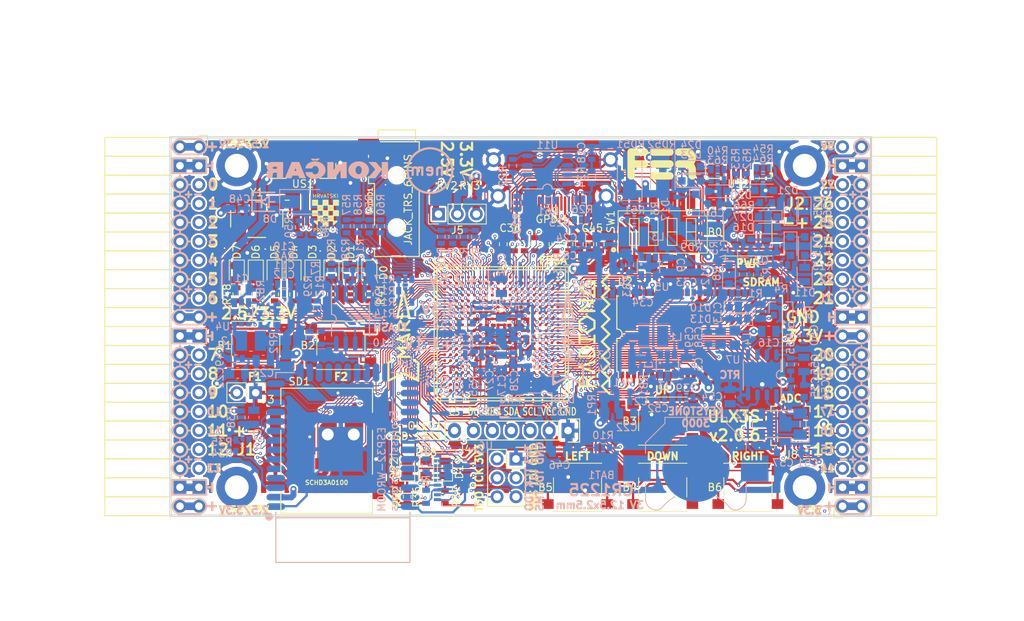
<source format=kicad_pcb>
(kicad_pcb (version 20171130) (host pcbnew 5.0.0-rc3+dfsg1-2)
  (layers (0 F.Cu signal) (1 In1.Cu signal) (2 In2.Cu signal) (31 B.Cu signal) (34 B.Paste user) (35 F.Paste user) (36 B.SilkS user) (37 F.SilkS user hide) (38 B.Mask user) (39 F.Mask user) (44 Edge.Cuts user))
  (net 0 "")
  (net 1 GND)
  (net 2 +5V)
  (net 3 /gpio/IN5V)
  (net 4 /gpio/OUT5V)
  (net 5 +3V3)
  (net 6 BTN_D)
  (net 7 BTN_F1)
  (net 8 BTN_F2)
  (net 9 BTN_L)
  (net 10 BTN_R)
  (net 11 BTN_U)
  (net 12 /power/FB1)
  (net 13 +2V5)
  (net 14 /power/PWREN)
  (net 15 /power/FB3)
  (net 16 /power/FB2)
  (net 17 /power/VBAT)
  (net 18 JTAG_TDI)
  (net 19 JTAG_TCK)
  (net 20 JTAG_TMS)
  (net 21 JTAG_TDO)
  (net 22 /power/WAKEUPn)
  (net 23 /power/WKUP)
  (net 24 /power/SHUT)
  (net 25 /power/WAKE)
  (net 26 /power/HOLD)
  (net 27 /power/WKn)
  (net 28 /power/OSCI_32k)
  (net 29 /power/OSCO_32k)
  (net 30 SHUTDOWN)
  (net 31 GPDI_SDA)
  (net 32 GPDI_SCL)
  (net 33 /gpdi/VREF2)
  (net 34 SD_CMD)
  (net 35 SD_CLK)
  (net 36 SD_D0)
  (net 37 SD_D1)
  (net 38 USB5V)
  (net 39 GPDI_CEC)
  (net 40 nRESET)
  (net 41 FTDI_nDTR)
  (net 42 SDRAM_CKE)
  (net 43 SDRAM_A7)
  (net 44 SDRAM_D15)
  (net 45 SDRAM_BA1)
  (net 46 SDRAM_D7)
  (net 47 SDRAM_A6)
  (net 48 SDRAM_CLK)
  (net 49 SDRAM_D13)
  (net 50 SDRAM_BA0)
  (net 51 SDRAM_D6)
  (net 52 SDRAM_A5)
  (net 53 SDRAM_D14)
  (net 54 SDRAM_A11)
  (net 55 SDRAM_D12)
  (net 56 SDRAM_D5)
  (net 57 SDRAM_A4)
  (net 58 SDRAM_A10)
  (net 59 SDRAM_D11)
  (net 60 SDRAM_A3)
  (net 61 SDRAM_D4)
  (net 62 SDRAM_D10)
  (net 63 SDRAM_D9)
  (net 64 SDRAM_A9)
  (net 65 SDRAM_D3)
  (net 66 SDRAM_D8)
  (net 67 SDRAM_A8)
  (net 68 SDRAM_A2)
  (net 69 SDRAM_A1)
  (net 70 SDRAM_A0)
  (net 71 SDRAM_D2)
  (net 72 SDRAM_D1)
  (net 73 SDRAM_D0)
  (net 74 SDRAM_DQM0)
  (net 75 SDRAM_nCS)
  (net 76 SDRAM_nRAS)
  (net 77 SDRAM_DQM1)
  (net 78 SDRAM_nCAS)
  (net 79 SDRAM_nWE)
  (net 80 /flash/FLASH_nWP)
  (net 81 /flash/FLASH_nHOLD)
  (net 82 /flash/FLASH_MOSI)
  (net 83 /flash/FLASH_MISO)
  (net 84 /flash/FLASH_SCK)
  (net 85 /flash/FLASH_nCS)
  (net 86 /flash/FPGA_PROGRAMN)
  (net 87 /flash/FPGA_DONE)
  (net 88 /flash/FPGA_INITN)
  (net 89 OLED_RES)
  (net 90 OLED_DC)
  (net 91 OLED_CS)
  (net 92 WIFI_EN)
  (net 93 FTDI_nRTS)
  (net 94 FTDI_TXD)
  (net 95 FTDI_RXD)
  (net 96 WIFI_RXD)
  (net 97 WIFI_GPIO0)
  (net 98 WIFI_TXD)
  (net 99 USB_FTDI_D+)
  (net 100 USB_FTDI_D-)
  (net 101 SD_D3)
  (net 102 AUDIO_L3)
  (net 103 AUDIO_L2)
  (net 104 AUDIO_L1)
  (net 105 AUDIO_L0)
  (net 106 AUDIO_R3)
  (net 107 AUDIO_R2)
  (net 108 AUDIO_R1)
  (net 109 AUDIO_R0)
  (net 110 OLED_CLK)
  (net 111 OLED_MOSI)
  (net 112 LED0)
  (net 113 LED1)
  (net 114 LED2)
  (net 115 LED3)
  (net 116 LED4)
  (net 117 LED5)
  (net 118 LED6)
  (net 119 LED7)
  (net 120 BTN_PWRn)
  (net 121 FTDI_nTXLED)
  (net 122 FTDI_nSLEEP)
  (net 123 /blinkey/LED_PWREN)
  (net 124 /blinkey/LED_TXLED)
  (net 125 /sdcard/SD3V3)
  (net 126 SD_D2)
  (net 127 CLK_25MHz)
  (net 128 /blinkey/BTNPUL)
  (net 129 /blinkey/BTNPUR)
  (net 130 USB_FPGA_D+)
  (net 131 /power/FTDI_nSUSPEND)
  (net 132 /blinkey/ALED0)
  (net 133 /blinkey/ALED1)
  (net 134 /blinkey/ALED2)
  (net 135 /blinkey/ALED3)
  (net 136 /blinkey/ALED4)
  (net 137 /blinkey/ALED5)
  (net 138 /blinkey/ALED6)
  (net 139 /blinkey/ALED7)
  (net 140 /usb/FTD-)
  (net 141 /usb/FTD+)
  (net 142 ADC_MISO)
  (net 143 ADC_MOSI)
  (net 144 ADC_CSn)
  (net 145 ADC_SCLK)
  (net 146 SW3)
  (net 147 SW2)
  (net 148 SW1)
  (net 149 USB_FPGA_D-)
  (net 150 /usb/FPD+)
  (net 151 /usb/FPD-)
  (net 152 WIFI_GPIO16)
  (net 153 /usb/ANT_433MHz)
  (net 154 PROG_DONE)
  (net 155 /power/P3V3)
  (net 156 /power/P2V5)
  (net 157 /power/L1)
  (net 158 /power/L3)
  (net 159 /power/L2)
  (net 160 FTDI_TXDEN)
  (net 161 SDRAM_A12)
  (net 162 /analog/AUDIO_V)
  (net 163 AUDIO_V3)
  (net 164 AUDIO_V2)
  (net 165 AUDIO_V1)
  (net 166 AUDIO_V0)
  (net 167 /blinkey/LED_WIFI)
  (net 168 /power/P1V1)
  (net 169 +1V1)
  (net 170 SW4)
  (net 171 /blinkey/SWPU)
  (net 172 /wifi/WIFIEN)
  (net 173 FT2V5)
  (net 174 GN0)
  (net 175 GP0)
  (net 176 GN1)
  (net 177 GP1)
  (net 178 GN2)
  (net 179 GP2)
  (net 180 GN3)
  (net 181 GP3)
  (net 182 GN4)
  (net 183 GP4)
  (net 184 GN5)
  (net 185 GP5)
  (net 186 GN6)
  (net 187 GP6)
  (net 188 GN14)
  (net 189 GP14)
  (net 190 GN15)
  (net 191 GP15)
  (net 192 GN16)
  (net 193 GP16)
  (net 194 GN17)
  (net 195 GP17)
  (net 196 GN18)
  (net 197 GP18)
  (net 198 GN19)
  (net 199 GP19)
  (net 200 GN20)
  (net 201 GP20)
  (net 202 GN21)
  (net 203 GP21)
  (net 204 GN22)
  (net 205 GP22)
  (net 206 GN23)
  (net 207 GP23)
  (net 208 GN24)
  (net 209 GP24)
  (net 210 GN25)
  (net 211 GP25)
  (net 212 GN26)
  (net 213 GP26)
  (net 214 GN27)
  (net 215 GP27)
  (net 216 GN7)
  (net 217 GP7)
  (net 218 GN8)
  (net 219 GP8)
  (net 220 GN9)
  (net 221 GP9)
  (net 222 GN10)
  (net 223 GP10)
  (net 224 GN11)
  (net 225 GP11)
  (net 226 GN12)
  (net 227 GP12)
  (net 228 GN13)
  (net 229 GP13)
  (net 230 WIFI_GPIO5)
  (net 231 WIFI_GPIO17)
  (net 232 USB_FPGA_PULL_D+)
  (net 233 USB_FPGA_PULL_D-)
  (net 234 "Net-(D23-Pad2)")
  (net 235 "Net-(D24-Pad1)")
  (net 236 "Net-(D25-Pad2)")
  (net 237 "Net-(D26-Pad1)")
  (net 238 /gpdi/GPDI_ETH+)
  (net 239 FPDI_ETH+)
  (net 240 /gpdi/GPDI_ETH-)
  (net 241 FPDI_ETH-)
  (net 242 /gpdi/GPDI_D2-)
  (net 243 FPDI_D2-)
  (net 244 /gpdi/GPDI_D1-)
  (net 245 FPDI_D1-)
  (net 246 /gpdi/GPDI_D0-)
  (net 247 FPDI_D0-)
  (net 248 /gpdi/GPDI_CLK-)
  (net 249 FPDI_CLK-)
  (net 250 /gpdi/GPDI_D2+)
  (net 251 FPDI_D2+)
  (net 252 /gpdi/GPDI_D1+)
  (net 253 FPDI_D1+)
  (net 254 /gpdi/GPDI_D0+)
  (net 255 FPDI_D0+)
  (net 256 /gpdi/GPDI_CLK+)
  (net 257 FPDI_CLK+)
  (net 258 FPDI_SDA)
  (net 259 FPDI_SCL)
  (net 260 /gpdi/FPDI_CEC)
  (net 261 2V5_3V3)
  (net 262 "Net-(AUDIO1-Pad5)")
  (net 263 "Net-(AUDIO1-Pad6)")
  (net 264 "Net-(U1-PadA15)")
  (net 265 "Net-(U1-PadC9)")
  (net 266 "Net-(U1-PadD9)")
  (net 267 "Net-(U1-PadD10)")
  (net 268 "Net-(U1-PadD11)")
  (net 269 "Net-(U1-PadD12)")
  (net 270 "Net-(U1-PadE6)")
  (net 271 "Net-(U1-PadE9)")
  (net 272 "Net-(U1-PadE10)")
  (net 273 "Net-(U1-PadE11)")
  (net 274 "Net-(U1-PadJ4)")
  (net 275 "Net-(U1-PadJ5)")
  (net 276 "Net-(U1-PadK5)")
  (net 277 "Net-(U1-PadL5)")
  (net 278 "Net-(U1-PadM5)")
  (net 279 SD_CD)
  (net 280 SD_WP)
  (net 281 "Net-(U1-PadR3)")
  (net 282 "Net-(U1-PadT16)")
  (net 283 "Net-(U1-PadW4)")
  (net 284 "Net-(U1-PadW5)")
  (net 285 "Net-(U1-PadW8)")
  (net 286 "Net-(U1-PadW9)")
  (net 287 "Net-(U1-PadW13)")
  (net 288 "Net-(U1-PadW14)")
  (net 289 "Net-(U1-PadW17)")
  (net 290 "Net-(U1-PadW18)")
  (net 291 FTDI_nRXLED)
  (net 292 "Net-(U8-Pad12)")
  (net 293 "Net-(U8-Pad25)")
  (net 294 "Net-(U9-Pad32)")
  (net 295 "Net-(U9-Pad22)")
  (net 296 "Net-(U9-Pad21)")
  (net 297 "Net-(U9-Pad20)")
  (net 298 "Net-(U9-Pad19)")
  (net 299 "Net-(U9-Pad18)")
  (net 300 "Net-(U9-Pad17)")
  (net 301 "Net-(U9-Pad12)")
  (net 302 "Net-(U9-Pad5)")
  (net 303 "Net-(U9-Pad4)")
  (net 304 "Net-(US1-Pad4)")
  (net 305 "Net-(Y2-Pad3)")
  (net 306 "Net-(Y2-Pad2)")
  (net 307 "Net-(U1-PadK16)")
  (net 308 "Net-(U1-PadK17)")
  (net 309 /usb/US2VBUS)
  (net 310 /power/SHD)
  (net 311 /power/RTCVDD)
  (net 312 "Net-(D27-Pad2)")
  (net 313 US2_ID)
  (net 314 /analog/AUDIO_L)
  (net 315 /analog/AUDIO_R)
  (net 316 /analog/ADC3V3)
  (net 317 PWRBTn)
  (net 318 USER_PROGRAMN)
  (module lfe5bg381:BGA-381_pitch0.8mm_dia0.4mm (layer F.Cu) (at 138.48 87.8)
    (fp_text reference U1 (at -8.2 -9.8) (layer F.SilkS))
    (fp_text value LFE5U-85F-6BG381C)
    (pad Y19 smd circle (at 6.8 7.6) (size 0.4 0.35) (layers F.Cu F.Paste F.Mask) (net 1 GND))
    (pad Y17 smd circle (at 5.2 7.6) (size 0.4 0.35) (layers F.Cu F.Paste F.Mask) (net 1 GND))
    (pad Y16 smd circle (at 4.4 7.6) (size 0.4 0.35) (layers F.Cu F.Paste F.Mask) (net 1 GND))
    (pad Y15 smd circle (at 3.6 7.6) (size 0.4 0.35) (layers F.Cu F.Paste F.Mask) (net 1 GND))
    (pad Y14 smd circle (at 2.8 7.6) (size 0.4 0.35) (layers F.Cu F.Paste F.Mask) (net 1 GND))
    (pad Y12 smd circle (at 1.2 7.6) (size 0.4 0.35) (layers F.Cu F.Paste F.Mask) (net 1 GND))
    (pad Y11 smd circle (at 0.4 7.6) (size 0.4 0.35) (layers F.Cu F.Paste F.Mask) (net 1 GND))
    (pad Y8 smd circle (at -2 7.6) (size 0.4 0.35) (layers F.Cu F.Paste F.Mask) (net 1 GND))
    (pad Y7 smd circle (at -2.8 7.6) (size 0.4 0.35) (layers F.Cu F.Paste F.Mask) (net 1 GND))
    (pad Y6 smd circle (at -3.6 7.6) (size 0.4 0.35) (layers F.Cu F.Paste F.Mask) (net 1 GND))
    (pad Y5 smd circle (at -4.4 7.6) (size 0.4 0.35) (layers F.Cu F.Paste F.Mask) (net 1 GND))
    (pad Y3 smd circle (at -6 7.6) (size 0.4 0.35) (layers F.Cu F.Paste F.Mask) (net 87 /flash/FPGA_DONE))
    (pad Y2 smd circle (at -6.8 7.6) (size 0.4 0.35) (layers F.Cu F.Paste F.Mask) (net 80 /flash/FLASH_nWP))
    (pad W20 smd circle (at 7.6 6.8) (size 0.4 0.35) (layers F.Cu F.Paste F.Mask) (net 1 GND))
    (pad W19 smd circle (at 6.8 6.8) (size 0.4 0.35) (layers F.Cu F.Paste F.Mask) (net 1 GND))
    (pad W18 smd circle (at 6 6.8) (size 0.4 0.35) (layers F.Cu F.Paste F.Mask) (net 290 "Net-(U1-PadW18)"))
    (pad W17 smd circle (at 5.2 6.8) (size 0.4 0.35) (layers F.Cu F.Paste F.Mask) (net 289 "Net-(U1-PadW17)"))
    (pad W16 smd circle (at 4.4 6.8) (size 0.4 0.35) (layers F.Cu F.Paste F.Mask) (net 1 GND))
    (pad W15 smd circle (at 3.6 6.8) (size 0.4 0.35) (layers F.Cu F.Paste F.Mask) (net 1 GND))
    (pad W14 smd circle (at 2.8 6.8) (size 0.4 0.35) (layers F.Cu F.Paste F.Mask) (net 288 "Net-(U1-PadW14)"))
    (pad W13 smd circle (at 2 6.8) (size 0.4 0.35) (layers F.Cu F.Paste F.Mask) (net 287 "Net-(U1-PadW13)"))
    (pad W12 smd circle (at 1.2 6.8) (size 0.4 0.35) (layers F.Cu F.Paste F.Mask) (net 1 GND))
    (pad W11 smd circle (at 0.4 6.8) (size 0.4 0.35) (layers F.Cu F.Paste F.Mask))
    (pad W10 smd circle (at -0.4 6.8) (size 0.4 0.35) (layers F.Cu F.Paste F.Mask))
    (pad W9 smd circle (at -1.2 6.8) (size 0.4 0.35) (layers F.Cu F.Paste F.Mask) (net 286 "Net-(U1-PadW9)"))
    (pad W8 smd circle (at -2 6.8) (size 0.4 0.35) (layers F.Cu F.Paste F.Mask) (net 285 "Net-(U1-PadW8)"))
    (pad W7 smd circle (at -2.8 6.8) (size 0.4 0.35) (layers F.Cu F.Paste F.Mask) (net 1 GND))
    (pad W6 smd circle (at -3.6 6.8) (size 0.4 0.35) (layers F.Cu F.Paste F.Mask) (net 1 GND))
    (pad W5 smd circle (at -4.4 6.8) (size 0.4 0.35) (layers F.Cu F.Paste F.Mask) (net 284 "Net-(U1-PadW5)"))
    (pad W4 smd circle (at -5.2 6.8) (size 0.4 0.35) (layers F.Cu F.Paste F.Mask) (net 283 "Net-(U1-PadW4)"))
    (pad W3 smd circle (at -6 6.8) (size 0.4 0.35) (layers F.Cu F.Paste F.Mask) (net 86 /flash/FPGA_PROGRAMN))
    (pad W2 smd circle (at -6.8 6.8) (size 0.4 0.35) (layers F.Cu F.Paste F.Mask) (net 82 /flash/FLASH_MOSI))
    (pad W1 smd circle (at -7.6 6.8) (size 0.4 0.35) (layers F.Cu F.Paste F.Mask) (net 81 /flash/FLASH_nHOLD))
    (pad V20 smd circle (at 7.6 6) (size 0.4 0.35) (layers F.Cu F.Paste F.Mask) (net 1 GND))
    (pad V19 smd circle (at 6.8 6) (size 0.4 0.35) (layers F.Cu F.Paste F.Mask) (net 1 GND))
    (pad V18 smd circle (at 6 6) (size 0.4 0.35) (layers F.Cu F.Paste F.Mask) (net 1 GND))
    (pad V17 smd circle (at 5.2 6) (size 0.4 0.35) (layers F.Cu F.Paste F.Mask) (net 1 GND))
    (pad V16 smd circle (at 4.4 6) (size 0.4 0.35) (layers F.Cu F.Paste F.Mask) (net 1 GND))
    (pad V15 smd circle (at 3.6 6) (size 0.4 0.35) (layers F.Cu F.Paste F.Mask) (net 1 GND))
    (pad V14 smd circle (at 2.8 6) (size 0.4 0.35) (layers F.Cu F.Paste F.Mask) (net 1 GND))
    (pad V13 smd circle (at 2 6) (size 0.4 0.35) (layers F.Cu F.Paste F.Mask) (net 1 GND))
    (pad V12 smd circle (at 1.2 6) (size 0.4 0.35) (layers F.Cu F.Paste F.Mask) (net 1 GND))
    (pad V11 smd circle (at 0.4 6) (size 0.4 0.35) (layers F.Cu F.Paste F.Mask) (net 1 GND))
    (pad V10 smd circle (at -0.4 6) (size 0.4 0.35) (layers F.Cu F.Paste F.Mask) (net 1 GND))
    (pad V9 smd circle (at -1.2 6) (size 0.4 0.35) (layers F.Cu F.Paste F.Mask) (net 1 GND))
    (pad V8 smd circle (at -2 6) (size 0.4 0.35) (layers F.Cu F.Paste F.Mask) (net 1 GND))
    (pad V7 smd circle (at -2.8 6) (size 0.4 0.35) (layers F.Cu F.Paste F.Mask) (net 1 GND))
    (pad V6 smd circle (at -3.6 6) (size 0.4 0.35) (layers F.Cu F.Paste F.Mask) (net 1 GND))
    (pad V5 smd circle (at -4.4 6) (size 0.4 0.35) (layers F.Cu F.Paste F.Mask) (net 1 GND))
    (pad V4 smd circle (at -5.2 6) (size 0.4 0.35) (layers F.Cu F.Paste F.Mask) (net 21 JTAG_TDO))
    (pad V3 smd circle (at -6 6) (size 0.4 0.35) (layers F.Cu F.Paste F.Mask) (net 88 /flash/FPGA_INITN))
    (pad V2 smd circle (at -6.8 6) (size 0.4 0.35) (layers F.Cu F.Paste F.Mask) (net 83 /flash/FLASH_MISO))
    (pad V1 smd circle (at -7.6 6) (size 0.4 0.35) (layers F.Cu F.Paste F.Mask) (net 6 BTN_D))
    (pad U20 smd circle (at 7.6 5.2) (size 0.4 0.35) (layers F.Cu F.Paste F.Mask) (net 46 SDRAM_D7))
    (pad U19 smd circle (at 6.8 5.2) (size 0.4 0.35) (layers F.Cu F.Paste F.Mask) (net 74 SDRAM_DQM0))
    (pad U18 smd circle (at 6 5.2) (size 0.4 0.35) (layers F.Cu F.Paste F.Mask) (net 189 GP14))
    (pad U17 smd circle (at 5.2 5.2) (size 0.4 0.35) (layers F.Cu F.Paste F.Mask) (net 188 GN14))
    (pad U16 smd circle (at 4.4 5.2) (size 0.4 0.35) (layers F.Cu F.Paste F.Mask) (net 142 ADC_MISO))
    (pad U15 smd circle (at 3.6 5.2) (size 0.4 0.35) (layers F.Cu F.Paste F.Mask) (net 1 GND))
    (pad U14 smd circle (at 2.8 5.2) (size 0.4 0.35) (layers F.Cu F.Paste F.Mask) (net 1 GND))
    (pad U13 smd circle (at 2 5.2) (size 0.4 0.35) (layers F.Cu F.Paste F.Mask) (net 1 GND))
    (pad U12 smd circle (at 1.2 5.2) (size 0.4 0.35) (layers F.Cu F.Paste F.Mask) (net 1 GND))
    (pad U11 smd circle (at 0.4 5.2) (size 0.4 0.35) (layers F.Cu F.Paste F.Mask) (net 1 GND))
    (pad U10 smd circle (at -0.4 5.2) (size 0.4 0.35) (layers F.Cu F.Paste F.Mask) (net 1 GND))
    (pad U9 smd circle (at -1.2 5.2) (size 0.4 0.35) (layers F.Cu F.Paste F.Mask) (net 1 GND))
    (pad U8 smd circle (at -2 5.2) (size 0.4 0.35) (layers F.Cu F.Paste F.Mask) (net 1 GND))
    (pad U7 smd circle (at -2.8 5.2) (size 0.4 0.35) (layers F.Cu F.Paste F.Mask) (net 1 GND))
    (pad U6 smd circle (at -3.6 5.2) (size 0.4 0.35) (layers F.Cu F.Paste F.Mask) (net 1 GND))
    (pad U5 smd circle (at -4.4 5.2) (size 0.4 0.35) (layers F.Cu F.Paste F.Mask) (net 20 JTAG_TMS))
    (pad U4 smd circle (at -5.2 5.2) (size 0.4 0.35) (layers F.Cu F.Paste F.Mask) (net 1 GND))
    (pad U3 smd circle (at -6 5.2) (size 0.4 0.35) (layers F.Cu F.Paste F.Mask) (net 84 /flash/FLASH_SCK))
    (pad U2 smd circle (at -6.8 5.2) (size 0.4 0.35) (layers F.Cu F.Paste F.Mask) (net 5 +3V3))
    (pad U1 smd circle (at -7.6 5.2) (size 0.4 0.35) (layers F.Cu F.Paste F.Mask) (net 9 BTN_L))
    (pad T20 smd circle (at 7.6 4.4) (size 0.4 0.35) (layers F.Cu F.Paste F.Mask) (net 79 SDRAM_nWE))
    (pad T19 smd circle (at 6.8 4.4) (size 0.4 0.35) (layers F.Cu F.Paste F.Mask) (net 78 SDRAM_nCAS))
    (pad T18 smd circle (at 6 4.4) (size 0.4 0.35) (layers F.Cu F.Paste F.Mask) (net 56 SDRAM_D5))
    (pad T17 smd circle (at 5.2 4.4) (size 0.4 0.35) (layers F.Cu F.Paste F.Mask) (net 51 SDRAM_D6))
    (pad T16 smd circle (at 4.4 4.4) (size 0.4 0.35) (layers F.Cu F.Paste F.Mask) (net 282 "Net-(U1-PadT16)"))
    (pad T15 smd circle (at 3.6 4.4) (size 0.4 0.35) (layers F.Cu F.Paste F.Mask) (net 1 GND))
    (pad T14 smd circle (at 2.8 4.4) (size 0.4 0.35) (layers F.Cu F.Paste F.Mask) (net 1 GND))
    (pad T13 smd circle (at 2 4.4) (size 0.4 0.35) (layers F.Cu F.Paste F.Mask) (net 1 GND))
    (pad T12 smd circle (at 1.2 4.4) (size 0.4 0.35) (layers F.Cu F.Paste F.Mask) (net 1 GND))
    (pad T11 smd circle (at 0.4 4.4) (size 0.4 0.35) (layers F.Cu F.Paste F.Mask) (net 1 GND))
    (pad T10 smd circle (at -0.4 4.4) (size 0.4 0.35) (layers F.Cu F.Paste F.Mask) (net 1 GND))
    (pad T9 smd circle (at -1.2 4.4) (size 0.4 0.35) (layers F.Cu F.Paste F.Mask) (net 1 GND))
    (pad T8 smd circle (at -2 4.4) (size 0.4 0.35) (layers F.Cu F.Paste F.Mask) (net 1 GND))
    (pad T7 smd circle (at -2.8 4.4) (size 0.4 0.35) (layers F.Cu F.Paste F.Mask) (net 1 GND))
    (pad T6 smd circle (at -3.6 4.4) (size 0.4 0.35) (layers F.Cu F.Paste F.Mask) (net 1 GND))
    (pad T5 smd circle (at -4.4 4.4) (size 0.4 0.35) (layers F.Cu F.Paste F.Mask) (net 19 JTAG_TCK))
    (pad T4 smd circle (at -5.2 4.4) (size 0.4 0.35) (layers F.Cu F.Paste F.Mask) (net 5 +3V3))
    (pad T3 smd circle (at -6 4.4) (size 0.4 0.35) (layers F.Cu F.Paste F.Mask) (net 5 +3V3))
    (pad T2 smd circle (at -6.8 4.4) (size 0.4 0.35) (layers F.Cu F.Paste F.Mask) (net 5 +3V3))
    (pad T1 smd circle (at -7.6 4.4) (size 0.4 0.35) (layers F.Cu F.Paste F.Mask) (net 8 BTN_F2))
    (pad R20 smd circle (at 7.6 3.6) (size 0.4 0.35) (layers F.Cu F.Paste F.Mask) (net 76 SDRAM_nRAS))
    (pad R19 smd circle (at 6.8 3.6) (size 0.4 0.35) (layers F.Cu F.Paste F.Mask) (net 1 GND))
    (pad R18 smd circle (at 6 3.6) (size 0.4 0.35) (layers F.Cu F.Paste F.Mask) (net 11 BTN_U))
    (pad R17 smd circle (at 5.2 3.6) (size 0.4 0.35) (layers F.Cu F.Paste F.Mask) (net 144 ADC_CSn))
    (pad R16 smd circle (at 4.4 3.6) (size 0.4 0.35) (layers F.Cu F.Paste F.Mask) (net 143 ADC_MOSI))
    (pad R5 smd circle (at -4.4 3.6) (size 0.4 0.35) (layers F.Cu F.Paste F.Mask) (net 18 JTAG_TDI))
    (pad R4 smd circle (at -5.2 3.6) (size 0.4 0.35) (layers F.Cu F.Paste F.Mask) (net 1 GND))
    (pad R3 smd circle (at -6 3.6) (size 0.4 0.35) (layers F.Cu F.Paste F.Mask) (net 281 "Net-(U1-PadR3)"))
    (pad R2 smd circle (at -6.8 3.6) (size 0.4 0.35) (layers F.Cu F.Paste F.Mask) (net 85 /flash/FLASH_nCS))
    (pad R1 smd circle (at -7.6 3.6) (size 0.4 0.35) (layers F.Cu F.Paste F.Mask) (net 7 BTN_F1))
    (pad P20 smd circle (at 7.6 2.8) (size 0.4 0.35) (layers F.Cu F.Paste F.Mask) (net 75 SDRAM_nCS))
    (pad P19 smd circle (at 6.8 2.8) (size 0.4 0.35) (layers F.Cu F.Paste F.Mask) (net 50 SDRAM_BA0))
    (pad P18 smd circle (at 6 2.8) (size 0.4 0.35) (layers F.Cu F.Paste F.Mask) (net 61 SDRAM_D4))
    (pad P17 smd circle (at 5.2 2.8) (size 0.4 0.35) (layers F.Cu F.Paste F.Mask) (net 145 ADC_SCLK))
    (pad P16 smd circle (at 4.4 2.8) (size 0.4 0.35) (layers F.Cu F.Paste F.Mask) (net 190 GN15))
    (pad P15 smd circle (at 3.6 2.8) (size 0.4 0.35) (layers F.Cu F.Paste F.Mask) (net 13 +2V5))
    (pad P14 smd circle (at 2.8 2.8) (size 0.4 0.35) (layers F.Cu F.Paste F.Mask) (net 1 GND))
    (pad P13 smd circle (at 2 2.8) (size 0.4 0.35) (layers F.Cu F.Paste F.Mask) (net 1 GND))
    (pad P12 smd circle (at 1.2 2.8) (size 0.4 0.35) (layers F.Cu F.Paste F.Mask) (net 1 GND))
    (pad P11 smd circle (at 0.4 2.8) (size 0.4 0.35) (layers F.Cu F.Paste F.Mask) (net 1 GND))
    (pad P10 smd circle (at -0.4 2.8) (size 0.4 0.35) (layers F.Cu F.Paste F.Mask) (net 5 +3V3))
    (pad P9 smd circle (at -1.2 2.8) (size 0.4 0.35) (layers F.Cu F.Paste F.Mask) (net 5 +3V3))
    (pad P8 smd circle (at -2 2.8) (size 0.4 0.35) (layers F.Cu F.Paste F.Mask) (net 1 GND))
    (pad P7 smd circle (at -2.8 2.8) (size 0.4 0.35) (layers F.Cu F.Paste F.Mask) (net 1 GND))
    (pad P6 smd circle (at -3.6 2.8) (size 0.4 0.35) (layers F.Cu F.Paste F.Mask) (net 13 +2V5))
    (pad P5 smd circle (at -4.4 2.8) (size 0.4 0.35) (layers F.Cu F.Paste F.Mask) (net 280 SD_WP))
    (pad P4 smd circle (at -5.2 2.8) (size 0.4 0.35) (layers F.Cu F.Paste F.Mask) (net 110 OLED_CLK))
    (pad P3 smd circle (at -6 2.8) (size 0.4 0.35) (layers F.Cu F.Paste F.Mask) (net 111 OLED_MOSI))
    (pad P2 smd circle (at -6.8 2.8) (size 0.4 0.35) (layers F.Cu F.Paste F.Mask) (net 89 OLED_RES))
    (pad P1 smd circle (at -7.6 2.8) (size 0.4 0.35) (layers F.Cu F.Paste F.Mask) (net 90 OLED_DC))
    (pad N20 smd circle (at 7.6 2) (size 0.4 0.35) (layers F.Cu F.Paste F.Mask) (net 45 SDRAM_BA1))
    (pad N19 smd circle (at 6.8 2) (size 0.4 0.35) (layers F.Cu F.Paste F.Mask) (net 58 SDRAM_A10))
    (pad N18 smd circle (at 6 2) (size 0.4 0.35) (layers F.Cu F.Paste F.Mask) (net 65 SDRAM_D3))
    (pad N17 smd circle (at 5.2 2) (size 0.4 0.35) (layers F.Cu F.Paste F.Mask) (net 191 GP15))
    (pad N16 smd circle (at 4.4 2) (size 0.4 0.35) (layers F.Cu F.Paste F.Mask) (net 193 GP16))
    (pad N15 smd circle (at 3.6 2) (size 0.4 0.35) (layers F.Cu F.Paste F.Mask) (net 1 GND))
    (pad N14 smd circle (at 2.8 2) (size 0.4 0.35) (layers F.Cu F.Paste F.Mask) (net 1 GND))
    (pad N13 smd circle (at 2 2) (size 0.4 0.35) (layers F.Cu F.Paste F.Mask) (net 169 +1V1))
    (pad N12 smd circle (at 1.2 2) (size 0.4 0.35) (layers F.Cu F.Paste F.Mask) (net 169 +1V1))
    (pad N11 smd circle (at 0.4 2) (size 0.4 0.35) (layers F.Cu F.Paste F.Mask) (net 169 +1V1))
    (pad N10 smd circle (at -0.4 2) (size 0.4 0.35) (layers F.Cu F.Paste F.Mask) (net 169 +1V1))
    (pad N9 smd circle (at -1.2 2) (size 0.4 0.35) (layers F.Cu F.Paste F.Mask) (net 169 +1V1))
    (pad N8 smd circle (at -2 2) (size 0.4 0.35) (layers F.Cu F.Paste F.Mask) (net 169 +1V1))
    (pad N7 smd circle (at -2.8 2) (size 0.4 0.35) (layers F.Cu F.Paste F.Mask) (net 1 GND))
    (pad N6 smd circle (at -3.6 2) (size 0.4 0.35) (layers F.Cu F.Paste F.Mask) (net 1 GND))
    (pad N5 smd circle (at -4.4 2) (size 0.4 0.35) (layers F.Cu F.Paste F.Mask) (net 279 SD_CD))
    (pad N4 smd circle (at -5.2 2) (size 0.4 0.35) (layers F.Cu F.Paste F.Mask) (net 230 WIFI_GPIO5))
    (pad N3 smd circle (at -6 2) (size 0.4 0.35) (layers F.Cu F.Paste F.Mask) (net 231 WIFI_GPIO17))
    (pad N2 smd circle (at -6.8 2) (size 0.4 0.35) (layers F.Cu F.Paste F.Mask) (net 91 OLED_CS))
    (pad N1 smd circle (at -7.6 2) (size 0.4 0.35) (layers F.Cu F.Paste F.Mask) (net 41 FTDI_nDTR))
    (pad M20 smd circle (at 7.6 1.2) (size 0.4 0.35) (layers F.Cu F.Paste F.Mask) (net 70 SDRAM_A0))
    (pad M19 smd circle (at 6.8 1.2) (size 0.4 0.35) (layers F.Cu F.Paste F.Mask) (net 69 SDRAM_A1))
    (pad M18 smd circle (at 6 1.2) (size 0.4 0.35) (layers F.Cu F.Paste F.Mask) (net 71 SDRAM_D2))
    (pad M17 smd circle (at 5.2 1.2) (size 0.4 0.35) (layers F.Cu F.Paste F.Mask) (net 192 GN16))
    (pad M16 smd circle (at 4.4 1.2) (size 0.4 0.35) (layers F.Cu F.Paste F.Mask) (net 1 GND))
    (pad M15 smd circle (at 3.6 1.2) (size 0.4 0.35) (layers F.Cu F.Paste F.Mask) (net 5 +3V3))
    (pad M14 smd circle (at 2.8 1.2) (size 0.4 0.35) (layers F.Cu F.Paste F.Mask) (net 1 GND))
    (pad M13 smd circle (at 2 1.2) (size 0.4 0.35) (layers F.Cu F.Paste F.Mask) (net 169 +1V1))
    (pad M12 smd circle (at 1.2 1.2) (size 0.4 0.35) (layers F.Cu F.Paste F.Mask) (net 1 GND))
    (pad M11 smd circle (at 0.4 1.2) (size 0.4 0.35) (layers F.Cu F.Paste F.Mask) (net 1 GND))
    (pad M10 smd circle (at -0.4 1.2) (size 0.4 0.35) (layers F.Cu F.Paste F.Mask) (net 1 GND))
    (pad M9 smd circle (at -1.2 1.2) (size 0.4 0.35) (layers F.Cu F.Paste F.Mask) (net 1 GND))
    (pad M8 smd circle (at -2 1.2) (size 0.4 0.35) (layers F.Cu F.Paste F.Mask) (net 169 +1V1))
    (pad M7 smd circle (at -2.8 1.2) (size 0.4 0.35) (layers F.Cu F.Paste F.Mask) (net 1 GND))
    (pad M6 smd circle (at -3.6 1.2) (size 0.4 0.35) (layers F.Cu F.Paste F.Mask) (net 5 +3V3))
    (pad M5 smd circle (at -4.4 1.2) (size 0.4 0.35) (layers F.Cu F.Paste F.Mask) (net 278 "Net-(U1-PadM5)"))
    (pad M4 smd circle (at -5.2 1.2) (size 0.4 0.35) (layers F.Cu F.Paste F.Mask) (net 318 USER_PROGRAMN))
    (pad M3 smd circle (at -6 1.2) (size 0.4 0.35) (layers F.Cu F.Paste F.Mask) (net 93 FTDI_nRTS))
    (pad M2 smd circle (at -6.8 1.2) (size 0.4 0.35) (layers F.Cu F.Paste F.Mask) (net 1 GND))
    (pad M1 smd circle (at -7.6 1.2) (size 0.4 0.35) (layers F.Cu F.Paste F.Mask) (net 94 FTDI_TXD))
    (pad L20 smd circle (at 7.6 0.4) (size 0.4 0.35) (layers F.Cu F.Paste F.Mask) (net 68 SDRAM_A2))
    (pad L19 smd circle (at 6.8 0.4) (size 0.4 0.35) (layers F.Cu F.Paste F.Mask) (net 60 SDRAM_A3))
    (pad L18 smd circle (at 6 0.4) (size 0.4 0.35) (layers F.Cu F.Paste F.Mask) (net 72 SDRAM_D1))
    (pad L17 smd circle (at 5.2 0.4) (size 0.4 0.35) (layers F.Cu F.Paste F.Mask) (net 194 GN17))
    (pad L16 smd circle (at 4.4 0.4) (size 0.4 0.35) (layers F.Cu F.Paste F.Mask) (net 195 GP17))
    (pad L15 smd circle (at 3.6 0.4) (size 0.4 0.35) (layers F.Cu F.Paste F.Mask) (net 5 +3V3))
    (pad L14 smd circle (at 2.8 0.4) (size 0.4 0.35) (layers F.Cu F.Paste F.Mask) (net 5 +3V3))
    (pad L13 smd circle (at 2 0.4) (size 0.4 0.35) (layers F.Cu F.Paste F.Mask) (net 169 +1V1))
    (pad L12 smd circle (at 1.2 0.4) (size 0.4 0.35) (layers F.Cu F.Paste F.Mask) (net 1 GND))
    (pad L11 smd circle (at 0.4 0.4) (size 0.4 0.35) (layers F.Cu F.Paste F.Mask) (net 1 GND))
    (pad L10 smd circle (at -0.4 0.4) (size 0.4 0.35) (layers F.Cu F.Paste F.Mask) (net 1 GND))
    (pad L9 smd circle (at -1.2 0.4) (size 0.4 0.35) (layers F.Cu F.Paste F.Mask) (net 1 GND))
    (pad L8 smd circle (at -2 0.4) (size 0.4 0.35) (layers F.Cu F.Paste F.Mask) (net 169 +1V1))
    (pad L7 smd circle (at -2.8 0.4) (size 0.4 0.35) (layers F.Cu F.Paste F.Mask) (net 5 +3V3))
    (pad L6 smd circle (at -3.6 0.4) (size 0.4 0.35) (layers F.Cu F.Paste F.Mask) (net 5 +3V3))
    (pad L5 smd circle (at -4.4 0.4) (size 0.4 0.35) (layers F.Cu F.Paste F.Mask) (net 277 "Net-(U1-PadL5)"))
    (pad L4 smd circle (at -5.2 0.4) (size 0.4 0.35) (layers F.Cu F.Paste F.Mask) (net 95 FTDI_RXD))
    (pad L3 smd circle (at -6 0.4) (size 0.4 0.35) (layers F.Cu F.Paste F.Mask) (net 160 FTDI_TXDEN))
    (pad L2 smd circle (at -6.8 0.4) (size 0.4 0.35) (layers F.Cu F.Paste F.Mask) (net 97 WIFI_GPIO0))
    (pad L1 smd circle (at -7.6 0.4) (size 0.4 0.35) (layers F.Cu F.Paste F.Mask) (net 152 WIFI_GPIO16))
    (pad K20 smd circle (at 7.6 -0.4) (size 0.4 0.35) (layers F.Cu F.Paste F.Mask) (net 57 SDRAM_A4))
    (pad K19 smd circle (at 6.8 -0.4) (size 0.4 0.35) (layers F.Cu F.Paste F.Mask) (net 52 SDRAM_A5))
    (pad K18 smd circle (at 6 -0.4) (size 0.4 0.35) (layers F.Cu F.Paste F.Mask) (net 47 SDRAM_A6))
    (pad K17 smd circle (at 5.2 -0.4) (size 0.4 0.35) (layers F.Cu F.Paste F.Mask) (net 308 "Net-(U1-PadK17)"))
    (pad K16 smd circle (at 4.4 -0.4) (size 0.4 0.35) (layers F.Cu F.Paste F.Mask) (net 307 "Net-(U1-PadK16)"))
    (pad K15 smd circle (at 3.6 -0.4) (size 0.4 0.35) (layers F.Cu F.Paste F.Mask) (net 1 GND))
    (pad K14 smd circle (at 2.8 -0.4) (size 0.4 0.35) (layers F.Cu F.Paste F.Mask) (net 1 GND))
    (pad K13 smd circle (at 2 -0.4) (size 0.4 0.35) (layers F.Cu F.Paste F.Mask) (net 169 +1V1))
    (pad K12 smd circle (at 1.2 -0.4) (size 0.4 0.35) (layers F.Cu F.Paste F.Mask) (net 1 GND))
    (pad K11 smd circle (at 0.4 -0.4) (size 0.4 0.35) (layers F.Cu F.Paste F.Mask) (net 1 GND))
    (pad K10 smd circle (at -0.4 -0.4) (size 0.4 0.35) (layers F.Cu F.Paste F.Mask) (net 1 GND))
    (pad K9 smd circle (at -1.2 -0.4) (size 0.4 0.35) (layers F.Cu F.Paste F.Mask) (net 1 GND))
    (pad K8 smd circle (at -2 -0.4) (size 0.4 0.35) (layers F.Cu F.Paste F.Mask) (net 169 +1V1))
    (pad K7 smd circle (at -2.8 -0.4) (size 0.4 0.35) (layers F.Cu F.Paste F.Mask) (net 1 GND))
    (pad K6 smd circle (at -3.6 -0.4) (size 0.4 0.35) (layers F.Cu F.Paste F.Mask) (net 1 GND))
    (pad K5 smd circle (at -4.4 -0.4) (size 0.4 0.35) (layers F.Cu F.Paste F.Mask) (net 276 "Net-(U1-PadK5)"))
    (pad K4 smd circle (at -5.2 -0.4) (size 0.4 0.35) (layers F.Cu F.Paste F.Mask) (net 98 WIFI_TXD))
    (pad K3 smd circle (at -6 -0.4) (size 0.4 0.35) (layers F.Cu F.Paste F.Mask) (net 96 WIFI_RXD))
    (pad K2 smd circle (at -6.8 -0.4) (size 0.4 0.35) (layers F.Cu F.Paste F.Mask) (net 101 SD_D3))
    (pad K1 smd circle (at -7.6 -0.4) (size 0.4 0.35) (layers F.Cu F.Paste F.Mask) (net 126 SD_D2))
    (pad J20 smd circle (at 7.6 -1.2) (size 0.4 0.35) (layers F.Cu F.Paste F.Mask) (net 43 SDRAM_A7))
    (pad J19 smd circle (at 6.8 -1.2) (size 0.4 0.35) (layers F.Cu F.Paste F.Mask) (net 67 SDRAM_A8))
    (pad J18 smd circle (at 6 -1.2) (size 0.4 0.35) (layers F.Cu F.Paste F.Mask) (net 53 SDRAM_D14))
    (pad J17 smd circle (at 5.2 -1.2) (size 0.4 0.35) (layers F.Cu F.Paste F.Mask) (net 44 SDRAM_D15))
    (pad J16 smd circle (at 4.4 -1.2) (size 0.4 0.35) (layers F.Cu F.Paste F.Mask) (net 73 SDRAM_D0))
    (pad J15 smd circle (at 3.6 -1.2) (size 0.4 0.35) (layers F.Cu F.Paste F.Mask) (net 5 +3V3))
    (pad J14 smd circle (at 2.8 -1.2) (size 0.4 0.35) (layers F.Cu F.Paste F.Mask) (net 1 GND))
    (pad J13 smd circle (at 2 -1.2) (size 0.4 0.35) (layers F.Cu F.Paste F.Mask) (net 169 +1V1))
    (pad J12 smd circle (at 1.2 -1.2) (size 0.4 0.35) (layers F.Cu F.Paste F.Mask) (net 1 GND))
    (pad J11 smd circle (at 0.4 -1.2) (size 0.4 0.35) (layers F.Cu F.Paste F.Mask) (net 1 GND))
    (pad J10 smd circle (at -0.4 -1.2) (size 0.4 0.35) (layers F.Cu F.Paste F.Mask) (net 1 GND))
    (pad J9 smd circle (at -1.2 -1.2) (size 0.4 0.35) (layers F.Cu F.Paste F.Mask) (net 1 GND))
    (pad J8 smd circle (at -2 -1.2) (size 0.4 0.35) (layers F.Cu F.Paste F.Mask) (net 169 +1V1))
    (pad J7 smd circle (at -2.8 -1.2) (size 0.4 0.35) (layers F.Cu F.Paste F.Mask) (net 1 GND))
    (pad J6 smd circle (at -3.6 -1.2) (size 0.4 0.35) (layers F.Cu F.Paste F.Mask) (net 261 2V5_3V3))
    (pad J5 smd circle (at -4.4 -1.2) (size 0.4 0.35) (layers F.Cu F.Paste F.Mask) (net 275 "Net-(U1-PadJ5)"))
    (pad J4 smd circle (at -5.2 -1.2) (size 0.4 0.35) (layers F.Cu F.Paste F.Mask) (net 274 "Net-(U1-PadJ4)"))
    (pad J3 smd circle (at -6 -1.2) (size 0.4 0.35) (layers F.Cu F.Paste F.Mask) (net 36 SD_D0))
    (pad J2 smd circle (at -6.8 -1.2) (size 0.4 0.35) (layers F.Cu F.Paste F.Mask) (net 1 GND))
    (pad J1 smd circle (at -7.6 -1.2) (size 0.4 0.35) (layers F.Cu F.Paste F.Mask) (net 34 SD_CMD))
    (pad H20 smd circle (at 7.6 -2) (size 0.4 0.35) (layers F.Cu F.Paste F.Mask) (net 64 SDRAM_A9))
    (pad H19 smd circle (at 6.8 -2) (size 0.4 0.35) (layers F.Cu F.Paste F.Mask) (net 1 GND))
    (pad H18 smd circle (at 6 -2) (size 0.4 0.35) (layers F.Cu F.Paste F.Mask) (net 197 GP18))
    (pad H17 smd circle (at 5.2 -2) (size 0.4 0.35) (layers F.Cu F.Paste F.Mask) (net 196 GN18))
    (pad H16 smd circle (at 4.4 -2) (size 0.4 0.35) (layers F.Cu F.Paste F.Mask) (net 10 BTN_R))
    (pad H15 smd circle (at 3.6 -2) (size 0.4 0.35) (layers F.Cu F.Paste F.Mask) (net 5 +3V3))
    (pad H14 smd circle (at 2.8 -2) (size 0.4 0.35) (layers F.Cu F.Paste F.Mask) (net 5 +3V3))
    (pad H13 smd circle (at 2 -2) (size 0.4 0.35) (layers F.Cu F.Paste F.Mask) (net 169 +1V1))
    (pad H12 smd circle (at 1.2 -2) (size 0.4 0.35) (layers F.Cu F.Paste F.Mask) (net 169 +1V1))
    (pad H11 smd circle (at 0.4 -2) (size 0.4 0.35) (layers F.Cu F.Paste F.Mask) (net 169 +1V1))
    (pad H10 smd circle (at -0.4 -2) (size 0.4 0.35) (layers F.Cu F.Paste F.Mask) (net 169 +1V1))
    (pad H9 smd circle (at -1.2 -2) (size 0.4 0.35) (layers F.Cu F.Paste F.Mask) (net 169 +1V1))
    (pad H8 smd circle (at -2 -2) (size 0.4 0.35) (layers F.Cu F.Paste F.Mask) (net 169 +1V1))
    (pad H7 smd circle (at -2.8 -2) (size 0.4 0.35) (layers F.Cu F.Paste F.Mask) (net 261 2V5_3V3))
    (pad H6 smd circle (at -3.6 -2) (size 0.4 0.35) (layers F.Cu F.Paste F.Mask) (net 261 2V5_3V3))
    (pad H5 smd circle (at -4.4 -2) (size 0.4 0.35) (layers F.Cu F.Paste F.Mask) (net 166 AUDIO_V0))
    (pad H4 smd circle (at -5.2 -2) (size 0.4 0.35) (layers F.Cu F.Paste F.Mask) (net 229 GP13))
    (pad H3 smd circle (at -6 -2) (size 0.4 0.35) (layers F.Cu F.Paste F.Mask) (net 119 LED7))
    (pad H2 smd circle (at -6.8 -2) (size 0.4 0.35) (layers F.Cu F.Paste F.Mask) (net 35 SD_CLK))
    (pad H1 smd circle (at -7.6 -2) (size 0.4 0.35) (layers F.Cu F.Paste F.Mask) (net 37 SD_D1))
    (pad G20 smd circle (at 7.6 -2.8) (size 0.4 0.35) (layers F.Cu F.Paste F.Mask) (net 54 SDRAM_A11))
    (pad G19 smd circle (at 6.8 -2.8) (size 0.4 0.35) (layers F.Cu F.Paste F.Mask) (net 161 SDRAM_A12))
    (pad G18 smd circle (at 6 -2.8) (size 0.4 0.35) (layers F.Cu F.Paste F.Mask) (net 198 GN19))
    (pad G17 smd circle (at 5.2 -2.8) (size 0.4 0.35) (layers F.Cu F.Paste F.Mask) (net 1 GND))
    (pad G16 smd circle (at 4.4 -2.8) (size 0.4 0.35) (layers F.Cu F.Paste F.Mask) (net 30 SHUTDOWN))
    (pad G15 smd circle (at 3.6 -2.8) (size 0.4 0.35) (layers F.Cu F.Paste F.Mask) (net 1 GND))
    (pad G14 smd circle (at 2.8 -2.8) (size 0.4 0.35) (layers F.Cu F.Paste F.Mask) (net 1 GND))
    (pad G13 smd circle (at 2 -2.8) (size 0.4 0.35) (layers F.Cu F.Paste F.Mask) (net 1 GND))
    (pad G12 smd circle (at 1.2 -2.8) (size 0.4 0.35) (layers F.Cu F.Paste F.Mask) (net 1 GND))
    (pad G11 smd circle (at 0.4 -2.8) (size 0.4 0.35) (layers F.Cu F.Paste F.Mask) (net 1 GND))
    (pad G10 smd circle (at -0.4 -2.8) (size 0.4 0.35) (layers F.Cu F.Paste F.Mask) (net 1 GND))
    (pad G9 smd circle (at -1.2 -2.8) (size 0.4 0.35) (layers F.Cu F.Paste F.Mask) (net 1 GND))
    (pad G8 smd circle (at -2 -2.8) (size 0.4 0.35) (layers F.Cu F.Paste F.Mask) (net 1 GND))
    (pad G7 smd circle (at -2.8 -2.8) (size 0.4 0.35) (layers F.Cu F.Paste F.Mask) (net 1 GND))
    (pad G6 smd circle (at -3.6 -2.8) (size 0.4 0.35) (layers F.Cu F.Paste F.Mask) (net 1 GND))
    (pad G5 smd circle (at -4.4 -2.8) (size 0.4 0.35) (layers F.Cu F.Paste F.Mask) (net 228 GN13))
    (pad G4 smd circle (at -5.2 -2.8) (size 0.4 0.35) (layers F.Cu F.Paste F.Mask) (net 1 GND))
    (pad G3 smd circle (at -6 -2.8) (size 0.4 0.35) (layers F.Cu F.Paste F.Mask) (net 227 GP12))
    (pad G2 smd circle (at -6.8 -2.8) (size 0.4 0.35) (layers F.Cu F.Paste F.Mask) (net 127 CLK_25MHz))
    (pad G1 smd circle (at -7.6 -2.8) (size 0.4 0.35) (layers F.Cu F.Paste F.Mask) (net 153 /usb/ANT_433MHz))
    (pad F20 smd circle (at 7.6 -3.6) (size 0.4 0.35) (layers F.Cu F.Paste F.Mask) (net 42 SDRAM_CKE))
    (pad F19 smd circle (at 6.8 -3.6) (size 0.4 0.35) (layers F.Cu F.Paste F.Mask) (net 48 SDRAM_CLK))
    (pad F18 smd circle (at 6 -3.6) (size 0.4 0.35) (layers F.Cu F.Paste F.Mask) (net 49 SDRAM_D13))
    (pad F17 smd circle (at 5.2 -3.6) (size 0.4 0.35) (layers F.Cu F.Paste F.Mask) (net 199 GP19))
    (pad F16 smd circle (at 4.4 -3.6) (size 0.4 0.35) (layers F.Cu F.Paste F.Mask) (net 149 USB_FPGA_D-))
    (pad F15 smd circle (at 3.6 -3.6) (size 0.4 0.35) (layers F.Cu F.Paste F.Mask) (net 13 +2V5))
    (pad F14 smd circle (at 2.8 -3.6) (size 0.4 0.35) (layers F.Cu F.Paste F.Mask) (net 1 GND))
    (pad F13 smd circle (at 2 -3.6) (size 0.4 0.35) (layers F.Cu F.Paste F.Mask) (net 1 GND))
    (pad F12 smd circle (at 1.2 -3.6) (size 0.4 0.35) (layers F.Cu F.Paste F.Mask) (net 5 +3V3))
    (pad F11 smd circle (at 0.4 -3.6) (size 0.4 0.35) (layers F.Cu F.Paste F.Mask) (net 5 +3V3))
    (pad F10 smd circle (at -0.4 -3.6) (size 0.4 0.35) (layers F.Cu F.Paste F.Mask) (net 261 2V5_3V3))
    (pad F9 smd circle (at -1.2 -3.6) (size 0.4 0.35) (layers F.Cu F.Paste F.Mask) (net 261 2V5_3V3))
    (pad F8 smd circle (at -2 -3.6) (size 0.4 0.35) (layers F.Cu F.Paste F.Mask) (net 1 GND))
    (pad F7 smd circle (at -2.8 -3.6) (size 0.4 0.35) (layers F.Cu F.Paste F.Mask) (net 1 GND))
    (pad F6 smd circle (at -3.6 -3.6) (size 0.4 0.35) (layers F.Cu F.Paste F.Mask) (net 13 +2V5))
    (pad F5 smd circle (at -4.4 -3.6) (size 0.4 0.35) (layers F.Cu F.Paste F.Mask) (net 164 AUDIO_V2))
    (pad F4 smd circle (at -5.2 -3.6) (size 0.4 0.35) (layers F.Cu F.Paste F.Mask) (net 225 GP11))
    (pad F3 smd circle (at -6 -3.6) (size 0.4 0.4) (layers F.Cu F.Paste F.Mask) (net 226 GN12))
    (pad F2 smd circle (at -6.8 -3.6) (size 0.4 0.4) (layers F.Cu F.Paste F.Mask) (net 165 AUDIO_V1))
    (pad F1 smd circle (at -7.6 -3.6) (size 0.4 0.35) (layers F.Cu F.Paste F.Mask) (net 92 WIFI_EN))
    (pad E20 smd circle (at 7.6 -4.4) (size 0.4 0.35) (layers F.Cu F.Paste F.Mask) (net 77 SDRAM_DQM1))
    (pad E19 smd circle (at 6.8 -4.4) (size 0.4 0.35) (layers F.Cu F.Paste F.Mask) (net 66 SDRAM_D8))
    (pad E18 smd circle (at 6 -4.4) (size 0.4 0.35) (layers F.Cu F.Paste F.Mask) (net 55 SDRAM_D12))
    (pad E17 smd circle (at 5.2 -4.4) (size 0.4 0.35) (layers F.Cu F.Paste F.Mask) (net 200 GN20))
    (pad E16 smd circle (at 4.4 -4.4) (size 0.4 0.35) (layers F.Cu F.Paste F.Mask) (net 130 USB_FPGA_D+))
    (pad E15 smd circle (at 3.6 -4.4) (size 0.4 0.35) (layers F.Cu F.Paste F.Mask) (net 149 USB_FPGA_D-))
    (pad E14 smd circle (at 2.8 -4.4) (size 0.4 0.35) (layers F.Cu F.Paste F.Mask) (net 210 GN25))
    (pad E13 smd circle (at 2 -4.4) (size 0.4 0.35) (layers F.Cu F.Paste F.Mask) (net 214 GN27))
    (pad E12 smd circle (at 1.2 -4.4) (size 0.4 0.35) (layers F.Cu F.Paste F.Mask) (net 259 FPDI_SCL))
    (pad E11 smd circle (at 0.4 -4.4) (size 0.4 0.35) (layers F.Cu F.Paste F.Mask) (net 273 "Net-(U1-PadE11)"))
    (pad E10 smd circle (at -0.4 -4.4) (size 0.4 0.35) (layers F.Cu F.Paste F.Mask) (net 272 "Net-(U1-PadE10)"))
    (pad E9 smd circle (at -1.2 -4.4) (size 0.4 0.35) (layers F.Cu F.Paste F.Mask) (net 271 "Net-(U1-PadE9)"))
    (pad E8 smd circle (at -2 -4.4) (size 0.4 0.35) (layers F.Cu F.Paste F.Mask) (net 148 SW1))
    (pad E7 smd circle (at -2.8 -4.4) (size 0.4 0.35) (layers F.Cu F.Paste F.Mask) (net 170 SW4))
    (pad E6 smd circle (at -3.6 -4.4) (size 0.4 0.35) (layers F.Cu F.Paste F.Mask) (net 270 "Net-(U1-PadE6)"))
    (pad E5 smd circle (at -4.4 -4.4) (size 0.4 0.35) (layers F.Cu F.Paste F.Mask) (net 163 AUDIO_V3))
    (pad E4 smd circle (at -5.2 -4.4) (size 0.4 0.35) (layers F.Cu F.Paste F.Mask) (net 105 AUDIO_L0))
    (pad E3 smd circle (at -6 -4.4) (size 0.4 0.4) (layers F.Cu F.Paste F.Mask) (net 224 GN11))
    (pad E2 smd circle (at -6.8 -4.4) (size 0.4 0.35) (layers F.Cu F.Paste F.Mask) (net 117 LED5))
    (pad E1 smd circle (at -7.6 -4.4) (size 0.4 0.35) (layers F.Cu F.Paste F.Mask) (net 118 LED6))
    (pad D20 smd circle (at 7.6 -5.2) (size 0.4 0.35) (layers F.Cu F.Paste F.Mask) (net 63 SDRAM_D9))
    (pad D19 smd circle (at 6.8 -5.2) (size 0.4 0.35) (layers F.Cu F.Paste F.Mask) (net 62 SDRAM_D10))
    (pad D18 smd circle (at 6 -5.2) (size 0.4 0.35) (layers F.Cu F.Paste F.Mask) (net 201 GP20))
    (pad D17 smd circle (at 5.2 -5.2) (size 0.4 0.35) (layers F.Cu F.Paste F.Mask) (net 202 GN21))
    (pad D16 smd circle (at 4.4 -5.2) (size 0.4 0.35) (layers F.Cu F.Paste F.Mask) (net 208 GN24))
    (pad D15 smd circle (at 3.6 -5.2) (size 0.4 0.35) (layers F.Cu F.Paste F.Mask) (net 130 USB_FPGA_D+))
    (pad D14 smd circle (at 2.8 -5.2) (size 0.4 0.35) (layers F.Cu F.Paste F.Mask) (net 211 GP25))
    (pad D13 smd circle (at 2 -5.2) (size 0.4 0.35) (layers F.Cu F.Paste F.Mask) (net 215 GP27))
    (pad D12 smd circle (at 1.2 -5.2) (size 0.4 0.35) (layers F.Cu F.Paste F.Mask) (net 269 "Net-(U1-PadD12)"))
    (pad D11 smd circle (at 0.4 -5.2) (size 0.4 0.35) (layers F.Cu F.Paste F.Mask) (net 268 "Net-(U1-PadD11)"))
    (pad D10 smd circle (at -0.4 -5.2) (size 0.4 0.35) (layers F.Cu F.Paste F.Mask) (net 267 "Net-(U1-PadD10)"))
    (pad D9 smd circle (at -1.2 -5.2) (size 0.4 0.35) (layers F.Cu F.Paste F.Mask) (net 266 "Net-(U1-PadD9)"))
    (pad D8 smd circle (at -2 -5.2) (size 0.4 0.35) (layers F.Cu F.Paste F.Mask) (net 147 SW2))
    (pad D7 smd circle (at -2.8 -5.2) (size 0.4 0.35) (layers F.Cu F.Paste F.Mask) (net 146 SW3))
    (pad D6 smd circle (at -3.6 -5.2) (size 0.4 0.35) (layers F.Cu F.Paste F.Mask) (net 120 BTN_PWRn))
    (pad D5 smd circle (at -4.4 -5.2) (size 0.4 0.35) (layers F.Cu F.Paste F.Mask) (net 107 AUDIO_R2))
    (pad D4 smd circle (at -5.2 -5.2) (size 0.4 0.35) (layers F.Cu F.Paste F.Mask) (net 1 GND))
    (pad D3 smd circle (at -6 -5.2) (size 0.4 0.35) (layers F.Cu F.Paste F.Mask) (net 104 AUDIO_L1))
    (pad D2 smd circle (at -6.8 -5.2) (size 0.4 0.35) (layers F.Cu F.Paste F.Mask) (net 115 LED3))
    (pad D1 smd circle (at -7.6 -5.2) (size 0.4 0.35) (layers F.Cu F.Paste F.Mask) (net 116 LED4))
    (pad C20 smd circle (at 7.6 -6) (size 0.4 0.35) (layers F.Cu F.Paste F.Mask) (net 59 SDRAM_D11))
    (pad C19 smd circle (at 6.8 -6) (size 0.4 0.35) (layers F.Cu F.Paste F.Mask) (net 1 GND))
    (pad C18 smd circle (at 6 -6) (size 0.4 0.35) (layers F.Cu F.Paste F.Mask) (net 203 GP21))
    (pad C17 smd circle (at 5.2 -6) (size 0.4 0.35) (layers F.Cu F.Paste F.Mask) (net 206 GN23))
    (pad C16 smd circle (at 4.4 -6) (size 0.4 0.35) (layers F.Cu F.Paste F.Mask) (net 209 GP24))
    (pad C15 smd circle (at 3.6 -6) (size 0.4 0.35) (layers F.Cu F.Paste F.Mask) (net 204 GN22))
    (pad C14 smd circle (at 2.8 -6) (size 0.4 0.35) (layers F.Cu F.Paste F.Mask) (net 245 FPDI_D1-))
    (pad C13 smd circle (at 2 -6) (size 0.4 0.35) (layers F.Cu F.Paste F.Mask) (net 212 GN26))
    (pad C12 smd circle (at 1.2 -6) (size 0.4 0.35) (layers F.Cu F.Paste F.Mask) (net 233 USB_FPGA_PULL_D-))
    (pad C11 smd circle (at 0.4 -6) (size 0.4 0.35) (layers F.Cu F.Paste F.Mask) (net 174 GN0))
    (pad C10 smd circle (at -0.4 -6) (size 0.4 0.35) (layers F.Cu F.Paste F.Mask) (net 180 GN3))
    (pad C9 smd circle (at -1.2 -6) (size 0.4 0.35) (layers F.Cu F.Paste F.Mask) (net 265 "Net-(U1-PadC9)"))
    (pad C8 smd circle (at -2 -6) (size 0.4 0.35) (layers F.Cu F.Paste F.Mask) (net 185 GP5))
    (pad C7 smd circle (at -2.8 -6) (size 0.4 0.35) (layers F.Cu F.Paste F.Mask) (net 186 GN6))
    (pad C6 smd circle (at -3.6 -6) (size 0.4 0.35) (layers F.Cu F.Paste F.Mask) (net 187 GP6))
    (pad C5 smd circle (at -4.4 -6) (size 0.4 0.35) (layers F.Cu F.Paste F.Mask) (net 106 AUDIO_R3))
    (pad C4 smd circle (at -5.2 -6) (size 0.4 0.35) (layers F.Cu F.Paste F.Mask) (net 223 GP10))
    (pad C3 smd circle (at -6 -6) (size 0.4 0.35) (layers F.Cu F.Paste F.Mask) (net 103 AUDIO_L2))
    (pad C2 smd circle (at -6.8 -6) (size 0.4 0.35) (layers F.Cu F.Paste F.Mask) (net 113 LED1))
    (pad C1 smd circle (at -7.6 -6) (size 0.4 0.35) (layers F.Cu F.Paste F.Mask) (net 114 LED2))
    (pad B20 smd circle (at 7.6 -6.8) (size 0.4 0.35) (layers F.Cu F.Paste F.Mask) (net 241 FPDI_ETH-))
    (pad B19 smd circle (at 6.8 -6.8) (size 0.4 0.35) (layers F.Cu F.Paste F.Mask) (net 258 FPDI_SDA))
    (pad B18 smd circle (at 6 -6.8) (size 0.4 0.35) (layers F.Cu F.Paste F.Mask) (net 249 FPDI_CLK-))
    (pad B17 smd circle (at 5.2 -6.8) (size 0.4 0.35) (layers F.Cu F.Paste F.Mask) (net 207 GP23))
    (pad B16 smd circle (at 4.4 -6.8) (size 0.4 0.35) (layers F.Cu F.Paste F.Mask) (net 247 FPDI_D0-))
    (pad B15 smd circle (at 3.6 -6.8) (size 0.4 0.35) (layers F.Cu F.Paste F.Mask) (net 205 GP22))
    (pad B14 smd circle (at 2.8 -6.8) (size 0.4 0.35) (layers F.Cu F.Paste F.Mask) (net 1 GND))
    (pad B13 smd circle (at 2 -6.8) (size 0.4 0.35) (layers F.Cu F.Paste F.Mask) (net 213 GP26))
    (pad B12 smd circle (at 1.2 -6.8) (size 0.4 0.35) (layers F.Cu F.Paste F.Mask) (net 232 USB_FPGA_PULL_D+))
    (pad B11 smd circle (at 0.4 -6.8) (size 0.4 0.35) (layers F.Cu F.Paste F.Mask) (net 175 GP0))
    (pad B10 smd circle (at -0.4 -6.8) (size 0.4 0.35) (layers F.Cu F.Paste F.Mask) (net 178 GN2))
    (pad B9 smd circle (at -1.2 -6.8) (size 0.4 0.35) (layers F.Cu F.Paste F.Mask) (net 181 GP3))
    (pad B8 smd circle (at -2 -6.8) (size 0.4 0.35) (layers F.Cu F.Paste F.Mask) (net 184 GN5))
    (pad B7 smd circle (at -2.8 -6.8) (size 0.4 0.35) (layers F.Cu F.Paste F.Mask) (net 1 GND))
    (pad B6 smd circle (at -3.6 -6.8) (size 0.4 0.35) (layers F.Cu F.Paste F.Mask) (net 216 GN7))
    (pad B5 smd circle (at -4.4 -6.8) (size 0.4 0.35) (layers F.Cu F.Paste F.Mask) (net 108 AUDIO_R1))
    (pad B4 smd circle (at -5.2 -6.8) (size 0.4 0.35) (layers F.Cu F.Paste F.Mask) (net 222 GN10))
    (pad B3 smd circle (at -6 -6.8) (size 0.4 0.35) (layers F.Cu F.Paste F.Mask) (net 102 AUDIO_L3))
    (pad B2 smd circle (at -6.8 -6.8) (size 0.4 0.35) (layers F.Cu F.Paste F.Mask) (net 112 LED0))
    (pad B1 smd circle (at -7.6 -6.8) (size 0.4 0.35) (layers F.Cu F.Paste F.Mask) (net 220 GN9))
    (pad A19 smd circle (at 6.8 -7.6) (size 0.4 0.35) (layers F.Cu F.Paste F.Mask) (net 239 FPDI_ETH+))
    (pad A18 smd circle (at 6 -7.6) (size 0.4 0.35) (layers F.Cu F.Paste F.Mask) (net 260 /gpdi/FPDI_CEC))
    (pad A17 smd circle (at 5.2 -7.6) (size 0.4 0.35) (layers F.Cu F.Paste F.Mask) (net 257 FPDI_CLK+))
    (pad A16 smd circle (at 4.4 -7.6) (size 0.4 0.35) (layers F.Cu F.Paste F.Mask) (net 255 FPDI_D0+))
    (pad A15 smd circle (at 3.6 -7.6) (size 0.4 0.35) (layers F.Cu F.Paste F.Mask) (net 264 "Net-(U1-PadA15)"))
    (pad A14 smd circle (at 2.8 -7.6) (size 0.4 0.35) (layers F.Cu F.Paste F.Mask) (net 253 FPDI_D1+))
    (pad A13 smd circle (at 2 -7.6) (size 0.4 0.35) (layers F.Cu F.Paste F.Mask) (net 243 FPDI_D2-))
    (pad A12 smd circle (at 1.2 -7.6) (size 0.4 0.35) (layers F.Cu F.Paste F.Mask) (net 251 FPDI_D2+))
    (pad A11 smd circle (at 0.4 -7.6) (size 0.4 0.35) (layers F.Cu F.Paste F.Mask) (net 176 GN1))
    (pad A10 smd circle (at -0.4 -7.6) (size 0.4 0.35) (layers F.Cu F.Paste F.Mask) (net 177 GP1))
    (pad A9 smd circle (at -1.2 -7.6) (size 0.4 0.35) (layers F.Cu F.Paste F.Mask) (net 179 GP2))
    (pad A8 smd circle (at -2 -7.6) (size 0.4 0.35) (layers F.Cu F.Paste F.Mask) (net 182 GN4))
    (pad A7 smd circle (at -2.8 -7.6) (size 0.4 0.35) (layers F.Cu F.Paste F.Mask) (net 183 GP4))
    (pad A6 smd circle (at -3.6 -7.6) (size 0.4 0.35) (layers F.Cu F.Paste F.Mask) (net 217 GP7))
    (pad A5 smd circle (at -4.4 -7.6) (size 0.4 0.35) (layers F.Cu F.Paste F.Mask) (net 218 GN8))
    (pad A4 smd circle (at -5.2 -7.6) (size 0.4 0.35) (layers F.Cu F.Paste F.Mask) (net 219 GP8))
    (pad A3 smd circle (at -6 -7.6) (size 0.4 0.35) (layers F.Cu F.Paste F.Mask) (net 109 AUDIO_R0))
    (pad A2 smd circle (at -6.8 -7.6) (size 0.4 0.35) (layers F.Cu F.Paste F.Mask) (net 221 GP9))
  )
  (module conn-fci:CONN-10029449-111RLF (layer F.Cu) (at 145.296 69.312 180)
    (fp_text reference GPDI1 (at 0 -3.1115 180) (layer F.SilkS))
    (fp_text value GPDI-D)
    (pad 19 smd rect (at -4.25 -1 180) (size 0.3 1.9) (layers F.Cu F.Paste F.Mask) (net 240 /gpdi/GPDI_ETH-))
    (pad 18 smd rect (at -3.75 -1 180) (size 0.3 1.9) (layers F.Cu F.Paste F.Mask) (net 2 +5V))
    (pad 17 smd rect (at -3.25 -1 180) (size 0.3 1.9) (layers F.Cu F.Paste F.Mask) (net 1 GND))
    (pad 16 smd rect (at -2.75 -1 180) (size 0.3 1.9) (layers F.Cu F.Paste F.Mask) (net 31 GPDI_SDA))
    (pad 15 smd rect (at -2.25 -1 180) (size 0.3 1.9) (layers F.Cu F.Paste F.Mask) (net 32 GPDI_SCL))
    (pad 14 smd rect (at -1.75 -1 180) (size 0.3 1.9) (layers F.Cu F.Paste F.Mask) (net 238 /gpdi/GPDI_ETH+))
    (pad 13 smd rect (at -1.25 -1 180) (size 0.3 1.9) (layers F.Cu F.Paste F.Mask) (net 39 GPDI_CEC))
    (pad 12 smd rect (at -0.75 -1 180) (size 0.3 1.9) (layers F.Cu F.Paste F.Mask) (net 248 /gpdi/GPDI_CLK-))
    (pad 11 smd rect (at -0.25 -1 180) (size 0.3 1.9) (layers F.Cu F.Paste F.Mask) (net 1 GND))
    (pad 10 smd rect (at 0.25 -1 180) (size 0.3 1.9) (layers F.Cu F.Paste F.Mask) (net 256 /gpdi/GPDI_CLK+))
    (pad 9 smd rect (at 0.75 -1 180) (size 0.3 1.9) (layers F.Cu F.Paste F.Mask) (net 246 /gpdi/GPDI_D0-))
    (pad 8 smd rect (at 1.25 -1 180) (size 0.3 1.9) (layers F.Cu F.Paste F.Mask) (net 1 GND))
    (pad 7 smd rect (at 1.75 -1 180) (size 0.3 1.9) (layers F.Cu F.Paste F.Mask) (net 254 /gpdi/GPDI_D0+))
    (pad 6 smd rect (at 2.25 -1 180) (size 0.3 1.9) (layers F.Cu F.Paste F.Mask) (net 244 /gpdi/GPDI_D1-))
    (pad 5 smd rect (at 2.75 -1 180) (size 0.3 1.9) (layers F.Cu F.Paste F.Mask) (net 1 GND))
    (pad 4 smd rect (at 3.25 -1 180) (size 0.3 1.9) (layers F.Cu F.Paste F.Mask) (net 252 /gpdi/GPDI_D1+))
    (pad 3 smd rect (at 3.75 -1 180) (size 0.3 1.9) (layers F.Cu F.Paste F.Mask) (net 242 /gpdi/GPDI_D2-))
    (pad 2 smd rect (at 4.25 -1 180) (size 0.3 1.9) (layers F.Cu F.Paste F.Mask) (net 1 GND))
    (pad 1 smd rect (at 4.75 -1 180) (size 0.3 1.9) (layers F.Cu F.Paste F.Mask) (net 250 /gpdi/GPDI_D2+))
    (pad 0 thru_hole circle (at -7.25 0 180) (size 2 2) (drill 1.3) (layers *.Cu *.Mask F.Paste) (net 1 GND))
    (pad 0 thru_hole circle (at 7.25 0 180) (size 2 2) (drill 1.3) (layers *.Cu *.Mask F.Paste) (net 1 GND))
    (pad 0 thru_hole circle (at -7.85 4.9 180) (size 2 2) (drill 1.3) (layers *.Cu *.Mask F.Paste) (net 1 GND))
    (pad 0 thru_hole circle (at 7.85 4.9 180) (size 2 2) (drill 1.3) (layers *.Cu *.Mask F.Paste) (net 1 GND))
  )
  (module ESP32:ESP32-WROOM (layer B.Cu) (at 117.23 105.75 180)
    (fp_text reference U9 (at -8.366 13.85 180) (layer B.SilkS) (effects (justify mirror)))
    (fp_text value ESP-WROOM32)
    (fp_text user "Espressif Systems" (at -6.858 0.889 90) (layer B.SilkS) (effects (justify mirror)))
    (fp_text user ESP32-WROOM (at -5.207 -0.254 90) (layer B.SilkS) (effects (justify mirror)))
    (pad 38 smd oval (at -9 -5.25 180) (size 2.5 0.9) (layers B.Cu B.Mask) (net 1 GND))
    (pad 37 smd oval (at -9 -3.98 180) (size 2.5 0.9) (layers B.Cu B.Mask) (net 18 JTAG_TDI))
    (pad 36 smd oval (at -9 -2.71 180) (size 2.5 0.9) (layers B.Cu B.Mask) (net 154 PROG_DONE))
    (pad 35 smd oval (at -9 -1.44 180) (size 2.5 0.9) (layers B.Cu B.Mask) (net 98 WIFI_TXD))
    (pad 34 smd oval (at -9 -0.17 180) (size 2.5 0.9) (layers B.Cu B.Mask) (net 96 WIFI_RXD))
    (pad 33 smd oval (at -9 1.1 180) (size 2.5 0.9) (layers B.Cu B.Mask) (net 20 JTAG_TMS))
    (pad 32 smd oval (at -9 2.37 180) (size 2.5 0.9) (layers B.Cu B.Mask) (net 294 "Net-(U9-Pad32)"))
    (pad 31 smd oval (at -9 3.64 180) (size 2.5 0.9) (layers B.Cu B.Mask) (net 21 JTAG_TDO))
    (pad 30 smd oval (at -9 4.91 180) (size 2.5 0.9) (layers B.Cu B.Mask) (net 19 JTAG_TCK))
    (pad 29 smd oval (at -9 6.18 180) (size 2.5 0.9) (layers B.Cu B.Mask) (net 230 WIFI_GPIO5))
    (pad 28 smd oval (at -9 7.45 180) (size 2.5 0.9) (layers B.Cu B.Mask) (net 231 WIFI_GPIO17))
    (pad 27 smd oval (at -9 8.72 180) (size 2.5 0.9) (layers B.Cu B.Mask) (net 152 WIFI_GPIO16))
    (pad 26 smd oval (at -9 9.99 180) (size 2.5 0.9) (layers B.Cu B.Mask) (net 37 SD_D1))
    (pad 25 smd oval (at -9 11.26 180) (size 2.5 0.9) (layers B.Cu B.Mask) (net 97 WIFI_GPIO0))
    (pad 24 smd oval (at -5.715 12.75 180) (size 0.9 2.5) (layers B.Cu B.Mask) (net 36 SD_D0))
    (pad 23 smd oval (at -4.445 12.75 180) (size 0.9 2.5) (layers B.Cu B.Mask) (net 34 SD_CMD))
    (pad 22 smd oval (at -3.175 12.75 180) (size 0.9 2.5) (layers B.Cu B.Mask) (net 295 "Net-(U9-Pad22)"))
    (pad 21 smd oval (at -1.905 12.75 180) (size 0.9 2.5) (layers B.Cu B.Mask) (net 296 "Net-(U9-Pad21)"))
    (pad 20 smd oval (at -0.635 12.75 180) (size 0.9 2.5) (layers B.Cu B.Mask) (net 297 "Net-(U9-Pad20)"))
    (pad 19 smd oval (at 0.635 12.75 180) (size 0.9 2.5) (layers B.Cu B.Mask) (net 298 "Net-(U9-Pad19)"))
    (pad 18 smd oval (at 1.905 12.75 180) (size 0.9 2.5) (layers B.Cu B.Mask) (net 299 "Net-(U9-Pad18)"))
    (pad 17 smd oval (at 3.175 12.75 180) (size 0.9 2.5) (layers B.Cu B.Mask) (net 300 "Net-(U9-Pad17)"))
    (pad 16 smd oval (at 4.445 12.75 180) (size 0.9 2.5) (layers B.Cu B.Mask) (net 101 SD_D3))
    (pad 15 smd oval (at 5.715 12.75 180) (size 0.9 2.5) (layers B.Cu B.Mask) (net 1 GND))
    (pad 14 smd oval (at 9 11.26 180) (size 2.5 0.9) (layers B.Cu B.Mask) (net 126 SD_D2))
    (pad 13 smd oval (at 9 9.99 180) (size 2.5 0.9) (layers B.Cu B.Mask) (net 35 SD_CLK))
    (pad 12 smd oval (at 9 8.72 180) (size 2.5 0.9) (layers B.Cu B.Mask) (net 301 "Net-(U9-Pad12)"))
    (pad 11 smd oval (at 9 7.45 180) (size 2.5 0.9) (layers B.Cu B.Mask) (net 224 GN11))
    (pad 10 smd oval (at 9 6.18 180) (size 2.5 0.9) (layers B.Cu B.Mask) (net 225 GP11))
    (pad 9 smd oval (at 9 4.91 180) (size 2.5 0.9) (layers B.Cu B.Mask) (net 226 GN12))
    (pad 8 smd oval (at 9 3.64 180) (size 2.5 0.9) (layers B.Cu B.Mask) (net 227 GP12))
    (pad 7 smd oval (at 9 2.37 180) (size 2.5 0.9) (layers B.Cu B.Mask) (net 228 GN13))
    (pad 6 smd oval (at 9 1.1 180) (size 2.5 0.9) (layers B.Cu B.Mask) (net 229 GP13))
    (pad 5 smd oval (at 9 -0.17 180) (size 2.5 0.9) (layers B.Cu B.Mask) (net 302 "Net-(U9-Pad5)"))
    (pad 4 smd oval (at 9 -1.44 180) (size 2.5 0.9) (layers B.Cu B.Mask) (net 303 "Net-(U9-Pad4)"))
    (pad 3 smd oval (at 9 -2.71 180) (size 2.5 0.9) (layers B.Cu B.Mask) (net 172 /wifi/WIFIEN))
    (pad 2 smd oval (at 9 -3.98 180) (size 2.5 0.9) (layers B.Cu B.Mask) (net 5 +3V3))
    (pad 1 smd oval (at 9 -5.25 180) (size 2.5 0.9) (layers B.Cu B.Mask) (net 1 GND))
    (pad 39 smd rect (at 0.3 2.45 180) (size 6 6) (layers B.Cu B.Mask) (net 1 GND))
  )
  (module Capacitor_SMD:C_0603_1608Metric (layer B.Cu) (at 102.863 91.156)
    (fp_text reference C49 (at -2.159 -0.399 90) (layer B.SilkS) (effects (justify mirror)))
    (fp_text value 22nF)
    (pad 2 smd rect (at 0.875 0) (size 0.67 1) (layers B.Cu B.Paste B.Mask) (net 1 GND))
    (pad 1 smd rect (at -0.875 0) (size 0.67 1) (layers B.Cu B.Paste B.Mask) (net 261 2V5_3V3))
  )
  (module jumper:R_0805_2012Metric_Pad1.29x1.40mm_HandSolder_Jumper_NC (layer B.Cu) (at 149.472 78.311 270)
    (fp_text reference RP3 (at 0 3.414 270) (layer B.SilkS) (effects (justify mirror)))
    (fp_text value 0)
    (fp_line (start -1 0) (end 1 0) (layer B.Cu) (width 1))
    (pad 2 smd rect (at 0.9675 0 270) (size 1.295 1.4) (layers B.Cu B.Mask) (net 5 +3V3))
    (pad 1 smd rect (at -0.9675 0 270) (size 1.295 1.4) (layers B.Cu B.Mask) (net 155 /power/P3V3))
  )
  (module jumper:R_0805_2012Metric_Pad1.29x1.40mm_HandSolder_Jumper_NC (layer B.Cu) (at 109.609 89.632 270)
    (fp_text reference RP2 (at -0.635 1.651 270) (layer B.SilkS) (effects (justify mirror)))
    (fp_text value 0)
    (fp_line (start -1 0) (end 1 0) (layer B.Cu) (width 1))
    (pad 2 smd rect (at 0.9675 0 270) (size 1.295 1.4) (layers B.Cu B.Mask) (net 13 +2V5))
    (pad 1 smd rect (at -0.9675 0 270) (size 1.295 1.4) (layers B.Cu B.Mask) (net 156 /power/P2V5))
  )
  (module jumper:R_0805_2012Metric_Pad1.29x1.40mm_HandSolder_Jumper_NC (layer B.Cu) (at 152.281 97.361 270)
    (fp_text reference RP1 (at 0 1.65 270) (layer B.SilkS) (effects (justify mirror)))
    (fp_text value 0)
    (fp_line (start -1 0) (end 1 0) (layer B.Cu) (width 1))
    (pad 2 smd rect (at 0.9675 0 270) (size 1.295 1.4) (layers B.Cu B.Mask) (net 169 +1V1))
    (pad 1 smd rect (at -0.9675 0 270) (size 1.295 1.4) (layers B.Cu B.Mask) (net 168 /power/P1V1))
  )
  (module jumper:D_SMA_Jumper_NC (layer B.Cu) (at 164.854 73.63 180)
    (fp_text reference RD9 (at 0.889 -2.54 180) (layer B.SilkS) (effects (justify mirror)))
    (fp_text value 0)
    (fp_line (start -2 0) (end 2 0) (layer B.Cu) (width 1))
    (pad 2 smd rect (at 2 0 180) (size 2.5 1.8) (layers B.Cu B.Mask) (net 2 +5V))
    (pad 1 smd rect (at -2 0 180) (size 2.5 1.8) (layers B.Cu B.Mask) (net 309 /usb/US2VBUS))
  )
  (module jumper:D_SMA_Jumper_NC (layer B.Cu) (at 160.155 66.391 270)
    (fp_text reference RD52 (at -4.064 0.127) (layer B.SilkS) (effects (justify mirror)))
    (fp_text value 0)
    (fp_line (start -2 0) (end 2 0) (layer B.Cu) (width 1))
    (pad 2 smd rect (at 2 0 270) (size 2.5 1.8) (layers B.Cu B.Mask) (net 2 +5V))
    (pad 1 smd rect (at -2 0 270) (size 2.5 1.8) (layers B.Cu B.Mask) (net 4 /gpio/OUT5V))
  )
  (module jumper:D_SMA_Jumper_NC (layer B.Cu) (at 155.71 66.518 90)
    (fp_text reference RD51 (at 4.191 0.127 180) (layer B.SilkS) (effects (justify mirror)))
    (fp_text value 0)
    (fp_line (start -2 0) (end 2 0) (layer B.Cu) (width 1))
    (pad 2 smd rect (at 2 0 90) (size 2.5 1.8) (layers B.Cu B.Mask) (net 3 /gpio/IN5V))
    (pad 1 smd rect (at -2 0 90) (size 2.5 1.8) (layers B.Cu B.Mask) (net 2 +5V))
  )
  (module dipswitch:SW_DIP_x4_W8.61mm_Slide_LowProfile (layer F.Cu) (at 160.14 74.12 90)
    (fp_text reference SW1 (at 1.379 -6.97 90) (layer F.SilkS))
    (fp_text value SW_DIP_x04)
    (pad 8 smd rect (at 4.305 -3.81 90) (size 2.44 1.12) (layers F.Cu F.Paste F.Mask) (net 148 SW1))
    (pad 4 smd rect (at -4.305 3.81 90) (size 2.44 1.12) (layers F.Cu F.Paste F.Mask) (net 171 /blinkey/SWPU))
    (pad 7 smd rect (at 4.305 -1.27 90) (size 2.44 1.12) (layers F.Cu F.Paste F.Mask) (net 147 SW2))
    (pad 3 smd rect (at -4.305 1.27 90) (size 2.44 1.12) (layers F.Cu F.Paste F.Mask) (net 171 /blinkey/SWPU))
    (pad 6 smd rect (at 4.305 1.27 90) (size 2.44 1.12) (layers F.Cu F.Paste F.Mask) (net 146 SW3))
    (pad 2 smd rect (at -4.305 -1.27 90) (size 2.44 1.12) (layers F.Cu F.Paste F.Mask) (net 171 /blinkey/SWPU))
    (pad 5 smd rect (at 4.305 3.81 90) (size 2.44 1.12) (layers F.Cu F.Paste F.Mask) (net 170 SW4))
    (pad 1 smd rect (at -4.305 -3.81 90) (size 2.44 1.12) (layers F.Cu F.Paste F.Mask) (net 171 /blinkey/SWPU))
  )
  (module Keystone_3000_1x12mm-CoinCell:Keystone_3000_1x12mm-CoinCell (layer B.Cu) (at 164.585 105.87 90)
    (fp_text reference BAT1 (at -0.907 -12.685 180) (layer B.SilkS) (effects (justify mirror)))
    (fp_text value CR1225)
    (pad 1 smd rect (at 0 7.9 180) (size 3.7 3.5) (layers B.Cu B.Paste B.Mask) (net 17 /power/VBAT) (clearance 0.7))
    (pad 1 smd rect (at 0 -7.9 180) (size 3.7 3.5) (layers B.Cu B.Paste B.Mask) (net 17 /power/VBAT) (clearance 0.7))
    (pad 2 smd circle (at 0 0 180) (size 9 9) (layers B.Cu B.Mask) (net 1 GND))
  )
  (module SM8:SM8 (layer B.Cu) (at 144.68 65.8015 90)
    (fp_text reference U11 (at 3.3475 -0.019 -180) (layer B.SilkS) (effects (justify mirror)))
    (fp_text value PCA9306D)
    (pad 1 smd rect (at -1.905 -2.7) (size 1.55 0.6) (layers B.Cu B.Paste B.Mask) (net 1 GND))
    (pad 2 smd oval (at -0.635 -2.7) (size 1.55 0.6) (layers B.Cu B.Paste B.Mask) (net 13 +2V5))
    (pad 3 smd oval (at 0.635 -2.7) (size 1.55 0.6) (layers B.Cu B.Paste B.Mask) (net 259 FPDI_SCL))
    (pad 4 smd oval (at 1.905 -2.7) (size 1.55 0.6) (layers B.Cu B.Paste B.Mask) (net 258 FPDI_SDA))
    (pad 5 smd oval (at 1.905 2.7) (size 1.55 0.6) (layers B.Cu B.Paste B.Mask) (net 31 GPDI_SDA))
    (pad 6 smd oval (at 0.635 2.7) (size 1.55 0.6) (layers B.Cu B.Paste B.Mask) (net 32 GPDI_SCL))
    (pad 7 smd oval (at -0.635 2.7) (size 1.55 0.6) (layers B.Cu B.Paste B.Mask) (net 33 /gpdi/VREF2))
    (pad 8 smd oval (at -1.905 2.7) (size 1.55 0.6) (layers B.Cu B.Paste B.Mask) (net 5 +3V3))
  )
  (module TSOP54:TSOP54 (layer F.Cu) (at 165.093 87.8 90)
    (fp_text reference U2 (at 6.98 -9.993 180) (layer F.SilkS))
    (fp_text value MT48LC16M16A2TG)
    (pad 28 smd rect (at 5.53 10.4 90) (size 0.9 0.56) (layers F.Cu F.Paste F.Mask) (net 1 GND))
    (pad 1 smd rect (at -5.53 -10.4 90) (size 0.9 0.56) (layers F.Cu F.Paste F.Mask) (net 5 +3V3))
    (pad 2 smd rect (at -5.53 -9.6 90) (size 0.9 0.56) (layers F.Cu F.Paste F.Mask) (net 73 SDRAM_D0))
    (pad 3 smd rect (at -5.53 -8.8 90) (size 0.9 0.56) (layers F.Cu F.Paste F.Mask) (net 5 +3V3))
    (pad 4 smd rect (at -5.53 -8 90) (size 0.9 0.56) (layers F.Cu F.Paste F.Mask) (net 72 SDRAM_D1))
    (pad 5 smd rect (at -5.53 -7.2 90) (size 0.9 0.56) (layers F.Cu F.Paste F.Mask) (net 71 SDRAM_D2))
    (pad 6 smd rect (at -5.53 -6.4 90) (size 0.9 0.56) (layers F.Cu F.Paste F.Mask) (net 1 GND))
    (pad 7 smd rect (at -5.53 -5.6 90) (size 0.9 0.56) (layers F.Cu F.Paste F.Mask) (net 65 SDRAM_D3))
    (pad 8 smd rect (at -5.53 -4.8 90) (size 0.9 0.56) (layers F.Cu F.Paste F.Mask) (net 61 SDRAM_D4))
    (pad 9 smd rect (at -5.53 -4 90) (size 0.9 0.56) (layers F.Cu F.Paste F.Mask) (net 5 +3V3))
    (pad 10 smd rect (at -5.53 -3.2 90) (size 0.9 0.56) (layers F.Cu F.Paste F.Mask) (net 56 SDRAM_D5))
    (pad 11 smd rect (at -5.53 -2.4 90) (size 0.9 0.56) (layers F.Cu F.Paste F.Mask) (net 51 SDRAM_D6))
    (pad 12 smd rect (at -5.53 -1.6 90) (size 0.9 0.56) (layers F.Cu F.Paste F.Mask) (net 1 GND))
    (pad 13 smd rect (at -5.53 -0.8 90) (size 0.9 0.56) (layers F.Cu F.Paste F.Mask) (net 46 SDRAM_D7))
    (pad 14 smd rect (at -5.53 0 90) (size 0.9 0.56) (layers F.Cu F.Paste F.Mask) (net 5 +3V3))
    (pad 15 smd rect (at -5.53 0.8 90) (size 0.9 0.56) (layers F.Cu F.Paste F.Mask) (net 74 SDRAM_DQM0))
    (pad 16 smd rect (at -5.53 1.6 90) (size 0.9 0.56) (layers F.Cu F.Paste F.Mask) (net 79 SDRAM_nWE))
    (pad 17 smd rect (at -5.53 2.4 90) (size 0.9 0.56) (layers F.Cu F.Paste F.Mask) (net 78 SDRAM_nCAS))
    (pad 18 smd rect (at -5.53 3.2 90) (size 0.9 0.56) (layers F.Cu F.Paste F.Mask) (net 76 SDRAM_nRAS))
    (pad 19 smd rect (at -5.53 4 90) (size 0.9 0.56) (layers F.Cu F.Paste F.Mask) (net 75 SDRAM_nCS))
    (pad 20 smd rect (at -5.53 4.8 90) (size 0.9 0.56) (layers F.Cu F.Paste F.Mask) (net 50 SDRAM_BA0))
    (pad 21 smd rect (at -5.53 5.6 90) (size 0.9 0.56) (layers F.Cu F.Paste F.Mask) (net 45 SDRAM_BA1))
    (pad 22 smd rect (at -5.53 6.4 90) (size 0.9 0.56) (layers F.Cu F.Paste F.Mask) (net 58 SDRAM_A10))
    (pad 23 smd rect (at -5.53 7.2 90) (size 0.9 0.56) (layers F.Cu F.Paste F.Mask) (net 70 SDRAM_A0))
    (pad 24 smd rect (at -5.53 8 90) (size 0.9 0.56) (layers F.Cu F.Paste F.Mask) (net 69 SDRAM_A1))
    (pad 25 smd rect (at -5.53 8.8 90) (size 0.9 0.56) (layers F.Cu F.Paste F.Mask) (net 68 SDRAM_A2))
    (pad 26 smd rect (at -5.53 9.6 90) (size 0.9 0.56) (layers F.Cu F.Paste F.Mask) (net 60 SDRAM_A3))
    (pad 27 smd rect (at -5.53 10.4 90) (size 0.9 0.56) (layers F.Cu F.Paste F.Mask) (net 5 +3V3))
    (pad 29 smd rect (at 5.53 9.6 90) (size 0.9 0.56) (layers F.Cu F.Paste F.Mask) (net 57 SDRAM_A4))
    (pad 30 smd rect (at 5.53 8.8 90) (size 0.9 0.56) (layers F.Cu F.Paste F.Mask) (net 52 SDRAM_A5))
    (pad 31 smd rect (at 5.53 8 90) (size 0.9 0.56) (layers F.Cu F.Paste F.Mask) (net 47 SDRAM_A6))
    (pad 32 smd rect (at 5.53 7.2 90) (size 0.9 0.56) (layers F.Cu F.Paste F.Mask) (net 43 SDRAM_A7))
    (pad 33 smd rect (at 5.53 6.4 90) (size 0.9 0.56) (layers F.Cu F.Paste F.Mask) (net 67 SDRAM_A8))
    (pad 34 smd rect (at 5.53 5.6 90) (size 0.9 0.56) (layers F.Cu F.Paste F.Mask) (net 64 SDRAM_A9))
    (pad 35 smd rect (at 5.53 4.8 90) (size 0.9 0.56) (layers F.Cu F.Paste F.Mask) (net 54 SDRAM_A11))
    (pad 36 smd rect (at 5.53 4 90) (size 0.9 0.56) (layers F.Cu F.Paste F.Mask) (net 161 SDRAM_A12))
    (pad 37 smd rect (at 5.53 3.2 90) (size 0.9 0.56) (layers F.Cu F.Paste F.Mask) (net 42 SDRAM_CKE))
    (pad 38 smd rect (at 5.53 2.4 90) (size 0.9 0.56) (layers F.Cu F.Paste F.Mask) (net 48 SDRAM_CLK))
    (pad 39 smd rect (at 5.53 1.6 90) (size 0.9 0.56) (layers F.Cu F.Paste F.Mask) (net 77 SDRAM_DQM1))
    (pad 40 smd rect (at 5.53 0.8 90) (size 0.9 0.56) (layers F.Cu F.Paste F.Mask))
    (pad 41 smd rect (at 5.53 0 90) (size 0.9 0.56) (layers F.Cu F.Paste F.Mask) (net 1 GND))
    (pad 42 smd rect (at 5.53 -0.8 90) (size 0.9 0.56) (layers F.Cu F.Paste F.Mask) (net 66 SDRAM_D8))
    (pad 43 smd rect (at 5.53 -1.6 90) (size 0.9 0.56) (layers F.Cu F.Paste F.Mask) (net 5 +3V3))
    (pad 44 smd rect (at 5.53 -2.4 90) (size 0.9 0.56) (layers F.Cu F.Paste F.Mask) (net 63 SDRAM_D9))
    (pad 45 smd rect (at 5.53 -3.2 90) (size 0.9 0.56) (layers F.Cu F.Paste F.Mask) (net 62 SDRAM_D10))
    (pad 46 smd rect (at 5.53 -4 90) (size 0.9 0.56) (layers F.Cu F.Paste F.Mask) (net 1 GND))
    (pad 47 smd rect (at 5.53 -4.8 90) (size 0.9 0.56) (layers F.Cu F.Paste F.Mask) (net 59 SDRAM_D11))
    (pad 48 smd rect (at 5.53 -5.6 90) (size 0.9 0.56) (layers F.Cu F.Paste F.Mask) (net 55 SDRAM_D12))
    (pad 49 smd rect (at 5.53 -6.4 90) (size 0.9 0.56) (layers F.Cu F.Paste F.Mask) (net 5 +3V3))
    (pad 50 smd rect (at 5.53 -7.2 90) (size 0.9 0.56) (layers F.Cu F.Paste F.Mask) (net 49 SDRAM_D13))
    (pad 51 smd rect (at 5.53 -8 90) (size 0.9 0.56) (layers F.Cu F.Paste F.Mask) (net 53 SDRAM_D14))
    (pad 52 smd rect (at 5.53 -8.8 90) (size 0.9 0.56) (layers F.Cu F.Paste F.Mask) (net 1 GND))
    (pad 53 smd rect (at 5.53 -9.6 90) (size 0.9 0.56) (layers F.Cu F.Paste F.Mask) (net 44 SDRAM_D15))
    (pad 54 smd rect (at 5.53 -10.4 90) (size 0.9 0.56) (layers F.Cu F.Paste F.Mask) (net 1 GND))
  )
  (module SOA008-150mil:SOA008-150-208mil (layer B.Cu) (at 118.245 85.822 270)
    (fp_text reference U10 (at 3.175 -4.445) (layer B.SilkS) (effects (justify mirror)))
    (fp_text value IS25LP128F-JBLE)
    (pad 1 smd rect (at -3.302 1.905 270) (size 2.1 0.6) (layers B.Cu B.Paste B.Mask) (net 85 /flash/FLASH_nCS))
    (pad 2 smd oval (at -3.302 0.635 270) (size 2.1 0.6) (layers B.Cu B.Paste B.Mask) (net 83 /flash/FLASH_MISO))
    (pad 3 smd oval (at -3.302 -0.635 270) (size 2.1 0.6) (layers B.Cu B.Paste B.Mask) (net 80 /flash/FLASH_nWP))
    (pad 4 smd oval (at -3.302 -1.905 270) (size 2.1 0.6) (layers B.Cu B.Paste B.Mask) (net 1 GND))
    (pad 5 smd oval (at 3.302 -1.905 270) (size 2.1 0.6) (layers B.Cu B.Paste B.Mask) (net 82 /flash/FLASH_MOSI))
    (pad 6 smd oval (at 3.302 -0.635 270) (size 2.1 0.6) (layers B.Cu B.Paste B.Mask) (net 84 /flash/FLASH_SCK))
    (pad 7 smd oval (at 3.302 0.635 270) (size 2.1 0.6) (layers B.Cu B.Paste B.Mask) (net 81 /flash/FLASH_nHOLD))
    (pad 8 smd oval (at 3.302 1.905 270) (size 2.1 0.6) (layers B.Cu B.Paste B.Mask) (net 5 +3V3))
  )
  (module SOT96-1:SOT96-1 (layer B.Cu) (at 173.49 93.315 90)
    (fp_text reference U7 (at 2.032 -3.937 180) (layer B.SilkS) (effects (justify mirror)))
    (fp_text value MCP7940NT)
    (pad 1 smd rect (at -2.7 1.905 90) (size 1.55 0.6) (layers B.Cu B.Paste B.Mask) (net 28 /power/OSCI_32k))
    (pad 2 smd oval (at -2.7 0.635 90) (size 1.55 0.6) (layers B.Cu B.Paste B.Mask) (net 29 /power/OSCO_32k))
    (pad 3 smd oval (at -2.7 -0.635 90) (size 1.55 0.6) (layers B.Cu B.Paste B.Mask) (net 17 /power/VBAT))
    (pad 4 smd oval (at -2.7 -1.905 90) (size 1.55 0.6) (layers B.Cu B.Paste B.Mask) (net 1 GND))
    (pad 5 smd oval (at 2.7 -1.905 90) (size 1.55 0.6) (layers B.Cu B.Paste B.Mask) (net 258 FPDI_SDA))
    (pad 6 smd oval (at 2.7 -0.635 90) (size 1.55 0.6) (layers B.Cu B.Paste B.Mask) (net 259 FPDI_SCL))
    (pad 7 smd oval (at 2.7 0.635 90) (size 1.55 0.6) (layers B.Cu B.Paste B.Mask) (net 22 /power/WAKEUPn))
    (pad 8 smd oval (at 2.7 1.905 90) (size 1.55 0.6) (layers B.Cu B.Paste B.Mask) (net 311 /power/RTCVDD))
  )
  (module ft231x:FT231X-SSOP-20_4.4x6.5mm_Pitch0.65mm (layer B.Cu) (at 132.835 107.14 180)
    (fp_text reference U6 (at -3.556 4.318 180) (layer B.SilkS) (effects (justify mirror)))
    (fp_text value FT231XS)
    (pad 20 smd rect (at 2.9 2.925 180) (size 1 0.4) (layers B.Cu B.Paste B.Mask) (net 94 FTDI_TXD))
    (pad 19 smd rect (at 2.9 2.275 180) (size 1 0.4) (layers B.Cu B.Paste B.Mask) (net 122 FTDI_nSLEEP))
    (pad 18 smd rect (at 2.9 1.625 180) (size 1 0.4) (layers B.Cu B.Paste B.Mask) (net 160 FTDI_TXDEN))
    (pad 17 smd rect (at 2.9 0.975 180) (size 1 0.4) (layers B.Cu B.Paste B.Mask) (net 291 FTDI_nRXLED))
    (pad 16 smd rect (at 2.9 0.325 180) (size 1 0.4) (layers B.Cu B.Paste B.Mask) (net 1 GND))
    (pad 15 smd rect (at 2.9 -0.325 180) (size 1 0.4) (layers B.Cu B.Paste B.Mask) (net 38 USB5V))
    (pad 14 smd rect (at 2.9 -0.975 180) (size 1 0.4) (layers B.Cu B.Paste B.Mask) (net 40 nRESET))
    (pad 13 smd rect (at 2.9 -1.625 180) (size 1 0.4) (layers B.Cu B.Paste B.Mask) (net 173 FT2V5))
    (pad 12 smd rect (at 2.9 -2.275 180) (size 1 0.4) (layers B.Cu B.Paste B.Mask) (net 100 USB_FTDI_D-))
    (pad 11 smd rect (at 2.9 -2.925 180) (size 1 0.4) (layers B.Cu B.Paste B.Mask) (net 99 USB_FTDI_D+))
    (pad 10 smd rect (at -2.9 -2.925 180) (size 1 0.4) (layers B.Cu B.Paste B.Mask) (net 121 FTDI_nTXLED))
    (pad 9 smd rect (at -2.9 -2.275 180) (size 1 0.4) (layers B.Cu B.Paste B.Mask) (net 21 JTAG_TDO))
    (pad 8 smd rect (at -2.9 -1.625 180) (size 1 0.4) (layers B.Cu B.Paste B.Mask) (net 20 JTAG_TMS))
    (pad 7 smd rect (at -2.9 -0.975 180) (size 1 0.4) (layers B.Cu B.Paste B.Mask) (net 19 JTAG_TCK))
    (pad 6 smd rect (at -2.9 -0.325 180) (size 1 0.4) (layers B.Cu B.Paste B.Mask) (net 1 GND))
    (pad 5 smd rect (at -2.9 0.325 180) (size 1 0.4) (layers B.Cu B.Paste B.Mask) (net 18 JTAG_TDI))
    (pad 4 smd rect (at -2.9 0.975 180) (size 1 0.4) (layers B.Cu B.Paste B.Mask) (net 95 FTDI_RXD))
    (pad 3 smd rect (at -2.9 1.625 180) (size 1 0.4) (layers B.Cu B.Paste B.Mask) (net 173 FT2V5))
    (pad 2 smd rect (at -2.9 2.275 180) (size 1 0.4) (layers B.Cu B.Paste B.Mask) (net 93 FTDI_nRTS))
    (pad 1 smd rect (at -2.9 2.925 180) (size 1 0.4) (layers B.Cu B.Paste B.Mask) (net 41 FTDI_nDTR))
  )
  (module TSOT-25:TSOT-25 (layer B.Cu) (at 158.235 78.692)
    (fp_text reference U5 (at 1.793 2.812) (layer B.SilkS) (effects (justify mirror)))
    (fp_text value TLV62569DBV)
    (pad 1 smd rect (at -0.95 -1.3) (size 0.7 1.2) (layers B.Cu B.Paste B.Mask) (net 14 /power/PWREN))
    (pad 2 smd rect (at 0 -1.3) (size 0.7 1.2) (layers B.Cu B.Paste B.Mask) (net 1 GND))
    (pad 3 smd rect (at 0.95 -1.3) (size 0.7 1.2) (layers B.Cu B.Paste B.Mask) (net 158 /power/L3))
    (pad 4 smd rect (at 0.95 1.3) (size 0.7 1.2) (layers B.Cu B.Paste B.Mask) (net 2 +5V))
    (pad 5 smd rect (at -0.95 1.3) (size 0.7 1.2) (layers B.Cu B.Paste B.Mask) (net 15 /power/FB3))
  )
  (module TSOT-25:TSOT-25 (layer B.Cu) (at 160.775 91.9)
    (fp_text reference U3 (at -0.295 2.9) (layer B.SilkS) (effects (justify mirror)))
    (fp_text value TLV62569DBV)
    (pad 1 smd rect (at -0.95 -1.3) (size 0.7 1.2) (layers B.Cu B.Paste B.Mask) (net 14 /power/PWREN))
    (pad 2 smd rect (at 0 -1.3) (size 0.7 1.2) (layers B.Cu B.Paste B.Mask) (net 1 GND))
    (pad 3 smd rect (at 0.95 -1.3) (size 0.7 1.2) (layers B.Cu B.Paste B.Mask) (net 157 /power/L1))
    (pad 4 smd rect (at 0.95 1.3) (size 0.7 1.2) (layers B.Cu B.Paste B.Mask) (net 2 +5V))
    (pad 5 smd rect (at -0.95 1.3) (size 0.7 1.2) (layers B.Cu B.Paste B.Mask) (net 12 /power/FB1))
  )
  (module TSOT-25:TSOT-25 (layer B.Cu) (at 103.625 84.915 180)
    (fp_text reference U4 (at 2.54 -1.905 180) (layer B.SilkS) (effects (justify mirror)))
    (fp_text value TLV62569DBV)
    (pad 1 smd rect (at -0.95 -1.3 180) (size 0.7 1.2) (layers B.Cu B.Paste B.Mask) (net 14 /power/PWREN))
    (pad 2 smd rect (at 0 -1.3 180) (size 0.7 1.2) (layers B.Cu B.Paste B.Mask) (net 1 GND))
    (pad 3 smd rect (at 0.95 -1.3 180) (size 0.7 1.2) (layers B.Cu B.Paste B.Mask) (net 159 /power/L2))
    (pad 4 smd rect (at 0.95 1.3 180) (size 0.7 1.2) (layers B.Cu B.Paste B.Mask) (net 2 +5V))
    (pad 5 smd rect (at -0.95 1.3 180) (size 0.7 1.2) (layers B.Cu B.Paste B.Mask) (net 16 /power/FB2))
  )
  (module inem:inem (layer B.Cu) (at 128.913 65.883)
    (fp_text reference REF** hide)
    (fp_text value inem hide)
    (fp_text user inem (at 0 -0.1) (layer B.SilkS) (effects (font (size 1.5 1.5) (thickness 0.3)) (justify mirror)))
  )
  (module fer:fer4mm6 (layer F.Cu) (at 159.901 64.994)
    (fp_text reference fer hide)
    (fp_text value fer hide)
  )
  (module Socket_Strips:Socket_Strip_Angled_2x20 (layer F.Cu) (at 97.91 62.69 270)
    (fp_text reference J1 (at 40.64 -6.35) (layer F.SilkS) (effects (font (size 1.5 1.5) (thickness 0.3))))
    (fp_text value CONN_02X20 hide)
    (pad 1 thru_hole oval (at 0 0 270) (size 1.7272 1.7272) (drill 1.016) (layers *.Cu *.Mask) (net 261 2V5_3V3))
    (pad 2 thru_hole oval (at 0 2.54 270) (size 1.7272 1.7272) (drill 1.016) (layers *.Cu *.Mask) (net 261 2V5_3V3))
    (pad 3 thru_hole rect (at 2.54 0 270) (size 1.7272 1.7272) (drill 1.016) (layers *.Cu *.Mask) (net 1 GND))
    (pad 4 thru_hole rect (at 2.54 2.54 270) (size 1.7272 1.7272) (drill 1.016) (layers *.Cu *.Mask) (net 1 GND))
    (pad 5 thru_hole oval (at 5.08 0 270) (size 1.7272 1.7272) (drill 1.016) (layers *.Cu *.Mask) (net 174 GN0))
    (pad 6 thru_hole oval (at 5.08 2.54 270) (size 1.7272 1.7272) (drill 1.016) (layers *.Cu *.Mask) (net 175 GP0))
    (pad 7 thru_hole oval (at 7.62 0 270) (size 1.7272 1.7272) (drill 1.016) (layers *.Cu *.Mask) (net 176 GN1))
    (pad 8 thru_hole oval (at 7.62 2.54 270) (size 1.7272 1.7272) (drill 1.016) (layers *.Cu *.Mask) (net 177 GP1))
    (pad 9 thru_hole oval (at 10.16 0 270) (size 1.7272 1.7272) (drill 1.016) (layers *.Cu *.Mask) (net 178 GN2))
    (pad 10 thru_hole oval (at 10.16 2.54 270) (size 1.7272 1.7272) (drill 1.016) (layers *.Cu *.Mask) (net 179 GP2))
    (pad 11 thru_hole oval (at 12.7 0 270) (size 1.7272 1.7272) (drill 1.016) (layers *.Cu *.Mask) (net 180 GN3))
    (pad 12 thru_hole oval (at 12.7 2.54 270) (size 1.7272 1.7272) (drill 1.016) (layers *.Cu *.Mask) (net 181 GP3))
    (pad 13 thru_hole oval (at 15.24 0 270) (size 1.7272 1.7272) (drill 1.016) (layers *.Cu *.Mask) (net 182 GN4))
    (pad 14 thru_hole oval (at 15.24 2.54 270) (size 1.7272 1.7272) (drill 1.016) (layers *.Cu *.Mask) (net 183 GP4))
    (pad 15 thru_hole oval (at 17.78 0 270) (size 1.7272 1.7272) (drill 1.016) (layers *.Cu *.Mask) (net 184 GN5))
    (pad 16 thru_hole oval (at 17.78 2.54 270) (size 1.7272 1.7272) (drill 1.016) (layers *.Cu *.Mask) (net 185 GP5))
    (pad 17 thru_hole oval (at 20.32 0 270) (size 1.7272 1.7272) (drill 1.016) (layers *.Cu *.Mask) (net 186 GN6))
    (pad 18 thru_hole oval (at 20.32 2.54 270) (size 1.7272 1.7272) (drill 1.016) (layers *.Cu *.Mask) (net 187 GP6))
    (pad 19 thru_hole oval (at 22.86 0 270) (size 1.7272 1.7272) (drill 1.016) (layers *.Cu *.Mask) (net 261 2V5_3V3))
    (pad 20 thru_hole oval (at 22.86 2.54 270) (size 1.7272 1.7272) (drill 1.016) (layers *.Cu *.Mask) (net 261 2V5_3V3))
    (pad 21 thru_hole rect (at 25.4 0 270) (size 1.7272 1.7272) (drill 1.016) (layers *.Cu *.Mask) (net 1 GND))
    (pad 22 thru_hole rect (at 25.4 2.54 270) (size 1.7272 1.7272) (drill 1.016) (layers *.Cu *.Mask) (net 1 GND))
    (pad 23 thru_hole oval (at 27.94 0 270) (size 1.7272 1.7272) (drill 1.016) (layers *.Cu *.Mask) (net 216 GN7))
    (pad 24 thru_hole oval (at 27.94 2.54 270) (size 1.7272 1.7272) (drill 1.016) (layers *.Cu *.Mask) (net 217 GP7))
    (pad 25 thru_hole oval (at 30.48 0 270) (size 1.7272 1.7272) (drill 1.016) (layers *.Cu *.Mask) (net 218 GN8))
    (pad 26 thru_hole oval (at 30.48 2.54 270) (size 1.7272 1.7272) (drill 1.016) (layers *.Cu *.Mask) (net 219 GP8))
    (pad 27 thru_hole oval (at 33.02 0 270) (size 1.7272 1.7272) (drill 1.016) (layers *.Cu *.Mask) (net 220 GN9))
    (pad 28 thru_hole oval (at 33.02 2.54 270) (size 1.7272 1.7272) (drill 1.016) (layers *.Cu *.Mask) (net 221 GP9))
    (pad 29 thru_hole oval (at 35.56 0 270) (size 1.7272 1.7272) (drill 1.016) (layers *.Cu *.Mask) (net 222 GN10))
    (pad 30 thru_hole oval (at 35.56 2.54 270) (size 1.7272 1.7272) (drill 1.016) (layers *.Cu *.Mask) (net 223 GP10))
    (pad 31 thru_hole oval (at 38.1 0 270) (size 1.7272 1.7272) (drill 1.016) (layers *.Cu *.Mask) (net 224 GN11))
    (pad 32 thru_hole oval (at 38.1 2.54 270) (size 1.7272 1.7272) (drill 1.016) (layers *.Cu *.Mask) (net 225 GP11))
    (pad 33 thru_hole oval (at 40.64 0 270) (size 1.7272 1.7272) (drill 1.016) (layers *.Cu *.Mask) (net 226 GN12))
    (pad 34 thru_hole oval (at 40.64 2.54 270) (size 1.7272 1.7272) (drill 1.016) (layers *.Cu *.Mask) (net 227 GP12))
    (pad 35 thru_hole oval (at 43.18 0 270) (size 1.7272 1.7272) (drill 1.016) (layers *.Cu *.Mask) (net 228 GN13))
    (pad 36 thru_hole oval (at 43.18 2.54 270) (size 1.7272 1.7272) (drill 1.016) (layers *.Cu *.Mask) (net 229 GP13))
    (pad 37 thru_hole rect (at 45.72 0 270) (size 1.7272 1.7272) (drill 1.016) (layers *.Cu *.Mask) (net 1 GND))
    (pad 38 thru_hole rect (at 45.72 2.54 270) (size 1.7272 1.7272) (drill 1.016) (layers *.Cu *.Mask) (net 1 GND))
    (pad 39 thru_hole oval (at 48.26 0 270) (size 1.7272 1.7272) (drill 1.016) (layers *.Cu *.Mask) (net 261 2V5_3V3))
    (pad 40 thru_hole oval (at 48.26 2.54 270) (size 1.7272 1.7272) (drill 1.016) (layers *.Cu *.Mask) (net 261 2V5_3V3))
  )
  (module Socket_Strips:Socket_Strip_Angled_2x20 (layer F.Cu) (at 184.27 110.95 90)
    (fp_text reference J2 (at 40.64 -6.35 180) (layer F.SilkS) (effects (font (size 1.5 1.5) (thickness 0.3))))
    (fp_text value CONN_02X20 hide)
    (pad 1 thru_hole oval (at 0 0 90) (size 1.7272 1.7272) (drill 1.016) (layers *.Cu *.Mask) (net 5 +3V3))
    (pad 2 thru_hole oval (at 0 2.54 90) (size 1.7272 1.7272) (drill 1.016) (layers *.Cu *.Mask) (net 5 +3V3))
    (pad 3 thru_hole rect (at 2.54 0 90) (size 1.7272 1.7272) (drill 1.016) (layers *.Cu *.Mask) (net 1 GND))
    (pad 4 thru_hole rect (at 2.54 2.54 90) (size 1.7272 1.7272) (drill 1.016) (layers *.Cu *.Mask) (net 1 GND))
    (pad 5 thru_hole oval (at 5.08 0 90) (size 1.7272 1.7272) (drill 1.016) (layers *.Cu *.Mask) (net 188 GN14))
    (pad 6 thru_hole oval (at 5.08 2.54 90) (size 1.7272 1.7272) (drill 1.016) (layers *.Cu *.Mask) (net 189 GP14))
    (pad 7 thru_hole oval (at 7.62 0 90) (size 1.7272 1.7272) (drill 1.016) (layers *.Cu *.Mask) (net 190 GN15))
    (pad 8 thru_hole oval (at 7.62 2.54 90) (size 1.7272 1.7272) (drill 1.016) (layers *.Cu *.Mask) (net 191 GP15))
    (pad 9 thru_hole oval (at 10.16 0 90) (size 1.7272 1.7272) (drill 1.016) (layers *.Cu *.Mask) (net 192 GN16))
    (pad 10 thru_hole oval (at 10.16 2.54 90) (size 1.7272 1.7272) (drill 1.016) (layers *.Cu *.Mask) (net 193 GP16))
    (pad 11 thru_hole oval (at 12.7 0 90) (size 1.7272 1.7272) (drill 1.016) (layers *.Cu *.Mask) (net 194 GN17))
    (pad 12 thru_hole oval (at 12.7 2.54 90) (size 1.7272 1.7272) (drill 1.016) (layers *.Cu *.Mask) (net 195 GP17))
    (pad 13 thru_hole oval (at 15.24 0 90) (size 1.7272 1.7272) (drill 1.016) (layers *.Cu *.Mask) (net 196 GN18))
    (pad 14 thru_hole oval (at 15.24 2.54 90) (size 1.7272 1.7272) (drill 1.016) (layers *.Cu *.Mask) (net 197 GP18))
    (pad 15 thru_hole oval (at 17.78 0 90) (size 1.7272 1.7272) (drill 1.016) (layers *.Cu *.Mask) (net 198 GN19))
    (pad 16 thru_hole oval (at 17.78 2.54 90) (size 1.7272 1.7272) (drill 1.016) (layers *.Cu *.Mask) (net 199 GP19))
    (pad 17 thru_hole oval (at 20.32 0 90) (size 1.7272 1.7272) (drill 1.016) (layers *.Cu *.Mask) (net 200 GN20))
    (pad 18 thru_hole oval (at 20.32 2.54 90) (size 1.7272 1.7272) (drill 1.016) (layers *.Cu *.Mask) (net 201 GP20))
    (pad 19 thru_hole oval (at 22.86 0 90) (size 1.7272 1.7272) (drill 1.016) (layers *.Cu *.Mask) (net 5 +3V3))
    (pad 20 thru_hole oval (at 22.86 2.54 90) (size 1.7272 1.7272) (drill 1.016) (layers *.Cu *.Mask) (net 5 +3V3))
    (pad 21 thru_hole rect (at 25.4 0 90) (size 1.7272 1.7272) (drill 1.016) (layers *.Cu *.Mask) (net 1 GND))
    (pad 22 thru_hole rect (at 25.4 2.54 90) (size 1.7272 1.7272) (drill 1.016) (layers *.Cu *.Mask) (net 1 GND))
    (pad 23 thru_hole oval (at 27.94 0 90) (size 1.7272 1.7272) (drill 1.016) (layers *.Cu *.Mask) (net 202 GN21))
    (pad 24 thru_hole oval (at 27.94 2.54 90) (size 1.7272 1.7272) (drill 1.016) (layers *.Cu *.Mask) (net 203 GP21))
    (pad 25 thru_hole oval (at 30.48 0 90) (size 1.7272 1.7272) (drill 1.016) (layers *.Cu *.Mask) (net 204 GN22))
    (pad 26 thru_hole oval (at 30.48 2.54 90) (size 1.7272 1.7272) (drill 1.016) (layers *.Cu *.Mask) (net 205 GP22))
    (pad 27 thru_hole oval (at 33.02 0 90) (size 1.7272 1.7272) (drill 1.016) (layers *.Cu *.Mask) (net 206 GN23))
    (pad 28 thru_hole oval (at 33.02 2.54 90) (size 1.7272 1.7272) (drill 1.016) (layers *.Cu *.Mask) (net 207 GP23))
    (pad 29 thru_hole oval (at 35.56 0 90) (size 1.7272 1.7272) (drill 1.016) (layers *.Cu *.Mask) (net 208 GN24))
    (pad 30 thru_hole oval (at 35.56 2.54 90) (size 1.7272 1.7272) (drill 1.016) (layers *.Cu *.Mask) (net 209 GP24))
    (pad 31 thru_hole oval (at 38.1 0 90) (size 1.7272 1.7272) (drill 1.016) (layers *.Cu *.Mask) (net 210 GN25))
    (pad 32 thru_hole oval (at 38.1 2.54 90) (size 1.7272 1.7272) (drill 1.016) (layers *.Cu *.Mask) (net 211 GP25))
    (pad 33 thru_hole oval (at 40.64 0 90) (size 1.7272 1.7272) (drill 1.016) (layers *.Cu *.Mask) (net 212 GN26))
    (pad 34 thru_hole oval (at 40.64 2.54 90) (size 1.7272 1.7272) (drill 1.016) (layers *.Cu *.Mask) (net 213 GP26))
    (pad 35 thru_hole oval (at 43.18 0 90) (size 1.7272 1.7272) (drill 1.016) (layers *.Cu *.Mask) (net 214 GN27))
    (pad 36 thru_hole oval (at 43.18 2.54 90) (size 1.7272 1.7272) (drill 1.016) (layers *.Cu *.Mask) (net 215 GP27))
    (pad 37 thru_hole rect (at 45.72 0 90) (size 1.7272 1.7272) (drill 1.016) (layers *.Cu *.Mask) (net 1 GND))
    (pad 38 thru_hole rect (at 45.72 2.54 90) (size 1.7272 1.7272) (drill 1.016) (layers *.Cu *.Mask) (net 1 GND))
    (pad 39 thru_hole oval (at 48.26 0 90) (size 1.7272 1.7272) (drill 1.016) (layers *.Cu *.Mask) (net 3 /gpio/IN5V))
    (pad 40 thru_hole oval (at 48.26 2.54 90) (size 1.7272 1.7272) (drill 1.016) (layers *.Cu *.Mask) (net 4 /gpio/OUT5V))
  )
  (module Mounting_Holes:MountingHole_3.2mm_M3_ISO14580_Pad (layer F.Cu) (at 102.99 108.41)
    (fp_text reference H1 hide)
    (fp_text value HOLE hide)
    (pad 1 thru_hole circle (at 0 0) (size 5.5 5.5) (drill 3.2) (layers *.Cu *.Mask) (net 1 GND))
  )
  (module Mounting_Holes:MountingHole_3.2mm_M3_ISO14580_Pad (layer F.Cu) (at 179.19 108.41)
    (fp_text reference H2 hide)
    (fp_text value HOLE hide)
    (pad 1 thru_hole circle (at 0 0) (size 5.5 5.5) (drill 3.2) (layers *.Cu *.Mask) (net 1 GND))
  )
  (module Mounting_Holes:MountingHole_3.2mm_M3_ISO14580_Pad (layer F.Cu) (at 179.19 65.23)
    (fp_text reference H3 hide)
    (fp_text value HOLE hide)
    (pad 1 thru_hole circle (at 0 0) (size 5.5 5.5) (drill 3.2) (layers *.Cu *.Mask) (net 1 GND))
  )
  (module Mounting_Holes:MountingHole_3.2mm_M3_ISO14580_Pad (layer F.Cu) (at 102.99 65.23)
    (fp_text reference H4 hide)
    (fp_text value HOLE hide)
    (pad 1 thru_hole circle (at 0 0) (size 5.5 5.5) (drill 3.2) (layers *.Cu *.Mask) (net 1 GND))
  )
  (module Socket_Strips:Socket_Strip_Straight_2x03 (layer F.Cu) (at 140.455 104.6 270)
    (fp_text reference J4 (at -1.252 6.843) (layer F.SilkS))
    (fp_text value CONN_02X03 hide)
    (pad 1 thru_hole rect (at 0 0 270) (size 1.7272 1.7272) (drill 1.016) (layers *.Cu *.Mask) (net 1 GND))
    (pad 2 thru_hole oval (at 0 2.54 270) (size 1.7272 1.7272) (drill 1.016) (layers *.Cu *.Mask) (net 5 +3V3))
    (pad 3 thru_hole oval (at 2.54 0 270) (size 1.7272 1.7272) (drill 1.016) (layers *.Cu *.Mask) (net 18 JTAG_TDI))
    (pad 4 thru_hole oval (at 2.54 2.54 270) (size 1.7272 1.7272) (drill 1.016) (layers *.Cu *.Mask) (net 19 JTAG_TCK))
    (pad 5 thru_hole oval (at 5.08 0 270) (size 1.7272 1.7272) (drill 1.016) (layers *.Cu *.Mask) (net 20 JTAG_TMS))
    (pad 6 thru_hole oval (at 5.08 2.54 270) (size 1.7272 1.7272) (drill 1.016) (layers *.Cu *.Mask) (net 21 JTAG_TDO))
  )
  (module Housings_DFN_QFN:QFN-28-1EP_5x5mm_Pitch0.5mm (layer F.Cu) (at 177.285 100.155 180)
    (fp_text reference U8 (at 0 -3.875 180) (layer F.SilkS))
    (fp_text value MAX11125)
    (pad 1 smd oval (at -2.45 -1.5 180) (size 0.85 0.3) (layers F.Cu F.Paste F.Mask) (net 191 GP15))
    (pad 2 smd oval (at -2.45 -1 180) (size 0.85 0.3) (layers F.Cu F.Paste F.Mask) (net 192 GN16))
    (pad 3 smd oval (at -2.45 -0.5 180) (size 0.85 0.3) (layers F.Cu F.Paste F.Mask) (net 193 GP16))
    (pad 4 smd oval (at -2.45 0 180) (size 0.85 0.3) (layers F.Cu F.Paste F.Mask) (net 194 GN17))
    (pad 5 smd oval (at -2.45 0.5 180) (size 0.85 0.3) (layers F.Cu F.Paste F.Mask) (net 195 GP17))
    (pad 6 smd oval (at -2.45 1 180) (size 0.85 0.3) (layers F.Cu F.Paste F.Mask) (net 1 GND))
    (pad 7 smd oval (at -2.45 1.5 180) (size 0.85 0.3) (layers F.Cu F.Paste F.Mask) (net 1 GND))
    (pad 8 smd oval (at -1.5 2.45 270) (size 0.85 0.3) (layers F.Cu F.Paste F.Mask) (net 1 GND))
    (pad 9 smd oval (at -1 2.45 270) (size 0.85 0.3) (layers F.Cu F.Paste F.Mask) (net 1 GND))
    (pad 10 smd oval (at -0.5 2.45 270) (size 0.85 0.3) (layers F.Cu F.Paste F.Mask) (net 1 GND))
    (pad 11 smd oval (at 0 2.45 270) (size 0.85 0.3) (layers F.Cu F.Paste F.Mask) (net 1 GND))
    (pad 12 smd oval (at 0.5 2.45 270) (size 0.85 0.3) (layers F.Cu F.Paste F.Mask) (net 292 "Net-(U8-Pad12)"))
    (pad 13 smd oval (at 1 2.45 270) (size 0.85 0.3) (layers F.Cu F.Paste F.Mask) (net 1 GND))
    (pad 14 smd oval (at 1.5 2.45 270) (size 0.85 0.3) (layers F.Cu F.Paste F.Mask) (net 1 GND))
    (pad 15 smd oval (at 2.45 1.5 180) (size 0.85 0.3) (layers F.Cu F.Paste F.Mask) (net 316 /analog/ADC3V3))
    (pad 16 smd oval (at 2.45 1 180) (size 0.85 0.3) (layers F.Cu F.Paste F.Mask) (net 1 GND))
    (pad 17 smd oval (at 2.45 0.5 180) (size 0.85 0.3) (layers F.Cu F.Paste F.Mask) (net 316 /analog/ADC3V3))
    (pad 18 smd oval (at 2.45 0 180) (size 0.85 0.3) (layers F.Cu F.Paste F.Mask) (net 316 /analog/ADC3V3))
    (pad 19 smd oval (at 2.45 -0.5 180) (size 0.85 0.3) (layers F.Cu F.Paste F.Mask) (net 145 ADC_SCLK))
    (pad 20 smd oval (at 2.45 -1 180) (size 0.85 0.3) (layers F.Cu F.Paste F.Mask) (net 144 ADC_CSn))
    (pad 21 smd oval (at 2.45 -1.5 180) (size 0.85 0.3) (layers F.Cu F.Paste F.Mask) (net 143 ADC_MOSI))
    (pad 22 smd oval (at 1.5 -2.45 270) (size 0.85 0.3) (layers F.Cu F.Paste F.Mask) (net 1 GND))
    (pad 23 smd oval (at 1 -2.45 270) (size 0.85 0.3) (layers F.Cu F.Paste F.Mask) (net 316 /analog/ADC3V3))
    (pad 24 smd oval (at 0.5 -2.45 270) (size 0.85 0.3) (layers F.Cu F.Paste F.Mask) (net 142 ADC_MISO))
    (pad 25 smd oval (at 0 -2.45 270) (size 0.85 0.3) (layers F.Cu F.Paste F.Mask) (net 293 "Net-(U8-Pad25)"))
    (pad 26 smd oval (at -0.5 -2.45 270) (size 0.85 0.3) (layers F.Cu F.Paste F.Mask) (net 188 GN14))
    (pad 27 smd oval (at -1 -2.45 270) (size 0.85 0.3) (layers F.Cu F.Paste F.Mask) (net 189 GP14))
    (pad 28 smd oval (at -1.5 -2.45 270) (size 0.85 0.3) (layers F.Cu F.Paste F.Mask) (net 190 GN15))
    (pad 29 smd rect (at 0.8375 0.8375 180) (size 1.675 1.675) (layers F.Cu F.Paste F.Mask) (net 1 GND))
    (pad 29 smd rect (at 0.8375 -0.8375 180) (size 1.675 1.675) (layers F.Cu F.Paste F.Mask) (net 1 GND))
    (pad 29 smd rect (at -0.8375 0.8375 180) (size 1.675 1.675) (layers F.Cu F.Paste F.Mask) (net 1 GND))
    (pad 29 smd rect (at -0.8375 -0.8375 180) (size 1.675 1.675) (layers F.Cu F.Paste F.Mask) (net 1 GND))
  )
  (module oled:oled_13xx (layer F.Cu) (at 139.82 100.79 180)
    (fp_text reference OLED1 (at 11.557 0.635 180) (layer F.SilkS))
    (fp_text value SSD_1331 (at 12.954 -0.762 180) (layer F.SilkS))
    (fp_text user CS (at 7.62 2.54 180) (layer F.SilkS) (effects (font (size 1 0.75))))
    (fp_text user DC (at 5.08 2.54 180) (layer F.SilkS) (effects (font (size 1 0.75))))
    (fp_text user RES (at 2.54 2.54 180) (layer F.SilkS) (effects (font (size 1 0.75))))
    (fp_text user SDA (at 0 2.54 180) (layer F.SilkS) (effects (font (size 1 0.75))))
    (fp_text user SCL (at -2.54 2.54 180) (layer F.SilkS) (effects (font (size 1 0.75))))
    (fp_text user VCC (at -5.08 2.54 180) (layer F.SilkS) (effects (font (size 1 0.75))))
    (fp_text user GND (at -7.62 2.54 180) (layer F.SilkS) (effects (font (size 1 0.75))))
    (pad 1 thru_hole rect (at -7.62 0 180) (size 1.7272 2.032) (drill 1.016) (layers *.Cu *.Mask) (net 1 GND))
    (pad 2 thru_hole oval (at -5.08 0 180) (size 1.7272 2.032) (drill 1.016) (layers *.Cu *.Mask) (net 5 +3V3))
    (pad 3 thru_hole oval (at -2.54 0 180) (size 1.7272 2.032) (drill 1.016) (layers *.Cu *.Mask) (net 110 OLED_CLK))
    (pad 4 thru_hole oval (at 0 0 180) (size 1.7272 2.032) (drill 1.016) (layers *.Cu *.Mask) (net 111 OLED_MOSI))
    (pad 5 thru_hole oval (at 2.54 0 180) (size 1.7272 2.032) (drill 1.016) (layers *.Cu *.Mask) (net 89 OLED_RES))
    (pad 6 thru_hole oval (at 5.08 0 180) (size 1.7272 2.032) (drill 1.016) (layers *.Cu *.Mask) (net 90 OLED_DC))
    (pad 7 thru_hole oval (at 7.62 0 180) (size 1.7272 2.032) (drill 1.016) (layers *.Cu *.Mask) (net 91 OLED_CS))
  )
  (module radiona:radiona (layer F.Cu) (at 149.98 87.836 90)
    (fp_text reference radiona hide)
    (fp_text value radiona hide)
  )
  (module audio-jack:CUI_SJ-43516-SMT (layer F.Cu) (at 124.468 69.518)
    (fp_text reference AUDIO1 (at -3.560502 0.28335 270) (layer F.SilkS) (effects (font (size 0.6096 0.6096) (thickness 0.1524))))
    (fp_text value JACK_TRS_6PINS (at 1.519498 0.28335 270) (layer F.SilkS))
    (pad 1 smd rect (at -3.8 -6.9 270) (size 2 2.8) (layers F.Cu F.Paste F.Mask) (net 1 GND))
    (pad 4 smd rect (at -3.8 -4.1 270) (size 2.2 2.8) (layers F.Cu F.Paste F.Mask) (net 162 /analog/AUDIO_V))
    (pad 2 smd rect (at -3.8 5.3 270) (size 2.8 2.8) (layers F.Cu F.Paste F.Mask) (net 314 /analog/AUDIO_L))
    (pad 5 smd rect (at 0.75 9.4 270) (size 2.8 2.8) (layers F.Cu F.Paste F.Mask) (net 262 "Net-(AUDIO1-Pad5)"))
    (pad 3 smd rect (at 3.8 -2.2 270) (size 2.2 2.8) (layers F.Cu F.Paste F.Mask) (net 315 /analog/AUDIO_R))
    (pad 6 smd rect (at 3.8 -5 270) (size 2 2.8) (layers F.Cu F.Paste F.Mask) (net 263 "Net-(AUDIO1-Pad6)"))
    (pad "" np_thru_hole circle (at 0 -3 270) (size 1.7 1.7) (drill 1.7) (layers *.Cu *.Mask F.SilkS) (clearance 0.4))
    (pad "" np_thru_hole circle (at 0 4 270) (size 1.7 1.7) (drill 1.7) (layers *.Cu *.Mask F.SilkS) (clearance 0.4))
  )
  (module abs25:Crystal_SMD_ABS25 (layer B.Cu) (at 175.776 99.922 180)
    (fp_text reference Y2 (at 5.08 1.273 180) (layer B.SilkS) (effects (justify mirror)))
    (fp_text value 32768Hz)
    (pad 4 smd rect (at -2.8 1.4 180) (size 1.8 1.4) (layers B.Cu B.Paste B.Mask) (net 28 /power/OSCI_32k))
    (pad 3 smd rect (at 2.8 1.4 180) (size 1.8 1.4) (layers B.Cu B.Paste B.Mask) (net 305 "Net-(Y2-Pad3)"))
    (pad 2 smd rect (at 2.8 -1.4 180) (size 1.8 1.4) (layers B.Cu B.Paste B.Mask) (net 306 "Net-(Y2-Pad2)"))
    (pad 1 smd rect (at -2.8 -1.4 180) (size 1.8 1.4) (layers B.Cu B.Paste B.Mask) (net 29 /power/OSCO_32k))
  )
  (module micro-sd-schd3a0100:SCHD3A100 (layer F.Cu) (at 115.05 103.5 270)
    (fp_text reference SD1 (at -9.296 3.663 180) (layer F.SilkS))
    (fp_text value SCHD3A0100 (at 4.28 0) (layer F.SilkS) (effects (font (size 0.59944 0.59944) (thickness 0.12446))))
    (pad 1 smd rect (at 1.75 -3.2) (size 0.7 1.5) (layers F.Cu F.Paste F.Mask) (net 126 SD_D2))
    (pad 2 smd rect (at 1.75 -2.1) (size 0.7 1.5) (layers F.Cu F.Paste F.Mask) (net 101 SD_D3))
    (pad 3 smd rect (at 1.75 -1) (size 0.7 1.5) (layers F.Cu F.Paste F.Mask) (net 34 SD_CMD))
    (pad 4 smd rect (at 1.75 0.1) (size 0.7 1.5) (layers F.Cu F.Paste F.Mask) (net 125 /sdcard/SD3V3))
    (pad 5 smd rect (at 1.75 1.2) (size 0.7 1.5) (layers F.Cu F.Paste F.Mask) (net 35 SD_CLK))
    (pad 6 smd rect (at 1.75 2.3) (size 0.7 1.5) (layers F.Cu F.Paste F.Mask) (net 1 GND))
    (pad 7 smd rect (at 1.75 3.4) (size 0.7 1.5) (layers F.Cu F.Paste F.Mask) (net 36 SD_D0))
    (pad 8 smd rect (at 1.75 4.5) (size 0.7 1.5) (layers F.Cu F.Paste F.Mask) (net 37 SD_D1))
    (pad 10 smd rect (at 6.05 -6.875) (size 1.45 0.9) (layers F.Cu F.Paste F.Mask) (net 1 GND))
    (pad 11 smd rect (at -5.65 6.875 90) (size 0.9 1.45) (layers F.Cu F.Paste F.Mask) (net 1 GND))
    (pad 9 smd rect (at 4.35 6.875) (size 1.45 2) (layers F.Cu F.Paste F.Mask) (net 1 GND))
    (pad 9 smd rect (at 4.35 -6.875) (size 1.45 2) (layers F.Cu F.Paste F.Mask) (net 1 GND))
    (pad 9 smd rect (at -3.95 -6.875) (size 1.45 2) (layers F.Cu F.Paste F.Mask) (net 1 GND))
    (pad 9 smd rect (at -3.95 6.875) (size 1.45 2) (layers F.Cu F.Paste F.Mask) (net 1 GND))
  )
  (module oscxo:Crystal_SMD_7050_4Pads (layer F.Cu) (at 105.672 72.36 180)
    (fp_text reference Y1 (at 0 3.556 180) (layer F.SilkS))
    (fp_text value FNETHE025 hide)
    (pad 1 smd rect (at -2.54 2.2 180) (size 2.2 1.8) (layers F.Cu F.Paste F.Mask) (net 5 +3V3))
    (pad 2 smd rect (at 2.54 2.2 180) (size 2.2 1.8) (layers F.Cu F.Paste F.Mask) (net 1 GND))
    (pad 3 smd rect (at 2.54 -2.2 180) (size 2.2 1.8) (layers F.Cu F.Paste F.Mask) (net 127 CLK_25MHz))
    (pad 4 smd rect (at -2.54 -2.2 180) (size 2.2 1.8) (layers F.Cu F.Paste F.Mask) (net 5 +3V3))
  )
  (module emard:emard12mm (layer B.Cu) (at 147.44 88.979 90)
    (fp_text reference REF** hide)
    (fp_text value emard12mm hide)
  )
  (module emard:emard12mm (layer F.Cu) (at 125.342 88.489 90)
    (fp_text reference REF** hide)
    (fp_text value emard12mm hide)
  )
  (module hrvatski_proizvod_veci:hrvatski (layer F.Cu) (at 114.9 71.598)
    (fp_text reference HR hide)
    (fp_text value HR hide)
    (fp_text user PROIZVOD (at 0 2.3) (layer F.SilkS) (effects (font (size 0.45 0.45) (thickness 0.075))))
    (fp_text user HRVATSKI (at 0 -2.3) (layer F.SilkS) (effects (font (size 0.5 0.5) (thickness 0.075))))
  )
  (module Capacitor_SMD:C_0805_2012Metric (layer B.Cu) (at 134.501 68.55)
    (fp_text reference C47 (at 0 -1.778) (layer B.SilkS) (effects (justify mirror)))
    (fp_text value 2.2uF)
    (pad 1 smd rect (at -0.955 0) (size 0.97 1.5) (layers B.Cu B.Paste B.Mask) (net 261 2V5_3V3))
    (pad 2 smd rect (at 0.955 0) (size 0.97 1.5) (layers B.Cu B.Paste B.Mask) (net 1 GND))
  )
  (module Capacitor_SMD:C_0805_2012Metric (layer B.Cu) (at 103.7035 81.885)
    (fp_text reference C1 (at -0.0635 -1.524) (layer B.SilkS) (effects (justify mirror)))
    (fp_text value 22uF)
    (pad 1 smd rect (at -0.955 0) (size 0.97 1.5) (layers B.Cu B.Paste B.Mask) (net 2 +5V))
    (pad 2 smd rect (at 0.955 0) (size 0.97 1.5) (layers B.Cu B.Paste B.Mask) (net 1 GND))
  )
  (module Capacitor_SMD:C_0603_1608Metric (layer B.Cu) (at 154.86 96.91)
    (fp_text reference C2 (at 2.374 -0.039) (layer B.SilkS) (effects (justify mirror)))
    (fp_text value 470pF)
    (pad 1 smd rect (at -0.875 0) (size 0.67 1) (layers B.Cu B.Paste B.Mask) (net 168 /power/P1V1))
    (pad 2 smd rect (at 0.875 0) (size 0.67 1) (layers B.Cu B.Paste B.Mask) (net 12 /power/FB1))
  )
  (module Capacitor_SMD:C_0805_2012Metric (layer B.Cu) (at 155.06 90.63)
    (fp_text reference C3 (at -2.78 0.018) (layer B.SilkS) (effects (justify mirror)))
    (fp_text value 22uF)
    (pad 2 smd rect (at 0.955 0) (size 0.97 1.5) (layers B.Cu B.Paste B.Mask) (net 1 GND))
    (pad 1 smd rect (at -0.955 0) (size 0.97 1.5) (layers B.Cu B.Paste B.Mask) (net 168 /power/P1V1))
  )
  (module Capacitor_SMD:C_0805_2012Metric (layer B.Cu) (at 155.06 92.535)
    (fp_text reference C4 (at -2.78 0.065) (layer B.SilkS) (effects (justify mirror)))
    (fp_text value 22uF)
    (pad 1 smd rect (at -0.955 0) (size 0.97 1.5) (layers B.Cu B.Paste B.Mask) (net 168 /power/P1V1))
    (pad 2 smd rect (at 0.955 0) (size 0.97 1.5) (layers B.Cu B.Paste B.Mask) (net 1 GND))
  )
  (module Capacitor_SMD:C_0805_2012Metric (layer B.Cu) (at 163.315 91.9 90)
    (fp_text reference C5 (at 0 1.666 90) (layer B.SilkS) (effects (justify mirror)))
    (fp_text value 22uF)
    (pad 2 smd rect (at 0.955 0 90) (size 0.97 1.5) (layers B.Cu B.Paste B.Mask) (net 1 GND))
    (pad 1 smd rect (at -0.955 0 90) (size 0.97 1.5) (layers B.Cu B.Paste B.Mask) (net 2 +5V))
  )
  (module Capacitor_SMD:C_0603_1608Metric (layer B.Cu) (at 152.52 82.375)
    (fp_text reference C6 (at -2.779 0.018) (layer B.SilkS) (effects (justify mirror)))
    (fp_text value 470pF)
    (pad 1 smd rect (at -0.875 0) (size 0.67 1) (layers B.Cu B.Paste B.Mask) (net 155 /power/P3V3))
    (pad 2 smd rect (at 0.875 0) (size 0.67 1) (layers B.Cu B.Paste B.Mask) (net 15 /power/FB3))
  )
  (module Capacitor_SMD:C_0805_2012Metric (layer B.Cu) (at 152.52 79.2)
    (fp_text reference C7 (at -4.811 -0.109) (layer B.SilkS) (effects (justify mirror)))
    (fp_text value 22uF)
    (pad 2 smd rect (at 0.955 0) (size 0.97 1.5) (layers B.Cu B.Paste B.Mask) (net 1 GND))
    (pad 1 smd rect (at -0.955 0) (size 0.97 1.5) (layers B.Cu B.Paste B.Mask) (net 155 /power/P3V3))
  )
  (module Capacitor_SMD:C_0805_2012Metric (layer B.Cu) (at 152.52 77.295)
    (fp_text reference C8 (at -4.811 0.018) (layer B.SilkS) (effects (justify mirror)))
    (fp_text value 22uF)
    (pad 2 smd rect (at 0.955 0) (size 0.97 1.5) (layers B.Cu B.Paste B.Mask) (net 1 GND))
    (pad 1 smd rect (at -0.955 0) (size 0.97 1.5) (layers B.Cu B.Paste B.Mask) (net 155 /power/P3V3))
  )
  (module Capacitor_SMD:C_0805_2012Metric (layer B.Cu) (at 160.775 78.565 90)
    (fp_text reference C9 (at 0 1.85 90) (layer B.SilkS) (effects (justify mirror)))
    (fp_text value 22uF)
    (pad 1 smd rect (at -0.955 0 90) (size 0.97 1.5) (layers B.Cu B.Paste B.Mask) (net 2 +5V))
    (pad 2 smd rect (at 0.955 0 90) (size 0.97 1.5) (layers B.Cu B.Paste B.Mask) (net 1 GND))
  )
  (module Capacitor_SMD:C_0603_1608Metric (layer B.Cu) (at 109.34 81.105 180)
    (fp_text reference C10 (at -0.015 5.062 180) (layer B.SilkS) (effects (justify mirror)))
    (fp_text value 470pF)
    (pad 2 smd rect (at 0.875 0 180) (size 0.67 1) (layers B.Cu B.Paste B.Mask) (net 16 /power/FB2))
    (pad 1 smd rect (at -0.875 0 180) (size 0.67 1) (layers B.Cu B.Paste B.Mask) (net 156 /power/P2V5))
  )
  (module Capacitor_SMD:C_0805_2012Metric (layer B.Cu) (at 109.34 84.28 180)
    (fp_text reference C11 (at -0.015 5.697 180) (layer B.SilkS) (effects (justify mirror)))
    (fp_text value 22uF)
    (pad 2 smd rect (at 0.955 0 180) (size 0.97 1.5) (layers B.Cu B.Paste B.Mask) (net 1 GND))
    (pad 1 smd rect (at -0.955 0 180) (size 0.97 1.5) (layers B.Cu B.Paste B.Mask) (net 156 /power/P2V5))
  )
  (module Capacitor_SMD:C_0805_2012Metric (layer B.Cu) (at 109.34 86.185 180)
    (fp_text reference C12 (at -0.015 6.332 180) (layer B.SilkS) (effects (justify mirror)))
    (fp_text value 22uF)
    (pad 1 smd rect (at -0.955 0 180) (size 0.97 1.5) (layers B.Cu B.Paste B.Mask) (net 156 /power/P2V5))
    (pad 2 smd rect (at 0.955 0 180) (size 0.97 1.5) (layers B.Cu B.Paste B.Mask) (net 1 GND))
  )
  (module Capacitor_SMD:C_0805_2012Metric (layer B.Cu) (at 173.221 84.788 90)
    (fp_text reference C13 (at -0.145 -5.7 270) (layer B.SilkS) (effects (justify mirror)))
    (fp_text value 2.2uF)
    (pad 2 smd rect (at 0.955 0 90) (size 0.97 1.5) (layers B.Cu B.Paste B.Mask) (net 23 /power/WKUP))
    (pad 1 smd rect (at -0.955 0 90) (size 0.97 1.5) (layers B.Cu B.Paste B.Mask) (net 2 +5V))
  )
  (module Capacitor_SMD:C_0603_1608Metric (layer B.Cu) (at 175.38 76.025 270)
    (fp_text reference C14 (at 0.526 6.97 270) (layer B.SilkS) (effects (justify mirror)))
    (fp_text value 220nF)
    (pad 2 smd rect (at 0.875 0 270) (size 0.67 1) (layers B.Cu B.Paste B.Mask) (net 1 GND))
    (pad 1 smd rect (at -0.875 0 270) (size 0.67 1) (layers B.Cu B.Paste B.Mask) (net 24 /power/SHUT))
  )
  (module Capacitor_SMD:C_0805_2012Metric (layer B.Cu) (at 105.276 99.012 90)
    (fp_text reference C15 (at -2.921 0.508 90) (layer B.SilkS) (effects (justify mirror)))
    (fp_text value 22uF)
    (pad 1 smd rect (at -0.955 0 90) (size 0.97 1.5) (layers B.Cu B.Paste B.Mask) (net 125 /sdcard/SD3V3))
    (pad 2 smd rect (at 0.955 0 90) (size 0.97 1.5) (layers B.Cu B.Paste B.Mask) (net 1 GND))
  )
  (module Capacitor_SMD:C_0805_2012Metric (layer B.Cu) (at 174.379 87.473)
    (fp_text reference C16 (at 0 1.524 180) (layer B.SilkS) (effects (justify mirror)))
    (fp_text value 2.2uF)
    (pad 1 smd rect (at -0.955 0) (size 0.97 1.5) (layers B.Cu B.Paste B.Mask) (net 5 +3V3))
    (pad 2 smd rect (at 0.955 0) (size 0.97 1.5) (layers B.Cu B.Paste B.Mask) (net 1 GND))
  )
  (module Capacitor_SMD:C_0805_2012Metric (layer B.Cu) (at 138.5 91.62 270)
    (fp_text reference C17 (at 3.074 -0.05 270) (layer B.SilkS) (effects (justify mirror)))
    (fp_text value 2.2uF)
    (pad 1 smd rect (at -0.955 0 270) (size 0.97 1.5) (layers B.Cu B.Paste B.Mask) (net 169 +1V1))
    (pad 2 smd rect (at 0.955 0 270) (size 0.97 1.5) (layers B.Cu B.Paste B.Mask) (net 1 GND))
  )
  (module Capacitor_SMD:C_0603_1608Metric (layer B.Cu) (at 150.5896 63.484 90)
    (fp_text reference C18 (at 0.014 -1.3566 90) (layer B.SilkS) (effects (justify mirror)))
    (fp_text value 470pF)
    (pad 1 smd rect (at -0.875 0 90) (size 0.67 1) (layers B.Cu B.Paste B.Mask) (net 33 /gpdi/VREF2))
    (pad 2 smd rect (at 0.875 0 90) (size 0.67 1) (layers B.Cu B.Paste B.Mask) (net 1 GND))
  )
  (module Capacitor_SMD:C_0805_2012Metric (layer B.Cu) (at 138.5 81.42 90)
    (fp_text reference C19 (at 3.091 0.065 90) (layer B.SilkS) (effects (justify mirror)))
    (fp_text value 2.2uF)
    (pad 1 smd rect (at -0.955 0 90) (size 0.97 1.5) (layers B.Cu B.Paste B.Mask) (net 13 +2V5))
    (pad 2 smd rect (at 0.955 0 90) (size 0.97 1.5) (layers B.Cu B.Paste B.Mask) (net 1 GND))
  )
  (module Capacitor_SMD:C_0805_2012Metric (layer B.Cu) (at 138.5 86.62 270)
    (fp_text reference C20 (at -2.83 -0.065) (layer B.SilkS) (effects (justify mirror)))
    (fp_text value 2.2uF)
    (pad 2 smd rect (at 0.955 0 270) (size 0.97 1.5) (layers B.Cu B.Paste B.Mask) (net 1 GND))
    (pad 1 smd rect (at -0.955 0 270) (size 0.97 1.5) (layers B.Cu B.Paste B.Mask) (net 5 +3V3))
  )
  (module Capacitor_SMD:C_0805_2012Metric (layer B.Cu) (at 103.117 93.061)
    (fp_text reference C21 (at -2.413 0.635 90) (layer B.SilkS) (effects (justify mirror)))
    (fp_text value 22uF)
    (pad 2 smd rect (at 0.955 0) (size 0.97 1.5) (layers B.Cu B.Paste B.Mask) (net 1 GND))
    (pad 1 smd rect (at -0.955 0) (size 0.97 1.5) (layers B.Cu B.Paste B.Mask) (net 5 +3V3))
  )
  (module Capacitor_SMD:C_0805_2012Metric (layer B.Cu) (at 155.314 98.504)
    (fp_text reference C22 (at 0 1.85) (layer B.SilkS) (effects (justify mirror)))
    (fp_text value 2.2uF)
    (pad 1 smd rect (at -0.955 0) (size 0.97 1.5) (layers B.Cu B.Paste B.Mask) (net 168 /power/P1V1))
    (pad 2 smd rect (at 0.955 0) (size 0.97 1.5) (layers B.Cu B.Paste B.Mask) (net 1 GND))
  )
  (module Capacitor_SMD:C_0805_2012Metric (layer B.Cu) (at 106.546 91.392 180)
    (fp_text reference C23 (at 0 -1.669 180) (layer B.SilkS) (effects (justify mirror)))
    (fp_text value 2.2uF)
    (pad 2 smd rect (at 0.955 0 180) (size 0.97 1.5) (layers B.Cu B.Paste B.Mask) (net 1 GND))
    (pad 1 smd rect (at -0.955 0 180) (size 0.97 1.5) (layers B.Cu B.Paste B.Mask) (net 156 /power/P2V5))
  )
  (module Capacitor_SMD:C_0805_2012Metric (layer B.Cu) (at 150.234 74.882 180)
    (fp_text reference C24 (at 2.9822 -0.018 180) (layer B.SilkS) (effects (justify mirror)))
    (fp_text value 2.2uF)
    (pad 1 smd rect (at -0.955 0 180) (size 0.97 1.5) (layers B.Cu B.Paste B.Mask) (net 155 /power/P3V3))
    (pad 2 smd rect (at 0.955 0 180) (size 0.97 1.5) (layers B.Cu B.Paste B.Mask) (net 1 GND))
  )
  (module Capacitor_SMD:C_0603_1608Metric (layer B.Cu) (at 140.9 86.22 270)
    (fp_text reference C25 (at -2.938 -0.078 270) (layer B.SilkS) (effects (justify mirror)))
    (fp_text value 22nF)
    (pad 2 smd rect (at 0.875 0 270) (size 0.67 1) (layers B.Cu B.Paste B.Mask) (net 1 GND))
    (pad 1 smd rect (at -0.875 0 270) (size 0.67 1) (layers B.Cu B.Paste B.Mask) (net 5 +3V3))
  )
  (module Capacitor_SMD:C_0603_1608Metric (layer B.Cu) (at 136.1 86.22 270)
    (fp_text reference C26 (at -3.319 -0.052 270) (layer B.SilkS) (effects (justify mirror)))
    (fp_text value 22nF)
    (pad 2 smd rect (at 0.875 0 270) (size 0.67 1) (layers B.Cu B.Paste B.Mask) (net 1 GND))
    (pad 1 smd rect (at -0.875 0 270) (size 0.67 1) (layers B.Cu B.Paste B.Mask) (net 261 2V5_3V3))
  )
  (module Capacitor_SMD:C_0603_1608Metric (layer B.Cu) (at 136.9 91.22 270)
    (fp_text reference C27 (at 2.857 -0.014 270) (layer B.SilkS) (effects (justify mirror)))
    (fp_text value 22nF)
    (pad 2 smd rect (at 0.875 0 270) (size 0.67 1) (layers B.Cu B.Paste B.Mask) (net 1 GND))
    (pad 1 smd rect (at -0.875 0 270) (size 0.67 1) (layers B.Cu B.Paste B.Mask) (net 169 +1V1))
  )
  (module Capacitor_SMD:C_0603_1608Metric (layer B.Cu) (at 140.1 91.22 270)
    (fp_text reference C28 (at 2.857 -0.116 270) (layer B.SilkS) (effects (justify mirror)))
    (fp_text value 22nF)
    (pad 1 smd rect (at -0.875 0 270) (size 0.67 1) (layers B.Cu B.Paste B.Mask) (net 169 +1V1))
    (pad 2 smd rect (at 0.875 0 270) (size 0.67 1) (layers B.Cu B.Paste B.Mask) (net 1 GND))
  )
  (module Capacitor_SMD:C_0603_1608Metric (layer B.Cu) (at 142.1 91.22 270)
    (fp_text reference C29 (at 0.063 -1.291 270) (layer B.SilkS) (effects (justify mirror)))
    (fp_text value 22nF)
    (pad 2 smd rect (at 0.875 0 270) (size 0.67 1) (layers B.Cu B.Paste B.Mask) (net 1 GND))
    (pad 1 smd rect (at -0.875 0 270) (size 0.67 1) (layers B.Cu B.Paste B.Mask) (net 13 +2V5))
  )
  (module Capacitor_SMD:C_0603_1608Metric (layer B.Cu) (at 134.9 91.02 270)
    (fp_text reference C30 (at 0.136 1.288 270) (layer B.SilkS) (effects (justify mirror)))
    (fp_text value 22nF)
    (pad 1 smd rect (at -0.875 0 270) (size 0.67 1) (layers B.Cu B.Paste B.Mask) (net 13 +2V5))
    (pad 2 smd rect (at 0.875 0 270) (size 0.67 1) (layers B.Cu B.Paste B.Mask) (net 1 GND))
  )
  (module Capacitor_SMD:C_0603_1608Metric (layer B.Cu) (at 136.1 88.42)
    (fp_text reference C31 (at -2.869 -0.058) (layer B.SilkS) (effects (justify mirror)))
    (fp_text value 22nF)
    (pad 1 smd rect (at -0.875 0) (size 0.67 1) (layers B.Cu B.Paste B.Mask) (net 5 +3V3))
    (pad 2 smd rect (at 0.875 0) (size 0.67 1) (layers B.Cu B.Paste B.Mask) (net 1 GND))
  )
  (module Capacitor_SMD:C_0603_1608Metric (layer B.Cu) (at 140.9 88.42 180)
    (fp_text reference C32 (at -2.857 0.0125 180) (layer B.SilkS) (effects (justify mirror)))
    (fp_text value 22nF)
    (pad 2 smd rect (at 0.875 0 180) (size 0.67 1) (layers B.Cu B.Paste B.Mask) (net 1 GND))
    (pad 1 smd rect (at -0.875 0 180) (size 0.67 1) (layers B.Cu B.Paste B.Mask) (net 5 +3V3))
  )
  (module Capacitor_SMD:C_0603_1608Metric (layer B.Cu) (at 164.3 82.22)
    (fp_text reference C33 (at -0.97 -1.351) (layer B.SilkS) (effects (justify mirror)))
    (fp_text value 22nF)
    (pad 1 smd rect (at -0.875 0) (size 0.67 1) (layers B.Cu B.Paste B.Mask) (net 5 +3V3))
    (pad 2 smd rect (at 0.875 0) (size 0.67 1) (layers B.Cu B.Paste B.Mask) (net 1 GND))
  )
  (module Capacitor_SMD:C_0603_1608Metric (layer B.Cu) (at 157.5 82.22 180)
    (fp_text reference C34 (at 0.02 -1.38 180) (layer B.SilkS) (effects (justify mirror)))
    (fp_text value 22nF)
    (pad 1 smd rect (at -0.875 0 180) (size 0.67 1) (layers B.Cu B.Paste B.Mask) (net 5 +3V3))
    (pad 2 smd rect (at 0.875 0 180) (size 0.67 1) (layers B.Cu B.Paste B.Mask) (net 1 GND))
  )
  (module Capacitor_SMD:C_0603_1608Metric (layer B.Cu) (at 177.3 94.9 270)
    (fp_text reference C35 (at 0.066 -3.302 270) (layer B.SilkS) (effects (justify mirror)))
    (fp_text value 22nF)
    (pad 1 smd rect (at -0.875 0 270) (size 0.67 1) (layers B.Cu B.Paste B.Mask) (net 5 +3V3))
    (pad 2 smd rect (at 0.875 0 270) (size 0.67 1) (layers B.Cu B.Paste B.Mask) (net 1 GND))
  )
  (module Capacitor_SMD:C_0603_1608Metric (layer F.Cu) (at 150.361 75.771 90)
    (fp_text reference C36 (at 2.171 -10.681 180) (layer F.SilkS))
    (fp_text value 220nF)
    (pad 1 smd rect (at -0.875 0 90) (size 0.67 1) (layers F.Cu F.Paste F.Mask) (net 239 FPDI_ETH+))
    (pad 2 smd rect (at 0.875 0 90) (size 0.67 1) (layers F.Cu F.Paste F.Mask) (net 238 /gpdi/GPDI_ETH+))
  )
  (module Capacitor_SMD:C_0603_1608Metric (layer F.Cu) (at 151.758 75.771 90)
    (fp_text reference C37 hide)
    (fp_text value 220nF)
    (pad 2 smd rect (at 0.875 0 90) (size 0.67 1) (layers F.Cu F.Paste F.Mask) (net 240 /gpdi/GPDI_ETH-))
    (pad 1 smd rect (at -0.875 0 90) (size 0.67 1) (layers F.Cu F.Paste F.Mask) (net 241 FPDI_ETH-))
  )
  (module Capacitor_SMD:C_0603_1608Metric (layer F.Cu) (at 140.201 75.771 90)
    (fp_text reference C38 hide)
    (fp_text value 220nF)
    (pad 2 smd rect (at 0.875 0 90) (size 0.67 1) (layers F.Cu F.Paste F.Mask) (net 242 /gpdi/GPDI_D2-))
    (pad 1 smd rect (at -0.875 0 90) (size 0.67 1) (layers F.Cu F.Paste F.Mask) (net 243 FPDI_D2-))
  )
  (module Capacitor_SMD:C_0603_1608Metric (layer F.Cu) (at 142.995 75.771 90)
    (fp_text reference C39 hide)
    (fp_text value 220nF)
    (pad 1 smd rect (at -0.875 0 90) (size 0.67 1) (layers F.Cu F.Paste F.Mask) (net 245 FPDI_D1-))
    (pad 2 smd rect (at 0.875 0 90) (size 0.67 1) (layers F.Cu F.Paste F.Mask) (net 244 /gpdi/GPDI_D1-))
  )
  (module Capacitor_SMD:C_0603_1608Metric (layer F.Cu) (at 145.789 75.771 90)
    (fp_text reference C40 hide)
    (fp_text value 220nF)
    (pad 1 smd rect (at -0.875 0 90) (size 0.67 1) (layers F.Cu F.Paste F.Mask) (net 247 FPDI_D0-))
    (pad 2 smd rect (at 0.875 0 90) (size 0.67 1) (layers F.Cu F.Paste F.Mask) (net 246 /gpdi/GPDI_D0-))
  )
  (module Capacitor_SMD:C_0603_1608Metric (layer F.Cu) (at 148.964 75.771 90)
    (fp_text reference C41 hide)
    (fp_text value 220nF)
    (pad 2 smd rect (at 0.875 0 90) (size 0.67 1) (layers F.Cu F.Paste F.Mask) (net 248 /gpdi/GPDI_CLK-))
    (pad 1 smd rect (at -0.875 0 90) (size 0.67 1) (layers F.Cu F.Paste F.Mask) (net 249 FPDI_CLK-))
  )
  (module Capacitor_SMD:C_0603_1608Metric (layer F.Cu) (at 138.7428 75.7636 90)
    (fp_text reference C42 hide)
    (fp_text value 220nF)
    (pad 1 smd rect (at -0.875 0 90) (size 0.67 1) (layers F.Cu F.Paste F.Mask) (net 251 FPDI_D2+))
    (pad 2 smd rect (at 0.875 0 90) (size 0.67 1) (layers F.Cu F.Paste F.Mask) (net 250 /gpdi/GPDI_D2+))
  )
  (module Capacitor_SMD:C_0603_1608Metric (layer F.Cu) (at 141.598 75.771 90)
    (fp_text reference C43 hide)
    (fp_text value 220nF)
    (pad 2 smd rect (at 0.875 0 90) (size 0.67 1) (layers F.Cu F.Paste F.Mask) (net 252 /gpdi/GPDI_D1+))
    (pad 1 smd rect (at -0.875 0 90) (size 0.67 1) (layers F.Cu F.Paste F.Mask) (net 253 FPDI_D1+))
  )
  (module Capacitor_SMD:C_0603_1608Metric (layer F.Cu) (at 144.392 75.771 90)
    (fp_text reference C44 hide)
    (fp_text value 220nF)
    (pad 2 smd rect (at 0.875 0 90) (size 0.67 1) (layers F.Cu F.Paste F.Mask) (net 254 /gpdi/GPDI_D0+))
    (pad 1 smd rect (at -0.875 0 90) (size 0.67 1) (layers F.Cu F.Paste F.Mask) (net 255 FPDI_D0+))
  )
  (module Capacitor_SMD:C_0603_1608Metric (layer F.Cu) (at 147.567 75.759 90)
    (fp_text reference C45 (at 2.159 3.113 180) (layer F.SilkS))
    (fp_text value 220nF)
    (pad 1 smd rect (at -0.875 0 90) (size 0.67 1) (layers F.Cu F.Paste F.Mask) (net 257 FPDI_CLK+))
    (pad 2 smd rect (at 0.875 0 90) (size 0.67 1) (layers F.Cu F.Paste F.Mask) (net 256 /gpdi/GPDI_CLK+))
  )
  (module Capacitor_SMD:C_0805_2012Metric (layer B.Cu) (at 146.297 103.584)
    (fp_text reference C46 (at 0 1.85) (layer B.SilkS) (effects (justify mirror)))
    (fp_text value 2.2uF)
    (pad 1 smd rect (at -0.955 0) (size 0.97 1.5) (layers B.Cu B.Paste B.Mask) (net 5 +3V3))
    (pad 2 smd rect (at 0.955 0) (size 0.97 1.5) (layers B.Cu B.Paste B.Mask) (net 1 GND))
  )
  (module Capacitor_SMD:C_0603_1608Metric (layer B.Cu) (at 103.371 70.963)
    (fp_text reference C48 (at 0.012 -1.27) (layer B.SilkS) (effects (justify mirror)))
    (fp_text value 22nF)
    (pad 2 smd rect (at 0.875 0) (size 0.67 1) (layers B.Cu B.Paste B.Mask) (net 1 GND))
    (pad 1 smd rect (at -0.875 0) (size 0.67 1) (layers B.Cu B.Paste B.Mask) (net 261 2V5_3V3))
  )
  (module Capacitor_SMD:C_0603_1608Metric (layer B.Cu) (at 179.063 87.981 90)
    (fp_text reference C50 (at 0 1.397 90) (layer B.SilkS) (effects (justify mirror)))
    (fp_text value 22nF)
    (pad 1 smd rect (at -0.875 0 90) (size 0.67 1) (layers B.Cu B.Paste B.Mask) (net 5 +3V3))
    (pad 2 smd rect (at 0.875 0 90) (size 0.67 1) (layers B.Cu B.Paste B.Mask) (net 1 GND))
  )
  (module Capacitor_SMD:C_0603_1608Metric (layer B.Cu) (at 179.598 103.711 180)
    (fp_text reference C51 (at 0.012 -1.397 180) (layer B.SilkS) (effects (justify mirror)))
    (fp_text value 22nF)
    (pad 1 smd rect (at -0.875 0 180) (size 0.67 1) (layers B.Cu B.Paste B.Mask) (net 5 +3V3))
    (pad 2 smd rect (at 0.875 0 180) (size 0.67 1) (layers B.Cu B.Paste B.Mask) (net 1 GND))
  )
  (module Capacitor_SMD:C_0603_1608Metric (layer B.Cu) (at 159.52 96.49 180)
    (fp_text reference C52 (at 0 -1.31 180) (layer B.SilkS) (effects (justify mirror)))
    (fp_text value 22nF)
    (pad 2 smd rect (at 0.875 0 180) (size 0.67 1) (layers B.Cu B.Paste B.Mask) (net 1 GND))
    (pad 1 smd rect (at -0.875 0 180) (size 0.67 1) (layers B.Cu B.Paste B.Mask) (net 5 +3V3))
  )
  (module Capacitor_SMD:C_0603_1608Metric (layer B.Cu) (at 133.7022 86.33 180)
    (fp_text reference C53 (at 2.8842 -0.127 180) (layer B.SilkS) (effects (justify mirror)))
    (fp_text value 22nF)
    (pad 2 smd rect (at 0.875 0 180) (size 0.67 1) (layers B.Cu B.Paste B.Mask) (net 1 GND))
    (pad 1 smd rect (at -0.875 0 180) (size 0.67 1) (layers B.Cu B.Paste B.Mask) (net 261 2V5_3V3))
  )
  (module Capacitor_SMD:C_0805_2012Metric (layer B.Cu) (at 169.172 96.236 90)
    (fp_text reference C54 (at 0 -2.413) (layer B.SilkS) (effects (justify mirror)))
    (fp_text value 22uF)
    (pad 2 smd rect (at 0.955 0 90) (size 0.97 1.5) (layers B.Cu B.Paste B.Mask) (net 1 GND))
    (pad 1 smd rect (at -0.955 0 90) (size 0.97 1.5) (layers B.Cu B.Paste B.Mask) (net 17 /power/VBAT))
  )
  (module LED_SMD:LED_0805_2012Metric (layer F.Cu) (at 130.93 105.87 90)
    (fp_text reference D19 (at 0 1.92 90) (layer F.SilkS))
    (fp_text value RED)
    (pad 1 smd rect (at -0.955 0 90) (size 0.97 1.5) (layers F.Cu F.Paste F.Mask) (net 124 /blinkey/LED_TXLED))
    (pad 2 smd rect (at 0.955 0 90) (size 0.97 1.5) (layers F.Cu F.Paste F.Mask) (net 173 FT2V5))
  )
  (module LED_SMD:LED_0805_2012Metric (layer F.Cu) (at 120.77 79.599 270)
    (fp_text reference D0 (at 0 -1.92 270) (layer F.SilkS))
    (fp_text value RED)
    (pad 1 smd rect (at -0.955 0 270) (size 0.97 1.5) (layers F.Cu F.Paste F.Mask) (net 1 GND))
    (pad 2 smd rect (at 0.955 0 270) (size 0.97 1.5) (layers F.Cu F.Paste F.Mask) (net 132 /blinkey/ALED0))
  )
  (module LED_SMD:LED_0805_2012Metric (layer F.Cu) (at 118.23 79.599 270)
    (fp_text reference D1 (at -2.794 -0.015 270) (layer F.SilkS))
    (fp_text value ORANGE)
    (pad 2 smd rect (at 0.955 0 270) (size 0.97 1.5) (layers F.Cu F.Paste F.Mask) (net 133 /blinkey/ALED1))
    (pad 1 smd rect (at -0.955 0 270) (size 0.97 1.5) (layers F.Cu F.Paste F.Mask) (net 1 GND))
  )
  (module LED_SMD:LED_0805_2012Metric (layer F.Cu) (at 115.69 79.599 270)
    (fp_text reference D2 (at -2.794 -0.015 270) (layer F.SilkS))
    (fp_text value GREEN)
    (pad 1 smd rect (at -0.955 0 270) (size 0.97 1.5) (layers F.Cu F.Paste F.Mask) (net 1 GND))
    (pad 2 smd rect (at 0.955 0 270) (size 0.97 1.5) (layers F.Cu F.Paste F.Mask) (net 134 /blinkey/ALED2))
  )
  (module LED_SMD:LED_0805_2012Metric (layer F.Cu) (at 113.15 79.599 270)
    (fp_text reference D3 (at -2.794 -0.015 270) (layer F.SilkS))
    (fp_text value BLUE)
    (pad 1 smd rect (at -0.955 0 270) (size 0.97 1.5) (layers F.Cu F.Paste F.Mask) (net 1 GND))
    (pad 2 smd rect (at 0.955 0 270) (size 0.97 1.5) (layers F.Cu F.Paste F.Mask) (net 135 /blinkey/ALED3))
  )
  (module LED_SMD:LED_0805_2012Metric (layer F.Cu) (at 110.61 79.599 270)
    (fp_text reference D4 (at -2.794 -0.015 270) (layer F.SilkS))
    (fp_text value RED)
    (pad 2 smd rect (at 0.955 0 270) (size 0.97 1.5) (layers F.Cu F.Paste F.Mask) (net 136 /blinkey/ALED4))
    (pad 1 smd rect (at -0.955 0 270) (size 0.97 1.5) (layers F.Cu F.Paste F.Mask) (net 1 GND))
  )
  (module LED_SMD:LED_0805_2012Metric (layer F.Cu) (at 108.07 79.599 270)
    (fp_text reference D5 (at -2.794 -0.015 270) (layer F.SilkS))
    (fp_text value ORANGE)
    (pad 2 smd rect (at 0.955 0 270) (size 0.97 1.5) (layers F.Cu F.Paste F.Mask) (net 137 /blinkey/ALED5))
    (pad 1 smd rect (at -0.955 0 270) (size 0.97 1.5) (layers F.Cu F.Paste F.Mask) (net 1 GND))
  )
  (module LED_SMD:LED_0805_2012Metric (layer F.Cu) (at 105.545 79.599 270)
    (fp_text reference D6 (at -2.794 0 270) (layer F.SilkS))
    (fp_text value GREEN)
    (pad 1 smd rect (at -0.955 0 270) (size 0.97 1.5) (layers F.Cu F.Paste F.Mask) (net 1 GND))
    (pad 2 smd rect (at 0.955 0 270) (size 0.97 1.5) (layers F.Cu F.Paste F.Mask) (net 138 /blinkey/ALED6))
  )
  (module LED_SMD:LED_0805_2012Metric (layer F.Cu) (at 102.99 79.599 270)
    (fp_text reference D7 (at -2.794 -0.015 270) (layer F.SilkS))
    (fp_text value BLUE)
    (pad 2 smd rect (at 0.955 0 270) (size 0.97 1.5) (layers F.Cu F.Paste F.Mask) (net 139 /blinkey/ALED7))
    (pad 1 smd rect (at -0.955 0 270) (size 0.97 1.5) (layers F.Cu F.Paste F.Mask) (net 1 GND))
  )
  (module LED_SMD:LED_0805_2012Metric (layer B.Cu) (at 179.19 79.835 90)
    (fp_text reference D11 (at -2.431 0.015 180) (layer B.SilkS) (effects (justify mirror)))
    (fp_text value RED)
    (pad 1 smd rect (at -0.955 0 90) (size 0.97 1.5) (layers B.Cu B.Paste B.Mask) (net 26 /power/HOLD))
    (pad 2 smd rect (at 0.955 0 90) (size 0.97 1.5) (layers B.Cu B.Paste B.Mask) (net 5 +3V3))
  )
  (module LED_SMD:LED_0805_2012Metric (layer F.Cu) (at 128.39 105.87 90)
    (fp_text reference D18 (at 2.141 0.015 180) (layer F.SilkS))
    (fp_text value GREEN)
    (pad 1 smd rect (at -0.955 0 90) (size 0.97 1.5) (layers F.Cu F.Paste F.Mask) (net 123 /blinkey/LED_PWREN))
    (pad 2 smd rect (at 0.955 0 90) (size 0.97 1.5) (layers F.Cu F.Paste F.Mask) (net 122 FTDI_nSLEEP))
  )
  (module LED_SMD:LED_0805_2012Metric (layer F.Cu) (at 125.85 105.87 90)
    (fp_text reference D22 (at -0.018 -1.763 90) (layer F.SilkS))
    (fp_text value BLUE)
    (pad 2 smd rect (at 0.955 0 90) (size 0.97 1.5) (layers F.Cu F.Paste F.Mask) (net 230 WIFI_GPIO5))
    (pad 1 smd rect (at -0.955 0 90) (size 0.97 1.5) (layers F.Cu F.Paste F.Mask) (net 167 /blinkey/LED_WIFI))
  )
  (module Resistor_SMD:R_0603_1608Metric (layer F.Cu) (at 120.77 82.502 90)
    (fp_text reference R41 (at 0 1.539 90) (layer F.SilkS))
    (fp_text value 680)
    (pad 1 smd rect (at -0.875 0 90) (size 0.67 1) (layers F.Cu F.Paste F.Mask) (net 112 LED0))
    (pad 2 smd rect (at 0.875 0 90) (size 0.67 1) (layers F.Cu F.Paste F.Mask) (net 132 /blinkey/ALED0))
  )
  (module Resistor_SMD:R_0603_1608Metric (layer F.Cu) (at 118.23 82.502 90)
    (fp_text reference R42 hide)
    (fp_text value 680)
    (pad 2 smd rect (at 0.875 0 90) (size 0.67 1) (layers F.Cu F.Paste F.Mask) (net 133 /blinkey/ALED1))
    (pad 1 smd rect (at -0.875 0 90) (size 0.67 1) (layers F.Cu F.Paste F.Mask) (net 113 LED1))
  )
  (module Resistor_SMD:R_0603_1608Metric (layer F.Cu) (at 115.69 82.502 90)
    (fp_text reference R43 hide)
    (fp_text value 680)
    (pad 1 smd rect (at -0.875 0 90) (size 0.67 1) (layers F.Cu F.Paste F.Mask) (net 114 LED2))
    (pad 2 smd rect (at 0.875 0 90) (size 0.67 1) (layers F.Cu F.Paste F.Mask) (net 134 /blinkey/ALED2))
  )
  (module Resistor_SMD:R_0603_1608Metric (layer F.Cu) (at 113.15 82.502 90)
    (fp_text reference R44 hide)
    (fp_text value 680)
    (pad 2 smd rect (at 0.875 0 90) (size 0.67 1) (layers F.Cu F.Paste F.Mask) (net 135 /blinkey/ALED3))
    (pad 1 smd rect (at -0.875 0 90) (size 0.67 1) (layers F.Cu F.Paste F.Mask) (net 115 LED3))
  )
  (module Resistor_SMD:R_0603_1608Metric (layer F.Cu) (at 110.61 82.502 90)
    (fp_text reference R45 hide)
    (fp_text value 680)
    (pad 2 smd rect (at 0.875 0 90) (size 0.67 1) (layers F.Cu F.Paste F.Mask) (net 136 /blinkey/ALED4))
    (pad 1 smd rect (at -0.875 0 90) (size 0.67 1) (layers F.Cu F.Paste F.Mask) (net 116 LED4))
  )
  (module Resistor_SMD:R_0603_1608Metric (layer F.Cu) (at 108.07 82.502 90)
    (fp_text reference R46 hide)
    (fp_text value 680)
    (pad 1 smd rect (at -0.875 0 90) (size 0.67 1) (layers F.Cu F.Paste F.Mask) (net 117 LED5))
    (pad 2 smd rect (at 0.875 0 90) (size 0.67 1) (layers F.Cu F.Paste F.Mask) (net 137 /blinkey/ALED5))
  )
  (module Resistor_SMD:R_0603_1608Metric (layer F.Cu) (at 105.53 82.502 90)
    (fp_text reference R47 hide)
    (fp_text value 680)
    (pad 2 smd rect (at 0.875 0 90) (size 0.67 1) (layers F.Cu F.Paste F.Mask) (net 138 /blinkey/ALED6))
    (pad 1 smd rect (at -0.875 0 90) (size 0.67 1) (layers F.Cu F.Paste F.Mask) (net 118 LED6))
  )
  (module Resistor_SMD:R_0603_1608Metric (layer F.Cu) (at 102.99 82.502 90)
    (fp_text reference R48 (at 0 -1.31 90) (layer F.SilkS))
    (fp_text value 680)
    (pad 1 smd rect (at -0.875 0 90) (size 0.67 1) (layers F.Cu F.Paste F.Mask) (net 119 LED7))
    (pad 2 smd rect (at 0.875 0 90) (size 0.67 1) (layers F.Cu F.Paste F.Mask) (net 139 /blinkey/ALED7))
  )
  (module Resistor_SMD:R_0603_1608Metric (layer F.Cu) (at 128.39 109.68 270)
    (fp_text reference R36 (at 0.018 1.255 90) (layer F.SilkS))
    (fp_text value 680)
    (pad 2 smd rect (at 0.875 0 270) (size 0.67 1) (layers F.Cu F.Paste F.Mask) (net 1 GND))
    (pad 1 smd rect (at -0.875 0 270) (size 0.67 1) (layers F.Cu F.Paste F.Mask) (net 123 /blinkey/LED_PWREN))
  )
  (module Resistor_SMD:R_0603_1608Metric (layer F.Cu) (at 130.93 109.68 90)
    (fp_text reference R37 (at 0 1.539 90) (layer F.SilkS))
    (fp_text value 680)
    (pad 1 smd rect (at -0.875 0 90) (size 0.67 1) (layers F.Cu F.Paste F.Mask) (net 121 FTDI_nTXLED))
    (pad 2 smd rect (at 0.875 0 90) (size 0.67 1) (layers F.Cu F.Paste F.Mask) (net 124 /blinkey/LED_TXLED))
  )
  (module Resistor_SMD:R_0603_1608Metric (layer F.Cu) (at 125.85 109.68 270)
    (fp_text reference R62 (at 0.018 1.382 270) (layer F.SilkS))
    (fp_text value 680)
    (pad 1 smd rect (at -0.875 0 270) (size 0.67 1) (layers F.Cu F.Paste F.Mask) (net 167 /blinkey/LED_WIFI))
    (pad 2 smd rect (at 0.875 0 270) (size 0.67 1) (layers F.Cu F.Paste F.Mask) (net 1 GND))
  )
  (module Diode_SMD:D_SOD-323_HandSoldering (layer B.Cu) (at 170.3 84.28)
    (fp_text reference D10 (at -5.065 0.018) (layer B.SilkS) (effects (justify mirror)))
    (fp_text value 1N4148)
    (pad 1 smd rect (at -1.25 0) (size 1 1) (layers B.Cu B.Paste B.Mask) (net 25 /power/WAKE))
    (pad 2 smd rect (at 1.25 0) (size 1 1) (layers B.Cu B.Paste B.Mask) (net 23 /power/WKUP))
  )
  (module Diode_SMD:D_SOD-323_HandSoldering (layer B.Cu) (at 169.03 79.835 90)
    (fp_text reference D12 (at -0.018 -3.16 90) (layer B.SilkS) (effects (justify mirror)))
    (fp_text value BAT54W)
    (pad 2 smd rect (at 1.25 0 90) (size 1 1) (layers B.Cu B.Paste B.Mask) (net 131 /power/FTDI_nSUSPEND))
    (pad 1 smd rect (at -1.25 0 90) (size 1 1) (layers B.Cu B.Paste B.Mask) (net 14 /power/PWREN))
  )
  (module Diode_SMD:D_SOD-323_HandSoldering (layer B.Cu) (at 170.3 85.804 180)
    (fp_text reference D13 (at 5.065 -0.018 180) (layer B.SilkS) (effects (justify mirror)))
    (fp_text value 1N4148)
    (pad 1 smd rect (at -1.25 0 180) (size 1 1) (layers B.Cu B.Paste B.Mask) (net 23 /power/WKUP))
    (pad 2 smd rect (at 1.25 0 180) (size 1 1) (layers B.Cu B.Paste B.Mask) (net 1 GND))
  )
  (module Diode_SMD:D_SOD-323_HandSoldering (layer B.Cu) (at 179.19 76.025 90)
    (fp_text reference D14 (at -0.018 3.19 270) (layer B.SilkS) (effects (justify mirror)))
    (fp_text value 1N4148)
    (pad 2 smd rect (at 1.25 0 90) (size 1 1) (layers B.Cu B.Paste B.Mask) (net 24 /power/SHUT))
    (pad 1 smd rect (at -1.25 0 90) (size 1 1) (layers B.Cu B.Paste B.Mask) (net 5 +3V3))
  )
  (module Diode_SMD:D_SOD-323_HandSoldering (layer B.Cu) (at 177.285 76.025 270)
    (fp_text reference D15 (at 0.018 -3.571 90) (layer B.SilkS) (effects (justify mirror)))
    (fp_text value BAT54W)
    (pad 2 smd rect (at 1.25 0 270) (size 1 1) (layers B.Cu B.Paste B.Mask) (net 30 SHUTDOWN))
    (pad 1 smd rect (at -1.25 0 270) (size 1 1) (layers B.Cu B.Paste B.Mask) (net 24 /power/SHUT))
  )
  (module Diode_SMD:D_SOD-323_HandSoldering (layer B.Cu) (at 174.237 73.503)
    (fp_text reference D16 (at -3.287 0) (layer B.SilkS) (effects (justify mirror)))
    (fp_text value 1N4148)
    (pad 1 smd rect (at -1.25 0) (size 1 1) (layers B.Cu B.Paste B.Mask) (net 317 PWRBTn))
    (pad 2 smd rect (at 1.25 0) (size 1 1) (layers B.Cu B.Paste B.Mask) (net 22 /power/WAKEUPn))
  )
  (module Diode_SMD:D_SOD-323_HandSoldering (layer B.Cu) (at 164.585 70.31 270)
    (fp_text reference D17 (at 0.907 4.049 270) (layer B.SilkS) (effects (justify mirror)))
    (fp_text value 1N4148)
    (pad 1 smd rect (at -1.25 0 270) (size 1 1) (layers B.Cu B.Paste B.Mask) (net 317 PWRBTn))
    (pad 2 smd rect (at 1.25 0 270) (size 1 1) (layers B.Cu B.Paste B.Mask) (net 120 BTN_PWRn))
  )
  (module Diode_SMD:D_SOD-323_HandSoldering (layer B.Cu) (at 167.506 68.659 180)
    (fp_text reference D20 (at -3.175 -0.508) (layer B.SilkS) (effects (justify mirror)))
    (fp_text value 3.6V)
    (pad 1 smd rect (at -1.25 0 180) (size 1 1) (layers B.Cu B.Paste B.Mask) (net 130 USB_FPGA_D+))
    (pad 2 smd rect (at 1.25 0 180) (size 1 1) (layers B.Cu B.Paste B.Mask) (net 1 GND))
  )
  (module Diode_SMD:D_SOD-323_HandSoldering (layer B.Cu) (at 173.729 68.55)
    (fp_text reference D21 (at 3.19 0 180) (layer B.SilkS) (effects (justify mirror)))
    (fp_text value 3.6V)
    (pad 2 smd rect (at 1.25 0) (size 1 1) (layers B.Cu B.Paste B.Mask) (net 1 GND))
    (pad 1 smd rect (at -1.25 0) (size 1 1) (layers B.Cu B.Paste B.Mask) (net 149 USB_FPGA_D-))
  )
  (module Diode_SMD:D_SOD-323_HandSoldering (layer B.Cu) (at 163.95 67.262)
    (fp_text reference D23 (at 0 -3.538) (layer B.SilkS) (effects (justify mirror)))
    (fp_text value 1N4148)
    (pad 2 smd rect (at 1.25 0) (size 1 1) (layers B.Cu B.Paste B.Mask) (net 234 "Net-(D23-Pad2)"))
    (pad 1 smd rect (at -1.25 0) (size 1 1) (layers B.Cu B.Paste B.Mask) (net 232 USB_FPGA_PULL_D+))
  )
  (module Diode_SMD:D_SOD-323_HandSoldering (layer B.Cu) (at 163.95 65.357 180)
    (fp_text reference D24 (at 0 2.903 180) (layer B.SilkS) (effects (justify mirror)))
    (fp_text value 1N4148)
    (pad 2 smd rect (at 1.25 0 180) (size 1 1) (layers B.Cu B.Paste B.Mask) (net 232 USB_FPGA_PULL_D+))
    (pad 1 smd rect (at -1.25 0 180) (size 1 1) (layers B.Cu B.Paste B.Mask) (net 235 "Net-(D24-Pad1)"))
  )
  (module Diode_SMD:D_SOD-323_HandSoldering (layer B.Cu) (at 177.285 71.344 90)
    (fp_text reference D25 (at 0.744 3.698 270) (layer B.SilkS) (effects (justify mirror)))
    (fp_text value 1N4148)
    (pad 1 smd rect (at -1.25 0 90) (size 1 1) (layers B.Cu B.Paste B.Mask) (net 233 USB_FPGA_PULL_D-))
    (pad 2 smd rect (at 1.25 0 90) (size 1 1) (layers B.Cu B.Paste B.Mask) (net 236 "Net-(D25-Pad2)"))
  )
  (module Diode_SMD:D_SOD-323_HandSoldering (layer B.Cu) (at 179.19 71.344 270)
    (fp_text reference D26 (at -0.744 -3.063 90) (layer B.SilkS) (effects (justify mirror)))
    (fp_text value 1N4148)
    (pad 1 smd rect (at -1.25 0 270) (size 1 1) (layers B.Cu B.Paste B.Mask) (net 237 "Net-(D26-Pad1)"))
    (pad 2 smd rect (at 1.25 0 270) (size 1 1) (layers B.Cu B.Paste B.Mask) (net 233 USB_FPGA_PULL_D-))
  )
  (module TestPoint:TestPoint_Pad_D1.0mm (layer B.Cu) (at 181.872 111.603)
    (fp_text reference AE1 hide)
    (fp_text value 433MHz)
    (pad 1 smd circle (at 0 0) (size 0.3 0.3) (layers B.Cu B.Mask) (net 153 /usb/ANT_433MHz))
  )
  (module Resistor_SMD:R_0603_1608Metric (layer B.Cu) (at 113.277 73.485 90)
    (fp_text reference R49 (at -0.018 1.539 90) (layer B.SilkS) (effects (justify mirror)))
    (fp_text value 27)
    (pad 1 smd rect (at -0.875 0 90) (size 0.67 1) (layers B.Cu B.Paste B.Mask) (net 100 USB_FTDI_D-))
    (pad 2 smd rect (at 0.875 0 90) (size 0.67 1) (layers B.Cu B.Paste B.Mask) (net 140 /usb/FTD-))
  )
  (module Resistor_SMD:R_0603_1608Metric (layer B.Cu) (at 111.372 73.485 90)
    (fp_text reference R50 (at -0.018 -1.382 90) (layer B.SilkS) (effects (justify mirror)))
    (fp_text value 27)
    (pad 2 smd rect (at 0.875 0 90) (size 0.67 1) (layers B.Cu B.Paste B.Mask) (net 141 /usb/FTD+))
    (pad 1 smd rect (at -0.875 0 90) (size 0.67 1) (layers B.Cu B.Paste B.Mask) (net 99 USB_FTDI_D+))
  )
  (module Resistor_SMD:R_0603_1608Metric (layer B.Cu) (at 156.33 72.487 180)
    (fp_text reference R51 (at -0.015 1.27 180) (layer B.SilkS) (effects (justify mirror)))
    (fp_text value 150)
    (pad 2 smd rect (at 0.875 0 180) (size 0.67 1) (layers B.Cu B.Paste B.Mask) (net 171 /blinkey/SWPU))
    (pad 1 smd rect (at -0.875 0 180) (size 0.67 1) (layers B.Cu B.Paste B.Mask) (net 261 2V5_3V3))
  )
  (module Resistor_SMD:R_0603_1608Metric (layer B.Cu) (at 171.331 67.153 90)
    (fp_text reference R52 (at 2.86 0.142 90) (layer B.SilkS) (effects (justify mirror)))
    (fp_text value 27)
    (pad 2 smd rect (at 0.875 0 90) (size 0.67 1) (layers B.Cu B.Paste B.Mask) (net 151 /usb/FPD-))
    (pad 1 smd rect (at -0.875 0 90) (size 0.67 1) (layers B.Cu B.Paste B.Mask) (net 149 USB_FPGA_D-))
  )
  (module Resistor_SMD:R_0603_1608Metric (layer B.Cu) (at 169.919 67.153 90)
    (fp_text reference R53 (at 2.86 0.015 90) (layer B.SilkS) (effects (justify mirror)))
    (fp_text value 27)
    (pad 1 smd rect (at -0.875 0 90) (size 0.67 1) (layers B.Cu B.Paste B.Mask) (net 130 USB_FPGA_D+))
    (pad 2 smd rect (at 0.875 0 90) (size 0.67 1) (layers B.Cu B.Paste B.Mask) (net 150 /usb/FPD+))
  )
  (module Resistor_SMD:R_0603_1608Metric (layer B.Cu) (at 173.602 65.502)
    (fp_text reference R54 (at 0 -2.522) (layer B.SilkS) (effects (justify mirror)))
    (fp_text value 1.2k)
    (pad 2 smd rect (at 0.875 0) (size 0.67 1) (layers B.Cu B.Paste B.Mask) (net 237 "Net-(D26-Pad1)"))
    (pad 1 smd rect (at -0.875 0) (size 0.67 1) (layers B.Cu B.Paste B.Mask) (net 149 USB_FPGA_D-))
  )
  (module Resistor_SMD:R_0603_1608Metric (layer B.Cu) (at 128.39 105.446 90)
    (fp_text reference R56 (at 2.733 0.015 90) (layer B.SilkS) (effects (justify mirror)))
    (fp_text value 0)
    (pad 1 smd rect (at -0.875 0 90) (size 0.67 1) (layers B.Cu B.Paste B.Mask) (net 1 GND))
    (pad 2 smd rect (at 0.875 0 90) (size 0.67 1) (layers B.Cu B.Paste B.Mask) (net 160 FTDI_TXDEN))
  )
  (module Resistor_SMD:R_0603_1608Metric (layer B.Cu) (at 117.722 73.358 90)
    (fp_text reference R57 (at 2.903 0.015 90) (layer B.SilkS) (effects (justify mirror)))
    (fp_text value 1.2k)
    (pad 2 smd rect (at 0.875 0 90) (size 0.67 1) (layers B.Cu B.Paste B.Mask) (net 162 /analog/AUDIO_V))
    (pad 1 smd rect (at -0.875 0 90) (size 0.67 1) (layers B.Cu B.Paste B.Mask) (net 166 AUDIO_V0))
  )
  (module Resistor_SMD:R_0603_1608Metric (layer B.Cu) (at 119.246 73.358 90)
    (fp_text reference R58 (at 2.903 0.015 90) (layer B.SilkS) (effects (justify mirror)))
    (fp_text value 680)
    (pad 1 smd rect (at -0.875 0 90) (size 0.67 1) (layers B.Cu B.Paste B.Mask) (net 165 AUDIO_V1))
    (pad 2 smd rect (at 0.875 0 90) (size 0.67 1) (layers B.Cu B.Paste B.Mask) (net 162 /analog/AUDIO_V))
  )
  (module Resistor_SMD:R_0603_1608Metric (layer B.Cu) (at 120.77 73.358 90)
    (fp_text reference R59 (at 2.903 0.015 90) (layer B.SilkS) (effects (justify mirror)))
    (fp_text value 330)
    (pad 2 smd rect (at 0.875 0 90) (size 0.67 1) (layers B.Cu B.Paste B.Mask) (net 162 /analog/AUDIO_V))
    (pad 1 smd rect (at -0.875 0 90) (size 0.67 1) (layers B.Cu B.Paste B.Mask) (net 164 AUDIO_V2))
  )
  (module Resistor_SMD:R_0603_1608Metric (layer B.Cu) (at 122.294 73.358 90)
    (fp_text reference R60 (at 2.903 0.015 90) (layer B.SilkS) (effects (justify mirror)))
    (fp_text value 150)
    (pad 1 smd rect (at -0.875 0 90) (size 0.67 1) (layers B.Cu B.Paste B.Mask) (net 163 AUDIO_V3))
    (pad 2 smd rect (at 0.875 0 90) (size 0.67 1) (layers B.Cu B.Paste B.Mask) (net 162 /analog/AUDIO_V))
  )
  (module Resistor_SMD:R_0603_1608Metric (layer B.Cu) (at 144.78 69.9 180)
    (fp_text reference R61 (at -0.008 -1.444 180) (layer B.SilkS) (effects (justify mirror)))
    (fp_text value 680)
    (pad 1 smd rect (at -0.875 0 180) (size 0.67 1) (layers B.Cu B.Paste B.Mask) (net 39 GPDI_CEC))
    (pad 2 smd rect (at 0.875 0 180) (size 0.67 1) (layers B.Cu B.Paste B.Mask) (net 260 /gpdi/FPDI_CEC))
  )
  (module Connector_PinHeader_2.54mm:PinHeader_1x02_P2.54mm_Vertical (layer F.Cu) (at 105.53 95.71 270)
    (fp_text reference J3 (at 0.907 -1.666) (layer F.SilkS))
    (fp_text value WIFI_OFF)
    (pad 1 thru_hole rect (at 0 0 270) (size 1.7 1.7) (drill 1) (layers *.Cu *.Mask) (net 1 GND))
    (pad 2 thru_hole oval (at 0 2.54 270) (size 1.7 1.7) (drill 1) (layers *.Cu *.Mask) (net 172 /wifi/WIFIEN))
  )
  (module Connector_PinHeader_2.54mm:PinHeader_1x03_P2.54mm_Vertical (layer F.Cu) (at 130.056 71.725 90)
    (fp_text reference J5 (at -2.159 2.54 180) (layer F.SilkS))
    (fp_text value VJ1)
    (pad 1 thru_hole rect (at 0 0 90) (size 1.7 1.7) (drill 1) (layers *.Cu *.Mask) (net 13 +2V5))
    (pad 2 thru_hole oval (at 0 2.54 90) (size 1.7 1.7) (drill 1) (layers *.Cu *.Mask) (net 261 2V5_3V3))
    (pad 3 thru_hole oval (at 0 5.08 90) (size 1.7 1.7) (drill 1) (layers *.Cu *.Mask) (net 5 +3V3))
  )
  (module Resistor_SMD:R_0603_1608Metric (layer B.Cu) (at 167.506 65.738)
    (fp_text reference R40 (at 0.015 -2.522) (layer B.SilkS) (effects (justify mirror)))
    (fp_text value 1.2k)
    (pad 1 smd rect (at -0.875 0) (size 0.67 1) (layers B.Cu B.Paste B.Mask) (net 235 "Net-(D24-Pad1)"))
    (pad 2 smd rect (at 0.875 0) (size 0.67 1) (layers B.Cu B.Paste B.Mask) (net 130 USB_FPGA_D+))
  )
  (module Resistor_SMD:R_0603_1608Metric (layer B.Cu) (at 134.74 97.615 270)
    (fp_text reference R55 (at -2.794 0 270) (layer B.SilkS) (effects (justify mirror)))
    (fp_text value 15k)
    (pad 1 smd rect (at -0.875 0 270) (size 0.67 1) (layers B.Cu B.Paste B.Mask) (net 87 /flash/FPGA_DONE))
    (pad 2 smd rect (at 0.875 0 270) (size 0.67 1) (layers B.Cu B.Paste B.Mask) (net 154 PROG_DONE))
  )
  (module Capacitor_SMD:C_0805_2012Metric (layer B.Cu) (at 179.078 91.918 270)
    (fp_text reference C55 (at 0 -1.524 270) (layer B.SilkS) (effects (justify mirror)))
    (fp_text value 22uF)
    (pad 1 smd rect (at -0.955 0 270) (size 0.97 1.5) (layers B.Cu B.Paste B.Mask) (net 311 /power/RTCVDD))
    (pad 2 smd rect (at 0.955 0 270) (size 0.97 1.5) (layers B.Cu B.Paste B.Mask) (net 1 GND))
  )
  (module Resistor_SMD:R_0603_1608Metric (layer B.Cu) (at 177.3 91.918 90)
    (fp_text reference R65 (at 2.794 0 90) (layer B.SilkS) (effects (justify mirror)))
    (fp_text value 680)
    (pad 1 smd rect (at -0.875 0 90) (size 0.67 1) (layers B.Cu B.Paste B.Mask) (net 5 +3V3))
    (pad 2 smd rect (at 0.875 0 90) (size 0.67 1) (layers B.Cu B.Paste B.Mask) (net 311 /power/RTCVDD))
  )
  (module L_1008_1210:L_1008_1210 (layer B.Cu) (at 158.87 88.09 180)
    (fp_text reference L1 (at -3.063 -0.145 180) (layer B.SilkS) (effects (justify mirror)))
    (fp_text value 2.2uH)
    (pad 1 smd rect (at -1.27 0 180) (size 1.5 2.7) (layers B.Cu B.Paste B.Mask) (net 157 /power/L1))
    (pad 2 smd rect (at 1.27 0 180) (size 1.5 2.7) (layers B.Cu B.Paste B.Mask) (net 168 /power/P1V1))
  )
  (module L_1008_1210:L_1008_1210 (layer B.Cu) (at 104.895 88.725)
    (fp_text reference L2 (at -3.16 0.018) (layer B.SilkS) (effects (justify mirror)))
    (fp_text value 2.2uH)
    (pad 1 smd rect (at -1.27 0) (size 1.5 2.7) (layers B.Cu B.Paste B.Mask) (net 159 /power/L2))
    (pad 2 smd rect (at 1.27 0) (size 1.5 2.7) (layers B.Cu B.Paste B.Mask) (net 156 /power/P2V5))
  )
  (module L_1008_1210:L_1008_1210 (layer B.Cu) (at 156.33 74.755 180)
    (fp_text reference L3 (at -3.19 -0.018 180) (layer B.SilkS) (effects (justify mirror)))
    (fp_text value 2.2uH)
    (pad 2 smd rect (at 1.27 0 180) (size 1.5 2.7) (layers B.Cu B.Paste B.Mask) (net 155 /power/P3V3))
    (pad 1 smd rect (at -1.27 0 180) (size 1.5 2.7) (layers B.Cu B.Paste B.Mask) (net 158 /power/L3))
  )
  (module Resistor_SMD:R_0603_1608Metric (layer B.Cu) (at 170.3 82.375)
    (fp_text reference R1 (at 2.301 0.018) (layer B.SilkS) (effects (justify mirror)))
    (fp_text value 4.7k)
    (pad 2 smd rect (at 0.875 0) (size 0.67 1) (layers B.Cu B.Paste B.Mask) (net 14 /power/PWREN))
    (pad 1 smd rect (at -0.875 0) (size 0.67 1) (layers B.Cu B.Paste B.Mask) (net 25 /power/WAKE))
  )
  (module Resistor_SMD:R_0603_1608Metric (layer B.Cu) (at 172.84 79.835 90)
    (fp_text reference R2 (at 0 1.285 90) (layer B.SilkS) (effects (justify mirror)))
    (fp_text value 18k)
    (pad 2 smd rect (at 0.875 0 90) (size 0.67 1) (layers B.Cu B.Paste B.Mask) (net 1 GND))
    (pad 1 smd rect (at -0.875 0 90) (size 0.67 1) (layers B.Cu B.Paste B.Mask) (net 14 /power/PWREN))
  )
  (module Resistor_SMD:R_0603_1608Metric (layer B.Cu) (at 162.045 70.31 90)
    (fp_text reference R3 (at -0.653 -2.906 90) (layer B.SilkS) (effects (justify mirror)))
    (fp_text value 4.7k)
    (pad 1 smd rect (at -0.875 0 90) (size 0.67 1) (layers B.Cu B.Paste B.Mask) (net 2 +5V))
    (pad 2 smd rect (at 0.875 0 90) (size 0.67 1) (layers B.Cu B.Paste B.Mask) (net 317 PWRBTn))
  )
  (module Resistor_SMD:R_0603_1608Metric (layer B.Cu) (at 176.015 80.47 180)
    (fp_text reference R4 (at -0.015 -1.288 180) (layer B.SilkS) (effects (justify mirror)))
    (fp_text value 4.7k)
    (pad 1 smd rect (at -0.875 0 180) (size 0.67 1) (layers B.Cu B.Paste B.Mask) (net 26 /power/HOLD))
    (pad 2 smd rect (at 0.875 0 180) (size 0.67 1) (layers B.Cu B.Paste B.Mask) (net 14 /power/PWREN))
  )
  (module Resistor_SMD:R_0603_1608Metric (layer B.Cu) (at 174.11 76.025 270)
    (fp_text reference R5 (at 0.272 7.097 270) (layer B.SilkS) (effects (justify mirror)))
    (fp_text value 2.2M)
    (pad 1 smd rect (at -0.875 0 270) (size 0.67 1) (layers B.Cu B.Paste B.Mask) (net 24 /power/SHUT))
    (pad 2 smd rect (at 0.875 0 270) (size 0.67 1) (layers B.Cu B.Paste B.Mask) (net 1 GND))
  )
  (module Resistor_SMD:R_0603_1608Metric (layer B.Cu) (at 178.555 84.915 270)
    (fp_text reference R6 (at 0.018 -1.285 270) (layer B.SilkS) (effects (justify mirror)))
    (fp_text value 1.2k)
    (pad 2 smd rect (at 0.875 0 270) (size 0.67 1) (layers B.Cu B.Paste B.Mask) (net 22 /power/WAKEUPn))
    (pad 1 smd rect (at -0.875 0 270) (size 0.67 1) (layers B.Cu B.Paste B.Mask) (net 27 /power/WKn))
  )
  (module Resistor_SMD:R_0603_1608Metric (layer B.Cu) (at 113.785 84.28 270)
    (fp_text reference R7 (at -5.316 0.239 270) (layer B.SilkS) (effects (justify mirror)))
    (fp_text value 150)
    (pad 2 smd rect (at 0.875 0 270) (size 0.67 1) (layers B.Cu B.Paste B.Mask) (net 128 /blinkey/BTNPUL))
    (pad 1 smd rect (at -0.875 0 270) (size 0.67 1) (layers B.Cu B.Paste B.Mask) (net 5 +3V3))
  )
  (module Resistor_SMD:R_0603_1608Metric (layer B.Cu) (at 170.935 79.835 90)
    (fp_text reference R8 (at 0.109 -3.541 90) (layer B.SilkS) (effects (justify mirror)))
    (fp_text value 1.2k)
    (pad 1 smd rect (at -0.875 0 90) (size 0.67 1) (layers B.Cu B.Paste B.Mask) (net 14 /power/PWREN))
    (pad 2 smd rect (at 0.875 0 90) (size 0.67 1) (layers B.Cu B.Paste B.Mask) (net 310 /power/SHD))
  )
  (module Resistor_SMD:R_0603_1608Metric (layer B.Cu) (at 128.39 109.68 270)
    (fp_text reference R9 (at -2.141 -0.015 90) (layer B.SilkS) (effects (font (size 1 0.75)) (justify mirror)))
    (fp_text value 15k)
    (pad 2 smd rect (at 0.875 0 270) (size 0.67 1) (layers B.Cu B.Paste B.Mask) (net 173 FT2V5))
    (pad 1 smd rect (at -0.875 0 270) (size 0.67 1) (layers B.Cu B.Paste B.Mask) (net 40 nRESET))
  )
  (module Resistor_SMD:R_0603_1608Metric (layer B.Cu) (at 152.139 103.076 180)
    (fp_text reference R10 (at 0 1.65 180) (layer B.SilkS) (effects (justify mirror)))
    (fp_text value 150)
    (pad 2 smd rect (at 0.875 0 180) (size 0.67 1) (layers B.Cu B.Paste B.Mask) (net 122 FTDI_nSLEEP))
    (pad 1 smd rect (at -0.875 0 180) (size 0.67 1) (layers B.Cu B.Paste B.Mask) (net 131 /power/FTDI_nSUSPEND))
  )
  (module Resistor_SMD:R_0603_1608Metric (layer B.Cu) (at 119.515 79.218 270)
    (fp_text reference R11 (at -2.776 -0.015 270) (layer B.SilkS) (effects (justify mirror)))
    (fp_text value 15k)
    (pad 2 smd rect (at 0.875 0 270) (size 0.67 1) (layers B.Cu B.Paste B.Mask) (net 80 /flash/FLASH_nWP))
    (pad 1 smd rect (at -0.875 0 270) (size 0.67 1) (layers B.Cu B.Paste B.Mask) (net 5 +3V3))
  )
  (module Resistor_SMD:R_0603_1608Metric (layer B.Cu) (at 114.308 88.344 90)
    (fp_text reference R12 (at 6.967 -0.1755 90) (layer B.SilkS) (effects (justify mirror)))
    (fp_text value 15k)
    (pad 1 smd rect (at -0.875 0 90) (size 0.67 1) (layers B.Cu B.Paste B.Mask) (net 5 +3V3))
    (pad 2 smd rect (at 0.875 0 90) (size 0.67 1) (layers B.Cu B.Paste B.Mask) (net 81 /flash/FLASH_nHOLD))
  )
  (module Resistor_SMD:R_0603_1608Metric (layer B.Cu) (at 176.015 78.565 180)
    (fp_text reference R13 (at -5.603 -0.145 180) (layer B.SilkS) (effects (justify mirror)))
    (fp_text value 15k)
    (pad 2 smd rect (at 0.875 0 180) (size 0.67 1) (layers B.Cu B.Paste B.Mask) (net 1 GND))
    (pad 1 smd rect (at -0.875 0 180) (size 0.67 1) (layers B.Cu B.Paste B.Mask) (net 30 SHUTDOWN))
  )
  (module Resistor_SMD:R_0603_1608Metric (layer B.Cu) (at 125.596 85.06 180)
    (fp_text reference R14 (at 2.779 0 180) (layer B.SilkS) (effects (justify mirror)))
    (fp_text value 1.2k)
    (pad 2 smd rect (at 0.875 0 180) (size 0.67 1) (layers B.Cu B.Paste B.Mask) (net 314 /analog/AUDIO_L))
    (pad 1 smd rect (at -0.875 0 180) (size 0.67 1) (layers B.Cu B.Paste B.Mask) (net 105 AUDIO_L0))
  )
  (module Resistor_SMD:R_0603_1608Metric (layer B.Cu) (at 125.596 83.536 180)
    (fp_text reference R15 (at 2.779 0 180) (layer B.SilkS) (effects (justify mirror)))
    (fp_text value 680)
    (pad 1 smd rect (at -0.875 0 180) (size 0.67 1) (layers B.Cu B.Paste B.Mask) (net 104 AUDIO_L1))
    (pad 2 smd rect (at 0.875 0 180) (size 0.67 1) (layers B.Cu B.Paste B.Mask) (net 314 /analog/AUDIO_L))
  )
  (module Resistor_SMD:R_0603_1608Metric (layer B.Cu) (at 125.596 82.012 180)
    (fp_text reference R16 (at 2.779 0 180) (layer B.SilkS) (effects (justify mirror)))
    (fp_text value 330)
    (pad 2 smd rect (at 0.875 0 180) (size 0.67 1) (layers B.Cu B.Paste B.Mask) (net 314 /analog/AUDIO_L))
    (pad 1 smd rect (at -0.875 0 180) (size 0.67 1) (layers B.Cu B.Paste B.Mask) (net 103 AUDIO_L2))
  )
  (module Resistor_SMD:R_0603_1608Metric (layer B.Cu) (at 125.596 80.47 180)
    (fp_text reference R17 (at 2.779 -0.018 180) (layer B.SilkS) (effects (justify mirror)))
    (fp_text value 150)
    (pad 1 smd rect (at -0.875 0 180) (size 0.67 1) (layers B.Cu B.Paste B.Mask) (net 102 AUDIO_L3))
    (pad 2 smd rect (at 0.875 0 180) (size 0.67 1) (layers B.Cu B.Paste B.Mask) (net 314 /analog/AUDIO_L))
  )
  (module Resistor_SMD:R_0603_1608Metric (layer B.Cu) (at 130.422 74.773 90)
    (fp_text reference R18 (at -2.794 0.015 90) (layer B.SilkS) (effects (justify mirror)))
    (fp_text value 1.2k)
    (pad 2 smd rect (at 0.875 0 90) (size 0.67 1) (layers B.Cu B.Paste B.Mask) (net 315 /analog/AUDIO_R))
    (pad 1 smd rect (at -0.875 0 90) (size 0.67 1) (layers B.Cu B.Paste B.Mask) (net 109 AUDIO_R0))
  )
  (module Resistor_SMD:R_0603_1608Metric (layer B.Cu) (at 131.961 74.773 90)
    (fp_text reference R19 (at -2.794 0 90) (layer B.SilkS) (effects (justify mirror)))
    (fp_text value 680)
    (pad 2 smd rect (at 0.875 0 90) (size 0.67 1) (layers B.Cu B.Paste B.Mask) (net 315 /analog/AUDIO_R))
    (pad 1 smd rect (at -0.875 0 90) (size 0.67 1) (layers B.Cu B.Paste B.Mask) (net 108 AUDIO_R1))
  )
  (module Resistor_SMD:R_0603_1608Metric (layer B.Cu) (at 133.485 74.773 90)
    (fp_text reference R20 (at -2.794 0 90) (layer B.SilkS) (effects (justify mirror)))
    (fp_text value 330)
    (pad 2 smd rect (at 0.875 0 90) (size 0.67 1) (layers B.Cu B.Paste B.Mask) (net 315 /analog/AUDIO_R))
    (pad 1 smd rect (at -0.875 0 90) (size 0.67 1) (layers B.Cu B.Paste B.Mask) (net 107 AUDIO_R2))
  )
  (module Resistor_SMD:R_0603_1608Metric (layer B.Cu) (at 135.009 74.773 90)
    (fp_text reference R21 (at -2.794 0.127 90) (layer B.SilkS) (effects (justify mirror)))
    (fp_text value 150)
    (pad 1 smd rect (at -0.875 0 90) (size 0.67 1) (layers B.Cu B.Paste B.Mask) (net 106 AUDIO_R3))
    (pad 2 smd rect (at 0.875 0 90) (size 0.67 1) (layers B.Cu B.Paste B.Mask) (net 315 /analog/AUDIO_R))
  )
  (module Resistor_SMD:R_0603_1608Metric (layer B.Cu) (at 140.0255 65.23 90)
    (fp_text reference R22 (at -1.415 -1.3335 90) (layer B.SilkS) (effects (justify mirror)))
    (fp_text value 3.3k)
    (pad 1 smd rect (at -0.875 0 90) (size 0.67 1) (layers B.Cu B.Paste B.Mask) (net 13 +2V5))
    (pad 2 smd rect (at 0.875 0 90) (size 0.67 1) (layers B.Cu B.Paste B.Mask) (net 258 FPDI_SDA))
  )
  (module Resistor_SMD:R_0603_1608Metric (layer B.Cu) (at 140.597 70.201 270)
    (fp_text reference R23 (at 2.794 0 270) (layer B.SilkS) (effects (justify mirror)))
    (fp_text value 3.3k)
    (pad 2 smd rect (at 0.875 0 270) (size 0.67 1) (layers B.Cu B.Paste B.Mask) (net 259 FPDI_SCL))
    (pad 1 smd rect (at -0.875 0 270) (size 0.67 1) (layers B.Cu B.Paste B.Mask) (net 13 +2V5))
  )
  (module Resistor_SMD:R_0603_1608Metric (layer B.Cu) (at 150.615 66.772 90)
    (fp_text reference R24 (at 0 -1.382 90) (layer B.SilkS) (effects (justify mirror)))
    (fp_text value 100k)
    (pad 1 smd rect (at -0.875 0 90) (size 0.67 1) (layers B.Cu B.Paste B.Mask) (net 2 +5V))
    (pad 2 smd rect (at 0.875 0 90) (size 0.67 1) (layers B.Cu B.Paste B.Mask) (net 33 /gpdi/VREF2))
  )
  (module Resistor_SMD:R_0603_1608Metric (layer B.Cu) (at 149.175 72.487 180)
    (fp_text reference R25 (at 2.863 -0.381 180) (layer B.SilkS) (effects (justify mirror)))
    (fp_text value 4.7k)
    (pad 2 smd rect (at 0.875 0 180) (size 0.67 1) (layers B.Cu B.Paste B.Mask) (net 32 GPDI_SCL))
    (pad 1 smd rect (at -0.875 0 180) (size 0.67 1) (layers B.Cu B.Paste B.Mask) (net 2 +5V))
  )
  (module Resistor_SMD:R_0603_1608Metric (layer B.Cu) (at 149.487 69.693 180)
    (fp_text reference R26 (at 0.127 -1.397 180) (layer B.SilkS) (effects (justify mirror)))
    (fp_text value 4.7k)
    (pad 1 smd rect (at -0.875 0 180) (size 0.67 1) (layers B.Cu B.Paste B.Mask) (net 2 +5V))
    (pad 2 smd rect (at 0.875 0 180) (size 0.67 1) (layers B.Cu B.Paste B.Mask) (net 31 GPDI_SDA))
  )
  (module Resistor_SMD:R_0603_1608Metric (layer B.Cu) (at 129.025 96.175 90)
    (fp_text reference R27 (at 2.86 0.015 90) (layer B.SilkS) (effects (justify mirror)))
    (fp_text value 15k)
    (pad 2 smd rect (at 0.875 0 90) (size 0.67 1) (layers B.Cu B.Paste B.Mask) (net 82 /flash/FLASH_MOSI))
    (pad 1 smd rect (at -0.875 0 90) (size 0.67 1) (layers B.Cu B.Paste B.Mask) (net 5 +3V3))
  )
  (module Resistor_SMD:R_0603_1608Metric (layer B.Cu) (at 117.595 79.218 270)
    (fp_text reference R28 (at -2.776 -0.015 270) (layer B.SilkS) (effects (justify mirror)))
    (fp_text value 15k)
    (pad 1 smd rect (at -0.875 0 270) (size 0.67 1) (layers B.Cu B.Paste B.Mask) (net 5 +3V3))
    (pad 2 smd rect (at 0.875 0 270) (size 0.67 1) (layers B.Cu B.Paste B.Mask) (net 83 /flash/FLASH_MISO))
  )
  (module Resistor_SMD:R_0603_1608Metric (layer B.Cu) (at 112.784 88.344 90)
    (fp_text reference R29 (at 6.967 -0.239 90) (layer B.SilkS) (effects (justify mirror)))
    (fp_text value 1.2k)
    (pad 1 smd rect (at -0.875 0 90) (size 0.67 1) (layers B.Cu B.Paste B.Mask) (net 5 +3V3))
    (pad 2 smd rect (at 0.875 0 90) (size 0.67 1) (layers B.Cu B.Paste B.Mask) (net 84 /flash/FLASH_SCK))
  )
  (module Resistor_SMD:R_0603_1608Metric (layer B.Cu) (at 115.69 79.218 270)
    (fp_text reference R30 (at -2.776 -0.015 270) (layer B.SilkS) (effects (justify mirror)))
    (fp_text value 4.7k)
    (pad 1 smd rect (at -0.875 0 270) (size 0.67 1) (layers B.Cu B.Paste B.Mask) (net 5 +3V3))
    (pad 2 smd rect (at 0.875 0 270) (size 0.67 1) (layers B.Cu B.Paste B.Mask) (net 85 /flash/FLASH_nCS))
  )
  (module Resistor_SMD:R_0603_1608Metric (layer B.Cu) (at 143.63 98.25 180)
    (fp_text reference R31 (at -2.794 0 180) (layer B.SilkS) (effects (justify mirror)))
    (fp_text value 15k)
    (pad 2 smd rect (at 0.875 0 180) (size 0.67 1) (layers B.Cu B.Paste B.Mask) (net 86 /flash/FPGA_PROGRAMN))
    (pad 1 smd rect (at -0.875 0 180) (size 0.67 1) (layers B.Cu B.Paste B.Mask) (net 5 +3V3))
  )
  (module Resistor_SMD:R_0603_1608Metric (layer B.Cu) (at 132.835 97.615 90)
    (fp_text reference R32 (at 2.776 0.015 90) (layer B.SilkS) (effects (justify mirror)))
    (fp_text value 15k)
    (pad 1 smd rect (at -0.875 0 90) (size 0.67 1) (layers B.Cu B.Paste B.Mask) (net 5 +3V3))
    (pad 2 smd rect (at 0.875 0 90) (size 0.67 1) (layers B.Cu B.Paste B.Mask) (net 87 /flash/FPGA_DONE))
  )
  (module Resistor_SMD:R_0603_1608Metric (layer B.Cu) (at 130.93 97.615 90)
    (fp_text reference R33 (at 2.776 0.015 90) (layer B.SilkS) (effects (justify mirror)))
    (fp_text value 15k)
    (pad 2 smd rect (at 0.875 0 90) (size 0.67 1) (layers B.Cu B.Paste B.Mask) (net 88 /flash/FPGA_INITN))
    (pad 1 smd rect (at -0.875 0 90) (size 0.67 1) (layers B.Cu B.Paste B.Mask) (net 5 +3V3))
  )
  (module Resistor_SMD:R_0603_1608Metric (layer B.Cu) (at 103.752 103.6)
    (fp_text reference R34 (at -2.779 0.256) (layer B.SilkS) (effects (justify mirror)))
    (fp_text value 15k)
    (pad 1 smd rect (at -0.875 0) (size 0.67 1) (layers B.Cu B.Paste B.Mask) (net 5 +3V3))
    (pad 2 smd rect (at 0.875 0) (size 0.67 1) (layers B.Cu B.Paste B.Mask) (net 92 WIFI_EN))
  )
  (module Resistor_SMD:R_0603_1608Metric (layer B.Cu) (at 103.752 102.06 180)
    (fp_text reference R35 (at 2.779 -0.272 180) (layer B.SilkS) (effects (justify mirror)))
    (fp_text value 680)
    (pad 2 smd rect (at 0.875 0 180) (size 0.67 1) (layers B.Cu B.Paste B.Mask) (net 172 /wifi/WIFIEN))
    (pad 1 smd rect (at -0.875 0 180) (size 0.67 1) (layers B.Cu B.Paste B.Mask) (net 92 WIFI_EN))
  )
  (module Resistor_SMD:R_0603_1608Metric (layer B.Cu) (at 103.5765 99.03 90)
    (fp_text reference R38 (at 0 -1.3335 90) (layer B.SilkS) (effects (justify mirror)))
    (fp_text value 0.47)
    (pad 1 smd rect (at -0.875 0 90) (size 0.67 1) (layers B.Cu B.Paste B.Mask) (net 125 /sdcard/SD3V3))
    (pad 2 smd rect (at 0.875 0 90) (size 0.67 1) (layers B.Cu B.Paste B.Mask) (net 5 +3V3))
  )
  (module Resistor_SMD:R_0603_1608Metric (layer B.Cu) (at 163.315 96.345 180)
    (fp_text reference R39 (at -0.015 1.252 180) (layer B.SilkS) (effects (justify mirror)))
    (fp_text value 150)
    (pad 1 smd rect (at -0.875 0 180) (size 0.67 1) (layers B.Cu B.Paste B.Mask) (net 5 +3V3))
    (pad 2 smd rect (at 0.875 0 180) (size 0.67 1) (layers B.Cu B.Paste B.Mask) (net 129 /blinkey/BTNPUR))
  )
  (module Resistor_SMD:R_0603_1608Metric (layer B.Cu) (at 167.506 67.135)
    (fp_text reference R63 (at 0.015 -2.649) (layer B.SilkS) (effects (justify mirror)))
    (fp_text value 15k)
    (pad 2 smd rect (at 0.875 0) (size 0.67 1) (layers B.Cu B.Paste B.Mask) (net 130 USB_FPGA_D+))
    (pad 1 smd rect (at -0.875 0) (size 0.67 1) (layers B.Cu B.Paste B.Mask) (net 234 "Net-(D23-Pad2)"))
  )
  (module Resistor_SMD:R_0603_1608Metric (layer B.Cu) (at 173.6 66.899 180)
    (fp_text reference R64 (at 0 2.634 180) (layer B.SilkS) (effects (justify mirror)))
    (fp_text value 15k)
    (pad 1 smd rect (at -0.875 0 180) (size 0.67 1) (layers B.Cu B.Paste B.Mask) (net 236 "Net-(D25-Pad2)"))
    (pad 2 smd rect (at 0.875 0 180) (size 0.67 1) (layers B.Cu B.Paste B.Mask) (net 149 USB_FPGA_D-))
  )
  (module Resistor_SMD:R_0603_1608Metric (layer B.Cu) (at 154.86 95.64)
    (fp_text reference RA1 (at 0 -1.309) (layer B.SilkS) (effects (justify mirror)))
    (fp_text value 15k)
    (pad 1 smd rect (at -0.875 0) (size 0.67 1) (layers B.Cu B.Paste B.Mask) (net 168 /power/P1V1))
    (pad 2 smd rect (at 0.875 0) (size 0.67 1) (layers B.Cu B.Paste B.Mask) (net 12 /power/FB1))
  )
  (module Resistor_SMD:R_0603_1608Metric (layer B.Cu) (at 109.34 82.375 180)
    (fp_text reference RA2 (at -0.015 5.062 180) (layer B.SilkS) (effects (justify mirror)))
    (fp_text value 15k)
    (pad 1 smd rect (at -0.875 0 180) (size 0.67 1) (layers B.Cu B.Paste B.Mask) (net 156 /power/P2V5))
    (pad 2 smd rect (at 0.875 0 180) (size 0.67 1) (layers B.Cu B.Paste B.Mask) (net 16 /power/FB2))
  )
  (module Resistor_SMD:R_0603_1608Metric (layer B.Cu) (at 152.52 81.105)
    (fp_text reference RA3 (at -3.16 0.018) (layer B.SilkS) (effects (justify mirror)))
    (fp_text value 15k)
    (pad 1 smd rect (at -0.875 0) (size 0.67 1) (layers B.Cu B.Paste B.Mask) (net 155 /power/P3V3))
    (pad 2 smd rect (at 0.875 0) (size 0.67 1) (layers B.Cu B.Paste B.Mask) (net 15 /power/FB3))
  )
  (module Resistor_SMD:R_0603_1608Metric (layer B.Cu) (at 158.235 91.9 270)
    (fp_text reference RB1 (at 2.812 0.62 270) (layer B.SilkS) (effects (justify mirror)))
    (fp_text value 18k)
    (pad 2 smd rect (at 0.875 0 270) (size 0.67 1) (layers B.Cu B.Paste B.Mask) (net 12 /power/FB1))
    (pad 1 smd rect (at -0.875 0 270) (size 0.67 1) (layers B.Cu B.Paste B.Mask) (net 1 GND))
  )
  (module Resistor_SMD:R_0603_1608Metric (layer B.Cu) (at 106.165 84.915 90)
    (fp_text reference RB2 (at 2.903 0.015 90) (layer B.SilkS) (effects (justify mirror)))
    (fp_text value 4.7k)
    (pad 1 smd rect (at -0.875 0 90) (size 0.67 1) (layers B.Cu B.Paste B.Mask) (net 1 GND))
    (pad 2 smd rect (at 0.875 0 90) (size 0.67 1) (layers B.Cu B.Paste B.Mask) (net 16 /power/FB2))
  )
  (module Resistor_SMD:R_0603_1608Metric (layer B.Cu) (at 155.695 78.565 270)
    (fp_text reference RB3 (at 2.812 0.366 270) (layer B.SilkS) (effects (justify mirror)))
    (fp_text value 3.3k)
    (pad 2 smd rect (at 0.875 0 270) (size 0.67 1) (layers B.Cu B.Paste B.Mask) (net 15 /power/FB3))
    (pad 1 smd rect (at -0.875 0 270) (size 0.67 1) (layers B.Cu B.Paste B.Mask) (net 1 GND))
  )
  (module Resistor_SMD:R_0805_2012Metric_Pad1.29x1.40mm_HandSolder (layer F.Cu) (at 130.564 69.566)
    (fp_text reference RV2 (at 0.635 -1.651) (layer F.SilkS))
    (fp_text value 0)
    (pad 2 smd rect (at 0.9675 0) (size 1.295 1.4) (layers F.Cu F.Paste F.Mask) (net 261 2V5_3V3))
    (pad 1 smd rect (at -0.9675 0) (size 1.295 1.4) (layers F.Cu F.Paste F.Mask) (net 13 +2V5))
  )
  (module Resistor_SMD:R_0805_2012Metric_Pad1.29x1.40mm_HandSolder (layer F.Cu) (at 134.247 69.566)
    (fp_text reference RV3 (at 0 -1.65) (layer F.SilkS))
    (fp_text value 0)
    (pad 1 smd rect (at -0.9675 0) (size 1.295 1.4) (layers F.Cu F.Paste F.Mask) (net 261 2V5_3V3))
    (pad 2 smd rect (at 0.9675 0) (size 1.295 1.4) (layers F.Cu F.Paste F.Mask) (net 5 +3V3))
  )
  (module Diode_SMD:D_SMA (layer B.Cu) (at 112.149 70.074)
    (fp_text reference D8 (at -4.699 2.286) (layer B.SilkS) (effects (justify mirror)))
    (fp_text value STPS2L30AF)
    (pad 1 smd rect (at -2 0) (size 2.5 1.8) (layers B.Cu B.Paste B.Mask) (net 2 +5V))
    (pad 2 smd rect (at 2 0) (size 2.5 1.8) (layers B.Cu B.Paste B.Mask) (net 38 USB5V))
  )
  (module Package_TO_SOT_SMD:SOT-23 (layer B.Cu) (at 176.015 84.28 90)
    (fp_text reference Q1 (at -2.304 0.889 180) (layer B.SilkS) (effects (justify mirror)))
    (fp_text value BC857)
    (pad 3 smd rect (at 1 0 90) (size 0.9 0.8) (layers B.Cu B.Paste B.Mask) (net 23 /power/WKUP))
    (pad 2 smd rect (at -1 -0.95 90) (size 0.9 0.8) (layers B.Cu B.Paste B.Mask) (net 2 +5V))
    (pad 1 smd rect (at -1 0.95 90) (size 0.9 0.8) (layers B.Cu B.Paste B.Mask) (net 27 /power/WKn))
  )
  (module Package_TO_SOT_SMD:SOT-23 (layer B.Cu) (at 170.935 76.025 180)
    (fp_text reference Q2 (at -2.428 -1.923 180) (layer B.SilkS) (effects (justify mirror)))
    (fp_text value 2N7002)
    (pad 1 smd rect (at -1 0.95 180) (size 0.9 0.8) (layers B.Cu B.Paste B.Mask) (net 24 /power/SHUT))
    (pad 2 smd rect (at -1 -0.95 180) (size 0.9 0.8) (layers B.Cu B.Paste B.Mask) (net 1 GND))
    (pad 3 smd rect (at 1 0 180) (size 0.9 0.8) (layers B.Cu B.Paste B.Mask) (net 310 /power/SHD))
  )
  (module usb_otg:USB-MICRO-B-FCI-10118192-0001LF (layer F.Cu) (at 111.88 63.325 180)
    (fp_text reference US1 (at 0 -4.336 180) (layer F.SilkS))
    (fp_text value MICRO_USB hide)
    (pad 6 smd rect (at 3.8 0 180) (size 1.8 1.9) (layers F.Cu F.Paste F.Mask) (net 1 GND))
    (pad 6 smd rect (at -3.8 0 180) (size 1.8 1.9) (layers F.Cu F.Paste F.Mask) (net 1 GND))
    (pad 5 smd rect (at 1.3 -2.675 180) (size 0.4 1.35) (layers F.Cu F.Paste F.Mask) (net 1 GND))
    (pad 4 smd rect (at 0.65 -2.675 180) (size 0.4 1.35) (layers F.Cu F.Paste F.Mask) (net 304 "Net-(US1-Pad4)"))
    (pad 3 smd rect (at 0 -2.675 180) (size 0.4 1.35) (layers F.Cu F.Paste F.Mask) (net 141 /usb/FTD+))
    (pad 2 smd rect (at -0.65 -2.675 180) (size 0.4 1.35) (layers F.Cu F.Paste F.Mask) (net 140 /usb/FTD-))
    (pad 1 smd rect (at -1.3 -2.675 180) (size 0.4 1.35) (layers F.Cu F.Paste F.Mask) (net 38 USB5V))
    (pad 6 smd rect (at 1.2 0 180) (size 1.9 1.9) (layers F.Cu F.Paste F.Mask) (net 1 GND))
    (pad 6 smd rect (at -1.2 0 180) (size 1.9 1.9) (layers F.Cu F.Paste F.Mask) (net 1 GND))
    (pad 6 smd rect (at 3.1 -2.55 180) (size 2.1 1.6) (layers F.Cu F.Paste F.Mask) (net 1 GND))
    (pad 6 smd rect (at -3.1 -2.55 180) (size 2.1 1.6) (layers F.Cu F.Paste F.Mask) (net 1 GND))
  )
  (module usb_otg:USB-MICRO-B-FCI-10118192-0001LF (layer F.Cu) (at 170.3 63.325 180)
    (fp_text reference US2 (at 0 -4.336 180) (layer F.SilkS))
    (fp_text value MICRO_USB hide)
    (pad 6 smd rect (at -3.1 -2.55 180) (size 2.1 1.6) (layers F.Cu F.Paste F.Mask) (net 1 GND))
    (pad 6 smd rect (at 3.1 -2.55 180) (size 2.1 1.6) (layers F.Cu F.Paste F.Mask) (net 1 GND))
    (pad 6 smd rect (at -1.2 0 180) (size 1.9 1.9) (layers F.Cu F.Paste F.Mask) (net 1 GND))
    (pad 6 smd rect (at 1.2 0 180) (size 1.9 1.9) (layers F.Cu F.Paste F.Mask) (net 1 GND))
    (pad 1 smd rect (at -1.3 -2.675 180) (size 0.4 1.35) (layers F.Cu F.Paste F.Mask) (net 309 /usb/US2VBUS))
    (pad 2 smd rect (at -0.65 -2.675 180) (size 0.4 1.35) (layers F.Cu F.Paste F.Mask) (net 151 /usb/FPD-))
    (pad 3 smd rect (at 0 -2.675 180) (size 0.4 1.35) (layers F.Cu F.Paste F.Mask) (net 150 /usb/FPD+))
    (pad 4 smd rect (at 0.65 -2.675 180) (size 0.4 1.35) (layers F.Cu F.Paste F.Mask) (net 313 US2_ID))
    (pad 5 smd rect (at 1.3 -2.675 180) (size 0.4 1.35) (layers F.Cu F.Paste F.Mask) (net 1 GND))
    (pad 6 smd rect (at -3.8 0 180) (size 1.8 1.9) (layers F.Cu F.Paste F.Mask) (net 1 GND))
    (pad 6 smd rect (at 3.8 0 180) (size 1.8 1.9) (layers F.Cu F.Paste F.Mask) (net 1 GND))
  )
  (module koncar:koncar (layer B.Cu) (at 115.07 65.629 180)
    (fp_text reference svg2mod hide)
    (fp_text value G*** hide)
  )
  (module Diode_SMD:D_SOD-323_HandSoldering (layer B.Cu) (at 174.252 72.106 180)
    (fp_text reference D27 (at 3.302 0 180) (layer B.SilkS) (effects (justify mirror)))
    (fp_text value 1N4148)
    (pad 1 smd rect (at -1.25 0 180) (size 1 1) (layers B.Cu B.Paste B.Mask) (net 22 /power/WAKEUPn))
    (pad 2 smd rect (at 1.25 0 180) (size 1 1) (layers B.Cu B.Paste B.Mask) (net 312 "Net-(D27-Pad2)"))
  )
  (module Resistor_SMD:R_0603_1608Metric (layer B.Cu) (at 173.998 70.201)
    (fp_text reference R66 (at -2.936 0.363) (layer B.SilkS) (effects (justify mirror)))
    (fp_text value 1.2k)
    (pad 1 smd rect (at -0.8 0) (size 0.82 1) (layers B.Cu B.Paste B.Mask) (net 313 US2_ID))
    (pad 2 smd rect (at 0.8 0) (size 0.82 1) (layers B.Cu B.Paste B.Mask) (net 312 "Net-(D27-Pad2)"))
  )
  (module Capacitor_SMD:C_0603_1608Metric (layer B.Cu) (at 179.078 95.474 270)
    (fp_text reference C56 (at -0.127 -2.921 270) (layer B.SilkS) (effects (justify mirror)))
    (fp_text value 3.3pF)
    (pad 2 smd rect (at 0.8 0 270) (size 0.82 1) (layers B.Cu B.Paste B.Mask) (net 28 /power/OSCI_32k))
    (pad 1 smd rect (at -0.8 0 270) (size 0.82 1) (layers B.Cu B.Paste B.Mask) (net 1 GND))
  )
  (module Capacitor_SMD:C_0603_1608Metric (layer B.Cu) (at 176.284 103.711 180)
    (fp_text reference C57 (at 0 -1.397 180) (layer B.SilkS) (effects (justify mirror)))
    (fp_text value 3.3pF)
    (pad 1 smd rect (at -0.8 0 180) (size 0.82 1) (layers B.Cu B.Paste B.Mask) (net 1 GND))
    (pad 2 smd rect (at 0.8 0 180) (size 0.82 1) (layers B.Cu B.Paste B.Mask) (net 29 /power/OSCO_32k))
  )
  (module Capacitor_SMD:C_0805_2012Metric (layer B.Cu) (at 167.902 88.362 90)
    (fp_text reference C58 (at 0.127 -2.921 90) (layer B.SilkS) (effects (justify mirror)))
    (fp_text value 22uF)
    (pad 1 smd rect (at -0.88 0 90) (size 1.12 1.4) (layers B.Cu B.Paste B.Mask) (net 316 /analog/ADC3V3))
    (pad 2 smd rect (at 0.88 0 90) (size 1.12 1.4) (layers B.Cu B.Paste B.Mask) (net 1 GND))
  )
  (module Capacitor_SMD:C_0603_1608Metric (layer B.Cu) (at 166.251 88.362 90)
    (fp_text reference C59 (at 0.127 -2.54 90) (layer B.SilkS) (effects (justify mirror)))
    (fp_text value 220nF)
    (pad 1 smd rect (at -0.8 0 90) (size 0.82 1) (layers B.Cu B.Paste B.Mask) (net 316 /analog/ADC3V3))
    (pad 2 smd rect (at 0.8 0 90) (size 0.82 1) (layers B.Cu B.Paste B.Mask) (net 1 GND))
  )
  (module Inductor_SMD:L_0805_2012Metric_Pad1.29x1.40mm_HandSolder (layer B.Cu) (at 169.807 88.362 270)
    (fp_text reference L4 (at 0.127 -1.651 270) (layer B.SilkS) (effects (justify mirror)))
    (fp_text value 33uH)
    (pad 1 smd rect (at -0.9675 0 270) (size 1.295 1.4) (layers B.Cu B.Paste B.Mask) (net 5 +3V3))
    (pad 2 smd rect (at 0.9675 0 270) (size 1.295 1.4) (layers B.Cu B.Paste B.Mask) (net 316 /analog/ADC3V3))
  )
  (module Button_Switch_SMD:SW_SPST_PTS645 (layer F.Cu) (at 171.57 74.12 180)
    (fp_text reference B0 (at 4.43 -0.018 180) (layer F.SilkS))
    (fp_text value PTS645)
    (pad 2 smd rect (at -3.98 2.25 180) (size 1.55 1.3) (layers F.Cu F.Paste F.Mask) (net 1 GND))
    (pad 1 smd rect (at -3.98 -2.25 180) (size 1.55 1.3) (layers F.Cu F.Paste F.Mask) (net 317 PWRBTn))
    (pad 1 smd rect (at 3.98 -2.25 180) (size 1.55 1.3) (layers F.Cu F.Paste F.Mask) (net 317 PWRBTn))
    (pad 2 smd rect (at 3.98 2.25 180) (size 1.55 1.3) (layers F.Cu F.Paste F.Mask) (net 1 GND))
  )
  (module Button_Switch_SMD:SW_SPST_PTS645 (layer F.Cu) (at 105.53 89.36)
    (fp_text reference B1 (at -4.176 0) (layer F.SilkS))
    (fp_text value PTS645)
    (pad 2 smd rect (at 3.98 2.25) (size 1.55 1.3) (layers F.Cu F.Paste F.Mask) (net 7 BTN_F1))
    (pad 1 smd rect (at 3.98 -2.25) (size 1.55 1.3) (layers F.Cu F.Paste F.Mask) (net 128 /blinkey/BTNPUL))
    (pad 1 smd rect (at -3.98 -2.25) (size 1.55 1.3) (layers F.Cu F.Paste F.Mask) (net 128 /blinkey/BTNPUL))
    (pad 2 smd rect (at -3.98 2.25) (size 1.55 1.3) (layers F.Cu F.Paste F.Mask) (net 7 BTN_F1))
  )
  (module Button_Switch_SMD:SW_SPST_PTS645 (layer F.Cu) (at 116.96 89.36)
    (fp_text reference B2 (at -4.43 0) (layer F.SilkS))
    (fp_text value PTS645)
    (pad 2 smd rect (at -3.98 2.25) (size 1.55 1.3) (layers F.Cu F.Paste F.Mask) (net 8 BTN_F2))
    (pad 1 smd rect (at -3.98 -2.25) (size 1.55 1.3) (layers F.Cu F.Paste F.Mask) (net 128 /blinkey/BTNPUL))
    (pad 1 smd rect (at 3.98 -2.25) (size 1.55 1.3) (layers F.Cu F.Paste F.Mask) (net 128 /blinkey/BTNPUL))
    (pad 2 smd rect (at 3.98 2.25) (size 1.55 1.3) (layers F.Cu F.Paste F.Mask) (net 8 BTN_F2))
  )
  (module Button_Switch_SMD:SW_SPST_PTS645 (layer F.Cu) (at 160.14 99.52)
    (fp_text reference B3 (at -4.43 0) (layer F.SilkS))
    (fp_text value PTS645)
    (pad 2 smd rect (at 3.98 2.25) (size 1.55 1.3) (layers F.Cu F.Paste F.Mask) (net 11 BTN_U))
    (pad 1 smd rect (at 3.98 -2.25) (size 1.55 1.3) (layers F.Cu F.Paste F.Mask) (net 129 /blinkey/BTNPUR))
    (pad 1 smd rect (at -3.98 -2.25) (size 1.55 1.3) (layers F.Cu F.Paste F.Mask) (net 129 /blinkey/BTNPUR))
    (pad 2 smd rect (at -3.98 2.25) (size 1.55 1.3) (layers F.Cu F.Paste F.Mask) (net 11 BTN_U))
  )
  (module Button_Switch_SMD:SW_SPST_PTS645 (layer F.Cu) (at 160.14 108.41 180)
    (fp_text reference B4 (at 4.43 0 180) (layer F.SilkS))
    (fp_text value PTS645)
    (pad 2 smd rect (at -3.98 2.25 180) (size 1.55 1.3) (layers F.Cu F.Paste F.Mask) (net 6 BTN_D))
    (pad 1 smd rect (at -3.98 -2.25 180) (size 1.55 1.3) (layers F.Cu F.Paste F.Mask) (net 129 /blinkey/BTNPUR))
    (pad 1 smd rect (at 3.98 -2.25 180) (size 1.55 1.3) (layers F.Cu F.Paste F.Mask) (net 129 /blinkey/BTNPUR))
    (pad 2 smd rect (at 3.98 2.25 180) (size 1.55 1.3) (layers F.Cu F.Paste F.Mask) (net 6 BTN_D))
  )
  (module Button_Switch_SMD:SW_SPST_PTS645 (layer F.Cu) (at 148.71 108.41 180)
    (fp_text reference B5 (at 4.303 0 180) (layer F.SilkS))
    (fp_text value PTS645)
    (pad 2 smd rect (at 3.98 2.25 180) (size 1.55 1.3) (layers F.Cu F.Paste F.Mask) (net 9 BTN_L))
    (pad 1 smd rect (at 3.98 -2.25 180) (size 1.55 1.3) (layers F.Cu F.Paste F.Mask) (net 129 /blinkey/BTNPUR))
    (pad 1 smd rect (at -3.98 -2.25 180) (size 1.55 1.3) (layers F.Cu F.Paste F.Mask) (net 129 /blinkey/BTNPUR))
    (pad 2 smd rect (at -3.98 2.25 180) (size 1.55 1.3) (layers F.Cu F.Paste F.Mask) (net 9 BTN_L))
  )
  (module Button_Switch_SMD:SW_SPST_PTS645 (layer F.Cu) (at 171.57 108.41 180)
    (fp_text reference B6 (at 4.43 0 180) (layer F.SilkS))
    (fp_text value PTS645)
    (pad 2 smd rect (at -3.98 2.25 180) (size 1.55 1.3) (layers F.Cu F.Paste F.Mask) (net 10 BTN_R))
    (pad 1 smd rect (at -3.98 -2.25 180) (size 1.55 1.3) (layers F.Cu F.Paste F.Mask) (net 129 /blinkey/BTNPUR))
    (pad 1 smd rect (at 3.98 -2.25 180) (size 1.55 1.3) (layers F.Cu F.Paste F.Mask) (net 129 /blinkey/BTNPUR))
    (pad 2 smd rect (at 3.98 2.25 180) (size 1.55 1.3) (layers F.Cu F.Paste F.Mask) (net 10 BTN_R))
  )
  (module Diode_SMD:D_SOD-323_HandSoldering (layer B.Cu) (at 143.376 96.599 180)
    (fp_text reference D28 (at -3.556 0 180) (layer B.SilkS) (effects (justify mirror)))
    (fp_text value 1N4148)
    (pad 1 smd rect (at -1.25 0 180) (size 1 1) (layers B.Cu B.Paste B.Mask) (net 317 PWRBTn))
    (pad 2 smd rect (at 1.25 0 180) (size 1 1) (layers B.Cu B.Paste B.Mask) (net 86 /flash/FPGA_PROGRAMN))
  )
  (module Diode_SMD:D_SOD-323_HandSoldering (layer B.Cu) (at 140.201 98.25)
    (fp_text reference D29 (at -3.409 0) (layer B.SilkS) (effects (justify mirror)))
    (fp_text value 1N4148)
    (pad 1 smd rect (at -1.25 0) (size 1 1) (layers B.Cu B.Paste B.Mask) (net 318 USER_PROGRAMN))
    (pad 2 smd rect (at 1.25 0) (size 1 1) (layers B.Cu B.Paste B.Mask) (net 86 /flash/FPGA_PROGRAMN))
  )
  (module Capacitor_SMD:C_0603_1608Metric (layer B.Cu) (at 166.998 70.31)
    (fp_text reference C60 (at 0 1.27) (layer B.SilkS) (effects (justify mirror)))
    (fp_text value 220nF)
    (pad 1 smd roundrect (at -0.7875 0) (size 0.875 0.95) (layers B.Cu B.Paste B.Mask) (net 317 PWRBTn))
    (pad 2 smd roundrect (at 0.7875 0) (size 0.875 0.95) (layers B.Cu B.Paste B.Mask) (net 1 GND))
  )
  (gr_text PRG (at 139.693 96.599) (layer B.SilkS) (effects (font (size 1 1)) (justify mirror)))
  (gr_text F2 (at 116.975 93.569) (layer F.SilkS) (effects (font (size 1 1) (thickness 0.25))))
  (gr_text F1 (at 105.418 93.569) (layer F.SilkS) (effects (font (size 1 1) (thickness 0.25))))
  (gr_text RIGHT (at 171.57 104.237) (layer F.SilkS) (effects (font (size 1 1) (thickness 0.25))))
  (gr_text UP (at 160.14 95.347) (layer F.SilkS) (effects (font (size 1 1) (thickness 0.25))))
  (gr_text DOWN (at 160.14 104.237) (layer F.SilkS) (effects (font (size 1 1) (thickness 0.25))))
  (gr_text LEFT (at 148.71 104.237) (layer F.SilkS) (effects (font (size 1 1) (thickness 0.25))))
  (gr_text PWR (at 171.585 78.329) (layer F.SilkS) (effects (font (size 1 1) (thickness 0.25))))
  (gr_line (start 136.66 80.742) (end 135.644 80.742) (layer B.SilkS) (width 0.2))
  (gr_line (start 137.422 82.393) (end 136.66 80.742) (layer B.SilkS) (width 0.2))
  (gr_line (start 138.057 84.679) (end 134.628 84.679) (layer B.SilkS) (width 0.2))
  (gr_line (start 138.311 84.933) (end 138.057 84.679) (layer B.SilkS) (width 0.2))
  (gr_line (start 138.057 89.378) (end 138.438 89.886) (layer B.SilkS) (width 0.2))
  (gr_line (start 132.342 89.378) (end 138.057 89.378) (layer B.SilkS) (width 0.2))
  (gr_circle (center 179.459 103.475) (end 179.586 103.475) (layer F.SilkS) (width 0.2))
  (gr_text 9 (at 99.703 95.728) (layer B.SilkS) (effects (font (size 1 1) (thickness 0.25)) (justify mirror)))
  (gr_text 11 (at 99.957 100.808) (layer B.SilkS) (effects (font (size 1 1) (thickness 0.25)) (justify mirror)))
  (gr_line (start 105.037 68.804) (end 108.085 68.804) (layer B.SilkS) (width 0.2))
  (gr_line (start 105.037 71.344) (end 105.037 68.804) (layer B.SilkS) (width 0.2))
  (gr_line (start 108.085 71.344) (end 105.037 71.344) (layer B.SilkS) (width 0.2))
  (gr_line (start 107.323 70.074) (end 108.085 70.074) (layer B.SilkS) (width 0.2))
  (gr_line (start 106.307 70.074) (end 105.545 70.074) (layer B.SilkS) (width 0.2))
  (gr_line (start 106.307 70.836) (end 106.307 70.074) (layer B.SilkS) (width 0.2))
  (gr_line (start 106.307 69.312) (end 106.307 70.836) (layer B.SilkS) (width 0.2))
  (gr_line (start 107.323 69.312) (end 107.323 70.836) (layer B.SilkS) (width 0.2))
  (gr_line (start 106.307 70.074) (end 107.323 69.312) (layer B.SilkS) (width 0.2))
  (gr_line (start 107.323 70.836) (end 106.307 70.074) (layer B.SilkS) (width 0.2))
  (gr_text 25 (at 182.126 72.868) (layer B.SilkS) (effects (font (size 1 1) (thickness 0.25)) (justify mirror)))
  (gr_text 22 (at 182.126 80.488) (layer B.SilkS) (effects (font (size 1 1) (thickness 0.25)) (justify mirror)))
  (gr_text 21 (at 182.126 83.028) (layer B.SilkS) (effects (font (size 1 1) (thickness 0.25)) (justify mirror)))
  (gr_text 20 (at 182.126 90.648) (layer B.SilkS) (effects (font (size 1 1) (thickness 0.25)) (justify mirror)))
  (gr_text 19 (at 182.126 93.188) (layer B.SilkS) (effects (font (size 1 1) (thickness 0.25)) (justify mirror)))
  (gr_text FLASH (at 123.579 86.965) (layer B.SilkS) (effects (font (size 1 1) (thickness 0.25)) (justify mirror)))
  (gr_text "3V 12.5x2.5mm" (at 151.68 110.8) (layer B.SilkS) (effects (font (size 1 1) (thickness 0.25)) (justify mirror)))
  (gr_text 3.3V (at 133.739 64.359 270) (layer F.SilkS) (effects (font (size 1.5 1.5) (thickness 0.3))))
  (gr_text 2.5V (at 131.199 64.359 270) (layer F.SilkS) (effects (font (size 1.5 1.5) (thickness 0.3))))
  (gr_text +- (at 104.26 100.79) (layer F.SilkS) (effects (font (size 1.5 1.5) (thickness 0.3))))
  (gr_text v2.0.6 (at 169.807 101.443) (layer F.SilkS) (effects (font (size 1.5 1.5) (thickness 0.3))))
  (gr_text "KEYSTONE\n3000" (at 164.585 99) (layer B.SilkS) (effects (font (size 1 1) (thickness 0.25)) (justify mirror)))
  (gr_line (start 182.492 87.582) (end 182.492 88.598) (layer F.SilkS) (width 0.3))
  (gr_line (start 181.984 88.09) (end 183.254 88.09) (layer F.SilkS) (width 0.3))
  (gr_line (start 182.492 87.582) (end 182.492 88.598) (layer B.SilkS) (width 0.3))
  (gr_line (start 183.254 88.09) (end 181.984 88.09) (layer B.SilkS) (width 0.3))
  (gr_line (start 182.492 110.442) (end 182.492 111.458) (layer B.SilkS) (width 0.3))
  (gr_line (start 183.254 110.95) (end 181.984 110.95) (layer B.SilkS) (width 0.3))
  (gr_line (start 182.492 110.442) (end 182.492 111.458) (layer F.SilkS) (width 0.3))
  (gr_line (start 183.254 110.95) (end 181.984 110.95) (layer F.SilkS) (width 0.3))
  (gr_line (start 99.688 110.442) (end 99.688 111.458) (layer F.SilkS) (width 0.3))
  (gr_line (start 98.926 110.95) (end 100.196 110.95) (layer F.SilkS) (width 0.3))
  (gr_line (start 99.688 62.182) (end 99.688 63.198) (layer B.SilkS) (width 0.3))
  (gr_line (start 98.926 62.69) (end 100.196 62.69) (layer B.SilkS) (width 0.3))
  (gr_line (start 99.688 110.442) (end 99.688 111.458) (layer B.SilkS) (width 0.3))
  (gr_line (start 98.926 110.95) (end 100.196 110.95) (layer B.SilkS) (width 0.3))
  (gr_line (start 99.688 85.042) (end 99.688 86.058) (layer B.SilkS) (width 0.3))
  (gr_line (start 98.926 85.55) (end 100.196 85.55) (layer B.SilkS) (width 0.3))
  (gr_line (start 99.688 62.182) (end 99.688 63.198) (layer F.SilkS) (width 0.3))
  (gr_line (start 98.926 62.69) (end 100.196 62.69) (layer F.SilkS) (width 0.3))
  (gr_line (start 99.688 85.042) (end 99.688 86.058) (layer F.SilkS) (width 0.3))
  (gr_line (start 98.926 85.55) (end 100.196 85.55) (layer F.SilkS) (width 0.3))
  (gr_arc (start 97.91 62.69) (end 97.91 61.674) (angle 180) (layer F.SilkS) (width 0.2))
  (gr_circle (center 186.81 62.69) (end 186.81 63.706) (layer B.SilkS) (width 0.2))
  (gr_line (start 184.27 87.074) (end 186.81 87.074) (layer B.SilkS) (width 0.2))
  (gr_line (start 184.27 89.106) (end 186.81 89.106) (layer B.SilkS) (width 0.2))
  (gr_arc (start 184.27 88.09) (end 184.27 89.106) (angle 180) (layer B.SilkS) (width 0.2))
  (gr_arc (start 186.81 88.09) (end 186.81 87.074) (angle 180) (layer B.SilkS) (width 0.2))
  (gr_arc (start 184.27 110.95) (end 184.27 111.966) (angle 180) (layer F.SilkS) (width 0.2))
  (gr_line (start 184.27 111.966) (end 186.81 111.966) (layer B.SilkS) (width 0.2))
  (gr_line (start 184.27 109.934) (end 186.81 109.934) (layer B.SilkS) (width 0.2))
  (gr_arc (start 184.27 110.95) (end 184.27 111.966) (angle 180) (layer B.SilkS) (width 0.2))
  (gr_arc (start 186.81 110.95) (end 186.81 109.934) (angle 180) (layer B.SilkS) (width 0.2))
  (gr_arc (start 97.91 62.69) (end 97.91 61.674) (angle 180) (layer B.SilkS) (width 0.2))
  (gr_line (start 95.37 61.674) (end 97.91 61.674) (layer B.SilkS) (width 0.2))
  (gr_line (start 95.37 63.706) (end 97.91 63.706) (layer B.SilkS) (width 0.2))
  (gr_arc (start 95.37 62.69) (end 95.37 63.706) (angle 180) (layer B.SilkS) (width 0.2))
  (gr_line (start 95.37 86.566) (end 97.91 86.566) (layer B.SilkS) (width 0.2))
  (gr_line (start 95.37 84.534) (end 97.91 84.534) (layer B.SilkS) (width 0.2))
  (gr_arc (start 95.37 85.55) (end 95.37 86.566) (angle 180) (layer B.SilkS) (width 0.2))
  (gr_arc (start 97.91 85.55) (end 97.91 84.534) (angle 180) (layer B.SilkS) (width 0.2))
  (gr_line (start 95.37 111.966) (end 97.91 111.966) (layer B.SilkS) (width 0.2))
  (gr_line (start 95.37 109.934) (end 97.91 109.934) (layer B.SilkS) (width 0.2))
  (gr_arc (start 95.37 110.95) (end 95.37 111.966) (angle 180) (layer B.SilkS) (width 0.2))
  (gr_arc (start 97.91 110.95) (end 97.91 109.934) (angle 180) (layer B.SilkS) (width 0.2))
  (gr_line (start 95.37 111.966) (end 97.91 111.966) (layer F.SilkS) (width 0.2))
  (gr_line (start 95.37 109.934) (end 97.91 109.934) (layer F.SilkS) (width 0.2))
  (gr_arc (start 97.91 110.95) (end 97.91 109.934) (angle 180) (layer F.SilkS) (width 0.2))
  (gr_arc (start 95.37 110.95) (end 95.37 111.966) (angle 180) (layer F.SilkS) (width 0.2))
  (gr_line (start 95.37 61.674) (end 97.91 61.674) (layer F.SilkS) (width 0.2))
  (gr_line (start 95.37 63.706) (end 97.91 63.706) (layer F.SilkS) (width 0.2))
  (gr_arc (start 95.37 62.69) (end 95.37 63.706) (angle 180) (layer F.SilkS) (width 0.2))
  (gr_line (start 95.37 84.534) (end 97.91 84.534) (layer F.SilkS) (width 0.2))
  (gr_line (start 95.37 86.566) (end 97.91 86.566) (layer F.SilkS) (width 0.2))
  (gr_arc (start 95.37 85.55) (end 95.37 86.566) (angle 180) (layer F.SilkS) (width 0.2))
  (gr_arc (start 97.91 85.55) (end 97.91 84.534) (angle 180) (layer F.SilkS) (width 0.2))
  (gr_circle (center 186.81 62.69) (end 187.826 62.69) (layer F.SilkS) (width 0.2))
  (gr_line (start 184.27 89.106) (end 186.81 89.106) (layer F.SilkS) (width 0.2))
  (gr_line (start 184.27 87.074) (end 186.81 87.074) (layer F.SilkS) (width 0.2))
  (gr_arc (start 184.27 88.09) (end 184.27 89.106) (angle 180) (layer F.SilkS) (width 0.2))
  (gr_arc (start 186.81 88.09) (end 186.81 87.074) (angle 180) (layer F.SilkS) (width 0.2))
  (gr_line (start 186.81 111.966) (end 184.27 111.966) (layer F.SilkS) (width 0.2))
  (gr_line (start 186.81 109.934) (end 184.27 109.934) (layer F.SilkS) (width 0.2))
  (gr_arc (start 186.81 110.95) (end 186.81 109.934) (angle 180) (layer F.SilkS) (width 0.2))
  (gr_line (start 98.926 107.394) (end 94.354 107.394) (layer B.SilkS) (width 0.2))
  (gr_line (start 98.926 109.426) (end 98.926 107.394) (layer B.SilkS) (width 0.2))
  (gr_line (start 94.354 109.426) (end 98.926 109.426) (layer B.SilkS) (width 0.2))
  (gr_line (start 94.354 107.394) (end 94.354 109.426) (layer B.SilkS) (width 0.2))
  (gr_line (start 187.826 107.394) (end 183.254 107.394) (layer B.SilkS) (width 0.2))
  (gr_line (start 187.826 109.426) (end 187.826 107.394) (layer B.SilkS) (width 0.2))
  (gr_line (start 183.254 109.426) (end 187.826 109.426) (layer B.SilkS) (width 0.2))
  (gr_line (start 183.254 107.394) (end 183.254 109.426) (layer B.SilkS) (width 0.2))
  (gr_line (start 187.826 84.534) (end 183.254 84.534) (layer B.SilkS) (width 0.2))
  (gr_line (start 187.826 86.566) (end 187.826 84.534) (layer B.SilkS) (width 0.2))
  (gr_line (start 183.254 86.566) (end 187.826 86.566) (layer B.SilkS) (width 0.2))
  (gr_line (start 183.254 84.534) (end 183.254 86.566) (layer B.SilkS) (width 0.2))
  (gr_line (start 187.826 64.214) (end 183.254 64.214) (layer B.SilkS) (width 0.2))
  (gr_line (start 187.826 66.246) (end 187.826 64.214) (layer B.SilkS) (width 0.2))
  (gr_line (start 183.254 66.246) (end 187.826 66.246) (layer B.SilkS) (width 0.2))
  (gr_line (start 183.254 64.214) (end 183.254 66.246) (layer B.SilkS) (width 0.2))
  (gr_line (start 98.926 64.214) (end 94.354 64.214) (layer B.SilkS) (width 0.2))
  (gr_line (start 98.926 66.246) (end 98.926 64.214) (layer B.SilkS) (width 0.2))
  (gr_line (start 94.354 66.246) (end 98.926 66.246) (layer B.SilkS) (width 0.2))
  (gr_line (start 94.354 64.214) (end 94.354 66.246) (layer B.SilkS) (width 0.2))
  (gr_line (start 98.926 87.074) (end 94.354 87.074) (layer B.SilkS) (width 0.2))
  (gr_line (start 98.926 89.106) (end 98.926 87.074) (layer B.SilkS) (width 0.2))
  (gr_line (start 94.354 89.106) (end 98.926 89.106) (layer B.SilkS) (width 0.2))
  (gr_line (start 94.354 87.074) (end 94.354 89.106) (layer B.SilkS) (width 0.2))
  (gr_line (start 94.354 66.246) (end 94.354 64.214) (layer F.SilkS) (width 0.2))
  (gr_line (start 98.926 66.246) (end 94.354 66.246) (layer F.SilkS) (width 0.2))
  (gr_line (start 98.926 64.214) (end 98.926 66.246) (layer F.SilkS) (width 0.2))
  (gr_line (start 94.354 64.214) (end 98.926 64.214) (layer F.SilkS) (width 0.2))
  (gr_line (start 94.354 87.074) (end 98.926 87.074) (layer F.SilkS) (width 0.2))
  (gr_line (start 94.354 89.106) (end 94.354 87.074) (layer F.SilkS) (width 0.2))
  (gr_line (start 98.926 89.106) (end 94.354 89.106) (layer F.SilkS) (width 0.2))
  (gr_line (start 98.926 87.074) (end 98.926 89.106) (layer F.SilkS) (width 0.2))
  (gr_line (start 94.354 109.426) (end 98.926 109.426) (layer F.SilkS) (width 0.2))
  (gr_line (start 94.354 107.394) (end 94.354 109.426) (layer F.SilkS) (width 0.2))
  (gr_line (start 98.926 107.394) (end 94.354 107.394) (layer F.SilkS) (width 0.2))
  (gr_line (start 98.926 109.426) (end 98.926 107.394) (layer F.SilkS) (width 0.2))
  (gr_line (start 183.254 109.426) (end 187.826 109.426) (layer F.SilkS) (width 0.2))
  (gr_line (start 183.254 107.394) (end 183.254 109.426) (layer F.SilkS) (width 0.2))
  (gr_line (start 187.826 107.394) (end 187.826 109.426) (layer F.SilkS) (width 0.2))
  (gr_line (start 183.254 107.394) (end 187.826 107.394) (layer F.SilkS) (width 0.2))
  (gr_line (start 183.254 66.246) (end 187.826 66.246) (layer F.SilkS) (width 0.2))
  (gr_line (start 183.254 64.214) (end 183.254 66.246) (layer F.SilkS) (width 0.2))
  (gr_line (start 187.826 64.214) (end 183.254 64.214) (layer F.SilkS) (width 0.2))
  (gr_line (start 187.826 66.246) (end 187.826 64.214) (layer F.SilkS) (width 0.2))
  (gr_line (start 183.254 84.534) (end 187.826 84.534) (layer F.SilkS) (width 0.2))
  (gr_line (start 183.254 86.566) (end 183.254 84.534) (layer F.SilkS) (width 0.2))
  (gr_line (start 187.826 86.566) (end 183.254 86.566) (layer F.SilkS) (width 0.2))
  (gr_line (start 187.826 84.534) (end 187.826 86.566) (layer F.SilkS) (width 0.2))
  (gr_text +- (at 185.032 91.9) (layer B.SilkS) (effects (font (size 1 1) (thickness 0.25)) (justify mirror)))
  (gr_text +- (at 185.032 69.04) (layer B.SilkS) (effects (font (size 1 1) (thickness 0.25)) (justify mirror)))
  (gr_text +- (at 185.032 81.74) (layer B.SilkS) (effects (font (size 1 1) (thickness 0.25)) (justify mirror)))
  (gr_text +- (at 185.032 104.6) (layer B.SilkS) (effects (font (size 1 1) (thickness 0.25)) (justify mirror)))
  (gr_text -+ (at 97.148 104.6) (layer B.SilkS) (effects (font (size 1 1) (thickness 0.25)) (justify mirror)))
  (gr_text -+ (at 97.148 91.9) (layer B.SilkS) (effects (font (size 1 1) (thickness 0.25)) (justify mirror)))
  (gr_text -+ (at 97.148 81.74) (layer B.SilkS) (effects (font (size 1 1) (thickness 0.25)) (justify mirror)))
  (gr_text -+ (at 97.148 69.04) (layer B.SilkS) (effects (font (size 1 1) (thickness 0.25)) (justify mirror)))
  (gr_text +- (at 97.148 69.04) (layer F.SilkS) (effects (font (size 1 1) (thickness 0.25))))
  (gr_text +- (at 97.148 81.74) (layer F.SilkS) (effects (font (size 1 1) (thickness 0.25))))
  (gr_text +- (at 97.148 91.9) (layer F.SilkS) (effects (font (size 1 1) (thickness 0.25))))
  (gr_text +- (at 97.148 104.6) (layer F.SilkS) (effects (font (size 1 1) (thickness 0.25))))
  (gr_text -+ (at 185.032 104.6) (layer F.SilkS) (effects (font (size 1 1) (thickness 0.25))))
  (gr_text -+ (at 185.032 91.9) (layer F.SilkS) (effects (font (size 1 1) (thickness 0.25))))
  (gr_text -+ (at 185.032 81.74) (layer F.SilkS) (effects (font (size 1 1) (thickness 0.25))))
  (gr_text -+ (at 185.032 69.04) (layer F.SilkS) (effects (font (size 1 1) (thickness 0.25))))
  (gr_line (start 182.492 107.902) (end 182.492 108.918) (layer B.SilkS) (width 0.3))
  (gr_line (start 183.254 108.41) (end 182.492 108.41) (layer B.SilkS) (width 0.3))
  (gr_line (start 95.37 96.726) (end 95.37 97.234) (layer B.SilkS) (width 0.2))
  (gr_line (start 96.386 95.71) (end 96.64 95.71) (layer B.SilkS) (width 0.2))
  (gr_line (start 94.354 95.71) (end 94.1 95.71) (layer B.SilkS) (width 0.2))
  (gr_line (start 187.826 98.25) (end 188.08 98.25) (layer B.SilkS) (width 0.2))
  (gr_line (start 187.826 83.01) (end 188.08 83.01) (layer B.SilkS) (width 0.2))
  (gr_text -+ (at 177.92 72.85) (layer F.SilkS) (effects (font (size 1.5 1.5) (thickness 0.3))))
  (gr_line (start 95.37 107.14) (end 95.37 106.886) (layer B.SilkS) (width 0.2))
  (gr_line (start 96.386 105.87) (end 96.64 105.87) (layer B.SilkS) (width 0.2))
  (gr_line (start 94.354 105.87) (end 94.1 105.87) (layer B.SilkS) (width 0.2))
  (gr_line (start 94.354 103.33) (end 94.1 103.33) (layer B.SilkS) (width 0.2))
  (gr_line (start 95.37 104.346) (end 95.37 104.854) (layer B.SilkS) (width 0.2))
  (gr_line (start 96.386 103.33) (end 96.64 103.33) (layer B.SilkS) (width 0.2))
  (gr_line (start 94.354 100.79) (end 94.1 100.79) (layer B.SilkS) (width 0.2))
  (gr_line (start 95.37 102.314) (end 95.37 101.806) (layer B.SilkS) (width 0.2))
  (gr_line (start 96.386 100.79) (end 96.64 100.79) (layer B.SilkS) (width 0.2))
  (gr_line (start 95.37 99.266) (end 95.37 99.774) (layer B.SilkS) (width 0.2))
  (gr_line (start 94.354 98.25) (end 94.1 98.25) (layer B.SilkS) (width 0.2))
  (gr_line (start 96.386 98.25) (end 96.64 98.25) (layer B.SilkS) (width 0.2))
  (gr_line (start 95.37 94.186) (end 95.37 94.694) (layer B.SilkS) (width 0.2))
  (gr_line (start 96.386 93.17) (end 96.64 93.17) (layer B.SilkS) (width 0.2))
  (gr_line (start 94.354 93.17) (end 94.1 93.17) (layer B.SilkS) (width 0.2))
  (gr_line (start 94.354 90.63) (end 94.1 90.63) (layer B.SilkS) (width 0.2))
  (gr_line (start 95.37 91.646) (end 95.37 92.154) (layer B.SilkS) (width 0.2))
  (gr_line (start 96.64 90.63) (end 96.386 90.63) (layer B.SilkS) (width 0.2))
  (gr_line (start 95.37 89.36) (end 95.37 89.614) (layer B.SilkS) (width 0.2))
  (gr_line (start 94.354 83.01) (end 94.1 83.01) (layer B.SilkS) (width 0.2))
  (gr_line (start 95.37 84.28) (end 95.37 84.026) (layer B.SilkS) (width 0.2))
  (gr_line (start 96.386 83.01) (end 96.64 83.01) (layer B.SilkS) (width 0.2))
  (gr_line (start 95.37 81.486) (end 95.37 81.994) (layer B.SilkS) (width 0.2))
  (gr_line (start 94.354 80.47) (end 94.1 80.47) (layer B.SilkS) (width 0.2))
  (gr_line (start 96.64 80.47) (end 96.386 80.47) (layer B.SilkS) (width 0.2))
  (gr_line (start 95.37 78.946) (end 95.37 79.454) (layer B.SilkS) (width 0.2))
  (gr_line (start 96.386 77.93) (end 96.64 77.93) (layer B.SilkS) (width 0.2))
  (gr_line (start 94.354 77.93) (end 94.1 77.93) (layer B.SilkS) (width 0.2))
  (gr_line (start 95.37 76.406) (end 95.37 76.914) (layer B.SilkS) (width 0.2))
  (gr_line (start 94.354 75.39) (end 94.1 75.39) (layer B.SilkS) (width 0.2))
  (gr_line (start 96.386 75.39) (end 96.64 75.39) (layer B.SilkS) (width 0.2))
  (gr_line (start 95.37 73.866) (end 95.37 74.374) (layer B.SilkS) (width 0.2))
  (gr_line (start 96.386 72.85) (end 96.64 72.85) (layer B.SilkS) (width 0.2))
  (gr_line (start 94.1 72.85) (end 94.354 72.85) (layer B.SilkS) (width 0.2))
  (gr_line (start 94.354 70.31) (end 94.1 70.31) (layer B.SilkS) (width 0.2))
  (gr_line (start 96.64 70.31) (end 96.386 70.31) (layer B.SilkS) (width 0.2))
  (gr_line (start 95.37 71.326) (end 95.37 71.834) (layer B.SilkS) (width 0.2))
  (gr_line (start 95.37 68.786) (end 95.37 69.294) (layer B.SilkS) (width 0.2))
  (gr_line (start 96.386 67.77) (end 96.64 67.77) (layer B.SilkS) (width 0.2))
  (gr_line (start 94.354 67.77) (end 94.1 67.77) (layer B.SilkS) (width 0.2))
  (gr_line (start 95.37 66.5) (end 95.37 66.754) (layer B.SilkS) (width 0.2))
  (gr_line (start 187.826 105.87) (end 188.08 105.87) (layer B.SilkS) (width 0.2))
  (gr_line (start 186.81 107.14) (end 186.81 106.886) (layer B.SilkS) (width 0.2))
  (gr_line (start 185.54 105.87) (end 185.794 105.87) (layer B.SilkS) (width 0.2))
  (gr_line (start 186.81 104.346) (end 186.81 104.854) (layer B.SilkS) (width 0.2))
  (gr_line (start 187.826 103.33) (end 188.08 103.33) (layer B.SilkS) (width 0.2))
  (gr_line (start 185.54 103.33) (end 185.794 103.33) (layer B.SilkS) (width 0.2))
  (gr_line (start 186.81 101.806) (end 186.81 102.314) (layer B.SilkS) (width 0.2))
  (gr_line (start 187.826 100.79) (end 188.08 100.79) (layer B.SilkS) (width 0.2))
  (gr_line (start 185.54 100.79) (end 185.794 100.79) (layer B.SilkS) (width 0.2))
  (gr_line (start 186.81 99.266) (end 186.81 99.774) (layer B.SilkS) (width 0.2))
  (gr_line (start 185.54 98.25) (end 185.794 98.25) (layer B.SilkS) (width 0.2))
  (gr_line (start 186.81 97.234) (end 186.81 96.726) (layer B.SilkS) (width 0.2))
  (gr_line (start 187.826 95.71) (end 188.08 95.71) (layer B.SilkS) (width 0.2))
  (gr_line (start 185.54 95.71) (end 185.794 95.71) (layer B.SilkS) (width 0.2))
  (gr_line (start 186.81 94.694) (end 186.81 94.186) (layer B.SilkS) (width 0.2))
  (gr_line (start 187.826 93.17) (end 188.08 93.17) (layer B.SilkS) (width 0.2))
  (gr_line (start 185.54 93.17) (end 185.794 93.17) (layer B.SilkS) (width 0.2))
  (gr_line (start 186.81 92.154) (end 186.81 91.646) (layer B.SilkS) (width 0.2))
  (gr_line (start 187.826 90.63) (end 188.08 90.63) (layer B.SilkS) (width 0.2))
  (gr_line (start 185.54 90.63) (end 185.794 90.63) (layer B.SilkS) (width 0.2))
  (gr_line (start 186.81 89.36) (end 186.81 89.614) (layer B.SilkS) (width 0.2))
  (gr_line (start 186.81 84.28) (end 186.81 84.026) (layer B.SilkS) (width 0.2))
  (gr_line (start 185.54 83.01) (end 185.794 83.01) (layer B.SilkS) (width 0.2))
  (gr_line (start 186.81 81.994) (end 186.81 81.486) (layer B.SilkS) (width 0.2))
  (gr_line (start 185.794 80.47) (end 185.54 80.47) (layer B.SilkS) (width 0.2))
  (gr_line (start 187.826 80.47) (end 188.08 80.47) (layer B.SilkS) (width 0.2))
  (gr_line (start 186.81 78.946) (end 186.81 79.454) (layer B.SilkS) (width 0.2))
  (gr_line (start 185.794 77.93) (end 185.54 77.93) (layer B.SilkS) (width 0.2))
  (gr_line (start 187.826 77.93) (end 188.08 77.93) (layer B.SilkS) (width 0.2))
  (gr_line (start 186.81 76.406) (end 186.81 76.914) (layer B.SilkS) (width 0.2))
  (gr_line (start 186.81 73.866) (end 186.81 74.374) (layer B.SilkS) (width 0.2))
  (gr_line (start 185.794 75.39) (end 185.54 75.39) (layer B.SilkS) (width 0.2))
  (gr_line (start 187.826 75.39) (end 188.08 75.39) (layer B.SilkS) (width 0.2))
  (gr_line (start 187.826 72.85) (end 188.08 72.85) (layer B.SilkS) (width 0.2))
  (gr_line (start 185.54 72.85) (end 185.794 72.85) (layer B.SilkS) (width 0.2))
  (gr_line (start 186.81 71.834) (end 186.81 71.326) (layer B.SilkS) (width 0.2))
  (gr_line (start 187.826 70.31) (end 188.08 70.31) (layer B.SilkS) (width 0.2))
  (gr_line (start 185.54 70.31) (end 185.794 70.31) (layer B.SilkS) (width 0.2))
  (gr_line (start 187.826 67.77) (end 188.08 67.77) (layer B.SilkS) (width 0.2))
  (gr_line (start 186.81 68.786) (end 186.81 69.294) (layer B.SilkS) (width 0.2))
  (gr_line (start 185.54 67.77) (end 185.794 67.77) (layer B.SilkS) (width 0.2))
  (gr_line (start 186.81 66.5) (end 186.81 66.754) (layer B.SilkS) (width 0.2))
  (gr_circle (center 186.81 67.77) (end 187.826 67.77) (layer B.SilkS) (width 0.2))
  (gr_circle (center 186.81 70.31) (end 187.826 70.31) (layer B.SilkS) (width 0.2))
  (gr_circle (center 186.81 72.85) (end 187.826 72.85) (layer B.SilkS) (width 0.2))
  (gr_circle (center 186.81 75.39) (end 187.826 75.39) (layer B.SilkS) (width 0.2))
  (gr_circle (center 186.81 77.93) (end 187.826 77.93) (layer B.SilkS) (width 0.2))
  (gr_circle (center 186.81 80.47) (end 187.826 80.47) (layer B.SilkS) (width 0.2))
  (gr_circle (center 186.81 83.01) (end 187.826 83.01) (layer B.SilkS) (width 0.2))
  (gr_circle (center 186.81 90.63) (end 187.826 90.63) (layer B.SilkS) (width 0.2))
  (gr_circle (center 186.81 93.17) (end 187.826 93.17) (layer B.SilkS) (width 0.2))
  (gr_circle (center 186.81 95.71) (end 187.826 95.71) (layer B.SilkS) (width 0.2))
  (gr_circle (center 186.81 98.25) (end 187.826 98.25) (layer B.SilkS) (width 0.2))
  (gr_circle (center 186.81 100.79) (end 187.826 100.79) (layer B.SilkS) (width 0.2))
  (gr_circle (center 186.81 103.33) (end 187.826 103.33) (layer B.SilkS) (width 0.2))
  (gr_circle (center 186.81 105.87) (end 187.826 105.87) (layer B.SilkS) (width 0.2))
  (gr_circle (center 186.81 67.77) (end 187.826 67.77) (layer F.SilkS) (width 0.2))
  (gr_circle (center 186.81 70.31) (end 187.826 70.31) (layer F.SilkS) (width 0.2))
  (gr_circle (center 186.81 72.85) (end 187.826 72.85) (layer F.SilkS) (width 0.2))
  (gr_circle (center 186.81 75.39) (end 187.826 75.39) (layer F.SilkS) (width 0.2))
  (gr_circle (center 186.81 77.93) (end 187.826 77.93) (layer F.SilkS) (width 0.2))
  (gr_circle (center 186.81 80.47) (end 187.826 80.47) (layer F.SilkS) (width 0.2))
  (gr_circle (center 186.81 83.01) (end 187.826 83.01) (layer F.SilkS) (width 0.2))
  (gr_circle (center 186.81 90.63) (end 187.826 90.63) (layer F.SilkS) (width 0.2))
  (gr_circle (center 186.81 93.17) (end 187.826 93.17) (layer F.SilkS) (width 0.2))
  (gr_circle (center 186.81 95.71) (end 187.826 95.71) (layer F.SilkS) (width 0.2))
  (gr_circle (center 186.81 98.25) (end 187.826 98.25) (layer F.SilkS) (width 0.2))
  (gr_circle (center 186.81 100.79) (end 187.826 100.79) (layer F.SilkS) (width 0.2))
  (gr_circle (center 186.81 103.33) (end 187.826 103.33) (layer F.SilkS) (width 0.2))
  (gr_circle (center 186.81 105.87) (end 187.826 105.87) (layer F.SilkS) (width 0.2))
  (gr_circle (center 95.37 105.87) (end 96.386 105.87) (layer F.SilkS) (width 0.2))
  (gr_circle (center 95.37 103.33) (end 96.386 103.33) (layer F.SilkS) (width 0.2))
  (gr_circle (center 95.37 100.79) (end 96.386 100.79) (layer F.SilkS) (width 0.2))
  (gr_circle (center 95.37 98.25) (end 96.386 98.25) (layer F.SilkS) (width 0.2))
  (gr_circle (center 95.37 95.71) (end 96.386 95.71) (layer F.SilkS) (width 0.2))
  (gr_circle (center 95.37 93.17) (end 96.386 93.17) (layer F.SilkS) (width 0.2))
  (gr_circle (center 95.37 90.63) (end 96.386 90.63) (layer F.SilkS) (width 0.2))
  (gr_circle (center 95.37 83.01) (end 96.386 83.01) (layer F.SilkS) (width 0.2))
  (gr_circle (center 95.37 80.47) (end 96.386 80.47) (layer F.SilkS) (width 0.2))
  (gr_circle (center 95.37 77.93) (end 96.386 77.93) (layer F.SilkS) (width 0.2))
  (gr_circle (center 95.37 75.39) (end 96.386 75.39) (layer F.SilkS) (width 0.2))
  (gr_circle (center 95.37 72.85) (end 96.386 72.85) (layer F.SilkS) (width 0.2))
  (gr_circle (center 95.37 70.31) (end 96.386 70.31) (layer F.SilkS) (width 0.2))
  (gr_circle (center 95.37 67.77) (end 96.386 67.77) (layer F.SilkS) (width 0.2))
  (gr_circle (center 95.37 105.87) (end 96.386 105.87) (layer B.SilkS) (width 0.2))
  (gr_circle (center 95.37 103.33) (end 96.386 103.33) (layer B.SilkS) (width 0.2))
  (gr_circle (center 95.37 100.79) (end 96.386 100.79) (layer B.SilkS) (width 0.2))
  (gr_circle (center 95.37 98.25) (end 96.386 98.25) (layer B.SilkS) (width 0.2))
  (gr_circle (center 95.37 95.71) (end 96.386 95.71) (layer B.SilkS) (width 0.2))
  (gr_circle (center 95.37 93.17) (end 96.386 93.17) (layer B.SilkS) (width 0.2))
  (gr_circle (center 95.37 90.63) (end 96.386 90.63) (layer B.SilkS) (width 0.2))
  (gr_circle (center 95.37 83.01) (end 96.386 83.01) (layer B.SilkS) (width 0.2))
  (gr_circle (center 95.37 80.47) (end 96.386 80.47) (layer B.SilkS) (width 0.2))
  (gr_circle (center 95.37 77.93) (end 96.386 77.93) (layer B.SilkS) (width 0.2))
  (gr_circle (center 95.37 75.39) (end 96.386 75.39) (layer B.SilkS) (width 0.2))
  (gr_circle (center 95.37 72.85) (end 96.386 72.85) (layer B.SilkS) (width 0.2))
  (gr_circle (center 95.37 70.31) (end 96.386 70.31) (layer B.SilkS) (width 0.2))
  (gr_circle (center 95.37 67.77) (end 96.386 67.77) (layer B.SilkS) (width 0.2))
  (gr_text 5V (at 182.238 62.563) (layer B.SilkS) (effects (font (size 1 1) (thickness 0.25)) (justify mirror)))
  (gr_line (start 182.492 64.722) (end 182.492 65.738) (layer B.SilkS) (width 0.3))
  (gr_line (start 183.254 65.23) (end 182.492 65.23) (layer B.SilkS) (width 0.3))
  (gr_text 27 (at 182.238 67.77) (layer B.SilkS) (effects (font (size 1 1) (thickness 0.25)) (justify mirror)))
  (gr_line (start 182.492 85.042) (end 182.492 86.058) (layer B.SilkS) (width 0.3))
  (gr_line (start 183.254 85.55) (end 182.492 85.55) (layer B.SilkS) (width 0.3))
  (gr_text 17 (at 182.238 98.25) (layer B.SilkS) (effects (font (size 1 1) (thickness 0.25)) (justify mirror)))
  (gr_text 16 (at 182.238 100.79) (layer B.SilkS) (effects (font (size 1 1) (thickness 0.25)) (justify mirror)))
  (gr_text 15 (at 182.238 103.33) (layer B.SilkS) (effects (font (size 1 1) (thickness 0.25)) (justify mirror)))
  (gr_text 14 (at 182.238 105.87) (layer B.SilkS) (effects (font (size 1 1) (thickness 0.25)) (justify mirror)))
  (gr_text 3.3V (at 181.618 111.476) (layer B.SilkS) (effects (font (size 1 1) (thickness 0.25)) (justify left mirror)))
  (gr_line (start 99.688 108.918) (end 99.688 107.902) (layer B.SilkS) (width 0.3))
  (gr_line (start 98.926 108.41) (end 99.688 108.41) (layer B.SilkS) (width 0.3))
  (gr_line (start 99.688 88.598) (end 99.688 87.582) (layer B.SilkS) (width 0.3))
  (gr_line (start 98.926 88.09) (end 99.688 88.09) (layer B.SilkS) (width 0.3))
  (gr_line (start 99.688 64.722) (end 99.688 65.738) (layer B.SilkS) (width 0.3))
  (gr_line (start 98.926 65.23) (end 99.688 65.23) (layer B.SilkS) (width 0.3))
  (gr_text 2.5/3.3V (at 100.465 111.476) (layer B.SilkS) (effects (font (size 1 1) (thickness 0.25)) (justify right mirror)))
  (gr_text 13 (at 99.942 105.87) (layer B.SilkS) (effects (font (size 1 1) (thickness 0.25)) (justify mirror)))
  (gr_text 10 (at 99.957 98.268) (layer B.SilkS) (effects (font (size 1 1) (thickness 0.25)) (justify mirror)))
  (gr_text 6 (at 99.703 83.01) (layer B.SilkS) (effects (font (size 1 1) (thickness 0.25)) (justify mirror)))
  (gr_text 5 (at 99.703 80.47) (layer B.SilkS) (effects (font (size 1 1) (thickness 0.25)) (justify mirror)))
  (gr_text 4 (at 99.703 77.93) (layer B.SilkS) (effects (font (size 1 1) (thickness 0.25)) (justify mirror)))
  (gr_text 3 (at 99.688 75.39) (layer B.SilkS) (effects (font (size 1 1) (thickness 0.25)) (justify mirror)))
  (gr_text 2 (at 99.688 72.85) (layer B.SilkS) (effects (font (size 1 1) (thickness 0.25)) (justify mirror)))
  (gr_text 1 (at 99.688 70.31) (layer B.SilkS) (effects (font (size 1 1) (thickness 0.25)) (justify mirror)))
  (gr_text 0 (at 99.703 67.77) (layer B.SilkS) (effects (font (size 1 1) (thickness 0.25)) (justify mirror)))
  (gr_text 2.5/3.3V (at 100.465 62.327) (layer B.SilkS) (effects (font (size 1 1) (thickness 0.25)) (justify right mirror)))
  (gr_text GND (at 178.936 85.55) (layer F.SilkS) (effects (font (size 1.5 1.5) (thickness 0.3))))
  (gr_line (start 182.492 86.058) (end 182.492 85.042) (layer F.SilkS) (width 0.3))
  (gr_line (start 183.254 85.55) (end 182.492 85.55) (layer F.SilkS) (width 0.3))
  (gr_line (start 182.492 107.902) (end 182.492 108.918) (layer F.SilkS) (width 0.3))
  (gr_line (start 182.492 108.41) (end 183.254 108.41) (layer F.SilkS) (width 0.3))
  (gr_text 14 (at 182.238 105.87) (layer F.SilkS) (effects (font (size 1 1) (thickness 0.25))))
  (gr_text 27 (at 182.238 67.77) (layer F.SilkS) (effects (font (size 1 1) (thickness 0.25))))
  (gr_line (start 182.492 64.722) (end 182.492 65.738) (layer F.SilkS) (width 0.3))
  (gr_line (start 182.492 65.23) (end 183.254 65.23) (layer F.SilkS) (width 0.3))
  (gr_line (start 99.688 107.902) (end 99.688 108.918) (layer F.SilkS) (width 0.3))
  (gr_line (start 98.926 108.41) (end 99.688 108.41) (layer F.SilkS) (width 0.3))
  (gr_text 3 (at 99.815 75.39) (layer F.SilkS) (effects (font (size 1.5 1.5) (thickness 0.3))))
  (gr_text 4 (at 99.815 77.93) (layer F.SilkS) (effects (font (size 1.5 1.5) (thickness 0.3))))
  (gr_text 5 (at 99.815 80.47) (layer F.SilkS) (effects (font (size 1.5 1.5) (thickness 0.3))))
  (gr_text 13 (at 99.942 105.87) (layer F.SilkS) (effects (font (size 1 1) (thickness 0.25))))
  (gr_text 7 (at 99.815 90.63) (layer F.SilkS) (effects (font (size 1.5 1.5) (thickness 0.3))))
  (gr_line (start 99.688 87.582) (end 99.688 88.598) (layer F.SilkS) (width 0.3))
  (gr_line (start 98.926 88.09) (end 99.688 88.09) (layer F.SilkS) (width 0.3))
  (gr_line (start 99.688 64.722) (end 99.688 65.738) (layer F.SilkS) (width 0.3))
  (gr_line (start 98.926 65.23) (end 99.688 65.23) (layer F.SilkS) (width 0.3))
  (gr_text 2.5/3.3V (at 100.465 62.327) (layer F.SilkS) (effects (font (size 1 1) (thickness 0.25)) (justify left)))
  (gr_text 3.3V (at 181.618 111.458) (layer F.SilkS) (effects (font (size 1 1) (thickness 0.25)) (justify right)))
  (gr_text 2.5/3.3V (at 100.719 85.06) (layer F.SilkS) (effects (font (size 1.5 1.5) (thickness 0.3)) (justify left)))
  (gr_text 2.5/3.3V (at 100.465 111.476) (layer F.SilkS) (effects (font (size 1 1) (thickness 0.25)) (justify left)))
  (gr_text 5V (at 182.238 62.563) (layer F.SilkS) (effects (font (size 1 1) (thickness 0.25))))
  (gr_text 26 (at 181.73 70.31) (layer F.SilkS) (effects (font (size 1.5 1.5) (thickness 0.3))))
  (gr_text 25 (at 181.73 72.85) (layer F.SilkS) (effects (font (size 1.5 1.5) (thickness 0.3))))
  (gr_text 24 (at 181.73 75.39) (layer F.SilkS) (effects (font (size 1.5 1.5) (thickness 0.3))))
  (gr_text 23 (at 181.73 77.93) (layer F.SilkS) (effects (font (size 1.5 1.5) (thickness 0.3))))
  (gr_text 22 (at 181.73 80.47) (layer F.SilkS) (effects (font (size 1.5 1.5) (thickness 0.3))))
  (gr_text 21 (at 181.73 83.01) (layer F.SilkS) (effects (font (size 1.5 1.5) (thickness 0.3))))
  (gr_text 3.3V (at 179.19 88.09) (layer F.SilkS) (effects (font (size 1.5 1.5) (thickness 0.3))))
  (gr_text 20 (at 181.73 90.63) (layer F.SilkS) (effects (font (size 1.5 1.5) (thickness 0.3))))
  (gr_text 19 (at 181.73 93.17) (layer F.SilkS) (effects (font (size 1.5 1.5) (thickness 0.3))))
  (gr_text 18 (at 181.73 95.71) (layer F.SilkS) (effects (font (size 1.5 1.5) (thickness 0.3))))
  (gr_text 17 (at 181.73 98.25) (layer F.SilkS) (effects (font (size 1.5 1.5) (thickness 0.3))))
  (gr_text 16 (at 181.73 100.79) (layer F.SilkS) (effects (font (size 1.5 1.5) (thickness 0.3))))
  (gr_text 15 (at 181.73 103.33) (layer F.SilkS) (effects (font (size 1.5 1.5) (thickness 0.3))))
  (gr_line (start 186.81 66.5) (end 186.81 66.754) (layer F.SilkS) (width 0.2))
  (gr_line (start 187.826 67.77) (end 188.08 67.77) (layer F.SilkS) (width 0.2))
  (gr_line (start 185.54 67.77) (end 185.794 67.77) (layer F.SilkS) (width 0.2))
  (gr_line (start 186.81 69.294) (end 186.81 68.786) (layer F.SilkS) (width 0.2))
  (gr_line (start 187.826 70.31) (end 188.08 70.31) (layer F.SilkS) (width 0.2))
  (gr_line (start 185.54 70.31) (end 185.794 70.31) (layer F.SilkS) (width 0.2))
  (gr_line (start 186.81 71.326) (end 186.81 71.834) (layer F.SilkS) (width 0.2))
  (gr_line (start 187.826 72.85) (end 188.08 72.85) (layer F.SilkS) (width 0.2))
  (gr_line (start 185.54 72.85) (end 185.794 72.85) (layer F.SilkS) (width 0.2))
  (gr_line (start 186.81 73.866) (end 186.81 74.374) (layer F.SilkS) (width 0.2))
  (gr_line (start 187.826 75.39) (end 188.08 75.39) (layer F.SilkS) (width 0.2))
  (gr_line (start 185.54 75.39) (end 185.794 75.39) (layer F.SilkS) (width 0.2))
  (gr_line (start 186.81 76.406) (end 186.81 76.914) (layer F.SilkS) (width 0.2))
  (gr_line (start 187.826 77.93) (end 188.08 77.93) (layer F.SilkS) (width 0.2))
  (gr_line (start 185.54 77.93) (end 185.794 77.93) (layer F.SilkS) (width 0.2))
  (gr_line (start 186.81 79.454) (end 186.81 78.946) (layer F.SilkS) (width 0.2))
  (gr_line (start 187.826 80.47) (end 188.08 80.47) (layer F.SilkS) (width 0.2))
  (gr_line (start 185.54 80.47) (end 185.794 80.47) (layer F.SilkS) (width 0.2))
  (gr_line (start 186.81 81.994) (end 186.81 81.486) (layer F.SilkS) (width 0.2))
  (gr_line (start 187.826 83.01) (end 188.08 83.01) (layer F.SilkS) (width 0.2))
  (gr_line (start 185.54 83.01) (end 185.794 83.01) (layer F.SilkS) (width 0.2))
  (gr_line (start 186.81 84.026) (end 186.81 84.28) (layer F.SilkS) (width 0.2))
  (gr_line (start 186.81 89.36) (end 186.81 89.614) (layer F.SilkS) (width 0.2))
  (gr_line (start 187.826 90.63) (end 188.08 90.63) (layer F.SilkS) (width 0.2))
  (gr_line (start 185.54 90.63) (end 185.794 90.63) (layer F.SilkS) (width 0.2))
  (gr_line (start 186.81 91.646) (end 186.81 92.154) (layer F.SilkS) (width 0.2))
  (gr_line (start 187.826 93.17) (end 188.08 93.17) (layer F.SilkS) (width 0.2))
  (gr_line (start 185.54 93.17) (end 185.794 93.17) (layer F.SilkS) (width 0.2))
  (gr_line (start 186.81 94.186) (end 186.81 94.694) (layer F.SilkS) (width 0.2))
  (gr_line (start 187.826 95.71) (end 188.08 95.71) (layer F.SilkS) (width 0.2))
  (gr_line (start 185.54 95.71) (end 185.794 95.71) (layer F.SilkS) (width 0.2))
  (gr_line (start 186.81 97.234) (end 186.81 96.726) (layer F.SilkS) (width 0.2))
  (gr_line (start 187.826 98.25) (end 188.08 98.25) (layer F.SilkS) (width 0.2))
  (gr_line (start 185.54 98.25) (end 185.794 98.25) (layer F.SilkS) (width 0.2))
  (gr_line (start 187.826 100.79) (end 188.08 100.79) (layer F.SilkS) (width 0.2))
  (gr_line (start 185.54 100.79) (end 185.794 100.79) (layer F.SilkS) (width 0.2))
  (gr_line (start 186.81 99.266) (end 186.81 99.774) (layer F.SilkS) (width 0.2))
  (gr_line (start 186.81 102.314) (end 186.81 101.806) (layer F.SilkS) (width 0.2))
  (gr_line (start 187.826 103.33) (end 188.08 103.33) (layer F.SilkS) (width 0.2))
  (gr_line (start 185.54 103.33) (end 185.794 103.33) (layer F.SilkS) (width 0.2))
  (gr_line (start 186.81 104.346) (end 186.81 104.854) (layer F.SilkS) (width 0.2))
  (gr_line (start 185.54 105.87) (end 185.794 105.87) (layer F.SilkS) (width 0.2))
  (gr_line (start 187.826 105.87) (end 188.08 105.87) (layer F.SilkS) (width 0.2))
  (gr_line (start 186.81 106.886) (end 186.81 107.14) (layer F.SilkS) (width 0.2))
  (gr_line (start 95.37 66.754) (end 95.37 66.5) (layer F.SilkS) (width 0.2))
  (gr_line (start 96.386 67.77) (end 96.64 67.77) (layer F.SilkS) (width 0.2))
  (gr_line (start 94.1 67.77) (end 94.354 67.77) (layer F.SilkS) (width 0.2))
  (gr_line (start 95.37 68.786) (end 95.37 69.294) (layer F.SilkS) (width 0.2))
  (gr_line (start 96.386 70.31) (end 96.64 70.31) (layer F.SilkS) (width 0.2))
  (gr_line (start 94.1 70.31) (end 94.354 70.31) (layer F.SilkS) (width 0.2))
  (gr_line (start 95.37 71.326) (end 95.37 71.834) (layer F.SilkS) (width 0.2))
  (gr_line (start 96.386 72.85) (end 96.64 72.85) (layer F.SilkS) (width 0.2))
  (gr_line (start 94.1 72.85) (end 94.354 72.85) (layer F.SilkS) (width 0.2))
  (gr_line (start 95.37 73.866) (end 95.37 74.374) (layer F.SilkS) (width 0.2))
  (gr_line (start 96.386 75.39) (end 96.64 75.39) (layer F.SilkS) (width 0.2))
  (gr_line (start 95.37 76.406) (end 95.37 76.914) (layer F.SilkS) (width 0.2))
  (gr_line (start 96.386 77.93) (end 96.64 77.93) (layer F.SilkS) (width 0.2))
  (gr_line (start 94.1 77.93) (end 94.354 77.93) (layer F.SilkS) (width 0.2))
  (gr_line (start 95.37 79.454) (end 95.37 78.946) (layer F.SilkS) (width 0.2))
  (gr_line (start 96.386 80.47) (end 96.64 80.47) (layer F.SilkS) (width 0.2))
  (gr_line (start 94.1 80.47) (end 94.354 80.47) (layer F.SilkS) (width 0.2))
  (gr_line (start 95.37 81.486) (end 95.37 81.994) (layer F.SilkS) (width 0.2))
  (gr_line (start 96.386 83.01) (end 96.64 83.01) (layer F.SilkS) (width 0.2))
  (gr_line (start 95.37 84.026) (end 95.37 84.28) (layer F.SilkS) (width 0.2))
  (gr_line (start 94.1 83.01) (end 94.354 83.01) (layer F.SilkS) (width 0.2))
  (gr_line (start 95.37 106.886) (end 95.37 107.14) (layer F.SilkS) (width 0.2))
  (gr_line (start 95.37 89.36) (end 95.37 89.614) (layer F.SilkS) (width 0.2))
  (gr_line (start 96.386 93.17) (end 96.64 93.17) (layer F.SilkS) (width 0.2))
  (gr_line (start 94.1 93.17) (end 94.354 93.17) (layer F.SilkS) (width 0.2))
  (gr_line (start 95.37 94.186) (end 95.37 94.694) (layer F.SilkS) (width 0.2))
  (gr_line (start 94.1 90.63) (end 94.354 90.63) (layer F.SilkS) (width 0.2))
  (gr_line (start 96.386 90.63) (end 96.64 90.63) (layer F.SilkS) (width 0.2))
  (gr_line (start 95.37 92.154) (end 95.37 91.646) (layer F.SilkS) (width 0.2))
  (gr_line (start 96.386 95.71) (end 96.64 95.71) (layer F.SilkS) (width 0.2))
  (gr_line (start 94.1 95.71) (end 94.354 95.71) (layer F.SilkS) (width 0.2))
  (gr_line (start 96.386 98.25) (end 96.64 98.25) (layer F.SilkS) (width 0.2))
  (gr_line (start 94.354 98.25) (end 94.1 98.25) (layer F.SilkS) (width 0.2))
  (gr_line (start 95.37 96.726) (end 95.37 97.234) (layer F.SilkS) (width 0.2))
  (gr_line (start 95.37 99.266) (end 95.37 99.774) (layer F.SilkS) (width 0.2))
  (gr_line (start 94.1 100.79) (end 94.354 100.79) (layer F.SilkS) (width 0.2))
  (gr_line (start 96.386 100.79) (end 96.64 100.79) (layer F.SilkS) (width 0.2))
  (gr_line (start 94.1 103.33) (end 94.354 103.33) (layer F.SilkS) (width 0.2))
  (gr_line (start 96.386 103.33) (end 96.64 103.33) (layer F.SilkS) (width 0.2))
  (gr_line (start 95.37 101.806) (end 95.37 102.314) (layer F.SilkS) (width 0.2))
  (gr_line (start 95.37 104.346) (end 95.37 104.854) (layer F.SilkS) (width 0.2))
  (gr_line (start 96.386 105.87) (end 96.64 105.87) (layer F.SilkS) (width 0.2))
  (gr_line (start 94.1 105.87) (end 94.354 105.87) (layer F.SilkS) (width 0.2))
  (gr_text 12 (at 100.45 103.33) (layer F.SilkS) (effects (font (size 1.5 1.5) (thickness 0.3))))
  (gr_text 11 (at 100.45 100.79) (layer F.SilkS) (effects (font (size 1.5 1.5) (thickness 0.3))))
  (gr_text 10 (at 100.45 98.25) (layer F.SilkS) (effects (font (size 1.5 1.5) (thickness 0.3))))
  (gr_text 9 (at 99.815 95.71) (layer F.SilkS) (effects (font (size 1.5 1.5) (thickness 0.3))))
  (gr_text 8 (at 99.815 93.17) (layer F.SilkS) (effects (font (size 1.5 1.5) (thickness 0.3))))
  (gr_text 6 (at 99.815 83.01) (layer F.SilkS) (effects (font (size 1.5 1.5) (thickness 0.3))))
  (gr_text 2 (at 99.815 72.85) (layer F.SilkS) (effects (font (size 1.5 1.5) (thickness 0.3))))
  (gr_text 1 (at 99.815 70.31) (layer F.SilkS) (effects (font (size 1.5 1.5) (thickness 0.3))))
  (gr_text 0 (at 99.815 67.77) (layer F.SilkS) (effects (font (size 1.5 1.5) (thickness 0.3))))
  (gr_text CR1225 (at 151.885 108.8) (layer B.SilkS) (effects (font (size 1.5 1.5) (thickness 0.3)) (justify mirror)))
  (gr_text +2.5V (at 132.088 80.615) (layer B.SilkS) (effects (font (size 1.5 1.5) (thickness 0.3)) (justify mirror)))
  (gr_text +3.3V (at 131.072 84.552) (layer B.SilkS) (effects (font (size 1.5 1.5) (thickness 0.3)) (justify mirror)))
  (gr_text +1.1V (at 128.786 89.251) (layer B.SilkS) (effects (font (size 1.5 1.5) (thickness 0.3)) (justify mirror)))
  (gr_text TCK (at 142.233 107.14 90) (layer B.SilkS) (effects (font (size 1 1) (thickness 0.25)) (justify mirror)))
  (gr_text 3V3 (at 142.233 103.965 90) (layer B.SilkS) (effects (font (size 1 1) (thickness 0.25)) (justify mirror)))
  (gr_text TDO (at 142.233 110.188 90) (layer B.SilkS) (effects (font (size 1 1) (thickness 0.25)) (justify mirror)))
  (gr_text GND (at 143.63 103.838 90) (layer B.SilkS) (effects (font (size 1 1) (thickness 0.25)) (justify mirror)))
  (gr_text TDI (at 143.63 107.14 90) (layer B.SilkS) (effects (font (size 1 1) (thickness 0.25)) (justify mirror)))
  (gr_text TMS (at 143.63 110.188 90) (layer B.SilkS) (effects (font (size 1 1) (thickness 0.25)) (justify mirror)))
  (gr_text RTC (at 169.172 93.315) (layer B.SilkS) (effects (font (size 1 1) (thickness 0.25)) (justify mirror)))
  (gr_text ULX3S (at 169.68 98.903) (layer F.SilkS) (effects (font (size 1.5 1.5) (thickness 0.3))))
  (gr_text FPGA (at 145.423 77.948) (layer F.SilkS) (effects (font (size 1 1) (thickness 0.25))))
  (gr_text SDRAM (at 173.363 80.869) (layer F.SilkS) (effects (font (size 1 1) (thickness 0.25))))
  (gr_text ADC (at 177.3 96.49) (layer F.SilkS) (effects (font (size 1 1) (thickness 0.25))))
  (gr_text TMS (at 142.883 110.188 90) (layer F.SilkS) (effects (font (size 1 1) (thickness 0.25))))
  (gr_text TDI (at 142.883 107.14 90) (layer F.SilkS) (effects (font (size 1 1) (thickness 0.25))))
  (gr_text GND (at 142.883 103.965 90) (layer F.SilkS) (effects (font (size 1 1) (thickness 0.25))))
  (gr_text TDO (at 135.517 110.315 90) (layer F.SilkS) (effects (font (size 1 1) (thickness 0.25))))
  (gr_text TCK (at 135.517 107.14 90) (layer F.SilkS) (effects (font (size 1 1) (thickness 0.25))))
  (gr_text 3V3 (at 135.517 103.965 90) (layer F.SilkS) (effects (font (size 1 1) (thickness 0.25))))
  (gr_line (start 94.1 61.42) (end 94.1 112.22) (layer Edge.Cuts) (width 0.3))
  (gr_line (start 188.08 61.42) (end 94.1 61.42) (layer Edge.Cuts) (width 0.3))
  (gr_line (start 188.08 112.22) (end 188.08 61.42) (layer Edge.Cuts) (width 0.3))
  (gr_line (start 94.1 112.22) (end 188.08 112.22) (layer Edge.Cuts) (width 0.3))
  (via (at 118.6895 101.316) (size 2) (drill 1.6) (layers F.Cu B.Cu) (net 1))
  (segment (start 153.146 64.412) (end 151.466 64.412) (width 0.3) (layer F.Cu) (net 1))
  (segment (start 151.466 64.412) (end 151.392 64.486) (width 0.3) (layer F.Cu) (net 1))
  (segment (start 125.85 110.555) (end 125.02 110.555) (width 0.3) (layer F.Cu) (net 1))
  (segment (start 125.02 110.555) (end 123.437 108.972) (width 0.3) (layer F.Cu) (net 1))
  (segment (start 128.39 110.555) (end 125.85 110.555) (width 0.3) (layer F.Cu) (net 1))
  (segment (start 118.23 78.644) (end 120.77 78.644) (width 0.3) (layer F.Cu) (net 1))
  (segment (start 115.69 78.644) (end 118.23 78.644) (width 0.3) (layer F.Cu) (net 1))
  (segment (start 113.15 78.644) (end 115.69 78.644) (width 0.3) (layer F.Cu) (net 1))
  (segment (start 110.61 78.644) (end 113.15 78.644) (width 0.3) (layer F.Cu) (net 1))
  (segment (start 108.07 78.644) (end 110.61 78.644) (width 0.3) (layer F.Cu) (net 1))
  (segment (start 105.545 78.644) (end 108.07 78.644) (width 0.3) (layer F.Cu) (net 1))
  (segment (start 102.99 78.644) (end 105.545 78.644) (width 0.3) (layer F.Cu) (net 1))
  (segment (start 152.154 69.704) (end 152.154 70.610213) (width 0.3) (layer B.Cu) (net 1))
  (segment (start 152.154 70.610213) (end 152.408 70.864213) (width 0.3) (layer B.Cu) (net 1))
  (segment (start 152.408 70.864213) (end 152.408 72.1695) (width 0.3) (layer B.Cu) (net 1))
  (via (at 152.408 72.1695) (size 0.419) (drill 0.2) (layers F.Cu B.Cu) (net 1))
  (segment (start 148.4075 68.3595) (end 148.598 68.55) (width 0.3) (layer F.Cu) (net 1))
  (segment (start 144.046 70.312) (end 144.046 68.951) (width 0.3) (layer F.Cu) (net 1))
  (segment (start 145.546 70.312) (end 145.546 69.062) (width 0.3) (layer F.Cu) (net 1))
  (segment (start 145.546 69.062) (end 145.55 69.058) (width 0.3) (layer F.Cu) (net 1))
  (segment (start 142.5655 69.3755) (end 142.5655 69.058) (width 0.3) (layer F.Cu) (net 1))
  (segment (start 142.546 70.312) (end 142.546 69.395) (width 0.3) (layer F.Cu) (net 1))
  (segment (start 142.546 69.395) (end 142.5655 69.3755) (width 0.3) (layer F.Cu) (net 1))
  (segment (start 152.903398 83.282) (end 152.510125 82.888727) (width 0.3) (layer B.Cu) (net 1))
  (segment (start 154.588 83.282) (end 152.903398 83.282) (width 0.3) (layer B.Cu) (net 1))
  (segment (start 152.510125 82.888727) (end 152.510125 82.119493) (width 0.3) (layer B.Cu) (net 1))
  (segment (start 155.65 82.22) (end 154.588 83.282) (width 0.3) (layer B.Cu) (net 1))
  (segment (start 156.262773 81.349374) (end 156.262773 81.932773) (width 0.3) (layer B.Cu) (net 1))
  (segment (start 156.55 82.22) (end 155.65 82.22) (width 0.3) (layer B.Cu) (net 1))
  (segment (start 156.262773 81.932773) (end 156.55 82.22) (width 0.3) (layer B.Cu) (net 1))
  (segment (start 152.510125 82.119493) (end 152.510125 81.695229) (width 0.3) (layer B.Cu) (net 1))
  (via (at 138.48 92.6) (size 0.419) (drill 0.2) (layers F.Cu B.Cu) (net 1))
  (segment (start 138.48 92.2) (end 138.88 92.2) (width 0.3) (layer F.Cu) (net 1))
  (segment (start 138.08 92.2) (end 138.48 92.2) (width 0.3) (layer F.Cu) (net 1))
  (segment (start 138.48 92.2) (end 138.48 92.6) (width 0.3) (layer F.Cu) (net 1))
  (via (at 140.08 92.6) (size 0.419) (drill 0.2) (layers F.Cu B.Cu) (net 1))
  (segment (start 140.08 92.2) (end 140.48 92.2) (width 0.3) (layer F.Cu) (net 1))
  (segment (start 139.68 92.2) (end 140.08 92.2) (width 0.3) (layer F.Cu) (net 1))
  (segment (start 140.08 92.2) (end 140.08 92.6) (width 0.3) (layer F.Cu) (net 1))
  (segment (start 139.68 95.4) (end 141.28 95.4) (width 0.3) (layer F.Cu) (net 1))
  (segment (start 136.48 95.4) (end 138.88 95.4) (width 0.3) (layer F.Cu) (net 1))
  (segment (start 136.188509 87.050148) (end 136.609374 87.050148) (width 0.5) (layer B.Cu) (net 1))
  (segment (start 136.609374 87.050148) (end 136.85 87.290774) (width 0.5) (layer B.Cu) (net 1))
  (segment (start 136.85 87.290774) (end 136.85 88.027041) (width 0.5) (layer B.Cu) (net 1))
  (segment (start 140.48 92.2) (end 140.48 91.827547) (width 0.3) (layer F.Cu) (net 1))
  (segment (start 135.68 90.6) (end 135.68 92.2) (width 0.3) (layer F.Cu) (net 1))
  (segment (start 135.342764 89.38163) (end 135.342764 89.462764) (width 0.3) (layer F.Cu) (net 1))
  (segment (start 135.342764 89.462764) (end 135.68 89.8) (width 0.3) (layer F.Cu) (net 1))
  (segment (start 135.342764 89.38163) (end 135.342764 89.337236) (width 0.3) (layer F.Cu) (net 1))
  (segment (start 135.342764 89.337236) (end 135.68 89) (width 0.3) (layer F.Cu) (net 1))
  (segment (start 135.342764 89.38163) (end 135.29837 89.38163) (width 0.3) (layer F.Cu) (net 1))
  (segment (start 135.29837 89.38163) (end 134.88 89.8) (width 0.3) (layer F.Cu) (net 1))
  (segment (start 135.68 89.8) (end 135.28 89.8) (width 0.3) (layer F.Cu) (net 1))
  (segment (start 135.28 89.8) (end 134.88 89.8) (width 0.3) (layer F.Cu) (net 1))
  (segment (start 135.28 89.727236) (end 135.28 89.8) (width 0.3) (layer F.Cu) (net 1))
  (segment (start 135.342764 89.38163) (end 135.342764 89.664472) (width 0.3) (layer F.Cu) (net 1))
  (segment (start 135.342764 89.664472) (end 135.28 89.727236) (width 0.3) (layer F.Cu) (net 1))
  (segment (start 135.28 87) (end 136.07 87) (width 0.3) (layer B.Cu) (net 1))
  (segment (start 136.07 87) (end 136.1 86.97) (width 0.3) (layer B.Cu) (net 1))
  (segment (start 135.28 87) (end 135.68 86.6) (width 0.3) (layer F.Cu) (net 1))
  (segment (start 135.28 87) (end 134.88 87.4) (width 0.3) (layer F.Cu) (net 1))
  (via (at 135.28 87) (size 0.419) (drill 0.2) (layers F.Cu B.Cu) (net 1))
  (segment (start 135.68 87) (end 135.68 87.4) (width 0.3) (layer F.Cu) (net 1))
  (segment (start 135.68 86.6) (end 135.68 87) (width 0.3) (layer F.Cu) (net 1))
  (segment (start 135.68 87) (end 135.28 87) (width 0.3) (layer F.Cu) (net 1))
  (segment (start 141.675979 86.986521) (end 141.675979 87.004021) (width 0.3) (layer F.Cu) (net 1))
  (segment (start 141.675979 87.004021) (end 141.28 87.4) (width 0.3) (layer F.Cu) (net 1))
  (segment (start 141.675979 86.986521) (end 141.675979 86.995979) (width 0.3) (layer F.Cu) (net 1))
  (segment (start 141.675979 86.995979) (end 142.08 87.4) (width 0.3) (layer F.Cu) (net 1))
  (segment (start 141.666521 86.986521) (end 141.675979 86.986521) (width 0.3) (layer F.Cu) (net 1))
  (segment (start 141.28 86.6) (end 141.666521 86.986521) (width 0.3) (layer F.Cu) (net 1))
  (segment (start 141.6625 87) (end 141.675979 86.986521) (width 0.3) (layer B.Cu) (net 1))
  (segment (start 139.28 87) (end 141.6625 87) (width 0.3) (layer B.Cu) (net 1))
  (segment (start 141.354953 86.986521) (end 141.675979 86.986521) (width 0.3) (layer B.Cu) (net 1))
  (segment (start 140.773938 86.994997) (end 140.782414 86.986521) (width 0.3) (layer B.Cu) (net 1))
  (segment (start 140.782414 86.986521) (end 141.354953 86.986521) (width 0.3) (layer B.Cu) (net 1))
  (via (at 141.675979 86.986521) (size 0.454) (drill 0.254) (layers F.Cu B.Cu) (net 1))
  (segment (start 133.68 91) (end 132.88 91.8) (width 0.3) (layer B.Cu) (net 1))
  (segment (start 134.45 91.77) (end 133.68 91) (width 0.3) (layer B.Cu) (net 1))
  (segment (start 134.9 91.77) (end 134.45 91.77) (width 0.3) (layer B.Cu) (net 1))
  (segment (start 177.3 95.85) (end 177.3 96.766645) (width 0.3) (layer B.Cu) (net 1))
  (segment (start 177.3 96.766645) (end 177.287984 96.778661) (width 0.3) (layer B.Cu) (net 1))
  (segment (start 177.285 96.781645) (end 177.287984 96.778661) (width 0.3) (layer F.Cu) (net 1))
  (segment (start 177.285 97.705) (end 177.285 96.781645) (width 0.3) (layer F.Cu) (net 1))
  (via (at 177.287984 96.778661) (size 0.419) (drill 0.2) (layers F.Cu B.Cu) (net 1))
  (segment (start 184.23 85.55) (end 182.920003 84.240003) (width 0.5) (layer F.Cu) (net 1))
  (segment (start 182.920003 84.240003) (end 182.920003 84.225534) (width 0.5) (layer F.Cu) (net 1))
  (segment (start 184.27 85.55) (end 184.23 85.55) (width 0.3) (layer F.Cu) (net 1))
  (segment (start 184.27 85.61) (end 182.952738 86.927262) (width 0.5) (layer F.Cu) (net 1))
  (segment (start 182.952738 86.927262) (end 182.916738 86.927262) (width 0.5) (layer F.Cu) (net 1))
  (segment (start 184.27 85.55) (end 184.27 85.61) (width 0.3) (layer F.Cu) (net 1))
  (segment (start 97.91 88.09) (end 99.203955 86.796045) (width 0.5) (layer F.Cu) (net 1))
  (segment (start 99.203955 86.796045) (end 99.203955 86.791266) (width 0.5) (layer F.Cu) (net 1))
  (segment (start 155.96203 83.029572) (end 155.02397 83.029572) (width 0.3) (layer F.Cu) (net 1))
  (segment (start 155.02397 83.029572) (end 153.689627 81.695229) (width 0.3) (layer F.Cu) (net 1))
  (segment (start 156.205 82.786602) (end 155.96203 83.029572) (width 0.3) (layer F.Cu) (net 1))
  (via (at 152.510125 81.695229) (size 0.6) (drill 0.3) (layers F.Cu B.Cu) (net 1))
  (segment (start 153.689627 81.695229) (end 152.934389 81.695229) (width 0.3) (layer F.Cu) (net 1))
  (segment (start 152.934389 81.695229) (end 152.510125 81.695229) (width 0.3) (layer F.Cu) (net 1))
  (segment (start 156.205 81.92) (end 156.205 82.786602) (width 0.3) (layer F.Cu) (net 1))
  (segment (start 139.16386 75.537864) (end 137.472985 77.228739) (width 0.3) (layer B.Cu) (net 1))
  (segment (start 139.16386 73.73386) (end 139.16386 75.537864) (width 0.3) (layer B.Cu) (net 1))
  (segment (start 137.472985 77.228739) (end 137.472985 78.092985) (width 0.3) (layer B.Cu) (net 1))
  (segment (start 137.68 71.55) (end 137.68 72.25) (width 0.3) (layer B.Cu) (net 1))
  (segment (start 137.68 72.25) (end 139.16386 73.73386) (width 0.3) (layer B.Cu) (net 1))
  (segment (start 138.5 79.12) (end 138.5 80.17) (width 0.3) (layer B.Cu) (net 1))
  (segment (start 137.472985 78.092985) (end 138.5 79.12) (width 0.3) (layer B.Cu) (net 1))
  (segment (start 135.505001 87.225001) (end 135.68 87.4) (width 0.3) (layer F.Cu) (net 1))
  (segment (start 135.054999 87.225001) (end 135.505001 87.225001) (width 0.3) (layer F.Cu) (net 1))
  (segment (start 134.88 87.4) (end 135.054999 87.225001) (width 0.3) (layer F.Cu) (net 1))
  (segment (start 105.276 97.762) (end 105.276 95.964) (width 0.3) (layer B.Cu) (net 1))
  (segment (start 105.276 95.964) (end 105.53 95.71) (width 0.3) (layer B.Cu) (net 1))
  (segment (start 138.5 87.87) (end 137.137029 87.87) (width 0.3) (layer B.Cu) (net 1))
  (segment (start 137.137029 87.87) (end 136.979988 88.027041) (width 0.3) (layer B.Cu) (net 1))
  (segment (start 136.979988 88.027041) (end 136.85 88.027041) (width 0.3) (layer B.Cu) (net 1))
  (segment (start 140.15 88.42) (end 140.15 87.836) (width 0.3) (layer B.Cu) (net 1))
  (segment (start 140.15 87.836) (end 140.15 87.618935) (width 0.3) (layer B.Cu) (net 1))
  (segment (start 138.5 87.87) (end 140.116 87.87) (width 0.3) (layer B.Cu) (net 1))
  (segment (start 140.116 87.87) (end 140.15 87.836) (width 0.3) (layer B.Cu) (net 1))
  (segment (start 139.28 88.6) (end 139.23 88.6) (width 0.3) (layer B.Cu) (net 1))
  (segment (start 139.23 88.6) (end 138.5 87.87) (width 0.3) (layer B.Cu) (net 1))
  (segment (start 137.68 88.6) (end 137.77 88.6) (width 0.3) (layer B.Cu) (net 1))
  (segment (start 137.77 88.6) (end 138.5 87.87) (width 0.3) (layer B.Cu) (net 1))
  (segment (start 147.547 103.584) (end 147.547 100.897) (width 1) (layer B.Cu) (net 1))
  (segment (start 147.547 100.897) (end 147.44 100.79) (width 0.3) (layer B.Cu) (net 1))
  (segment (start 140.15 88.42) (end 140.15 87.606614) (width 0.5) (layer B.Cu) (net 1))
  (segment (start 140.15 87.606614) (end 139.543386 87) (width 0.5) (layer B.Cu) (net 1))
  (segment (start 139.543386 87) (end 139.28 87) (width 0.3) (layer B.Cu) (net 1))
  (segment (start 140.15 87.618935) (end 140.773938 86.994997) (width 0.5) (layer B.Cu) (net 1))
  (segment (start 137.68 87) (end 137.68 87.05) (width 0.3) (layer B.Cu) (net 1))
  (segment (start 137.68 87.05) (end 138.5 87.87) (width 0.3) (layer B.Cu) (net 1))
  (segment (start 139.28 87) (end 139.28 87.09) (width 0.3) (layer B.Cu) (net 1))
  (segment (start 139.28 87.09) (end 138.5 87.87) (width 0.3) (layer B.Cu) (net 1))
  (segment (start 140.15 88.42) (end 141.15 89.42) (width 0.3) (layer B.Cu) (net 1))
  (segment (start 140.15 88.42) (end 139.46 88.42) (width 0.3) (layer B.Cu) (net 1))
  (segment (start 139.46 88.42) (end 139.28 88.6) (width 0.3) (layer B.Cu) (net 1))
  (segment (start 137.68 87) (end 137.68 87.298789) (width 0.3) (layer B.Cu) (net 1))
  (segment (start 137.68 87.298789) (end 136.85 88.128789) (width 0.5) (layer B.Cu) (net 1))
  (segment (start 136.85 88.128789) (end 136.85 88.42) (width 0.3) (layer B.Cu) (net 1))
  (segment (start 136.11099 86.995403) (end 136.11099 87.288031) (width 0.3) (layer B.Cu) (net 1))
  (segment (start 136.85 88.027041) (end 136.85 88.42) (width 0.3) (layer B.Cu) (net 1))
  (segment (start 136.11099 86.995403) (end 137.675403 86.995403) (width 0.3) (layer B.Cu) (net 1))
  (segment (start 137.675403 86.995403) (end 137.68 87) (width 0.3) (layer B.Cu) (net 1))
  (segment (start 135.85 90.22) (end 135.85 89.545) (width 0.3) (layer B.Cu) (net 1))
  (segment (start 135.85 89.545) (end 136.795 88.6) (width 0.3) (layer B.Cu) (net 1))
  (segment (start 136.795 88.6) (end 137.397158 88.6) (width 0.3) (layer B.Cu) (net 1))
  (segment (start 137.397158 88.6) (end 137.68 88.6) (width 0.3) (layer B.Cu) (net 1))
  (segment (start 135.66163 89.38163) (end 135.625606 89.38163) (width 0.3) (layer F.Cu) (net 1))
  (segment (start 135.625606 89.38163) (end 135.342764 89.38163) (width 0.3) (layer F.Cu) (net 1))
  (segment (start 135.68 89.4) (end 135.66163 89.38163) (width 0.3) (layer F.Cu) (net 1))
  (via (at 135.342764 89.38163) (size 0.419) (drill 0.2) (layers F.Cu B.Cu) (net 1))
  (segment (start 177.252609 82.281349) (end 177.658444 82.281349) (width 0.3) (layer F.Cu) (net 1))
  (segment (start 177.24126 82.27) (end 177.252609 82.281349) (width 0.3) (layer F.Cu) (net 1))
  (via (at 177.658444 82.281349) (size 1) (drill 0.5) (layers F.Cu B.Cu) (net 1))
  (segment (start 121.925 107.45) (end 121.925 109.15) (width 0.3) (layer F.Cu) (net 1))
  (via (at 163.203 94.966) (size 1) (drill 0.5) (layers F.Cu B.Cu) (net 1))
  (via (at 158.539988 94.868772) (size 1) (drill 0.5) (layers F.Cu B.Cu) (net 1))
  (via (at 164.331 81.123) (size 0.8) (drill 0.4) (layers F.Cu B.Cu) (net 1))
  (via (at 156.262773 81.349374) (size 0.6) (drill 0.3) (layers F.Cu B.Cu) (net 1))
  (segment (start 156.28 82.27) (end 156.28 81.366601) (width 0.3) (layer F.Cu) (net 1))
  (segment (start 156.28 81.366601) (end 156.262773 81.349374) (width 0.3) (layer F.Cu) (net 1))
  (segment (start 175.48 82.27) (end 177.24126 82.27) (width 0.5) (layer F.Cu) (net 1))
  (segment (start 133.415999 107.664999) (end 133.216 107.465) (width 0.3) (layer B.Cu) (net 1))
  (segment (start 133.612013 107.861013) (end 133.415999 107.664999) (width 0.3) (layer B.Cu) (net 1))
  (segment (start 131.991648 111.780338) (end 133.612013 110.159973) (width 0.3) (layer B.Cu) (net 1))
  (segment (start 127.810434 111.780338) (end 131.991648 111.780338) (width 0.3) (layer B.Cu) (net 1))
  (segment (start 133.612013 110.159973) (end 133.612013 107.861013) (width 0.3) (layer B.Cu) (net 1))
  (segment (start 127.060434 111.030338) (end 127.810434 111.780338) (width 0.3) (layer B.Cu) (net 1))
  (segment (start 126.260434 111.030338) (end 127.060434 111.030338) (width 0.3) (layer B.Cu) (net 1))
  (segment (start 121.93 107.465) (end 123.437 108.972) (width 0.3) (layer F.Cu) (net 1))
  (via (at 123.437 108.972) (size 0.6) (drill 0.3) (layers F.Cu B.Cu) (net 1))
  (segment (start 184.27 108.41) (end 186.81 108.41) (width 1) (layer B.Cu) (net 1))
  (segment (start 184.27 85.55) (end 186.81 85.55) (width 1) (layer B.Cu) (net 1))
  (segment (start 184.27 65.23) (end 186.81 65.23) (width 1) (layer B.Cu) (net 1))
  (segment (start 95.37 65.23) (end 97.91 65.23) (width 1) (layer B.Cu) (net 1))
  (segment (start 95.37 88.09) (end 97.91 88.09) (width 1) (layer B.Cu) (net 1))
  (segment (start 95.37 108.41) (end 97.91 108.41) (width 1) (layer B.Cu) (net 1))
  (segment (start 184.27 65.23) (end 186.81 65.23) (width 1) (layer F.Cu) (net 1))
  (segment (start 184.27 85.55) (end 186.81 85.55) (width 1) (layer F.Cu) (net 1))
  (segment (start 184.27 108.41) (end 186.81 108.41) (width 1) (layer F.Cu) (net 1))
  (segment (start 95.37 108.41) (end 97.91 108.41) (width 1) (layer F.Cu) (net 1))
  (segment (start 97.91 88.09) (end 99.01359 89.19359) (width 0.5) (layer F.Cu) (net 1))
  (segment (start 99.01359 89.19359) (end 99.060056 89.19359) (width 0.3) (layer F.Cu) (net 1))
  (segment (start 95.37 88.09) (end 97.91 88.09) (width 1) (layer F.Cu) (net 1))
  (segment (start 95.37 65.23) (end 97.91 65.23) (width 1) (layer F.Cu) (net 1))
  (segment (start 108.260434 111.030338) (end 109.060434 111.030338) (width 0.3) (layer B.Cu) (net 1))
  (segment (start 109.060434 111.030338) (end 109.140772 110.95) (width 0.3) (layer B.Cu) (net 1))
  (segment (start 110.957617 110.95) (end 112.38 109.527617) (width 0.3) (layer B.Cu) (net 1))
  (segment (start 109.140772 110.95) (end 110.957617 110.95) (width 0.3) (layer B.Cu) (net 1))
  (segment (start 112.38 109.527617) (end 112.38 107.854384) (width 0.3) (layer B.Cu) (net 1))
  (segment (start 112.38 107.854384) (end 116.904046 103.330338) (width 0.3) (layer B.Cu) (net 1))
  (segment (start 116.904046 103.330338) (end 116.960434 103.330338) (width 0.3) (layer B.Cu) (net 1))
  (via (at 170.309539 85.441529) (size 0.419) (drill 0.2) (layers F.Cu B.Cu) (net 1))
  (segment (start 133.216 107.465) (end 132.214478 107.465) (width 0.3) (layer B.Cu) (net 1))
  (segment (start 135.735 107.465) (end 133.216 107.465) (width 0.3) (layer B.Cu) (net 1))
  (via (at 133.216 107.465) (size 0.419) (drill 0.2) (layers F.Cu B.Cu) (net 1))
  (segment (start 132.214478 107.465) (end 131.572496 106.823018) (width 0.3) (layer B.Cu) (net 1))
  (segment (start 131.572496 106.823018) (end 129.919874 106.823018) (width 0.3) (layer B.Cu) (net 1))
  (segment (start 126.260434 111.030338) (end 124.660659 111.030338) (width 0.3) (layer B.Cu) (net 1))
  (segment (start 124.660659 111.030338) (end 116.960659 103.330338) (width 0.3) (layer B.Cu) (net 1))
  (segment (start 116.960659 103.330338) (end 116.960434 103.330338) (width 0.3) (layer B.Cu) (net 1))
  (via (at 137.68 88.6) (size 0.419) (drill 0.2) (layers F.Cu B.Cu) (net 1))
  (segment (start 137.28 89) (end 137.68 88.6) (width 0.3) (layer F.Cu) (net 1))
  (via (at 142.48 95) (size 0.419) (drill 0.2) (layers F.Cu B.Cu) (net 1))
  (segment (start 142.48 94.6) (end 142.88 94.6) (width 0.3) (layer F.Cu) (net 1))
  (segment (start 142.08 94.6) (end 142.48 94.6) (width 0.3) (layer F.Cu) (net 1))
  (segment (start 142.48 94.6) (end 142.48 95) (width 0.3) (layer F.Cu) (net 1))
  (via (at 141.68 92.6) (size 0.419) (drill 0.2) (layers F.Cu B.Cu) (net 1))
  (segment (start 141.68 92.2) (end 142.08 92.2) (width 0.3) (layer F.Cu) (net 1))
  (segment (start 141.28 92.2) (end 141.68 92.2) (width 0.3) (layer F.Cu) (net 1))
  (segment (start 141.68 92.2) (end 141.68 92.6) (width 0.3) (layer F.Cu) (net 1))
  (segment (start 145.28 94.6) (end 145.28 95.4) (width 0.3) (layer F.Cu) (net 1))
  (segment (start 143.498655 93.891906) (end 143.590561 93.8) (width 0.3) (layer F.Cu) (net 1))
  (segment (start 143.040733 93.891906) (end 143.498655 93.891906) (width 0.3) (layer F.Cu) (net 1))
  (segment (start 142.88 93.8) (end 142.948827 93.8) (width 0.3) (layer F.Cu) (net 1))
  (segment (start 142.948827 93.8) (end 143.040733 93.891906) (width 0.3) (layer F.Cu) (net 1))
  (segment (start 143.590561 93.8) (end 143.68 93.8) (width 0.3) (layer F.Cu) (net 1))
  (segment (start 145.28 93.8) (end 144.48 93.8) (width 0.3) (layer F.Cu) (net 1))
  (segment (start 146.08 94.6) (end 146.08 93.8) (width 0.3) (layer F.Cu) (net 1))
  (segment (start 145.28 94.6) (end 146.08 94.6) (width 0.3) (layer F.Cu) (net 1))
  (segment (start 142.08 95.4) (end 142.08 94.6) (width 0.3) (layer F.Cu) (net 1))
  (segment (start 142.88 95.4) (end 142.88 94.6) (width 0.3) (layer F.Cu) (net 1))
  (segment (start 142.88 95.4) (end 143.68 95.4) (width 0.3) (layer F.Cu) (net 1))
  (segment (start 142.08 95.4) (end 142.88 95.4) (width 0.3) (layer F.Cu) (net 1))
  (segment (start 141.28 95.4) (end 142.08 95.4) (width 0.3) (layer F.Cu) (net 1))
  (segment (start 142.08 93) (end 142.08 93.8) (width 0.3) (layer F.Cu) (net 1))
  (segment (start 138.88 92.2) (end 138.88 93) (width 0.3) (layer F.Cu) (net 1))
  (segment (start 139.68 92.2) (end 139.68 93) (width 0.3) (layer F.Cu) (net 1))
  (segment (start 140.48 93) (end 140.48 92.2) (width 0.3) (layer F.Cu) (net 1))
  (segment (start 141.28 93) (end 141.28 92.2) (width 0.3) (layer F.Cu) (net 1))
  (segment (start 142.08 93) (end 141.28 93) (width 0.3) (layer F.Cu) (net 1))
  (segment (start 142.08 92.2) (end 142.08 93) (width 0.3) (layer F.Cu) (net 1))
  (segment (start 140.48 92.2) (end 141.28 92.2) (width 0.3) (layer F.Cu) (net 1))
  (segment (start 138.88 92.2) (end 139.68 92.2) (width 0.3) (layer F.Cu) (net 1))
  (segment (start 129.935 106.815) (end 128.659 106.815) (width 0.3) (layer B.Cu) (net 1))
  (segment (start 128.659 106.815) (end 128.39 106.546) (width 0.3) (layer B.Cu) (net 1))
  (segment (start 128.39 106.546) (end 128.558 106.546) (width 0.3) (layer B.Cu) (net 1))
  (segment (start 136.88 92.6) (end 137.68 93.4) (width 0.3) (layer B.Cu) (net 1))
  (segment (start 136.88 92.6) (end 138.381 92.6) (width 0.3) (layer B.Cu) (net 1))
  (segment (start 138.381 92.6) (end 138.55 92.769) (width 0.3) (layer B.Cu) (net 1))
  (segment (start 135.28 92.6) (end 136.88 92.6) (width 0.3) (layer B.Cu) (net 1))
  (segment (start 138.55 92.769) (end 138.649 92.769) (width 0.3) (layer B.Cu) (net 1))
  (segment (start 138.649 92.769) (end 139.28 93.4) (width 0.3) (layer B.Cu) (net 1))
  (segment (start 138.55 92.769) (end 138.311 92.769) (width 0.3) (layer B.Cu) (net 1))
  (segment (start 138.311 92.769) (end 137.68 93.4) (width 0.3) (layer B.Cu) (net 1))
  (via (at 116.880503 64.80294) (size 1) (drill 0.5) (layers F.Cu B.Cu) (net 1))
  (via (at 106.974809 64.953974) (size 1) (drill 0.5) (layers F.Cu B.Cu) (net 1))
  (segment (start 175.495631 72.230631) (end 175.495631 71.740274) (width 0.3) (layer F.Cu) (net 1))
  (segment (start 175.535 72.27) (end 175.495631 72.230631) (width 0.3) (layer F.Cu) (net 1))
  (segment (start 178.785 97.705) (end 178.785 98.655) (width 0.3) (layer F.Cu) (net 1))
  (segment (start 178.785 98.655) (end 178.1225 99.3175) (width 0.3) (layer F.Cu) (net 1))
  (segment (start 176.285 97.705) (end 175.785 97.705) (width 0.3) (layer F.Cu) (net 1))
  (segment (start 175.785 102.605) (end 175.785 101.655) (width 0.3) (layer F.Cu) (net 1))
  (segment (start 175.785 101.655) (end 176.4475 100.9925) (width 0.3) (layer F.Cu) (net 1))
  (segment (start 178.1225 99.3175) (end 178.1225 100.9925) (width 0.3) (layer F.Cu) (net 1))
  (segment (start 176.4475 99.3175) (end 178.1225 99.3175) (width 0.3) (layer F.Cu) (net 1))
  (segment (start 176.4475 100.9925) (end 178.1225 100.9925) (width 0.3) (layer F.Cu) (net 1))
  (segment (start 178.1225 99.3175) (end 178.285 99.155) (width 0.3) (layer F.Cu) (net 1))
  (segment (start 178.285 99.155) (end 179.735 99.155) (width 0.3) (layer F.Cu) (net 1))
  (segment (start 179.735 98.655) (end 179.735 99.155) (width 0.3) (layer F.Cu) (net 1))
  (segment (start 177.785 97.705) (end 177.92 97.705) (width 0.3) (layer F.Cu) (net 1))
  (segment (start 177.92 97.705) (end 178.285 97.705) (width 0.3) (layer F.Cu) (net 1))
  (segment (start 178.285 97.705) (end 178.785 97.705) (width 0.3) (layer F.Cu) (net 1))
  (segment (start 177.285 97.705) (end 177.785 97.705) (width 0.3) (layer F.Cu) (net 1))
  (segment (start 175.785 97.705) (end 175.785 98.655) (width 0.3) (layer F.Cu) (net 1))
  (segment (start 175.785 98.655) (end 176.4475 99.3175) (width 0.3) (layer F.Cu) (net 1))
  (segment (start 174.835 99.155) (end 176.285 99.155) (width 0.3) (layer F.Cu) (net 1))
  (segment (start 176.285 99.155) (end 176.4475 99.3175) (width 0.3) (layer F.Cu) (net 1))
  (segment (start 135.054999 84.825001) (end 137.08 84.825001) (width 0.3) (layer F.Cu) (net 1))
  (segment (start 137.28 85) (end 137.105001 84.825001) (width 0.3) (layer F.Cu) (net 1))
  (segment (start 137.105001 84.825001) (end 137.08 84.825001) (width 0.3) (layer F.Cu) (net 1))
  (segment (start 138.28 85.088351) (end 137.368351 85.088351) (width 0.3) (layer F.Cu) (net 1))
  (segment (start 137.368351 85.088351) (end 137.28 85) (width 0.3) (layer F.Cu) (net 1))
  (segment (start 139.68 86.6) (end 139.28 87) (width 0.3) (layer F.Cu) (net 1))
  (segment (start 139.68 88.2) (end 139.68 89) (width 0.3) (layer F.Cu) (net 1))
  (segment (start 139.68 87.4) (end 139.68 88.2) (width 0.3) (layer F.Cu) (net 1))
  (segment (start 139.68 86.6) (end 139.68 87.4) (width 0.3) (layer F.Cu) (net 1))
  (segment (start 137.28 88.2) (end 137.28 89) (width 0.3) (layer F.Cu) (net 1))
  (segment (start 137.28 87.4) (end 137.28 88.2) (width 0.3) (layer F.Cu) (net 1))
  (segment (start 137.28 86.6) (end 137.28 87.4) (width 0.3) (layer F.Cu) (net 1))
  (segment (start 138.88 87.4) (end 138.88 88.2) (width 0.3) (layer F.Cu) (net 1))
  (segment (start 138.88 86.6) (end 138.88 87.4) (width 0.3) (layer F.Cu) (net 1))
  (segment (start 138.08 87.4) (end 138.08 86.6) (width 0.3) (layer F.Cu) (net 1))
  (segment (start 138.08 88.2) (end 138.08 87.4) (width 0.3) (layer F.Cu) (net 1))
  (segment (start 138.08 89) (end 138.08 88.2) (width 0.3) (layer F.Cu) (net 1))
  (segment (start 138.08 88.2) (end 138.88 88.2) (width 0.3) (layer F.Cu) (net 1))
  (segment (start 138.08 87.4) (end 138.88 87.4) (width 0.3) (layer F.Cu) (net 1))
  (segment (start 137.28 87.4) (end 138.08 87.4) (width 0.3) (layer F.Cu) (net 1))
  (segment (start 103.625 84.915) (end 105.215 84.915) (width 0.3) (layer B.Cu) (net 1))
  (segment (start 103.625 86.215) (end 103.625 84.915) (width 0.3) (layer B.Cu) (net 1))
  (segment (start 105.215 84.915) (end 106.165 85.865) (width 0.3) (layer B.Cu) (net 1))
  (segment (start 155.525 77.295) (end 155.695 77.465) (width 0.3) (layer B.Cu) (net 1))
  (segment (start 174.11 77.125) (end 174.745 77.125) (width 0.3) (layer B.Cu) (net 1))
  (segment (start 174.745 77.125) (end 175.23 77.125) (width 0.3) (layer B.Cu) (net 1))
  (segment (start 174.915 78.565) (end 174.915 77.295) (width 0.3) (layer B.Cu) (net 1))
  (segment (start 174.915 77.295) (end 174.745 77.125) (width 0.3) (layer B.Cu) (net 1))
  (segment (start 175.23 77.125) (end 175.38 76.975) (width 0.3) (layer B.Cu) (net 1))
  (segment (start 173.96 76.975) (end 174.11 77.125) (width 0.3) (layer B.Cu) (net 1))
  (segment (start 141.28 85) (end 141.28 84.8) (width 0.3) (layer F.Cu) (net 1))
  (segment (start 141.28 84.2) (end 141.28 85) (width 0.3) (layer F.Cu) (net 1))
  (segment (start 140.48 84.2) (end 141.28 84.2) (width 0.3) (layer F.Cu) (net 1))
  (segment (start 141.28 84.8) (end 141.28 84.2) (width 0.3) (layer F.Cu) (net 1))
  (segment (start 141.905001 84.825001) (end 141.305001 84.825001) (width 0.3) (layer F.Cu) (net 1))
  (segment (start 141.305001 84.825001) (end 141.28 84.8) (width 0.3) (layer F.Cu) (net 1))
  (segment (start 140.48 85) (end 140.48 84.2) (width 0.3) (layer F.Cu) (net 1))
  (segment (start 139.68 85) (end 139.68 84.898347) (width 0.3) (layer F.Cu) (net 1))
  (segment (start 139.68 84.898347) (end 139.753346 84.825001) (width 0.3) (layer F.Cu) (net 1))
  (segment (start 138.28 85.088351) (end 138.68 85.088351) (width 0.3) (layer F.Cu) (net 1))
  (segment (start 138.28 85.088351) (end 139.489996 85.088351) (width 0.3) (layer F.Cu) (net 1))
  (segment (start 138.08 85) (end 138.191649 85) (width 0.3) (layer F.Cu) (net 1))
  (segment (start 138.191649 85) (end 138.28 85.088351) (width 0.3) (layer F.Cu) (net 1))
  (segment (start 138.88 85) (end 138.768351 85) (width 0.3) (layer F.Cu) (net 1))
  (segment (start 138.768351 85) (end 138.68 85.088351) (width 0.3) (layer F.Cu) (net 1))
  (segment (start 135.68 84.2) (end 135.68 84.8) (width 0.3) (layer F.Cu) (net 1))
  (segment (start 135.68 84.8) (end 135.68 85) (width 0.3) (layer F.Cu) (net 1))
  (segment (start 135.054999 84.825001) (end 135.654999 84.825001) (width 0.3) (layer F.Cu) (net 1))
  (segment (start 135.654999 84.825001) (end 135.68 84.8) (width 0.3) (layer F.Cu) (net 1))
  (segment (start 136.48 85) (end 136.48 84.2) (width 0.3) (layer F.Cu) (net 1))
  (segment (start 134.88 85) (end 135.054999 84.825001) (width 0.3) (layer F.Cu) (net 1))
  (segment (start 138.88 87.4) (end 139.68 87.4) (width 0.3) (layer F.Cu) (net 1))
  (segment (start 138.88 88.2) (end 138.88 89) (width 0.3) (layer F.Cu) (net 1))
  (segment (start 138.88 88.2) (end 139.68 88.2) (width 0.3) (layer F.Cu) (net 1))
  (segment (start 137.28 88.2) (end 138.08 88.2) (width 0.3) (layer F.Cu) (net 1))
  (segment (start 145.68 93.8) (end 145.28 93.8) (width 0.3) (layer F.Cu) (net 1))
  (segment (start 146.08 93.8) (end 145.68 93.8) (width 0.3) (layer F.Cu) (net 1))
  (segment (start 135.68 89.4) (end 135.68 89.8) (width 0.3) (layer F.Cu) (net 1))
  (segment (start 135.68 89) (end 135.68 89.4) (width 0.3) (layer F.Cu) (net 1))
  (segment (start 135.28 95.4) (end 135.68 95.4) (width 0.3) (layer F.Cu) (net 1))
  (segment (start 134.88 95.4) (end 135.28 95.4) (width 0.3) (layer F.Cu) (net 1))
  (segment (start 135.28 93.8) (end 135.68 93.8) (width 0.3) (layer F.Cu) (net 1))
  (segment (start 134.88 93.8) (end 135.28 93.8) (width 0.3) (layer F.Cu) (net 1))
  (via (at 142.48 94.2) (size 0.419) (drill 0.2) (layers F.Cu B.Cu) (net 1))
  (segment (start 142.48 93.8) (end 142.08 93.8) (width 0.3) (layer F.Cu) (net 1))
  (segment (start 142.88 93.8) (end 142.48 93.8) (width 0.3) (layer F.Cu) (net 1))
  (segment (start 142.48 93.8) (end 142.48 94.2) (width 0.3) (layer F.Cu) (net 1))
  (via (at 140.88 93.4) (size 0.419) (drill 0.2) (layers F.Cu B.Cu) (net 1))
  (segment (start 140.88 93) (end 141.28 93) (width 0.3) (layer F.Cu) (net 1))
  (segment (start 140.48 93) (end 140.88 93) (width 0.3) (layer F.Cu) (net 1))
  (segment (start 140.88 93) (end 140.88 93.4) (width 0.3) (layer F.Cu) (net 1))
  (via (at 139.28 93.4) (size 0.419) (drill 0.2) (layers F.Cu B.Cu) (net 1))
  (segment (start 139.28 93) (end 138.88 93) (width 0.3) (layer F.Cu) (net 1))
  (segment (start 139.68 93) (end 139.28 93) (width 0.3) (layer F.Cu) (net 1))
  (segment (start 139.28 93) (end 139.28 93.4) (width 0.3) (layer F.Cu) (net 1))
  (via (at 137.68 93.4) (size 0.419) (drill 0.2) (layers F.Cu B.Cu) (net 1))
  (segment (start 137.68 93) (end 137.28 93) (width 0.3) (layer F.Cu) (net 1))
  (segment (start 137.68 93) (end 137.68 93.4) (width 0.3) (layer F.Cu) (net 1))
  (segment (start 138.08 93) (end 137.68 93) (width 0.3) (layer F.Cu) (net 1))
  (segment (start 136.08 93) (end 135.68 93) (width 0.3) (layer F.Cu) (net 1))
  (segment (start 136.48 93) (end 136.08 93) (width 0.3) (layer F.Cu) (net 1))
  (via (at 136.88 92.6) (size 0.419) (drill 0.2) (layers F.Cu B.Cu) (net 1))
  (segment (start 136.88 93) (end 136.48 93) (width 0.3) (layer F.Cu) (net 1))
  (segment (start 137.28 93) (end 136.88 93) (width 0.3) (layer F.Cu) (net 1))
  (segment (start 136.88 93) (end 136.88 92.6) (width 0.3) (layer F.Cu) (net 1))
  (via (at 135.28 92.6) (size 0.419) (drill 0.2) (layers F.Cu B.Cu) (net 1))
  (segment (start 135.28 93) (end 135.68 93) (width 0.3) (layer F.Cu) (net 1))
  (segment (start 134.88 93) (end 135.28 93) (width 0.3) (layer F.Cu) (net 1))
  (segment (start 135.28 93) (end 135.28 92.6) (width 0.3) (layer F.Cu) (net 1))
  (segment (start 133.28 91.4) (end 132.88 91.8) (width 0.3) (layer F.Cu) (net 1))
  (via (at 132.88 91.8) (size 0.419) (drill 0.2) (layers F.Cu B.Cu) (net 1))
  (via (at 132.88 93.4) (size 0.419) (drill 0.2) (layers F.Cu B.Cu) (net 1))
  (segment (start 133.28 93) (end 132.88 93.4) (width 0.3) (layer F.Cu) (net 1))
  (segment (start 139.753346 84.825001) (end 141.905001 84.825001) (width 0.3) (layer F.Cu) (net 1))
  (segment (start 139.489996 85.088351) (end 139.753346 84.825001) (width 0.3) (layer F.Cu) (net 1))
  (segment (start 141.905001 84.825001) (end 142.08 85) (width 0.3) (layer F.Cu) (net 1))
  (segment (start 159.85 78.365) (end 158.235 78.365) (width 0.3) (layer B.Cu) (net 1))
  (segment (start 158.235 78.365) (end 156.445 78.365) (width 0.3) (layer B.Cu) (net 1))
  (segment (start 158.235 77.235) (end 158.235 78.365) (width 0.3) (layer B.Cu) (net 1))
  (segment (start 160.775 77.315) (end 160.775 77.44) (width 0.3) (layer B.Cu) (net 1))
  (segment (start 160.775 77.44) (end 159.85 78.365) (width 0.3) (layer B.Cu) (net 1))
  (segment (start 156.445 78.365) (end 155.695 77.615) (width 0.3) (layer B.Cu) (net 1))
  (segment (start 155.695 77.615) (end 155.695 77.465) (width 0.3) (layer B.Cu) (net 1))
  (segment (start 163.315 90.65) (end 163.315 90.834602) (width 0.3) (layer B.Cu) (net 1))
  (segment (start 163.315 90.834602) (end 162.249602 91.9) (width 0.3) (layer B.Cu) (net 1))
  (segment (start 162.249602 91.9) (end 160.775 91.9) (width 0.3) (layer B.Cu) (net 1))
  (segment (start 106.165 85.944374) (end 106.165 86.015) (width 0.3) (layer B.Cu) (net 1))
  (segment (start 159.185 91.9) (end 160.775 91.9) (width 0.3) (layer B.Cu) (net 1))
  (segment (start 160.775 90.6) (end 160.775 91.9) (width 0.3) (layer B.Cu) (net 1))
  (segment (start 158.235 90.8) (end 158.235 90.95) (width 0.3) (layer B.Cu) (net 1))
  (segment (start 158.235 90.95) (end 159.185 91.9) (width 0.3) (layer B.Cu) (net 1))
  (segment (start 108.09 84.28) (end 108.09 86.185) (width 0.3) (layer B.Cu) (net 1))
  (segment (start 108.07 84.26) (end 108.09 84.28) (width 0.3) (layer B.Cu) (net 1))
  (via (at 139.28 87) (size 0.454) (drill 0.254) (layers F.Cu B.Cu) (net 1))
  (segment (start 136.48 90.6) (end 136.48 92.2) (width 0.3) (layer F.Cu) (net 1))
  (segment (start 139.68 89) (end 139.28 88.6) (width 0.3) (layer F.Cu) (net 1))
  (via (at 137.68 87) (size 0.454) (drill 0.254) (layers F.Cu B.Cu) (net 1))
  (segment (start 137.28 86.6) (end 137.68 87) (width 0.3) (layer F.Cu) (net 1))
  (segment (start 136.48 84.2) (end 136.08 84.6) (width 0.3) (layer F.Cu) (net 1))
  (via (at 136.08 84.6) (size 0.454) (drill 0.254) (layers F.Cu B.Cu) (net 1))
  (segment (start 141.28 86.6) (end 141.28 87.4) (width 0.3) (layer F.Cu) (net 1))
  (segment (start 142.08 87.4) (end 141.28 87.4) (width 0.3) (layer F.Cu) (net 1))
  (segment (start 135.68 84.2) (end 136.48 84.2) (width 0.3) (layer F.Cu) (net 1))
  (segment (start 138.88 86.6) (end 139.68 86.6) (width 0.3) (layer F.Cu) (net 1))
  (segment (start 138.08 86.6) (end 138.88 86.6) (width 0.3) (layer F.Cu) (net 1))
  (segment (start 137.28 86.6) (end 138.08 86.6) (width 0.3) (layer F.Cu) (net 1))
  (segment (start 138.88 89) (end 139.68 89) (width 0.3) (layer F.Cu) (net 1))
  (segment (start 138.08 89) (end 138.88 89) (width 0.3) (layer F.Cu) (net 1))
  (segment (start 137.28 89) (end 138.08 89) (width 0.3) (layer F.Cu) (net 1))
  (segment (start 135.68 90.6) (end 135.68 89.8) (width 0.3) (layer F.Cu) (net 1))
  (segment (start 135.68 90.6) (end 136.48 90.6) (width 0.3) (layer F.Cu) (net 1))
  (segment (start 140.48 93) (end 139.68 93) (width 0.3) (layer F.Cu) (net 1))
  (segment (start 139.68 93.8) (end 140.48 93.8) (width 0.3) (layer F.Cu) (net 1))
  (segment (start 139.68 93.8) (end 139.68 94.6) (width 0.3) (layer F.Cu) (net 1))
  (segment (start 139.68 95.4) (end 139.68 94.6) (width 0.3) (layer F.Cu) (net 1))
  (segment (start 138.88 95.4) (end 139.68 95.4) (width 0.3) (layer F.Cu) (net 1))
  (segment (start 135.68 95.4) (end 136.48 95.4) (width 0.3) (layer F.Cu) (net 1))
  (segment (start 135.68 95.4) (end 135.68 94.6) (width 0.3) (layer F.Cu) (net 1))
  (segment (start 134.88 95.4) (end 134.08 95.4) (width 0.3) (layer F.Cu) (net 1))
  (segment (start 134.88 94.6) (end 134.88 95.4) (width 0.3) (layer F.Cu) (net 1))
  (segment (start 134.08 93.8) (end 134.88 93.8) (width 0.3) (layer F.Cu) (net 1))
  (segment (start 134.88 94.6) (end 134.88 93.8) (width 0.3) (layer F.Cu) (net 1))
  (segment (start 135.68 94.6) (end 134.88 94.6) (width 0.3) (layer F.Cu) (net 1))
  (segment (start 135.68 93.8) (end 135.68 94.6) (width 0.3) (layer F.Cu) (net 1))
  (segment (start 134.88 93) (end 134.88 93.8) (width 0.3) (layer F.Cu) (net 1))
  (segment (start 134.88 92.2) (end 134.88 93) (width 0.3) (layer F.Cu) (net 1))
  (segment (start 135.68 92.2) (end 134.88 92.2) (width 0.3) (layer F.Cu) (net 1))
  (segment (start 135.68 93.8) (end 136.48 93.8) (width 0.3) (layer F.Cu) (net 1))
  (segment (start 135.68 93) (end 135.68 93.8) (width 0.3) (layer F.Cu) (net 1))
  (segment (start 135.68 92.2) (end 135.68 93) (width 0.3) (layer F.Cu) (net 1))
  (segment (start 135.68 92.2) (end 136.48 92.2) (width 0.3) (layer F.Cu) (net 1))
  (segment (start 136.48 92.2) (end 137.28 92.2) (width 0.3) (layer F.Cu) (net 1))
  (segment (start 137.28 93.8) (end 137.28 93) (width 0.3) (layer F.Cu) (net 1))
  (segment (start 136.48 93.8) (end 137.28 93.8) (width 0.3) (layer F.Cu) (net 1))
  (segment (start 136.48 93) (end 136.48 93.8) (width 0.3) (layer F.Cu) (net 1))
  (segment (start 136.48 92.2) (end 136.48 93) (width 0.3) (layer F.Cu) (net 1))
  (segment (start 137.28 92.2) (end 138.08 92.2) (width 0.3) (layer F.Cu) (net 1))
  (segment (start 137.28 93.8) (end 138.08 93.8) (width 0.3) (layer F.Cu) (net 1))
  (segment (start 137.28 92.2) (end 137.28 93) (width 0.3) (layer F.Cu) (net 1))
  (segment (start 138.08 92.2) (end 138.08 93) (width 0.3) (layer F.Cu) (net 1))
  (segment (start 138.08 93) (end 138.88 93) (width 0.3) (layer F.Cu) (net 1))
  (segment (start 138.08 93.8) (end 138.08 93) (width 0.3) (layer F.Cu) (net 1))
  (segment (start 138.88 93.8) (end 138.08 93.8) (width 0.3) (layer F.Cu) (net 1))
  (segment (start 138.88 93) (end 138.88 93.8) (width 0.3) (layer F.Cu) (net 1))
  (segment (start 139.68 93.8) (end 139.68 93) (width 0.3) (layer F.Cu) (net 1))
  (segment (start 138.88 93.8) (end 139.68 93.8) (width 0.3) (layer F.Cu) (net 1))
  (segment (start 140.48 93) (end 140.48 93.8) (width 0.3) (layer F.Cu) (net 1))
  (segment (start 141.28 93) (end 141.28 93.8) (width 0.3) (layer F.Cu) (net 1))
  (segment (start 141.28 93.8) (end 142.08 93.8) (width 0.3) (layer F.Cu) (net 1))
  (segment (start 140.48 93.8) (end 141.28 93.8) (width 0.3) (layer F.Cu) (net 1))
  (segment (start 142.08 93.8) (end 142.08 94.6) (width 0.3) (layer F.Cu) (net 1))
  (segment (start 142.88 94.6) (end 142.88 93.8) (width 0.3) (layer F.Cu) (net 1))
  (segment (start 145.28 93.8) (end 145.28 94.6) (width 0.3) (layer F.Cu) (net 1))
  (via (at 139.28 88.6) (size 0.454) (drill 0.254) (layers F.Cu B.Cu) (net 1))
  (segment (start 103.625 82.9795) (end 103.625 84.915) (width 0.3) (layer B.Cu) (net 1))
  (segment (start 104.6585 81.885) (end 104.6585 81.946) (width 0.3) (layer B.Cu) (net 1))
  (segment (start 104.6585 81.946) (end 103.625 82.9795) (width 0.3) (layer B.Cu) (net 1))
  (segment (start 109.555 66) (end 109.28 65.725) (width 0.3) (layer F.Cu) (net 1))
  (segment (start 110.58 66) (end 109.555 66) (width 0.3) (layer F.Cu) (net 1))
  (segment (start 167.975 66) (end 167.7 65.725) (width 0.3) (layer F.Cu) (net 1))
  (segment (start 169 66) (end 167.975 66) (width 0.3) (layer F.Cu) (net 1))
  (segment (start 172.84 77.087) (end 172.728 76.975) (width 0.3) (layer B.Cu) (net 1))
  (segment (start 172.84 78.96) (end 172.84 77.087) (width 0.3) (layer B.Cu) (net 1))
  (segment (start 172.435 76.975) (end 172.728 76.975) (width 0.3) (layer B.Cu) (net 1))
  (segment (start 172.728 76.975) (end 173.96 76.975) (width 0.3) (layer B.Cu) (net 1))
  (via (at 175.776 63.343) (size 1) (drill 0.5) (layers F.Cu B.Cu) (net 1))
  (segment (start 175.068894 63.343) (end 164.854 63.343) (width 0.3) (layer B.Cu) (net 1))
  (segment (start 175.776 63.343) (end 175.068894 63.343) (width 0.3) (layer B.Cu) (net 1))
  (via (at 164.854 63.343) (size 1) (drill 0.5) (layers F.Cu B.Cu) (net 1))
  (segment (start 158.645 96.49) (end 158.645 98.635) (width 0.3) (layer B.Cu) (net 1))
  (via (at 158.645 98.635) (size 1) (drill 0.5) (layers F.Cu B.Cu) (net 1))
  (via (at 104.402 76.932) (size 1) (drill 0.5) (layers F.Cu B.Cu) (net 1))
  (via (at 123.198 64.232) (size 1) (drill 0.5) (layers F.Cu B.Cu) (net 1))
  (via (at 167.267 68.677) (size 0.8) (drill 0.4) (layers F.Cu B.Cu) (net 1))
  (via (at 170.061 103.094) (size 0.419) (drill 0.2) (layers F.Cu B.Cu) (net 1))
  (via (at 173.109 103.094) (size 0.419) (drill 0.2) (layers F.Cu B.Cu) (net 1))
  (via (at 166.632 96.363) (size 1) (drill 0.5) (layers F.Cu B.Cu) (net 1))
  (via (at 173.49 94.585) (size 1) (drill 0.6) (layers F.Cu B.Cu) (net 1))
  (via (at 176.411 86.838) (size 0.8) (drill 0.4) (layers F.Cu B.Cu) (net 1))
  (via (at 122.944 67.788) (size 0.419) (drill 0.2) (layers F.Cu B.Cu) (net 1))
  (via (at 118.245 67.534) (size 1) (drill 0.5) (layers F.Cu B.Cu) (net 1))
  (via (at 114.181 76.678) (size 0.419) (drill 0.2) (layers F.Cu B.Cu) (net 1))
  (via (at 111.006 76.551) (size 0.419) (drill 0.2) (layers F.Cu B.Cu) (net 1))
  (via (at 106.815 76.424) (size 0.419) (drill 0.2) (layers F.Cu B.Cu) (net 1))
  (via (at 105.149 71.725) (size 1) (drill 0.5) (layers F.Cu B.Cu) (net 1))
  (via (at 101.354 76.297) (size 0.419) (drill 0.2) (layers F.Cu B.Cu) (net 1))
  (via (at 116.34 76.678) (size 0.419) (drill 0.2) (layers F.Cu B.Cu) (net 1))
  (via (at 121.674 104.618) (size 1) (drill 0.5) (layers F.Cu B.Cu) (net 1))
  (via (at 101.989 100.681) (size 1) (drill 0.5) (layers F.Cu B.Cu) (net 1))
  (via (at 108.339 71.852) (size 1) (drill 0.5) (layers F.Cu B.Cu) (net 1))
  (via (at 181.491 78.202) (size 1) (drill 0.5) (layers F.Cu B.Cu) (net 1))
  (via (at 147.455 107.031) (size 1) (drill 0.5) (layers F.Cu B.Cu) (net 1))
  (via (at 149.741 108.809) (size 1) (drill 0.5) (layers F.Cu B.Cu) (net 1))
  (via (at 152.408 92.9975) (size 0.6) (drill 0.3) (layers F.Cu B.Cu) (net 1))
  (via (at 154.567 79.1545) (size 0.6) (drill 0.3) (layers F.Cu B.Cu) (net 1))
  (via (at 169.045 79.5355) (size 0.419) (drill 0.2) (layers F.Cu B.Cu) (net 1))
  (via (at 173.0455 77.567) (size 1) (drill 0.5) (layers F.Cu B.Cu) (net 1))
  (via (at 173.9345 68.55) (size 1) (drill 0.5) (layers F.Cu B.Cu) (net 1))
  (via (at 180.221 94.712) (size 1) (drill 0.4) (layers F.Cu B.Cu) (net 1))
  (via (at 181.618 92.045) (size 1) (drill 0.5) (layers F.Cu B.Cu) (net 1))
  (segment (start 161.08 82.27) (end 161.044 82.234) (width 0.3) (layer F.Cu) (net 1))
  (via (at 161.171 81.123) (size 1) (drill 0.5) (layers F.Cu B.Cu) (net 1))
  (via (at 115.197 101.316) (size 2) (drill 1.6) (layers F.Cu B.Cu) (net 1))
  (segment (start 112.75 105.25) (end 112.75 102.747) (width 0.7) (layer F.Cu) (net 1))
  (via (at 112.784 101.6335) (size 0.8) (drill 0.4) (layers F.Cu B.Cu) (net 1))
  (segment (start 112.75 101.6675) (end 112.784 101.6335) (width 0.7) (layer F.Cu) (net 1))
  (segment (start 112.75 102.747) (end 112.75 101.6675) (width 0.7) (layer F.Cu) (net 1))
  (segment (start 153.117 64.412) (end 153.146 64.412) (width 0.3) (layer F.Cu) (net 1))
  (segment (start 153.146 64.412) (end 152.99 64.412) (width 0.3) (layer F.Cu) (net 1))
  (segment (start 152.99 64.412) (end 152.154 65.248) (width 0.3) (layer F.Cu) (net 1))
  (segment (start 152.154 65.248) (end 152.027 65.375) (width 0.3) (layer F.Cu) (net 1))
  (segment (start 152.027 65.375) (end 151.519 65.375) (width 0.3) (layer F.Cu) (net 1))
  (segment (start 103.738 91.156) (end 103.008 91.156) (width 0.3) (layer B.Cu) (net 1))
  (segment (start 103.008 91.156) (end 102.863 91.011) (width 0.3) (layer B.Cu) (net 1))
  (via (at 181.349 88.979) (size 0.419) (drill 0.2) (layers F.Cu B.Cu) (net 1))
  (via (at 180.46 74.374) (size 0.419) (drill 0.2) (layers F.Cu B.Cu) (net 1))
  (via (at 116.452 74.247) (size 0.419) (drill 0.2) (layers F.Cu B.Cu) (net 1))
  (via (at 100.45 103.838) (size 0.419) (drill 0.2) (layers F.Cu B.Cu) (net 1))
  (via (at 100.196 79.835) (size 0.419) (drill 0.2) (layers F.Cu B.Cu) (net 1))
  (segment (start 107.99 85.79) (end 108.385 86.185) (width 0.3) (layer B.Cu) (net 1))
  (segment (start 106.165 85.79) (end 107.99 85.79) (width 0.3) (layer B.Cu) (net 1))
  (segment (start 105.355 91.156) (end 105.591 91.392) (width 0.3) (layer B.Cu) (net 1))
  (segment (start 103.738 91.156) (end 104.5775 91.156) (width 0.3) (layer B.Cu) (net 1))
  (segment (start 104.5775 91.156) (end 105.355 91.156) (width 0.3) (layer B.Cu) (net 1))
  (segment (start 104.5775 91.773) (end 104.5775 91.156) (width 0.3) (layer B.Cu) (net 1))
  (segment (start 104.072 93.061) (end 104.072 92.2785) (width 0.3) (layer B.Cu) (net 1))
  (segment (start 104.072 92.2785) (end 104.5775 91.773) (width 0.3) (layer B.Cu) (net 1))
  (segment (start 154.567 77.295) (end 155.525 77.295) (width 1) (layer B.Cu) (net 1))
  (segment (start 153.77 79.2) (end 153.4725 78.9025) (width 1) (layer B.Cu) (net 1))
  (segment (start 153.4725 77.295) (end 154.567 77.295) (width 1) (layer B.Cu) (net 1))
  (segment (start 153.4725 78.9025) (end 153.4725 77.295) (width 1) (layer B.Cu) (net 1))
  (segment (start 156.0252 92.2502) (end 156.31 92.535) (width 1) (layer B.Cu) (net 1))
  (segment (start 156.0252 90.9148) (end 156.0252 92.2502) (width 1) (layer B.Cu) (net 1))
  (segment (start 158.235 90.8) (end 157.9986 91.0364) (width 0.7) (layer B.Cu) (net 1))
  (segment (start 156.3808 91.0364) (end 156.0252 90.6808) (width 0.7) (layer B.Cu) (net 1))
  (segment (start 157.9986 91.0364) (end 156.3808 91.0364) (width 0.7) (layer B.Cu) (net 1))
  (segment (start 167.252 68.692) (end 167.267 68.677) (width 0.3) (layer B.Cu) (net 1))
  (segment (start 167.267 68.928) (end 167.267 68.677) (width 0.3) (layer B.Cu) (net 1))
  (segment (start 131.28 89.4) (end 131.68 89) (width 0.3) (layer F.Cu) (net 1))
  (via (at 131.28 89.4) (size 0.419) (drill 0.2) (layers F.Cu B.Cu) (net 1))
  (segment (start 131.28 86.2) (end 131.68 86.6) (width 0.3) (layer F.Cu) (net 1))
  (via (at 131.28 86.2) (size 0.419) (drill 0.2) (layers F.Cu B.Cu) (net 1))
  (segment (start 132.88 82.2) (end 133.28 82.6) (width 0.3) (layer F.Cu) (net 1))
  (via (at 132.88 82.2) (size 0.419) (drill 0.2) (layers F.Cu B.Cu) (net 1))
  (segment (start 135.28 80.6) (end 135.68 81) (width 0.3) (layer F.Cu) (net 1))
  (via (at 135.28 80.6) (size 0.419) (drill 0.2) (layers F.Cu B.Cu) (net 1))
  (segment (start 132.88 84.6) (end 133.28 85) (width 0.3) (layer F.Cu) (net 1))
  (via (at 132.88 84.6) (size 0.419) (drill 0.2) (layers F.Cu B.Cu) (net 1))
  (segment (start 134.48 94.2) (end 134.08 93.8) (width 0.3) (layer F.Cu) (net 1))
  (via (at 134.48 94.2) (size 0.419) (drill 0.2) (layers F.Cu B.Cu) (net 1))
  (segment (start 134.48 94.2) (end 134.88 93.8) (width 0.3) (layer F.Cu) (net 1))
  (segment (start 135.288625 93.808625) (end 135.28 93.8) (width 0.3) (layer F.Cu) (net 1))
  (segment (start 135.288625 94.191375) (end 135.288625 93.808625) (width 0.3) (layer F.Cu) (net 1))
  (via (at 135.28 94.2) (size 0.419) (drill 0.2) (layers F.Cu B.Cu) (net 1))
  (segment (start 135.28 94.2) (end 135.288625 94.191375) (width 0.3) (layer F.Cu) (net 1))
  (segment (start 135.284627 95.395373) (end 135.28 95.4) (width 0.3) (layer F.Cu) (net 1))
  (segment (start 135.284627 95.004627) (end 135.284627 95.395373) (width 0.3) (layer F.Cu) (net 1))
  (via (at 135.28 95) (size 0.419) (drill 0.2) (layers F.Cu B.Cu) (net 1))
  (segment (start 135.28 95) (end 135.284627 95.004627) (width 0.3) (layer F.Cu) (net 1))
  (segment (start 136.095958 93.015958) (end 136.08 93) (width 0.3) (layer F.Cu) (net 1))
  (segment (start 136.08 93.4) (end 137.68 93.4) (width 0.3) (layer B.Cu) (net 1))
  (via (at 136.08 93.4) (size 0.419) (drill 0.2) (layers F.Cu B.Cu) (net 1))
  (segment (start 136.08 93.4) (end 135.28 92.6) (width 0.3) (layer B.Cu) (net 1))
  (segment (start 136.08 93.4) (end 136.88 92.6) (width 0.3) (layer B.Cu) (net 1))
  (segment (start 136.095958 93.384042) (end 136.095958 93.015958) (width 0.3) (layer F.Cu) (net 1))
  (segment (start 136.08 93.4) (end 136.095958 93.384042) (width 0.3) (layer F.Cu) (net 1))
  (segment (start 145.691238 94.188762) (end 145.691238 93.811238) (width 0.3) (layer F.Cu) (net 1))
  (via (at 145.68 94.2) (size 0.419) (drill 0.2) (layers F.Cu B.Cu) (net 1))
  (segment (start 145.691238 93.811238) (end 145.68 93.8) (width 0.3) (layer F.Cu) (net 1))
  (segment (start 145.68 94.2) (end 145.691238 94.188762) (width 0.3) (layer F.Cu) (net 1))
  (segment (start 145.68 85.4) (end 145.28 85.8) (width 0.3) (layer F.Cu) (net 1))
  (via (at 145.68 85.4) (size 0.419) (drill 0.2) (layers F.Cu B.Cu) (net 1))
  (segment (start 145.68 81.4) (end 145.28 81.8) (width 0.3) (layer F.Cu) (net 1))
  (via (at 145.68 81.4) (size 0.419) (drill 0.2) (layers F.Cu B.Cu) (net 1))
  (segment (start 144.08 84.6) (end 143.68 85) (width 0.3) (layer F.Cu) (net 1))
  (via (at 144.08 84.6) (size 0.419) (drill 0.2) (layers F.Cu B.Cu) (net 1))
  (via (at 140.88 81.4) (size 0.419) (drill 0.2) (layers F.Cu B.Cu) (net 1))
  (segment (start 140.88 81.4) (end 141.28 81) (width 0.3) (layer F.Cu) (net 1))
  (segment (start 141.105001 89.174999) (end 141.28 89) (width 0.3) (layer F.Cu) (net 1))
  (segment (start 141.28 89.8) (end 141.105001 89.625001) (width 0.3) (layer F.Cu) (net 1))
  (segment (start 141.105001 89.625001) (end 141.105001 89.174999) (width 0.3) (layer F.Cu) (net 1))
  (segment (start 141.88 90) (end 142.08 89.8) (width 0.3) (layer F.Cu) (net 1))
  (segment (start 141.48 90) (end 141.88 90) (width 0.3) (layer F.Cu) (net 1))
  (segment (start 141.28 90.6) (end 141.28 90) (width 0.3) (layer F.Cu) (net 1))
  (segment (start 141.48 90) (end 141.28 89.8) (width 0.3) (layer F.Cu) (net 1))
  (segment (start 145.68 91) (end 145.28 91.4) (width 0.3) (layer F.Cu) (net 1))
  (via (at 145.68 91) (size 0.419) (drill 0.2) (layers F.Cu B.Cu) (net 1))
  (segment (start 140.88 84.6) (end 141.28 84.2) (width 0.3) (layer F.Cu) (net 1))
  (via (at 140.88 84.6) (size 0.419) (drill 0.2) (layers F.Cu B.Cu) (net 1))
  (segment (start 139.28 91.8) (end 139.264636 91.784636) (width 0.3) (layer F.Cu) (net 1))
  (segment (start 139.28 91.8) (end 138.88 92.2) (width 0.3) (layer F.Cu) (net 1))
  (segment (start 139.28 91.8) (end 139.68 92.2) (width 0.3) (layer F.Cu) (net 1))
  (segment (start 139.28 91.8) (end 139.93 91.8) (width 0.3) (layer B.Cu) (net 1))
  (segment (start 139.28 91.8) (end 139.264636 91.815364) (width 0.3) (layer B.Cu) (net 1))
  (via (at 139.28 91.8) (size 0.454) (drill 0.254) (layers F.Cu B.Cu) (net 1))
  (segment (start 139.93 91.8) (end 140.1 91.97) (width 0.3) (layer B.Cu) (net 1))
  (segment (start 139.264636 91.815364) (end 139.264636 92.054364) (width 0.3) (layer B.Cu) (net 1))
  (segment (start 139.264636 92.054364) (end 138.55 92.769) (width 0.3) (layer B.Cu) (net 1))
  (segment (start 138.88 90.6) (end 139.28 91) (width 0.3) (layer F.Cu) (net 1))
  (segment (start 140.88 91) (end 141.28 90.6) (width 0.3) (layer F.Cu) (net 1))
  (segment (start 139.28 91) (end 140.88 91) (width 0.3) (layer F.Cu) (net 1))
  (segment (start 140.48 91.4) (end 140.48 92.2) (width 0.3) (layer F.Cu) (net 1))
  (segment (start 140.48 91) (end 140.88 91) (width 0.3) (layer F.Cu) (net 1))
  (segment (start 140.48 91) (end 140.48 91.4) (width 0.3) (layer F.Cu) (net 1))
  (segment (start 140.48 90.6) (end 140.48 91) (width 0.3) (layer F.Cu) (net 1))
  (segment (start 139.68 91) (end 139.28 91) (width 0.3) (layer F.Cu) (net 1))
  (segment (start 139.68 91) (end 139.68 92.2) (width 0.3) (layer F.Cu) (net 1))
  (segment (start 139.68 90.6) (end 139.68 91) (width 0.3) (layer F.Cu) (net 1))
  (segment (start 140.88 91.4) (end 140.48 91.4) (width 0.3) (layer F.Cu) (net 1))
  (via (at 140.88 91.4) (size 0.419) (drill 0.2) (layers F.Cu B.Cu) (net 1))
  (segment (start 142.705001 89.174999) (end 142.88 89) (width 0.3) (layer F.Cu) (net 1))
  (segment (start 142.08 89.8) (end 142.705001 89.174999) (width 0.3) (layer F.Cu) (net 1))
  (via (at 116.567 95.743) (size 0.8) (drill 0.4) (layers F.Cu B.Cu) (net 1))
  (via (at 141.48 68.8) (size 0.419) (drill 0.2) (layers F.Cu B.Cu) (net 1))
  (segment (start 141.28 68.828) (end 141.046 69.062) (width 0.3) (layer F.Cu) (net 1))
  (segment (start 141.046 69.062) (end 141.046 70.312) (width 0.3) (layer F.Cu) (net 1))
  (segment (start 141.48 68.8) (end 141.28 68.8) (width 0.3) (layer F.Cu) (net 1))
  (segment (start 141.28 68.8) (end 141.28 68.828) (width 0.3) (layer F.Cu) (net 1))
  (segment (start 145.546 69.062) (end 145.546 68.534) (width 0.3) (layer F.Cu) (net 1))
  (segment (start 145.546 68.534) (end 145.966502 68.113498) (width 0.3) (layer F.Cu) (net 1))
  (segment (start 148.161498 68.113498) (end 148.4075 68.3595) (width 0.3) (layer F.Cu) (net 1))
  (segment (start 145.966502 68.113498) (end 148.161498 68.113498) (width 0.3) (layer F.Cu) (net 1))
  (segment (start 148.546 69.062) (end 148.546 70.312) (width 0.3) (layer F.Cu) (net 1))
  (segment (start 148.546 68.602) (end 148.546 69.062) (width 0.3) (layer F.Cu) (net 1))
  (segment (start 148.598 68.55) (end 148.546 68.602) (width 0.3) (layer F.Cu) (net 1))
  (segment (start 148.948 68.2) (end 148.598 68.55) (width 0.3) (layer F.Cu) (net 1))
  (segment (start 152.546 69.312) (end 151.434 68.2) (width 0.3) (layer F.Cu) (net 1))
  (segment (start 151.434 68.2) (end 148.948 68.2) (width 0.3) (layer F.Cu) (net 1))
  (via (at 159.266 72.355287) (size 1) (drill 0.5) (layers F.Cu B.Cu) (net 1))
  (segment (start 159.266 73.062393) (end 159.266 72.355287) (width 0.3) (layer B.Cu) (net 1))
  (segment (start 160.775 75.52) (end 159.266 74.011) (width 0.3) (layer B.Cu) (net 1))
  (segment (start 160.775 77.61) (end 160.775 75.52) (width 0.3) (layer B.Cu) (net 1))
  (segment (start 159.266 74.011) (end 159.266 73.062393) (width 0.3) (layer B.Cu) (net 1))
  (via (at 174.313117 71.127457) (size 0.419) (drill 0.2) (layers F.Cu B.Cu) (net 1))
  (segment (start 175.55 71.87) (end 174.475 71.87) (width 0.3) (layer F.Cu) (net 1))
  (segment (start 174.313117 71.423734) (end 174.313117 71.127457) (width 0.3) (layer F.Cu) (net 1))
  (segment (start 174.475 71.87) (end 174.313117 71.708117) (width 0.3) (layer F.Cu) (net 1))
  (segment (start 174.313117 71.708117) (end 174.313117 71.423734) (width 0.3) (layer F.Cu) (net 1))
  (via (at 179.459 71.036957) (size 0.6) (drill 0.3) (layers F.Cu B.Cu) (net 1))
  (segment (start 169.947068 85.804) (end 170.309539 85.441529) (width 0.3) (layer B.Cu) (net 1))
  (segment (start 169.05 85.804) (end 169.947068 85.804) (width 0.3) (layer B.Cu) (net 1))
  (via (at 154.567 77.69051) (size 0.6) (drill 0.3) (layers F.Cu B.Cu) (net 1))
  (segment (start 166.245264 79.350736) (end 166.076 79.52) (width 1) (layer B.Cu) (net 2))
  (segment (start 166.255545 79.350736) (end 166.245264 79.350736) (width 1) (layer B.Cu) (net 2))
  (segment (start 166.076 79.52) (end 160.775 79.52) (width 1) (layer B.Cu) (net 2))
  (segment (start 160.742 79.52) (end 160.536 79.726) (width 0.3) (layer B.Cu) (net 2))
  (segment (start 160.775 79.52) (end 160.742 79.52) (width 0.3) (layer B.Cu) (net 2))
  (segment (start 150.249 69.806) (end 150.249 72.016) (width 0.3) (layer B.Cu) (net 2))
  (segment (start 150.249 72.016) (end 150.05 72.215) (width 0.3) (layer B.Cu) (net 2))
  (segment (start 150.362 69.693) (end 150.249 69.806) (width 0.3) (layer B.Cu) (net 2))
  (segment (start 150.615 67.647) (end 152.770962 67.647) (width 0.3) (layer B.Cu) (net 2))
  (segment (start 152.770962 67.647) (end 154.123962 69) (width 0.3) (layer B.Cu) (net 2))
  (segment (start 150.362 68.8815) (end 150.615 68.6285) (width 0.3) (layer B.Cu) (net 2))
  (segment (start 150.615 68.6285) (end 150.615 67.647) (width 0.3) (layer B.Cu) (net 2))
  (segment (start 154.123962 69) (end 155.695 69) (width 0.3) (layer B.Cu) (net 2))
  (segment (start 150.362 69.693) (end 150.362 68.8815) (width 0.3) (layer B.Cu) (net 2))
  (segment (start 162.045 71.41) (end 162.045 73.229108) (width 1) (layer B.Cu) (net 2))
  (segment (start 106.407114 69.940886) (end 106.407114 67.658006) (width 1) (layer B.Cu) (net 2))
  (segment (start 106.521492 67.543628) (end 107.021491 67.043629) (width 1) (layer B.Cu) (net 2))
  (segment (start 106.407114 67.658006) (end 106.521492 67.543628) (width 1) (layer B.Cu) (net 2))
  (via (at 107.021491 67.043629) (size 1) (drill 0.5) (layers F.Cu B.Cu) (net 2))
  (segment (start 106.407114 69.940886) (end 106.407114 72.833672) (width 1) (layer B.Cu) (net 2))
  (segment (start 106.407114 72.833672) (end 101.707889 77.532897) (width 1) (layer B.Cu) (net 2))
  (segment (start 101.707889 77.532897) (end 101.707889 81.716074) (width 1) (layer B.Cu) (net 2))
  (segment (start 101.707889 81.716074) (end 101.707889 82.42318) (width 1) (layer B.Cu) (net 2))
  (via (at 166.255545 79.350736) (size 1) (drill 0.5) (layers F.Cu B.Cu) (net 2))
  (segment (start 162.045 71.41) (end 162.045 71.26) (width 1) (layer B.Cu) (net 2))
  (segment (start 155.695 69) (end 157.8 69) (width 1) (layer B.Cu) (net 2))
  (segment (start 157.8 69) (end 160.14 69) (width 1) (layer B.Cu) (net 2))
  (segment (start 157.807568 68.376375) (end 157.8 68.383943) (width 0.3) (layer B.Cu) (net 2))
  (segment (start 157.807568 67.669269) (end 157.807568 68.376375) (width 1) (layer B.Cu) (net 2))
  (segment (start 157.8 68.383943) (end 157.8 69) (width 1) (layer B.Cu) (net 2))
  (via (at 157.807568 67.669269) (size 1) (drill 0.5) (layers F.Cu B.Cu) (net 2))
  (segment (start 101.733051 82.42318) (end 101.707889 82.42318) (width 0.3) (layer B.Cu) (net 2))
  (segment (start 101.913492 82.603621) (end 101.733051 82.42318) (width 0.3) (layer B.Cu) (net 2))
  (via (at 101.707889 82.42318) (size 1) (drill 0.5) (layers F.Cu B.Cu) (net 2))
  (via (at 166.284693 95.025145) (size 1) (drill 0.5) (layers F.Cu B.Cu) (net 2))
  (segment (start 101.684316 83.665) (end 101.913492 83.435824) (width 0.3) (layer B.Cu) (net 2))
  (segment (start 160.14 69) (end 160.14 69.85) (width 1) (layer B.Cu) (net 2))
  (segment (start 160.14 69.85) (end 161.7 71.41) (width 1) (layer B.Cu) (net 2))
  (segment (start 109.975 69.802) (end 106.546 69.802) (width 1) (layer B.Cu) (net 2))
  (segment (start 106.546 69.802) (end 106.419 69.929) (width 1) (layer B.Cu) (net 2))
  (segment (start 106.419 69.929) (end 106.407114 69.940886) (width 1) (layer B.Cu) (net 2))
  (segment (start 106.419 69.675) (end 106.419 69.929) (width 0.3) (layer B.Cu) (net 2))
  (segment (start 160.79 79.8) (end 160.775 79.815) (width 0.3) (layer B.Cu) (net 2))
  (segment (start 164.925 93.15) (end 164.24 93.15) (width 0.3) (layer B.Cu) (net 2))
  (segment (start 164.24 93.15) (end 163.315 93.15) (width 0.3) (layer B.Cu) (net 2))
  (segment (start 160.755 79.835) (end 160.775 79.815) (width 0.3) (layer B.Cu) (net 2))
  (segment (start 163.265 93.2) (end 163.315 93.15) (width 0.3) (layer B.Cu) (net 2))
  (segment (start 102.625 83.665) (end 102.675 83.615) (width 0.3) (layer B.Cu) (net 2))
  (segment (start 161.7 71.41) (end 162.045 71.41) (width 0.3) (layer B.Cu) (net 2))
  (segment (start 162.045 71.753) (end 162.045 71.41) (width 0.3) (layer B.Cu) (net 2))
  (segment (start 102.246069 81.885) (end 101.707889 82.42318) (width 1) (layer B.Cu) (net 2))
  (segment (start 102.7485 81.885) (end 102.246069 81.885) (width 1) (layer B.Cu) (net 2))
  (segment (start 102.025 83.615) (end 102.675 83.615) (width 0.7) (layer B.Cu) (net 2))
  (segment (start 101.913492 83.503492) (end 102.025 83.615) (width 0.3) (layer B.Cu) (net 2))
  (segment (start 101.913492 83.435824) (end 101.913492 83.503492) (width 0.3) (layer B.Cu) (net 2))
  (segment (start 162.445892 73.63) (end 162.045 73.229108) (width 1) (layer B.Cu) (net 2))
  (segment (start 163.8865 73.63) (end 162.445892 73.63) (width 1) (layer B.Cu) (net 2))
  (segment (start 160.155 68.985) (end 160.14 69) (width 0.3) (layer B.Cu) (net 2))
  (segment (start 160.155 67.3585) (end 160.155 68.985) (width 1) (layer B.Cu) (net 2))
  (segment (start 155.71 68.985) (end 155.695 69) (width 0.3) (layer B.Cu) (net 2))
  (segment (start 155.71 67.4855) (end 155.71 68.985) (width 1) (layer B.Cu) (net 2))
  (segment (start 174.602 85.743) (end 175.065 85.28) (width 0.3) (layer B.Cu) (net 2))
  (segment (start 174.379 85.743) (end 174.602 85.743) (width 0.3) (layer B.Cu) (net 2))
  (via (at 174.379 85.743) (size 0.419) (drill 0.2) (layers F.Cu B.Cu) (net 2))
  (segment (start 173.221 85.743) (end 174.379 85.743) (width 0.3) (layer B.Cu) (net 2))
  (segment (start 166.284693 94.494693) (end 166.284693 95.025145) (width 1) (layer B.Cu) (net 2))
  (segment (start 163.3785 92.8525) (end 164.6425 92.8525) (width 1) (layer B.Cu) (net 2))
  (segment (start 164.6425 92.8525) (end 166.284693 94.494693) (width 1) (layer B.Cu) (net 2))
  (segment (start 162.4895 93.17) (end 162.807 92.8525) (width 1) (layer B.Cu) (net 2))
  (segment (start 161.918 93.17) (end 162.4895 93.17) (width 1) (layer B.Cu) (net 2))
  (segment (start 101.913492 83.435824) (end 101.913492 83.393992) (width 1) (layer B.Cu) (net 2))
  (segment (start 101.72 83.2005) (end 101.72 82.4385) (width 1) (layer B.Cu) (net 2))
  (segment (start 101.913492 83.393992) (end 101.72 83.2005) (width 1) (layer B.Cu) (net 2))
  (segment (start 160.7115 79.5175) (end 159.759 79.5175) (width 1) (layer B.Cu) (net 2))
  (segment (start 159.759 79.5175) (end 159.3145 79.962) (width 1) (layer B.Cu) (net 2))
  (via (at 149.08 68.8) (size 0.419) (drill 0.2) (layers F.Cu B.Cu) (net 2))
  (segment (start 149.046 68.834) (end 149.08 68.8) (width 0.3) (layer F.Cu) (net 2))
  (segment (start 149.046 70.312) (end 149.046 68.834) (width 0.3) (layer F.Cu) (net 2))
  (segment (start 150.362 68.8815) (end 150.2805 68.8) (width 0.3) (layer B.Cu) (net 2))
  (segment (start 150.2805 68.8) (end 149.362842 68.8) (width 0.3) (layer B.Cu) (net 2))
  (segment (start 149.362842 68.8) (end 149.08 68.8) (width 0.3) (layer B.Cu) (net 2))
  (segment (start 162.077188 73.229108) (end 165.775427 76.927347) (width 1) (layer B.Cu) (net 2))
  (segment (start 162.045 73.229108) (end 162.077188 73.229108) (width 1) (layer B.Cu) (net 2))
  (segment (start 165.775427 76.927347) (end 166.275426 77.427346) (width 1) (layer B.Cu) (net 2))
  (via (at 166.275426 77.427346) (size 1) (drill 0.5) (layers F.Cu B.Cu) (net 2))
  (via (at 157.107 63.216) (size 1) (drill 0.5) (layers F.Cu B.Cu) (net 3))
  (segment (start 155.71 65.5505) (end 155.71 64.613) (width 1) (layer B.Cu) (net 3))
  (segment (start 155.71 64.613) (end 156.607001 63.715999) (width 1) (layer B.Cu) (net 3))
  (segment (start 156.607001 63.715999) (end 157.107 63.216) (width 1) (layer B.Cu) (net 3))
  (segment (start 185.54 63.96) (end 186.81 62.69) (width 0.5) (layer B.Cu) (net 4))
  (segment (start 183 63.96) (end 185.54 63.96) (width 0.5) (layer B.Cu) (net 4))
  (segment (start 186.81 62.877865) (end 186.81 62.69) (width 0.3) (layer F.Cu) (net 4))
  (via (at 181.999 68.804) (size 1) (drill 0.5) (layers F.Cu B.Cu) (net 4))
  (segment (start 182.634 68.169) (end 182.507 68.296) (width 0.5) (layer B.Cu) (net 4))
  (segment (start 182.634 64.232) (end 182.634 68.169) (width 0.5) (layer B.Cu) (net 4))
  (segment (start 183 63.96) (end 182.906 63.96) (width 0.3) (layer B.Cu) (net 4))
  (segment (start 182.507 68.296) (end 181.999 68.804) (width 0.5) (layer B.Cu) (net 4))
  (segment (start 182.906 63.96) (end 182.634 64.232) (width 0.5) (layer B.Cu) (net 4))
  (via (at 158.376998 64.105) (size 1) (drill 0.5) (layers F.Cu B.Cu) (net 4))
  (segment (start 160.155 64.476) (end 159.784 64.105) (width 0.3) (layer B.Cu) (net 4))
  (segment (start 159.869 64.105) (end 160.155 64.391) (width 1) (layer B.Cu) (net 4))
  (segment (start 158.376998 64.105) (end 159.869 64.105) (width 1) (layer B.Cu) (net 4))
  (segment (start 177.3 92.793) (end 177.3 94.025) (width 0.3) (layer B.Cu) (net 5))
  (segment (start 175.522 94.007914) (end 175.802544 94.288458) (width 0.5) (layer F.Cu) (net 5))
  (segment (start 175.522 93.442) (end 175.522 94.007914) (width 0.5) (layer F.Cu) (net 5))
  (segment (start 175.802544 94.288458) (end 176.25494 94.288458) (width 0.5) (layer F.Cu) (net 5))
  (segment (start 156.28 93.33) (end 156.28 94.396) (width 0.3) (layer F.Cu) (net 5))
  (segment (start 156.28 94.396) (end 156.091 94.585) (width 0.3) (layer F.Cu) (net 5))
  (segment (start 154.693 94.457) (end 154.694 94.458) (width 0.3) (layer F.Cu) (net 5))
  (segment (start 154.693 93.33) (end 154.693 94.457) (width 0.3) (layer F.Cu) (net 5))
  (segment (start 154.694 94.458) (end 154.593901 94.558099) (width 0.3) (layer F.Cu) (net 5))
  (segment (start 154.593901 94.558099) (end 154.593901 94.607945) (width 0.3) (layer F.Cu) (net 5))
  (segment (start 144.9 99.523) (end 144.505 99.128) (width 0.3) (layer B.Cu) (net 5))
  (segment (start 144.9 100.79) (end 144.9 99.523) (width 0.3) (layer B.Cu) (net 5))
  (segment (start 144.505 99.128) (end 144.505 98.25) (width 0.3) (layer B.Cu) (net 5))
  (segment (start 144.9 100.79) (end 144.9 103.437) (width 1) (layer B.Cu) (net 5))
  (segment (start 144.73 100.62) (end 144.9 100.79) (width 0.3) (layer B.Cu) (net 5))
  (segment (start 144.9 103.437) (end 145.047 103.584) (width 1) (layer B.Cu) (net 5))
  (segment (start 129.025 98.522) (end 129.025 98.8) (width 0.3) (layer B.Cu) (net 5))
  (segment (start 129.025 97.275) (end 129.025 98.522) (width 0.3) (layer B.Cu) (net 5))
  (segment (start 130.93 98.49) (end 129.057 98.49) (width 0.3) (layer B.Cu) (net 5))
  (segment (start 129.057 98.49) (end 129.025 98.522) (width 0.3) (layer B.Cu) (net 5))
  (segment (start 132.835 98.49) (end 130.93 98.49) (width 0.3) (layer B.Cu) (net 5))
  (via (at 119.692151 77.49412) (size 0.419) (drill 0.2) (layers F.Cu B.Cu) (net 5))
  (segment (start 149.472 79.2735) (end 148.491869 79.2735) (width 1) (layer B.Cu) (net 5))
  (segment (start 148.491869 79.2735) (end 148.268387 79.050018) (width 1) (layer B.Cu) (net 5))
  (via (at 156.091 94.585) (size 0.6) (drill 0.3) (layers F.Cu B.Cu) (net 5))
  (segment (start 135.0317 69.7692) (end 135.0317 71.6207) (width 0.3) (layer F.Cu) (net 5))
  (segment (start 135.0317 71.6207) (end 135.136 71.725) (width 0.3) (layer F.Cu) (net 5))
  (segment (start 137.803 90.923) (end 137.803 91.381158) (width 0.3) (layer F.Cu) (net 5))
  (segment (start 137.803 91.381158) (end 137.803 91.664) (width 0.3) (layer F.Cu) (net 5))
  (segment (start 137.68 90.8) (end 137.803 90.923) (width 0.3) (layer F.Cu) (net 5))
  (via (at 137.803 91.664) (size 0.419) (drill 0.2) (layers F.Cu B.Cu) (net 5))
  (segment (start 137.28 90.6) (end 137.407485 90.727485) (width 0.3) (layer F.Cu) (net 5))
  (segment (start 137.407485 90.727485) (end 137.952515 90.727485) (width 0.3) (layer F.Cu) (net 5))
  (segment (start 137.952515 90.727485) (end 138.08 90.6) (width 0.3) (layer F.Cu) (net 5))
  (segment (start 142.08 85.8) (end 141.68 86.2) (width 0.3) (layer F.Cu) (net 5))
  (segment (start 142.08 85.8) (end 142.08 86.2) (width 0.3) (layer F.Cu) (net 5))
  (segment (start 142.08 86.2) (end 142.08 86.6) (width 0.3) (layer F.Cu) (net 5))
  (segment (start 141.68 86.2) (end 142.08 86.2) (width 0.3) (layer F.Cu) (net 5))
  (via (at 181.155918 104.980708) (size 0.6) (drill 0.3) (layers F.Cu B.Cu) (net 5))
  (via (at 135.105588 66.616618) (size 1) (drill 0.5) (layers F.Cu B.Cu) (net 5))
  (segment (start 135.105588 66.805157) (end 135.105588 66.616618) (width 0.3) (layer F.Cu) (net 5))
  (segment (start 135.105588 71.694588) (end 135.105588 66.616618) (width 1) (layer F.Cu) (net 5))
  (segment (start 135.037757 66.872988) (end 135.105588 66.805157) (width 0.3) (layer F.Cu) (net 5))
  (segment (start 135.105588 71.694588) (end 135.136 71.725) (width 0.3) (layer F.Cu) (net 5))
  (via (at 148.268387 79.050018) (size 1) (drill 0.5) (layers F.Cu B.Cu) (net 5))
  (segment (start 149.080093 79.019093) (end 149.472 79.411) (width 0.3) (layer B.Cu) (net 5))
  (segment (start 141.68 85.4) (end 140.9 85.4) (width 0.4) (layer B.Cu) (net 5))
  (segment (start 140.9 85.4) (end 138.53 85.4) (width 0.4) (layer B.Cu) (net 5))
  (segment (start 140.5 85.47) (end 140.83 85.47) (width 0.3) (layer B.Cu) (net 5))
  (segment (start 140.83 85.47) (end 140.9 85.4) (width 0.3) (layer B.Cu) (net 5))
  (segment (start 138.43 85.44) (end 138.5 85.37) (width 0.3) (layer B.Cu) (net 5))
  (segment (start 138.53 85.4) (end 138.5 85.37) (width 0.3) (layer B.Cu) (net 5))
  (segment (start 113.785 83.138366) (end 114.313936 82.60943) (width 0.3) (layer B.Cu) (net 5))
  (segment (start 113.785 83.18) (end 113.785 83.138366) (width 0.3) (layer B.Cu) (net 5))
  (segment (start 114.313936 82.60943) (end 114.513935 82.409431) (width 0.3) (layer B.Cu) (net 5))
  (via (at 114.513935 82.409431) (size 0.419) (drill 0.2) (layers F.Cu B.Cu) (net 5))
  (segment (start 179.19 78.735) (end 179.19 77.275) (width 0.3) (layer B.Cu) (net 5))
  (via (at 165.803369 97.344883) (size 0.419) (drill 0.2) (layers F.Cu B.Cu) (net 5))
  (via (at 154.593901 94.607945) (size 0.6) (drill 0.3) (layers F.Cu B.Cu) (net 5))
  (segment (start 165.125729 94.482472) (end 164.62573 94.982471) (width 0.3) (layer F.Cu) (net 5))
  (segment (start 165.125729 93.375729) (end 165.125729 94.482472) (width 0.3) (layer F.Cu) (net 5))
  (segment (start 165.08 93.33) (end 165.125729 93.375729) (width 0.3) (layer F.Cu) (net 5))
  (via (at 164.62573 94.982471) (size 1) (drill 0.5) (layers F.Cu B.Cu) (net 5))
  (via (at 176.25494 94.288458) (size 1) (drill 0.5) (layers F.Cu B.Cu) (net 5))
  (segment (start 110.593913 109.202143) (end 110.593913 108.636458) (width 0.8) (layer B.Cu) (net 5))
  (segment (start 110.593913 109.476859) (end 110.593913 109.202143) (width 0.8) (layer B.Cu) (net 5))
  (segment (start 110.310434 109.760338) (end 110.593913 109.476859) (width 0.8) (layer B.Cu) (net 5))
  (segment (start 108.260434 109.760338) (end 110.310434 109.760338) (width 0.8) (layer B.Cu) (net 5))
  (via (at 110.593913 108.636458) (size 0.8) (drill 0.4) (layers F.Cu B.Cu) (net 5))
  (segment (start 179.19 77.075) (end 179.431932 77.316932) (width 0.3) (layer B.Cu) (net 5))
  (segment (start 179.431932 77.316932) (end 180.057942 77.316932) (width 0.3) (layer B.Cu) (net 5))
  (segment (start 180.057942 77.316932) (end 180.340784 77.316932) (width 0.3) (layer B.Cu) (net 5))
  (via (at 180.340784 77.316932) (size 0.419) (drill 0.2) (layers F.Cu B.Cu) (net 5))
  (segment (start 184.27 110.95) (end 186.81 110.95) (width 1) (layer B.Cu) (net 5))
  (segment (start 184.27 88.09) (end 186.81 88.09) (width 1) (layer B.Cu) (net 5))
  (segment (start 184.27 88.09) (end 186.81 88.09) (width 1) (layer F.Cu) (net 5))
  (segment (start 184.27 110.95) (end 186.81 110.95) (width 1) (layer F.Cu) (net 5))
  (segment (start 129.025 98.8) (end 129.025 100.155) (width 0.3) (layer B.Cu) (net 5))
  (segment (start 129.025 100.155) (end 129.005202 100.174798) (width 0.3) (layer B.Cu) (net 5))
  (via (at 129.005202 100.174798) (size 0.419) (drill 0.2) (layers F.Cu B.Cu) (net 5))
  (segment (start 129.025 97.275) (end 129.025 98.175) (width 0.3) (layer B.Cu) (net 5))
  (segment (start 137.68 90.8) (end 137.88 90.8) (width 0.3) (layer F.Cu) (net 5))
  (segment (start 137.48 90.8) (end 137.68 90.8) (width 0.3) (layer F.Cu) (net 5))
  (segment (start 137.88 90.8) (end 138.08 90.6) (width 0.3) (layer F.Cu) (net 5))
  (segment (start 137.28 90.6) (end 137.48 90.8) (width 0.3) (layer F.Cu) (net 5))
  (segment (start 132.88 92.6) (end 133.28 92.2) (width 0.3) (layer F.Cu) (net 5))
  (segment (start 132.48 92.2) (end 132.88 92.6) (width 0.3) (layer F.Cu) (net 5))
  (segment (start 142.08 88.6) (end 142.08 89) (width 0.3) (layer F.Cu) (net 5))
  (segment (start 142.08 88.2) (end 142.08 88.6) (width 0.3) (layer F.Cu) (net 5))
  (via (at 141.68 86.2) (size 0.419) (drill 0.2) (layers F.Cu B.Cu) (net 5))
  (segment (start 141.68 85.8) (end 141.68 86.2) (width 0.3) (layer F.Cu) (net 5))
  (via (at 132.88 92.6) (size 0.419) (drill 0.2) (layers F.Cu B.Cu) (net 5))
  (segment (start 132.08 92.2) (end 132.48 92.2) (width 0.3) (layer F.Cu) (net 5))
  (segment (start 131.68 92.2) (end 132.08 92.2) (width 0.3) (layer F.Cu) (net 5))
  (segment (start 131.68 93) (end 131.68 92.2) (width 0.3) (layer F.Cu) (net 5))
  (segment (start 134.88 88.6) (end 134.88 89) (width 0.3) (layer F.Cu) (net 5))
  (segment (start 134.88 88.2) (end 134.88 88.6) (width 0.3) (layer F.Cu) (net 5))
  (segment (start 141.68 88.2) (end 142.08 88.2) (width 0.3) (layer F.Cu) (net 5))
  (segment (start 141.28 88.2) (end 141.68 88.2) (width 0.3) (layer F.Cu) (net 5))
  (via (at 141.68 85.4) (size 0.419) (drill 0.2) (layers F.Cu B.Cu) (net 5))
  (segment (start 141.68 85.8) (end 142.08 85.8) (width 0.3) (layer F.Cu) (net 5))
  (segment (start 141.28 85.8) (end 141.68 85.8) (width 0.3) (layer F.Cu) (net 5))
  (segment (start 141.68 85.8) (end 141.68 85.4) (width 0.3) (layer F.Cu) (net 5))
  (segment (start 139.28 84.2) (end 139.68 84.2) (width 0.3) (layer F.Cu) (net 5))
  (segment (start 138.88 84.2) (end 139.28 84.2) (width 0.3) (layer F.Cu) (net 5))
  (segment (start 134.88 88.2) (end 135.68 88.2) (width 0.3) (layer F.Cu) (net 5))
  (segment (start 103.5765 98.155) (end 103.5625 98.141) (width 0.7) (layer B.Cu) (net 5))
  (via (at 102.624 98.141) (size 0.7) (drill 0.35) (layers F.Cu B.Cu) (net 5))
  (segment (start 103.5625 98.141) (end 103.118974 98.141) (width 0.7) (layer B.Cu) (net 5))
  (segment (start 103.118974 98.141) (end 102.624 98.141) (width 0.7) (layer B.Cu) (net 5))
  (segment (start 119.515 77.671271) (end 119.692151 77.49412) (width 0.3) (layer B.Cu) (net 5))
  (segment (start 119.515 78.343) (end 119.515 77.671271) (width 0.3) (layer B.Cu) (net 5))
  (segment (start 119.515 78.343) (end 117.595 78.343) (width 0.3) (layer B.Cu) (net 5))
  (segment (start 117.595 78.343) (end 115.69 78.343) (width 0.3) (layer B.Cu) (net 5))
  (segment (start 109.612 70.16) (end 110.117 70.665) (width 0.3) (layer F.Cu) (net 5))
  (segment (start 108.212 70.16) (end 109.612 70.16) (width 0.3) (layer F.Cu) (net 5))
  (segment (start 109.612 74.56) (end 110.117 74.055) (width 0.3) (layer F.Cu) (net 5))
  (segment (start 108.212 74.56) (end 109.612 74.56) (width 0.3) (layer F.Cu) (net 5))
  (via (at 110.117 71.852) (size 0.419) (drill 0.2) (layers F.Cu B.Cu) (net 5))
  (segment (start 110.117 74.055) (end 110.117 71.852) (width 0.3) (layer F.Cu) (net 5))
  (segment (start 110.117 71.852) (end 110.117 70.665) (width 0.3) (layer F.Cu) (net 5))
  (via (at 181.745 99.919) (size 1) (drill 0.5) (layers F.Cu B.Cu) (net 5))
  (segment (start 173.424 87.473) (end 172.639 87.473) (width 0.3) (layer B.Cu) (net 5))
  (via (at 172.347 87.473) (size 0.8) (drill 0.4) (layers F.Cu B.Cu) (net 5))
  (segment (start 172.639 87.473) (end 172.347 87.473) (width 0.3) (layer B.Cu) (net 5))
  (segment (start 169.7585 87.473) (end 169.68 87.3945) (width 0.3) (layer B.Cu) (net 5))
  (segment (start 169.8855 87.473) (end 169.807 87.3945) (width 0.3) (layer B.Cu) (net 5))
  (segment (start 172.347 87.473) (end 169.8855 87.473) (width 0.3) (layer B.Cu) (net 5))
  (segment (start 163.48 82.27) (end 163.457 82.247) (width 0.3) (layer F.Cu) (net 5))
  (segment (start 163.457 82.113) (end 163.457 81.688685) (width 0.3) (layer B.Cu) (net 5))
  (segment (start 163.457 81.688685) (end 163.457 81.123) (width 0.3) (layer F.Cu) (net 5))
  (via (at 163.457 81.123) (size 0.6) (drill 0.3) (layers F.Cu B.Cu) (net 5))
  (segment (start 163.457 82.247) (end 163.457 81.688685) (width 0.3) (layer F.Cu) (net 5))
  (segment (start 163.35 82.22) (end 163.457 82.113) (width 0.3) (layer B.Cu) (net 5))
  (segment (start 163.457 81.688685) (end 163.457 81.123) (width 0.3) (layer B.Cu) (net 5))
  (segment (start 160.395 96.49) (end 160.395 95.615) (width 0.3) (layer B.Cu) (net 5))
  (segment (start 161.044 93.672243) (end 161.044 94.258894) (width 0.5) (layer F.Cu) (net 5))
  (segment (start 161.044 94.258894) (end 161.044 94.966) (width 0.5) (layer F.Cu) (net 5))
  (segment (start 161.08 93.636243) (end 161.044 93.672243) (width 0.5) (layer F.Cu) (net 5))
  (segment (start 160.544001 95.465999) (end 161.044 94.966) (width 0.3) (layer B.Cu) (net 5))
  (segment (start 160.395 95.615) (end 160.544001 95.465999) (width 0.3) (layer B.Cu) (net 5))
  (via (at 161.044 94.966) (size 1) (drill 0.5) (layers F.Cu B.Cu) (net 5))
  (segment (start 158.758 82.192) (end 158.758 81.674264) (width 0.3) (layer F.Cu) (net 5))
  (segment (start 158.758 81.912) (end 158.758 81.674264) (width 0.3) (layer B.Cu) (net 5))
  (segment (start 158.758 81.674264) (end 158.758 81.25) (width 0.3) (layer B.Cu) (net 5))
  (segment (start 158.45 82.22) (end 158.758 81.912) (width 0.3) (layer B.Cu) (net 5))
  (segment (start 158.68 82.27) (end 158.758 82.192) (width 0.3) (layer F.Cu) (net 5))
  (segment (start 158.758 81.674264) (end 158.758 81.25) (width 0.3) (layer F.Cu) (net 5))
  (via (at 158.758 81.25) (size 0.6) (drill 0.3) (layers F.Cu B.Cu) (net 5))
  (segment (start 114.784 89.124) (end 114.689 89.219) (width 0.3) (layer B.Cu) (net 5))
  (segment (start 116.34 89.124) (end 114.784 89.124) (width 0.3) (layer B.Cu) (net 5))
  (segment (start 113.926996 89.218996) (end 113.927 89.219) (width 0.3) (layer B.Cu) (net 5))
  (segment (start 114.689 89.219) (end 113.927 89.219) (width 0.3) (layer B.Cu) (net 5))
  (via (at 113.546 88.6795) (size 0.419) (drill 0.2) (layers F.Cu B.Cu) (net 5))
  (segment (start 113.546 89.219) (end 113.546 88.6795) (width 0.3) (layer B.Cu) (net 5))
  (segment (start 113.546 89.219) (end 113.165 89.219) (width 0.3) (layer B.Cu) (net 5))
  (segment (start 113.927 89.219) (end 113.546 89.219) (width 0.3) (layer B.Cu) (net 5))
  (segment (start 179.713 88.856) (end 179.063 88.856) (width 0.3) (layer B.Cu) (net 5))
  (segment (start 181.353 88.09) (end 180.587 88.856) (width 0.3) (layer B.Cu) (net 5))
  (segment (start 180.587 88.856) (end 179.713 88.856) (width 0.3) (layer B.Cu) (net 5))
  (segment (start 184.27 88.09) (end 181.353 88.09) (width 0.3) (layer B.Cu) (net 5))
  (segment (start 180.46 104.28479) (end 181.155918 104.980708) (width 0.6) (layer B.Cu) (net 5))
  (segment (start 180.46 103.711) (end 180.46 104.28479) (width 0.6) (layer B.Cu) (net 5))
  (via (at 100.323 94.44) (size 1) (drill 0.5) (layers F.Cu B.Cu) (net 5))
  (segment (start 100.822999 93.940001) (end 100.323 94.44) (width 1) (layer B.Cu) (net 5))
  (segment (start 101.72 93.043) (end 100.822999 93.940001) (width 1) (layer B.Cu) (net 5))
  (segment (start 102.101 93.043) (end 101.72 93.043) (width 1) (layer B.Cu) (net 5))
  (via (at 102.101 103.838) (size 0.419) (drill 0.2) (layers F.Cu B.Cu) (net 5))
  (segment (start 102.877 103.6) (end 102.242 103.6) (width 0.3) (layer B.Cu) (net 5))
  (segment (start 102.101 103.741) (end 102.101 103.838) (width 0.3) (layer B.Cu) (net 5))
  (segment (start 102.242 103.6) (end 102.101 103.741) (width 0.3) (layer B.Cu) (net 5))
  (segment (start 176.904 94.186) (end 177.14 93.95) (width 0.3) (layer B.Cu) (net 5))
  (segment (start 177.14 93.95) (end 177.3 93.95) (width 0.3) (layer B.Cu) (net 5))
  (segment (start 176.25494 94.288458) (end 176.357398 94.186) (width 0.3) (layer B.Cu) (net 5))
  (segment (start 176.357398 94.186) (end 176.904 94.186) (width 0.3) (layer B.Cu) (net 5))
  (segment (start 165.60337 97.13477) (end 164.8136 96.345) (width 0.3) (layer B.Cu) (net 5))
  (segment (start 165.60337 97.144884) (end 165.60337 97.13477) (width 0.3) (layer B.Cu) (net 5))
  (segment (start 165.803369 97.344883) (end 165.60337 97.144884) (width 0.3) (layer B.Cu) (net 5))
  (segment (start 164.415 96.345) (end 164.8136 96.345) (width 0.3) (layer B.Cu) (net 5))
  (via (at 132.08 92.6) (size 0.419) (drill 0.2) (layers F.Cu B.Cu) (net 5))
  (segment (start 132.08 92.6) (end 132.110753 92.569247) (width 0.3) (layer F.Cu) (net 5))
  (segment (start 132.110753 92.569247) (end 132.110753 92.230753) (width 0.3) (layer F.Cu) (net 5))
  (segment (start 132.110753 92.230753) (end 132.08 92.2) (width 0.3) (layer F.Cu) (net 5))
  (segment (start 135.263 88.217) (end 134.88 88.6) (width 0.3) (layer F.Cu) (net 5))
  (segment (start 135.263 87.817) (end 135.263 88.217) (width 0.3) (layer F.Cu) (net 5))
  (segment (start 135.28 87.8) (end 135.263 87.817) (width 0.3) (layer B.Cu) (net 5))
  (segment (start 135.263 87.817) (end 135.263 88.333) (width 0.3) (layer B.Cu) (net 5))
  (via (at 135.28 87.8) (size 0.419) (drill 0.2) (layers F.Cu B.Cu) (net 5))
  (segment (start 135.28 87.8) (end 135.263 87.817) (width 0.3) (layer F.Cu) (net 5))
  (segment (start 135.263 88.333) (end 135.35 88.42) (width 0.3) (layer B.Cu) (net 5))
  (segment (start 135.28 87.8) (end 135.68 88.2) (width 0.3) (layer F.Cu) (net 5))
  (segment (start 141.74 89.34) (end 141.68 89.4) (width 0.3) (layer F.Cu) (net 5))
  (segment (start 141.68 88.515) (end 141.775 88.42) (width 0.3) (layer B.Cu) (net 5))
  (via (at 141.68 89.4) (size 0.419) (drill 0.2) (layers F.Cu B.Cu) (net 5))
  (segment (start 139.28 84.6) (end 139.272517 84.592517) (width 0.3) (layer F.Cu) (net 5))
  (segment (start 139.272517 84.207483) (end 139.28 84.2) (width 0.3) (layer F.Cu) (net 5))
  (segment (start 139.327 85.314) (end 138.851 85.314) (width 0.3) (layer B.Cu) (net 5))
  (segment (start 139.272517 84.592517) (end 139.272517 84.207483) (width 0.3) (layer F.Cu) (net 5))
  (segment (start 138.851 85.314) (end 138.5 85.665) (width 0.3) (layer B.Cu) (net 5))
  (segment (start 139.28 85.267) (end 139.327 85.314) (width 0.3) (layer B.Cu) (net 5))
  (via (at 139.28 84.6) (size 0.419) (drill 0.2) (layers F.Cu B.Cu) (net 5))
  (segment (start 139.28 84.6) (end 139.28 85.267) (width 0.3) (layer B.Cu) (net 5))
  (segment (start 141.68 89.4) (end 142.08 89) (width 0.3) (layer F.Cu) (net 5))
  (segment (start 141.775 89.305) (end 141.68 89.4) (width 0.3) (layer B.Cu) (net 5))
  (segment (start 141.775 88.42) (end 141.775 89.305) (width 0.3) (layer B.Cu) (net 5))
  (segment (start 147.38 67.7065) (end 148.573506 67.7065) (width 0.3) (layer B.Cu) (net 5))
  (segment (start 148.573506 67.7065) (end 148.680006 67.6) (width 0.3) (layer B.Cu) (net 5))
  (via (at 148.680006 67.6) (size 0.419) (drill 0.2) (layers F.Cu B.Cu) (net 5))
  (segment (start 156.218 105.152986) (end 157.514986 105.152986) (width 0.19) (layer F.Cu) (net 6))
  (segment (start 156.16 106.16) (end 156.16 105.210986) (width 0.19) (layer F.Cu) (net 6))
  (segment (start 156.16 105.210986) (end 156.218 105.152986) (width 0.19) (layer F.Cu) (net 6))
  (segment (start 157.996 106.16) (end 164.12 106.16) (width 0.19) (layer F.Cu) (net 6))
  (segment (start 156.16 106.16) (end 157.996 106.16) (width 0.19) (layer F.Cu) (net 6))
  (segment (start 157.514986 105.152986) (end 157.996 105.634) (width 0.19) (layer F.Cu) (net 6))
  (segment (start 157.996 105.634) (end 157.996 106.16) (width 0.19) (layer F.Cu) (net 6))
  (segment (start 156.69 106.56) (end 156.355014 106.56) (width 0.19) (layer F.Cu) (net 6))
  (segment (start 130.705001 94.187437) (end 130.705001 93.974999) (width 0.127) (layer F.Cu) (net 6))
  (segment (start 129.85365 95.038788) (end 130.705001 94.187437) (width 0.127) (layer F.Cu) (net 6))
  (segment (start 129.85365 95.848535) (end 129.85365 95.038788) (width 0.127) (layer F.Cu) (net 6))
  (segment (start 130.705001 93.974999) (end 130.88 93.8) (width 0.127) (layer F.Cu) (net 6))
  (segment (start 131.205115 97.2) (end 129.85365 95.848535) (width 0.19) (layer F.Cu) (net 6))
  (segment (start 134.88 97.2) (end 131.205115 97.2) (width 0.19) (layer F.Cu) (net 6))
  (segment (start 135.22928 96.85072) (end 134.88 97.2) (width 0.19) (layer F.Cu) (net 6))
  (segment (start 136.009197 96.85072) (end 135.22928 96.85072) (width 0.19) (layer F.Cu) (net 6))
  (segment (start 144.481958 96.859974) (end 136.018451 96.859974) (width 0.19) (layer F.Cu) (net 6))
  (segment (start 156.218 105.152986) (end 154.948 105.152986) (width 0.19) (layer F.Cu) (net 6))
  (segment (start 145.980952 98.358968) (end 144.481958 96.859974) (width 0.19) (layer F.Cu) (net 6))
  (segment (start 154.948 105.152986) (end 148.153982 98.358968) (width 0.19) (layer F.Cu) (net 6))
  (segment (start 148.153982 98.358968) (end 145.980952 98.358968) (width 0.19) (layer F.Cu) (net 6))
  (segment (start 136.018451 96.859974) (end 136.009197 96.85072) (width 0.19) (layer F.Cu) (net 6))
  (segment (start 108.339 91.61) (end 108.339 92.553) (width 0.127) (layer F.Cu) (net 7))
  (segment (start 110.371 92.807) (end 110.641664 92.536336) (width 0.127) (layer F.Cu) (net 7))
  (segment (start 108.085 91.61) (end 108.339 91.61) (width 0.127) (layer F.Cu) (net 7))
  (segment (start 108.339 92.553) (end 108.593 92.807) (width 0.127) (layer F.Cu) (net 7))
  (segment (start 108.593 92.807) (end 110.371 92.807) (width 0.127) (layer F.Cu) (net 7))
  (segment (start 109.51 91.61) (end 108.085 91.61) (width 0.127) (layer F.Cu) (net 7))
  (segment (start 108.085 91.61) (end 101.55 91.61) (width 0.127) (layer F.Cu) (net 7))
  (segment (start 110.641664 91.626664) (end 110.625 91.61) (width 0.127) (layer F.Cu) (net 7))
  (segment (start 110.641664 92.536336) (end 110.641664 91.626664) (width 0.127) (layer F.Cu) (net 7))
  (segment (start 109.51 91.61) (end 110.625 91.61) (width 0.127) (layer F.Cu) (net 7))
  (segment (start 111.06 91.61) (end 112.577455 90.092545) (width 0.127) (layer F.Cu) (net 7))
  (segment (start 112.577455 90.092545) (end 121.631339 90.092545) (width 0.127) (layer F.Cu) (net 7))
  (segment (start 121.631339 90.092545) (end 121.831338 90.292544) (width 0.127) (layer F.Cu) (net 7))
  (segment (start 110.625 91.61) (end 111.06 91.61) (width 0.127) (layer F.Cu) (net 7))
  (via (at 121.831338 90.292544) (size 0.419) (drill 0.2) (layers F.Cu B.Cu) (net 7))
  (segment (start 130.301999 91.533001) (end 130.0925 91.7425) (width 0.127) (layer F.Cu) (net 7))
  (segment (start 130.88 91.4) (end 130.489025 91.4) (width 0.127) (layer F.Cu) (net 7))
  (via (at 130.0925 91.7425) (size 0.419) (drill 0.2) (layers F.Cu B.Cu) (net 7))
  (segment (start 130.356024 91.533001) (end 130.301999 91.533001) (width 0.127) (layer F.Cu) (net 7))
  (segment (start 130.489025 91.4) (end 130.356024 91.533001) (width 0.127) (layer F.Cu) (net 7))
  (segment (start 119.642 91.61) (end 119.642 91.029) (width 0.19) (layer F.Cu) (net 8))
  (segment (start 120.94 91.61) (end 119.642 91.61) (width 0.19) (layer F.Cu) (net 8))
  (segment (start 112.98 90.77) (end 113.102 90.648) (width 0.19) (layer F.Cu) (net 8))
  (segment (start 112.98 91.61) (end 112.98 90.77) (width 0.19) (layer F.Cu) (net 8))
  (segment (start 113.102 90.648) (end 119.642 90.648) (width 0.19) (layer F.Cu) (net 8))
  (segment (start 119.642 91.029) (end 119.642 90.648) (width 0.19) (layer F.Cu) (net 8))
  (segment (start 120.94 90.77) (end 120.983499 90.726501) (width 0.19) (layer F.Cu) (net 8))
  (segment (start 120.94 91.61) (end 120.94 90.77) (width 0.19) (layer F.Cu) (net 8))
  (segment (start 120.919658 90.663) (end 120.983159 90.726501) (width 0.19) (layer F.Cu) (net 8))
  (segment (start 120.983499 90.726501) (end 121.046657 90.726501) (width 0.19) (layer F.Cu) (net 8))
  (segment (start 119.642 90.648) (end 119.657 90.663) (width 0.19) (layer F.Cu) (net 8))
  (segment (start 119.657 90.663) (end 120.919658 90.663) (width 0.19) (layer F.Cu) (net 8))
  (segment (start 120.983159 90.726501) (end 121.046657 90.726501) (width 0.19) (layer F.Cu) (net 8))
  (segment (start 120.023 90.648) (end 120.038 90.663) (width 0.19) (layer F.Cu) (net 8))
  (segment (start 120.038 90.663) (end 120.919658 90.663) (width 0.19) (layer F.Cu) (net 8))
  (segment (start 121.4565 90.7265) (end 121.393 90.663) (width 0.19) (layer F.Cu) (net 8))
  (via (at 121.4565 90.7265) (size 0.419) (drill 0.2) (layers F.Cu B.Cu) (net 8))
  (segment (start 121.393 90.663) (end 121.110158 90.663) (width 0.19) (layer F.Cu) (net 8))
  (segment (start 121.110158 90.663) (end 121.046657 90.726501) (width 0.19) (layer F.Cu) (net 8))
  (via (at 130.283002 92.694998) (size 0.419) (drill 0.2) (layers F.Cu B.Cu) (net 8))
  (segment (start 130.88 92.2) (end 130.385002 92.694998) (width 0.19) (layer F.Cu) (net 8))
  (segment (start 130.385002 92.694998) (end 130.283002 92.694998) (width 0.19) (layer F.Cu) (net 8))
  (segment (start 152.408 104.872) (end 152.69 105.154) (width 0.19) (layer F.Cu) (net 9))
  (segment (start 151.170694 104.872) (end 152.408 104.872) (width 0.19) (layer F.Cu) (net 9))
  (segment (start 152.69 105.154) (end 152.69 106.16) (width 0.19) (layer F.Cu) (net 9))
  (segment (start 151.170694 104.872) (end 151.170694 106.127306) (width 0.19) (layer F.Cu) (net 9))
  (segment (start 144.73 106.16) (end 151.138 106.16) (width 0.19) (layer F.Cu) (net 9))
  (segment (start 151.138 106.16) (end 152.69 106.16) (width 0.19) (layer F.Cu) (net 9))
  (segment (start 151.170694 106.127306) (end 151.138 106.16) (width 0.19) (layer F.Cu) (net 9))
  (segment (start 145.849642 98.675979) (end 148.022673 98.675979) (width 0.19) (layer F.Cu) (net 9))
  (segment (start 135.463511 97.176985) (end 144.350648 97.176985) (width 0.19) (layer F.Cu) (net 9))
  (segment (start 129.513368 95.956574) (end 131.156794 97.6) (width 0.19) (layer F.Cu) (net 9))
  (segment (start 135.040496 97.6) (end 135.463511 97.176985) (width 0.19) (layer F.Cu) (net 9))
  (segment (start 151.170694 101.824) (end 151.170694 104.872) (width 0.19) (layer F.Cu) (net 9))
  (segment (start 129.513368 94.206001) (end 129.513368 95.956574) (width 0.19) (layer F.Cu) (net 9))
  (segment (start 144.350648 97.176985) (end 145.849642 98.675979) (width 0.19) (layer F.Cu) (net 9))
  (segment (start 131.156794 97.6) (end 135.040496 97.6) (width 0.19) (layer F.Cu) (net 9))
  (segment (start 130.88 93) (end 130.6765 93) (width 0.19) (layer F.Cu) (net 9))
  (segment (start 129.762001 93.957368) (end 129.513368 94.206001) (width 0.19) (layer F.Cu) (net 9))
  (segment (start 130.6765 93) (end 129.762001 93.914499) (width 0.19) (layer F.Cu) (net 9))
  (segment (start 148.022673 98.675979) (end 151.170694 101.824) (width 0.19) (layer F.Cu) (net 9))
  (segment (start 129.762001 93.914499) (end 129.762001 93.957368) (width 0.19) (layer F.Cu) (net 9))
  (segment (start 167.59 106.16) (end 167.59 104.814) (width 0.19) (layer F.Cu) (net 10))
  (segment (start 154.988334 104.745) (end 167.521 104.745) (width 0.19) (layer F.Cu) (net 10))
  (segment (start 167.59 104.814) (end 167.521 104.745) (width 0.19) (layer F.Cu) (net 10))
  (segment (start 147.056868 97.996) (end 148.239334 97.996) (width 0.19) (layer F.Cu) (net 10))
  (segment (start 146.394787 97.333919) (end 147.056868 97.996) (width 0.19) (layer F.Cu) (net 10))
  (segment (start 148.239334 97.996) (end 154.988334 104.745) (width 0.19) (layer F.Cu) (net 10))
  (segment (start 169.426 106.16) (end 175.55 106.16) (width 0.19) (layer F.Cu) (net 10))
  (via (at 146.394787 97.333919) (size 0.419) (drill 0.2) (layers F.Cu B.Cu) (net 10))
  (via (at 143.3 86.22) (size 0.419) (drill 0.2) (layers F.Cu B.Cu) (net 10))
  (segment (start 142.88 85.8) (end 143.3 86.22) (width 0.19) (layer F.Cu) (net 10))
  (segment (start 167.521 104.745) (end 168.156 104.745) (width 0.19) (layer F.Cu) (net 10))
  (segment (start 168.156 104.745) (end 168.918 105.507) (width 0.19) (layer F.Cu) (net 10))
  (segment (start 168.918 105.507) (end 168.918 106.16) (width 0.19) (layer F.Cu) (net 10))
  (segment (start 167.59 106.16) (end 168.918 106.16) (width 0.19) (layer F.Cu) (net 10))
  (segment (start 168.918 106.16) (end 169.426 106.16) (width 0.19) (layer F.Cu) (net 10))
  (segment (start 157.488 101.77) (end 156.16 101.77) (width 0.19) (layer F.Cu) (net 11))
  (segment (start 157.742 101.77) (end 157.488 101.77) (width 0.19) (layer F.Cu) (net 11))
  (segment (start 157.488 101.516) (end 157.488 101.77) (width 0.19) (layer F.Cu) (net 11))
  (segment (start 154.821 101.062) (end 155.075 100.808) (width 0.19) (layer F.Cu) (net 11))
  (segment (start 154.821 101.77) (end 154.821 101.062) (width 0.19) (layer F.Cu) (net 11))
  (segment (start 155.075 100.808) (end 157.234 100.808) (width 0.19) (layer F.Cu) (net 11))
  (segment (start 157.234 100.808) (end 157.488 101.062) (width 0.19) (layer F.Cu) (net 11))
  (segment (start 157.488 101.062) (end 157.488 101.516) (width 0.19) (layer F.Cu) (net 11))
  (segment (start 154.821 101.77) (end 156.16 101.77) (width 0.19) (layer F.Cu) (net 11))
  (segment (start 164.12 101.77) (end 157.742 101.77) (width 0.19) (layer F.Cu) (net 11))
  (via (at 147.7 93.82) (size 0.419) (drill 0.2) (layers F.Cu B.Cu) (net 11))
  (via (at 144.88 91.8) (size 0.419) (drill 0.2) (layers F.Cu B.Cu) (net 11))
  (segment (start 144.88 91.8) (end 144.48 91.4) (width 0.19) (layer F.Cu) (net 11))
  (via (at 147.047006 97.267) (size 0.419) (drill 0.2) (layers F.Cu B.Cu) (net 11))
  (segment (start 146.424 96.643994) (end 146.837507 97.057501) (width 0.127) (layer B.Cu) (net 11))
  (segment (start 146.837507 97.057501) (end 147.047006 97.267) (width 0.127) (layer B.Cu) (net 11))
  (segment (start 146.424 95.096) (end 146.424 96.643994) (width 0.127) (layer B.Cu) (net 11))
  (segment (start 147.7 93.82) (end 146.424 95.096) (width 0.127) (layer B.Cu) (net 11))
  (segment (start 150.318 97.267) (end 147.343283 97.267) (width 0.19) (layer F.Cu) (net 11))
  (segment (start 147.343283 97.267) (end 147.047006 97.267) (width 0.19) (layer F.Cu) (net 11))
  (segment (start 154.821 101.77) (end 150.318 97.267) (width 0.19) (layer F.Cu) (net 11))
  (segment (start 157.145126 94.239874) (end 158.235 93.15) (width 0.3) (layer B.Cu) (net 12))
  (segment (start 155.735 95.64) (end 156.687 95.64) (width 0.3) (layer B.Cu) (net 12))
  (segment (start 158.235 93.15) (end 158.235 93) (width 0.3) (layer B.Cu) (net 12))
  (segment (start 157.145126 95.181874) (end 157.145126 94.239874) (width 0.3) (layer B.Cu) (net 12))
  (segment (start 156.687 95.64) (end 157.145126 95.181874) (width 0.3) (layer B.Cu) (net 12))
  (segment (start 159.625 93) (end 159.825 93.2) (width 0.3) (layer B.Cu) (net 12))
  (segment (start 155.735 95.64) (end 155.735 96.91) (width 0.3) (layer B.Cu) (net 12))
  (segment (start 159.4 92.775) (end 159.825 93.2) (width 0.3) (layer B.Cu) (net 12))
  (segment (start 158.235 92.775) (end 159.4 92.775) (width 0.3) (layer B.Cu) (net 12))
  (segment (start 141.98 66.435) (end 141.612 66.435) (width 0.3) (layer B.Cu) (net 13))
  (segment (start 142.48 83.8) (end 142.679999 83.999999) (width 0.4) (layer B.Cu) (net 13))
  (segment (start 142.521001 89.778999) (end 142.48 89.82) (width 0.4) (layer B.Cu) (net 13))
  (segment (start 142.679999 89.620001) (end 142.521001 89.778999) (width 0.4) (layer B.Cu) (net 13))
  (segment (start 142.679999 83.999999) (end 142.679999 89.620001) (width 0.4) (layer B.Cu) (net 13))
  (segment (start 138.5 82.375) (end 138.5 83.75) (width 0.3) (layer B.Cu) (net 13))
  (segment (start 138.5 83.75) (end 138.55 83.8) (width 0.3) (layer B.Cu) (net 13))
  (segment (start 134.3105 85.314) (end 134.296398 85.314) (width 0.3) (layer B.Cu) (net 13))
  (segment (start 134.48 83.8) (end 134.48 85.1445) (width 0.3) (layer B.Cu) (net 13))
  (segment (start 134.48 85.1445) (end 134.3105 85.314) (width 0.3) (layer B.Cu) (net 13))
  (segment (start 134.48 87.402602) (end 134.48 90.62) (width 0.3) (layer B.Cu) (net 13))
  (segment (start 142.280331 90.715424) (end 142.107219 90.888536) (width 0.3) (layer B.Cu) (net 13))
  (segment (start 142.08 90.6) (end 142.08 91.173797) (width 0.3) (layer F.Cu) (net 13))
  (segment (start 142.107219 90.918174) (end 142.107219 91.201016) (width 0.3) (layer B.Cu) (net 13))
  (segment (start 142.107219 90.888536) (end 142.107219 90.918174) (width 0.3) (layer B.Cu) (net 13))
  (via (at 142.107219 91.201016) (size 0.419) (drill 0.2) (layers F.Cu B.Cu) (net 13))
  (segment (start 142.08 91.173797) (end 142.107219 91.201016) (width 0.3) (layer F.Cu) (net 13))
  (segment (start 142.280331 90.019669) (end 142.280331 90.715424) (width 0.4) (layer B.Cu) (net 13))
  (segment (start 142.48 89.82) (end 142.280331 90.019669) (width 0.4) (layer B.Cu) (net 13))
  (segment (start 142.1 90.47) (end 142.280331 90.650331) (width 0.3) (layer B.Cu) (net 13))
  (segment (start 142.280331 90.650331) (end 142.280331 90.715424) (width 0.3) (layer B.Cu) (net 13))
  (segment (start 138.350001 83.600001) (end 138.55 83.8) (width 0.4) (layer B.Cu) (net 13))
  (segment (start 134.48 83.8) (end 134.679999 83.600001) (width 0.4) (layer B.Cu) (net 13))
  (segment (start 134.679999 83.600001) (end 138.350001 83.600001) (width 0.4) (layer B.Cu) (net 13))
  (segment (start 134.48 90.62) (end 134.48 90.22) (width 0.4) (layer B.Cu) (net 13))
  (segment (start 134.9 90.27) (end 134.53 90.27) (width 0.3) (layer B.Cu) (net 13))
  (segment (start 134.53 90.27) (end 134.48 90.22) (width 0.3) (layer B.Cu) (net 13))
  (segment (start 142.65 89.42) (end 142.65 89.65) (width 0.3) (layer B.Cu) (net 13))
  (segment (start 142.65 89.65) (end 142.48 89.82) (width 0.3) (layer B.Cu) (net 13))
  (segment (start 134.48 91) (end 134.48 90.62) (width 0.4) (layer B.Cu) (net 13))
  (segment (start 134.35 90.22) (end 134.35 90.49) (width 0.3) (layer B.Cu) (net 13))
  (segment (start 134.35 90.49) (end 134.48 90.62) (width 0.3) (layer B.Cu) (net 13))
  (segment (start 138.55 83.8) (end 142.48 83.8) (width 0.4) (layer B.Cu) (net 13))
  (segment (start 142.254999 84.025001) (end 142.48 83.8) (width 0.3) (layer F.Cu) (net 13))
  (via (at 142.48 83.8) (size 0.419) (drill 0.2) (layers F.Cu B.Cu) (net 13))
  (segment (start 142.08 84.2) (end 142.254999 84.025001) (width 0.3) (layer F.Cu) (net 13))
  (via (at 134.48 83.8) (size 0.419) (drill 0.2) (layers F.Cu B.Cu) (net 13))
  (segment (start 134.88 84.2) (end 134.48 83.8) (width 0.3) (layer F.Cu) (net 13))
  (via (at 134.48 91) (size 0.419) (drill 0.2) (layers F.Cu B.Cu) (net 13))
  (segment (start 134.88 90.6) (end 134.48 91) (width 0.3) (layer F.Cu) (net 13))
  (segment (start 140.0255 66.33) (end 140.026862 66.518) (width 0.3) (layer B.Cu) (net 13))
  (via (at 139.2 66.137) (size 0.419) (drill 0.2) (layers F.Cu B.Cu) (net 13))
  (segment (start 140.0255 66.105) (end 139.232 66.105) (width 0.3) (layer B.Cu) (net 13))
  (segment (start 139.232 66.105) (end 139.2 66.137) (width 0.3) (layer B.Cu) (net 13))
  (segment (start 129.7235 71.3925) (end 130.056 71.725) (width 0.8) (layer F.Cu) (net 13))
  (segment (start 129.7235 69.566) (end 129.7235 71.3925) (width 0.8) (layer F.Cu) (net 13))
  (segment (start 136.406 66.137) (end 139.2 66.137) (width 0.3) (layer F.Cu) (net 13))
  (segment (start 135.771 65.502) (end 136.406 66.137) (width 0.3) (layer F.Cu) (net 13))
  (segment (start 134.628 65.502) (end 135.771 65.502) (width 0.3) (layer F.Cu) (net 13))
  (segment (start 129.5965 69.5135) (end 130.941 68.169) (width 0.3) (layer F.Cu) (net 13))
  (segment (start 133.231 68.169) (end 133.993 67.407) (width 0.3) (layer F.Cu) (net 13))
  (segment (start 129.5965 69.566) (end 129.5965 69.5135) (width 0.3) (layer F.Cu) (net 13))
  (segment (start 133.993 67.407) (end 133.993 66.137) (width 0.3) (layer F.Cu) (net 13))
  (segment (start 130.941 68.169) (end 133.231 68.169) (width 0.3) (layer F.Cu) (net 13))
  (segment (start 133.993 66.137) (end 134.628 65.502) (width 0.3) (layer F.Cu) (net 13))
  (via (at 111.0251 90.4131) (size 1) (drill 0.5) (layers F.Cu B.Cu) (net 13))
  (segment (start 110.8387 90.5995) (end 111.0251 90.4131) (width 1) (layer B.Cu) (net 13))
  (segment (start 109.609 90.5995) (end 110.8387 90.5995) (width 1) (layer B.Cu) (net 13))
  (segment (start 140.03243 67.28693) (end 140.026862 66.518) (width 0.3) (layer B.Cu) (net 13))
  (segment (start 140.597 69.326) (end 140.597 67.915) (width 0.3) (layer B.Cu) (net 13))
  (segment (start 140.03243 67.35043) (end 140.03243 67.28693) (width 0.3) (layer B.Cu) (net 13))
  (segment (start 140.597 67.915) (end 140.03243 67.35043) (width 0.3) (layer B.Cu) (net 13))
  (segment (start 140.0369 66.0936) (end 140.0255 66.105) (width 0.3) (layer B.Cu) (net 13))
  (segment (start 141.98 66.4365) (end 141.0265 66.4365) (width 0.3) (layer B.Cu) (net 13))
  (segment (start 140.6836 66.0936) (end 140.0369 66.0936) (width 0.3) (layer B.Cu) (net 13))
  (segment (start 141.0265 66.4365) (end 140.6836 66.0936) (width 0.3) (layer B.Cu) (net 13))
  (segment (start 134.125802 87.402602) (end 134.48 87.402602) (width 0.2) (layer B.Cu) (net 13))
  (segment (start 133.9676 87.2444) (end 134.125802 87.402602) (width 0.14) (layer B.Cu) (net 13))
  (segment (start 133.9676 85.7124) (end 133.9676 87.2444) (width 0.14) (layer B.Cu) (net 13))
  (segment (start 134.296398 85.314) (end 134.296398 85.383602) (width 0.2) (layer B.Cu) (net 13))
  (segment (start 134.296398 85.383602) (end 133.9676 85.7124) (width 0.14) (layer B.Cu) (net 13))
  (segment (start 158.88 89.754) (end 159.726 90.6) (width 0.3) (layer B.Cu) (net 14))
  (segment (start 158.88 85.8) (end 158.88 89.754) (width 0.3) (layer B.Cu) (net 14))
  (segment (start 166.265 83.6) (end 161.08 83.6) (width 0.3) (layer B.Cu) (net 14))
  (segment (start 161.08 83.6) (end 158.88 85.8) (width 0.3) (layer B.Cu) (net 14))
  (segment (start 167.18355 81.105) (end 167.18355 82.68145) (width 0.3) (layer B.Cu) (net 14))
  (segment (start 167.18355 82.68145) (end 166.265 83.6) (width 0.3) (layer B.Cu) (net 14))
  (segment (start 159.726 90.6) (end 159.825 90.6) (width 0.3) (layer B.Cu) (net 14))
  (segment (start 157.156 77.235) (end 156.319773 76.398773) (width 0.3) (layer B.Cu) (net 14))
  (segment (start 157.285 77.235) (end 157.156 77.235) (width 0.3) (layer B.Cu) (net 14))
  (segment (start 156.319773 71.574763) (end 156.33 71.564536) (width 0.3) (layer B.Cu) (net 14))
  (segment (start 170.935 81.362) (end 171.175 81.602) (width 0.3) (layer B.Cu) (net 14))
  (segment (start 171.175 81.602) (end 171.175 82.375) (width 0.3) (layer B.Cu) (net 14))
  (segment (start 170.935 80.71) (end 170.935 81.362) (width 0.3) (layer B.Cu) (net 14))
  (segment (start 174.157 80.71) (end 174.397 80.47) (width 0.3) (layer B.Cu) (net 14))
  (segment (start 174.397 80.47) (end 175.14 80.47) (width 0.3) (layer B.Cu) (net 14))
  (segment (start 172.84 80.71) (end 174.157 80.71) (width 0.3) (layer B.Cu) (net 14))
  (segment (start 170.935 80.71) (end 172.84 80.71) (width 0.3) (layer B.Cu) (net 14))
  (segment (start 169.718 81.085) (end 170.093 80.71) (width 0.3) (layer B.Cu) (net 14))
  (segment (start 169.03 81.085) (end 169.718 81.085) (width 0.3) (layer B.Cu) (net 14))
  (segment (start 170.093 80.71) (end 170.935 80.71) (width 0.3) (layer B.Cu) (net 14))
  (segment (start 154.313 69.785342) (end 154.313 69.5025) (width 0.3) (layer B.Cu) (net 14))
  (via (at 154.313 69.5025) (size 0.419) (drill 0.2) (layers F.Cu B.Cu) (net 14))
  (segment (start 120.664983 70.94452) (end 120.664983 71.227362) (width 0.3) (layer B.Cu) (net 14))
  (segment (start 120.664983 68.793511) (end 120.664983 70.94452) (width 0.3) (layer B.Cu) (net 14))
  (via (at 120.664983 71.227362) (size 0.419) (drill 0.2) (layers F.Cu B.Cu) (net 14))
  (segment (start 122.926177 66.532317) (end 120.664983 68.793511) (width 0.3) (layer B.Cu) (net 14))
  (via (at 122.926177 66.532317) (size 0.419) (drill 0.2) (layers F.Cu B.Cu) (net 14))
  (segment (start 169.03 80.885) (end 167.40355 80.885) (width 0.3) (layer B.Cu) (net 14))
  (segment (start 167.40355 80.885) (end 167.18355 81.105) (width 0.3) (layer B.Cu) (net 14))
  (segment (start 168.98 80.885) (end 169.03 80.885) (width 0.3) (layer B.Cu) (net 14))
  (segment (start 154.855658 70.328) (end 154.313 69.785342) (width 0.3) (layer B.Cu) (net 14))
  (segment (start 156.319773 70.353227) (end 156.345 70.328) (width 0.3) (layer B.Cu) (net 14))
  (segment (start 156.345 70.328) (end 154.855658 70.328) (width 0.3) (layer B.Cu) (net 14))
  (segment (start 156.319773 71.725) (end 156.319773 71.574763) (width 0.3) (layer B.Cu) (net 14))
  (segment (start 156.319773 71.725) (end 156.319773 70.353227) (width 0.3) (layer B.Cu) (net 14))
  (segment (start 156.319773 76.398773) (end 156.319773 71.725) (width 0.3) (layer B.Cu) (net 14))
  (segment (start 167.18355 79.00755) (end 167.18355 81.105) (width 0.3) (layer B.Cu) (net 14))
  (segment (start 158.758 70.328) (end 160.79 72.36) (width 0.3) (layer B.Cu) (net 14))
  (segment (start 160.79 72.36) (end 160.79 74.519) (width 0.3) (layer B.Cu) (net 14))
  (segment (start 156.345 70.328) (end 158.758 70.328) (width 0.3) (layer B.Cu) (net 14))
  (segment (start 160.79 74.519) (end 164.727 78.456) (width 0.3) (layer B.Cu) (net 14))
  (segment (start 164.727 78.456) (end 166.632 78.456) (width 0.3) (layer B.Cu) (net 14))
  (segment (start 166.632 78.456) (end 167.18355 79.00755) (width 0.3) (layer B.Cu) (net 14))
  (segment (start 104.575 86.215) (end 105.225 86.215) (width 0.3) (layer B.Cu) (net 14))
  (segment (start 105.4545 86.4445) (end 105.4545 86.599) (width 0.3) (layer B.Cu) (net 14))
  (via (at 105.4545 86.599) (size 0.419) (drill 0.2) (layers F.Cu B.Cu) (net 14))
  (segment (start 105.225 86.215) (end 105.4545 86.4445) (width 0.3) (layer B.Cu) (net 14))
  (segment (start 153.62 81.105) (end 153.62 82.225) (width 0.3) (layer B.Cu) (net 15))
  (segment (start 153.62 82.225) (end 153.47 82.375) (width 0.3) (layer B.Cu) (net 15))
  (segment (start 157.115 79.665) (end 157.285 79.835) (width 0.3) (layer B.Cu) (net 15))
  (segment (start 156.733 79.44) (end 157.285 79.992) (width 0.3) (layer B.Cu) (net 15))
  (segment (start 155.695 79.44) (end 156.733 79.44) (width 0.3) (layer B.Cu) (net 15))
  (segment (start 154.03 81.105) (end 155.695 79.44) (width 0.3) (layer B.Cu) (net 15))
  (segment (start 153.395 81.105) (end 154.03 81.105) (width 0.3) (layer B.Cu) (net 15))
  (segment (start 108.465 82.375) (end 108.465 81.105) (width 0.3) (layer B.Cu) (net 16))
  (segment (start 107.83 82.375) (end 108.465 82.375) (width 0.3) (layer B.Cu) (net 16))
  (segment (start 104.575 83.615) (end 105.74 83.615) (width 0.3) (layer B.Cu) (net 16))
  (segment (start 105.74 83.615) (end 106.165 84.04) (width 0.3) (layer B.Cu) (net 16))
  (segment (start 107.83 82.375) (end 106.165 84.04) (width 0.3) (layer B.Cu) (net 16))
  (segment (start 104.775 83.815) (end 104.575 83.615) (width 0.3) (layer B.Cu) (net 16))
  (segment (start 169.172 97.2785) (end 170.222 97.2785) (width 0.3) (layer B.Cu) (net 17))
  (segment (start 170.222 97.2785) (end 170.619505 97.676005) (width 0.3) (layer B.Cu) (net 17))
  (segment (start 170.619505 97.676005) (end 171.566133 97.676005) (width 0.3) (layer B.Cu) (net 17))
  (segment (start 172.855 96.015) (end 172.855 97.011291) (width 0.3) (layer B.Cu) (net 17))
  (segment (start 172.855 97.011291) (end 172.567532 97.298759) (width 0.3) (layer B.Cu) (net 17))
  (segment (start 172.567532 97.298759) (end 171.943379 97.298759) (width 0.3) (layer B.Cu) (net 17))
  (segment (start 171.943379 97.298759) (end 171.566133 97.676005) (width 0.3) (layer B.Cu) (net 17))
  (segment (start 171.566133 97.676005) (end 171.566133 103.001133) (width 0.3) (layer B.Cu) (net 17))
  (segment (start 172.485 103.92) (end 172.485 105.87) (width 0.3) (layer B.Cu) (net 17))
  (segment (start 171.566133 103.001133) (end 172.485 103.92) (width 0.3) (layer B.Cu) (net 17))
  (segment (start 172.585 105.87) (end 172.485 105.87) (width 0.3) (layer B.Cu) (net 17))
  (via (at 156.725998 108.301) (size 0.419) (drill 0.2) (layers F.Cu B.Cu) (net 17))
  (segment (start 156.685 108.260002) (end 156.725998 108.301) (width 0.3) (layer B.Cu) (net 17))
  (segment (start 156.685 105.87) (end 156.685 108.260002) (width 0.3) (layer B.Cu) (net 17))
  (segment (start 156.725998 108.301) (end 157.614998 107.412) (width 0.3) (layer F.Cu) (net 17))
  (segment (start 157.614998 107.412) (end 169.553004 107.412) (width 0.3) (layer F.Cu) (net 17))
  (segment (start 172.485 105.87) (end 172.385 105.87) (width 0.3) (layer B.Cu) (net 17))
  (segment (start 172.385 105.87) (end 170.315004 107.939996) (width 0.3) (layer B.Cu) (net 17))
  (segment (start 170.115005 107.974001) (end 170.315004 108.174) (width 0.3) (layer F.Cu) (net 17))
  (segment (start 169.553004 107.412) (end 170.115005 107.974001) (width 0.3) (layer F.Cu) (net 17))
  (segment (start 170.315004 107.939996) (end 170.315004 108.174) (width 0.3) (layer B.Cu) (net 17))
  (via (at 170.315004 108.174) (size 0.419) (drill 0.2) (layers F.Cu B.Cu) (net 17))
  (via (at 132.708 109.68) (size 0.419) (drill 0.2) (layers F.Cu B.Cu) (net 18))
  (segment (start 137.254415 105.873269) (end 139.188269 105.873269) (width 0.19) (layer B.Cu) (net 18))
  (segment (start 139.188269 105.873269) (end 140.455 107.14) (width 0.19) (layer B.Cu) (net 18))
  (segment (start 135.735 106.856777) (end 135.71895 106.872827) (width 0.19) (layer B.Cu) (net 18))
  (segment (start 135.71895 106.872827) (end 135.656636 106.810513) (width 0.19) (layer B.Cu) (net 18))
  (via (at 134.750646 106.810513) (size 0.419) (drill 0.2) (layers F.Cu B.Cu) (net 18))
  (segment (start 135.656636 106.810513) (end 135.033488 106.810513) (width 0.19) (layer B.Cu) (net 18))
  (segment (start 135.033488 106.810513) (end 134.750646 106.810513) (width 0.19) (layer B.Cu) (net 18))
  (segment (start 137.254415 105.873269) (end 136.254857 106.872827) (width 0.19) (layer B.Cu) (net 18))
  (segment (start 135.735 106.815) (end 135.735 106.856777) (width 0.19) (layer B.Cu) (net 18))
  (segment (start 136.254857 106.872827) (end 135.71895 106.872827) (width 0.19) (layer B.Cu) (net 18))
  (via (at 133.68 91.8) (size 0.419) (drill 0.2) (layers F.Cu B.Cu) (net 18))
  (segment (start 134.08 91.4) (end 133.68 91.8) (width 0.19) (layer F.Cu) (net 18))
  (segment (start 134.550647 107.010512) (end 134.750646 106.810513) (width 0.19) (layer F.Cu) (net 18))
  (segment (start 133.978 107.583159) (end 134.550647 107.010512) (width 0.19) (layer F.Cu) (net 18))
  (segment (start 132.708 109.68) (end 133.978 108.41) (width 0.19) (layer F.Cu) (net 18))
  (segment (start 133.978 108.41) (end 133.978 107.583159) (width 0.19) (layer F.Cu) (net 18))
  (via (at 136.28 98.2) (size 0.419) (drill 0.2) (layers F.Cu B.Cu) (net 18))
  (segment (start 133.879999 91.999999) (end 133.68 91.8) (width 0.127) (layer B.Cu) (net 18))
  (segment (start 135.059378 93.301878) (end 133.879999 92.122499) (width 0.127) (layer B.Cu) (net 18))
  (segment (start 133.879999 92.122499) (end 133.879999 91.999999) (width 0.127) (layer B.Cu) (net 18))
  (segment (start 135.181878 93.301878) (end 135.059378 93.301878) (width 0.127) (layer B.Cu) (net 18))
  (segment (start 136.28 98.2) (end 136.28 94.4) (width 0.127) (layer B.Cu) (net 18))
  (segment (start 136.28 94.4) (end 135.181878 93.301878) (width 0.127) (layer B.Cu) (net 18))
  (segment (start 128.251 109.84) (end 128.198012 109.892988) (width 0.19) (layer B.Cu) (net 18))
  (segment (start 127.193084 109.892988) (end 127.107096 109.807) (width 0.19) (layer B.Cu) (net 18))
  (segment (start 128.198012 109.892988) (end 127.193084 109.892988) (width 0.19) (layer B.Cu) (net 18))
  (via (at 128.251 109.84) (size 0.419) (drill 0.2) (layers F.Cu B.Cu) (net 18))
  (segment (start 133.449289 102.232615) (end 131.722624 102.232615) (width 0.19) (layer B.Cu) (net 19))
  (segment (start 127.700434 100.870338) (end 126.260434 100.870338) (width 0.19) (layer B.Cu) (net 19))
  (segment (start 131.722624 102.232615) (end 130.360347 100.870338) (width 0.19) (layer B.Cu) (net 19))
  (segment (start 130.360347 100.870338) (end 127.700434 100.870338) (width 0.19) (layer B.Cu) (net 19))
  (segment (start 135.735 108.115) (end 136.94 108.115) (width 0.19) (layer B.Cu) (net 19))
  (segment (start 136.94 108.115) (end 137.915 107.14) (width 0.19) (layer B.Cu) (net 19))
  (segment (start 135.644172 108.131585) (end 134.95871 108.131585) (width 0.19) (layer B.Cu) (net 19))
  (segment (start 134.95871 108.131585) (end 134.675868 108.131585) (width 0.19) (layer B.Cu) (net 19))
  (segment (start 135.669098 108.106659) (end 135.644172 108.131585) (width 0.19) (layer B.Cu) (net 19))
  (via (at 134.675868 108.131585) (size 0.419) (drill 0.2) (layers F.Cu B.Cu) (net 19))
  (segment (start 135.726659 108.106659) (end 135.669098 108.106659) (width 0.19) (layer B.Cu) (net 19))
  (segment (start 135.735 108.115) (end 135.726659 108.106659) (width 0.19) (layer B.Cu) (net 19))
  (via (at 133.449289 102.232615) (size 0.454) (drill 0.254) (layers F.Cu B.Cu) (net 19))
  (via (at 133.68 92.6) (size 0.419) (drill 0.2) (layers F.Cu B.Cu) (net 19))
  (segment (start 134.08 92.2) (end 133.68 92.6) (width 0.19) (layer F.Cu) (net 19))
  (segment (start 134.88 93.8) (end 133.68 92.6) (width 0.127) (layer B.Cu) (net 19))
  (segment (start 134.88 94.4) (end 134.88 93.8) (width 0.127) (layer B.Cu) (net 19))
  (segment (start 135.08 94.6) (end 134.88 94.4) (width 0.127) (layer B.Cu) (net 19))
  (segment (start 135.516999 94.6) (end 135.08 94.6) (width 0.127) (layer B.Cu) (net 19))
  (segment (start 135.716999 94.8) (end 135.516999 94.6) (width 0.127) (layer B.Cu) (net 19))
  (via (at 135.68 97.8) (size 0.419) (drill 0.2) (layers F.Cu B.Cu) (net 19))
  (segment (start 135.68 97.8) (end 135.716999 97.763001) (width 0.127) (layer B.Cu) (net 19))
  (segment (start 135.716999 97.763001) (end 135.716999 94.8) (width 0.127) (layer B.Cu) (net 19))
  (segment (start 126.816481 104.680338) (end 127.219092 104.277727) (width 0.19) (layer B.Cu) (net 20))
  (segment (start 127.219092 104.277727) (end 127.419091 104.077728) (width 0.19) (layer B.Cu) (net 20))
  (segment (start 126.260434 104.680338) (end 126.816481 104.680338) (width 0.19) (layer B.Cu) (net 20))
  (via (at 127.419091 104.077728) (size 0.419) (drill 0.2) (layers F.Cu B.Cu) (net 20))
  (segment (start 135.735 108.765) (end 136.425 108.765) (width 0.19) (layer B.Cu) (net 20))
  (segment (start 136.595601 108.594399) (end 139.369399 108.594399) (width 0.19) (layer B.Cu) (net 20))
  (segment (start 139.369399 108.594399) (end 139.591401 108.816401) (width 0.19) (layer B.Cu) (net 20))
  (segment (start 136.425 108.765) (end 136.595601 108.594399) (width 0.19) (layer B.Cu) (net 20))
  (segment (start 139.591401 108.816401) (end 140.455 109.68) (width 0.19) (layer B.Cu) (net 20))
  (segment (start 134.540971 108.765) (end 134.463998 108.841973) (width 0.19) (layer B.Cu) (net 20))
  (segment (start 135.735 108.765) (end 134.540971 108.765) (width 0.19) (layer B.Cu) (net 20))
  (via (at 134.463998 108.841973) (size 0.419) (drill 0.2) (layers F.Cu B.Cu) (net 20))
  (segment (start 133.68 93.4) (end 134.08 93) (width 0.19) (layer F.Cu) (net 20))
  (via (at 133.68 93.4) (size 0.419) (drill 0.2) (layers F.Cu B.Cu) (net 20))
  (segment (start 132.665508 103.6805) (end 132.615997 103.630989) (width 0.19) (layer F.Cu) (net 20))
  (segment (start 132.95 103.6805) (end 132.665508 103.6805) (width 0.19) (layer F.Cu) (net 20))
  (via (at 132.95 103.6805) (size 0.419) (drill 0.2) (layers F.Cu B.Cu) (net 20))
  (segment (start 127.86583 103.630989) (end 127.419091 104.077728) (width 0.19) (layer F.Cu) (net 20))
  (segment (start 132.615997 103.630989) (end 127.86583 103.630989) (width 0.19) (layer F.Cu) (net 20))
  (segment (start 126.260434 102.140338) (end 130.99241 102.140338) (width 0.19) (layer B.Cu) (net 21))
  (segment (start 130.99241 102.140338) (end 131.039072 102.187) (width 0.19) (layer B.Cu) (net 21))
  (via (at 131.039072 102.187) (size 0.419) (drill 0.2) (layers F.Cu B.Cu) (net 21))
  (segment (start 136.69 109.68) (end 137.915 109.68) (width 0.19) (layer B.Cu) (net 21))
  (segment (start 135.735 109.415) (end 136.425 109.415) (width 0.19) (layer B.Cu) (net 21))
  (segment (start 136.425 109.415) (end 136.69 109.68) (width 0.19) (layer B.Cu) (net 21))
  (segment (start 134.636872 109.71995) (end 134.941822 109.415) (width 0.19) (layer B.Cu) (net 21))
  (segment (start 134.941822 109.415) (end 135.735 109.415) (width 0.19) (layer B.Cu) (net 21))
  (via (at 134.636872 109.71995) (size 0.419) (drill 0.2) (layers F.Cu B.Cu) (net 21))
  (segment (start 132.88 94.2) (end 133.28 93.8) (width 0.19) (layer F.Cu) (net 21))
  (via (at 132.88 94.2) (size 0.419) (drill 0.2) (layers F.Cu B.Cu) (net 21))
  (via (at 131.9975 96.505) (size 0.419) (drill 0.2) (layers F.Cu B.Cu) (net 21))
  (segment (start 132.88 95.049307) (end 131.9975 95.931807) (width 0.19) (layer B.Cu) (net 21))
  (segment (start 131.9975 96.208723) (end 131.9975 96.505) (width 0.19) (layer B.Cu) (net 21))
  (segment (start 131.9975 95.931807) (end 131.9975 96.208723) (width 0.19) (layer B.Cu) (net 21))
  (segment (start 132.88 94.2) (end 132.88 95.049307) (width 0.19) (layer B.Cu) (net 21))
  (segment (start 175.502 73.488) (end 175.487 73.503) (width 0.3) (layer B.Cu) (net 22))
  (segment (start 175.502 72.106) (end 175.502 73.488) (width 0.3) (layer B.Cu) (net 22))
  (segment (start 175.614 73.63) (end 181.237 73.63) (width 0.3) (layer B.Cu) (net 22))
  (segment (start 175.487 73.503) (end 175.614 73.63) (width 0.3) (layer B.Cu) (net 22))
  (segment (start 181.237 73.63) (end 182.481998 74.874998) (width 0.3) (layer B.Cu) (net 22))
  (segment (start 182.481998 74.874998) (end 182.481998 81.938002) (width 0.3) (layer B.Cu) (net 22))
  (segment (start 182.481998 81.938002) (end 178.555 85.865) (width 0.3) (layer B.Cu) (net 22))
  (segment (start 178.555 85.79) (end 178.555 85.804) (width 0.3) (layer B.Cu) (net 22))
  (segment (start 178.555 85.804) (end 178.047 86.312) (width 0.3) (layer B.Cu) (net 22))
  (segment (start 174.125 90.14) (end 174.125 90.615) (width 0.3) (layer B.Cu) (net 22))
  (segment (start 174.840623 89.424377) (end 174.125 90.14) (width 0.3) (layer B.Cu) (net 22))
  (segment (start 177.368623 89.424377) (end 174.840623 89.424377) (width 0.3) (layer B.Cu) (net 22))
  (segment (start 177.935 86.454) (end 177.781 86.608) (width 0.3) (layer B.Cu) (net 22))
  (segment (start 177.781 89.012) (end 177.368623 89.424377) (width 0.3) (layer B.Cu) (net 22))
  (segment (start 177.781 86.608) (end 177.781 89.012) (width 0.3) (layer B.Cu) (net 22))
  (segment (start 171.984 84.28) (end 172.431 83.833) (width 0.3) (layer B.Cu) (net 23))
  (segment (start 171.55 84.28) (end 171.984 84.28) (width 0.3) (layer B.Cu) (net 23))
  (segment (start 172.431 83.833) (end 173.221 83.833) (width 0.3) (layer B.Cu) (net 23))
  (segment (start 171.55 84.28) (end 171.55 85.804) (width 0.3) (layer B.Cu) (net 23))
  (segment (start 173.774 83.28) (end 173.221 83.833) (width 0.3) (layer B.Cu) (net 23))
  (segment (start 176.015 83.28) (end 173.774 83.28) (width 0.3) (layer B.Cu) (net 23))
  (segment (start 177.285 74.775) (end 179.19 74.775) (width 0.3) (layer B.Cu) (net 24))
  (segment (start 174.11 75.15) (end 175.38 75.15) (width 0.3) (layer B.Cu) (net 24))
  (segment (start 174.035 75.075) (end 174.11 75.15) (width 0.3) (layer B.Cu) (net 24))
  (segment (start 172.01 75.15) (end 171.935 75.075) (width 0.3) (layer B.Cu) (net 24))
  (segment (start 174.11 75.15) (end 172.01 75.15) (width 0.3) (layer B.Cu) (net 24))
  (segment (start 176.5665 74.775) (end 177.285 74.775) (width 0.3) (layer B.Cu) (net 24))
  (segment (start 175.38 75.15) (end 176.1915 75.15) (width 0.3) (layer B.Cu) (net 24))
  (segment (start 176.1915 75.15) (end 176.5665 74.775) (width 0.3) (layer B.Cu) (net 24))
  (segment (start 169.05 83.404) (end 169.425 83.029) (width 0.3) (layer B.Cu) (net 25))
  (segment (start 169.05 84.28) (end 169.05 83.404) (width 0.3) (layer B.Cu) (net 25))
  (segment (start 169.425 83.029) (end 169.425 82.375) (width 0.3) (layer B.Cu) (net 25))
  (segment (start 177.115 80.47) (end 178.725 80.47) (width 0.3) (layer B.Cu) (net 26))
  (segment (start 178.725 80.47) (end 179.19 80.935) (width 0.3) (layer B.Cu) (net 26))
  (segment (start 178.169 84.026) (end 178.5296 84.026) (width 0.3) (layer B.Cu) (net 27))
  (segment (start 176.965 85.23) (end 178.169 84.026) (width 0.3) (layer B.Cu) (net 27))
  (segment (start 179.332 98.87) (end 179.344 98.882) (width 0.3) (layer B.Cu) (net 28))
  (segment (start 179.078 98.02) (end 178.576 98.522) (width 0.3) (layer B.Cu) (net 28))
  (segment (start 179.078 96.274) (end 179.078 98.02) (width 0.3) (layer B.Cu) (net 28))
  (segment (start 176.967958 98.522) (end 178.576 98.522) (width 0.3) (layer B.Cu) (net 28))
  (segment (start 175.395 96.015) (end 175.395 96.949042) (width 0.3) (layer B.Cu) (net 28))
  (segment (start 175.395 96.949042) (end 176.967958 98.522) (width 0.3) (layer B.Cu) (net 28))
  (segment (start 178.576 101.322) (end 175.363 101.322) (width 0.3) (layer B.Cu) (net 29))
  (segment (start 175.363 101.322) (end 175.357 101.316) (width 0.3) (layer B.Cu) (net 29))
  (segment (start 174.125 96.995) (end 174.125 96.015) (width 0.3) (layer B.Cu) (net 29))
  (segment (start 175.357 101.316) (end 175.357 98.227) (width 0.3) (layer B.Cu) (net 29))
  (segment (start 175.357 98.227) (end 174.125 96.995) (width 0.3) (layer B.Cu) (net 29))
  (segment (start 175.357 103.6626) (end 175.357 101.316) (width 0.3) (layer B.Cu) (net 29))
  (segment (start 175.38 103.6856) (end 175.357 103.6626) (width 0.3) (layer B.Cu) (net 29))
  (via (at 143.26 84.62) (size 0.419) (drill 0.2) (layers F.Cu B.Cu) (net 30))
  (segment (start 142.88 85) (end 143.26 84.62) (width 0.19) (layer F.Cu) (net 30))
  (segment (start 176.89 77.67) (end 177.285 77.275) (width 0.19) (layer B.Cu) (net 30))
  (segment (start 176.89 78.565) (end 176.89 77.67) (width 0.19) (layer B.Cu) (net 30))
  (segment (start 176.1 79.43) (end 176.965 78.565) (width 0.19) (layer B.Cu) (net 30))
  (segment (start 176.5745 84.2495) (end 176.69336 84.2495) (width 0.19) (layer B.Cu) (net 30))
  (via (at 176.5745 84.2495) (size 0.419) (drill 0.2) (layers F.Cu B.Cu) (net 30))
  (segment (start 176.936434 84.006426) (end 176.936434 81.818064) (width 0.19) (layer B.Cu) (net 30))
  (segment (start 176.69336 84.2495) (end 176.936434 84.006426) (width 0.19) (layer B.Cu) (net 30))
  (segment (start 176.936434 81.818064) (end 176.1 80.98163) (width 0.19) (layer B.Cu) (net 30))
  (segment (start 176.1 80.98163) (end 176.1 79.43) (width 0.19) (layer B.Cu) (net 30))
  (segment (start 148.3975 69.566) (end 148.5245 69.693) (width 0.19) (layer B.Cu) (net 31))
  (segment (start 148.608485 65.123485) (end 148.608485 65.471704) (width 0.19) (layer B.Cu) (net 31))
  (segment (start 148.608485 65.471704) (end 148.324189 65.756) (width 0.19) (layer B.Cu) (net 31))
  (segment (start 148.324189 65.756) (end 146.566 65.756) (width 0.19) (layer B.Cu) (net 31))
  (segment (start 146.058 67.597733) (end 147.260267 68.8) (width 0.19) (layer B.Cu) (net 31))
  (via (at 148.05949 68.8) (size 0.419) (drill 0.2) (layers F.Cu B.Cu) (net 31))
  (segment (start 146.058 66.264) (end 146.058 67.597733) (width 0.19) (layer B.Cu) (net 31))
  (segment (start 147.763213 68.8) (end 148.05949 68.8) (width 0.19) (layer B.Cu) (net 31))
  (segment (start 147.38 63.895) (end 148.608485 65.123485) (width 0.19) (layer B.Cu) (net 31))
  (segment (start 148.046 70.312) (end 148.046 68.81349) (width 0.19) (layer F.Cu) (net 31))
  (segment (start 147.260267 68.8) (end 147.763213 68.8) (width 0.19) (layer B.Cu) (net 31))
  (segment (start 148.05949 68.97549) (end 148.05949 68.8) (width 0.19) (layer B.Cu) (net 31))
  (segment (start 148.612 69.693) (end 148.612 69.528) (width 0.19) (layer B.Cu) (net 31))
  (segment (start 146.566 65.756) (end 146.058 66.264) (width 0.19) (layer B.Cu) (net 31))
  (segment (start 148.046 68.81349) (end 148.05949 68.8) (width 0.19) (layer F.Cu) (net 31))
  (segment (start 148.612 69.528) (end 148.05949 68.97549) (width 0.19) (layer B.Cu) (net 31))
  (segment (start 147.582 72.106) (end 147.709 72.233) (width 0.19) (layer B.Cu) (net 32))
  (segment (start 147.727 72.215) (end 148.3 72.215) (width 0.19) (layer B.Cu) (net 32))
  (segment (start 147.582 71.534498) (end 147.582 72.106) (width 0.19) (layer B.Cu) (net 32))
  (segment (start 147.709 72.233) (end 147.727 72.215) (width 0.19) (layer B.Cu) (net 32))
  (segment (start 147.546 70.312) (end 147.546 71.498498) (width 0.19) (layer F.Cu) (net 32))
  (segment (start 147.546 71.498498) (end 147.582 71.534498) (width 0.19) (layer F.Cu) (net 32))
  (via (at 147.582 71.534498) (size 0.419) (drill 0.2) (layers F.Cu B.Cu) (net 32))
  (segment (start 145.740989 66.13269) (end 145.740989 67.729043) (width 0.19) (layer B.Cu) (net 32))
  (segment (start 145.740989 67.729043) (end 147.582 69.570054) (width 0.19) (layer B.Cu) (net 32))
  (segment (start 147.38 65.165) (end 146.708679 65.165) (width 0.19) (layer B.Cu) (net 32))
  (segment (start 147.582 71.251656) (end 147.582 71.534498) (width 0.19) (layer B.Cu) (net 32))
  (segment (start 147.582 69.570054) (end 147.582 71.251656) (width 0.19) (layer B.Cu) (net 32))
  (segment (start 146.708679 65.165) (end 145.740989 66.13269) (width 0.19) (layer B.Cu) (net 32))
  (segment (start 150.615 65.672) (end 150.615 64.3844) (width 0.3) (layer B.Cu) (net 33))
  (segment (start 150.615 64.3844) (end 150.5896 64.359) (width 0.3) (layer B.Cu) (net 33))
  (segment (start 147.38 66.4365) (end 149.8505 66.4365) (width 0.3) (layer B.Cu) (net 33))
  (segment (start 149.8505 66.4365) (end 150.615 65.672) (width 0.3) (layer B.Cu) (net 33))
  (segment (start 121.728001 95.655001) (end 121.928 95.855) (width 0.127) (layer B.Cu) (net 34))
  (via (at 121.928 95.855) (size 0.419) (drill 0.2) (layers F.Cu B.Cu) (net 34))
  (segment (start 121.675 95.602) (end 121.728001 95.655001) (width 0.127) (layer B.Cu) (net 34))
  (segment (start 121.675 93) (end 121.675 95.602) (width 0.127) (layer B.Cu) (net 34))
  (segment (start 118.88 95.855) (end 121.928 95.855) (width 0.127) (layer F.Cu) (net 34))
  (segment (start 116.721 98.014) (end 118.88 95.855) (width 0.127) (layer F.Cu) (net 34))
  (segment (start 116.721 101.951) (end 116.721 98.014) (width 0.127) (layer F.Cu) (net 34))
  (segment (start 116.05 105.25) (end 116.05 102.622) (width 0.127) (layer F.Cu) (net 34))
  (segment (start 116.05 102.622) (end 116.721 101.951) (width 0.127) (layer F.Cu) (net 34))
  (segment (start 122.52643 95.855) (end 122.224277 95.855) (width 0.127) (layer F.Cu) (net 34))
  (segment (start 126.99787 87.541976) (end 125.996299 87.541976) (width 0.127) (layer F.Cu) (net 34))
  (segment (start 129.16855 87.824501) (end 127.280395 87.824501) (width 0.127) (layer F.Cu) (net 34))
  (segment (start 123.241252 95.140178) (end 122.52643 95.855) (width 0.127) (layer F.Cu) (net 34))
  (segment (start 122.224277 95.855) (end 121.928 95.855) (width 0.127) (layer F.Cu) (net 34))
  (segment (start 130.393051 86.6) (end 129.16855 87.824501) (width 0.127) (layer F.Cu) (net 34))
  (segment (start 125.996299 87.541976) (end 123.241252 90.297023) (width 0.127) (layer F.Cu) (net 34))
  (segment (start 127.280395 87.824501) (end 126.99787 87.541976) (width 0.127) (layer F.Cu) (net 34))
  (segment (start 130.88 86.6) (end 130.393051 86.6) (width 0.127) (layer F.Cu) (net 34))
  (segment (start 123.241252 90.297023) (end 123.241252 95.140178) (width 0.127) (layer F.Cu) (net 34))
  (segment (start 108.260434 95.790338) (end 107.460434 95.790338) (width 0.127) (layer B.Cu) (net 35))
  (segment (start 122.282 89.978115) (end 122.282 92.896401) (width 0.127) (layer F.Cu) (net 35))
  (segment (start 108.23 95.76) (end 110.279 95.76) (width 0.127) (layer B.Cu) (net 35))
  (segment (start 120.837557 94.340844) (end 118.933656 94.340844) (width 0.127) (layer F.Cu) (net 35))
  (segment (start 130.682647 85.4) (end 129.404703 86.677944) (width 0.127) (layer F.Cu) (net 35))
  (segment (start 118.933656 94.340844) (end 116.085022 97.189478) (width 0.127) (layer F.Cu) (net 35))
  (segment (start 122.282 92.896401) (end 120.837557 94.340844) (width 0.127) (layer F.Cu) (net 35))
  (segment (start 114.489499 97.790493) (end 114.28 97.999992) (width 0.127) (layer F.Cu) (net 35))
  (segment (start 116.085022 97.189478) (end 115.090514 97.189478) (width 0.127) (layer F.Cu) (net 35))
  (segment (start 115.090514 97.189478) (end 114.489499 97.790493) (width 0.127) (layer F.Cu) (net 35))
  (segment (start 131.28 85.4) (end 130.682647 85.4) (width 0.127) (layer F.Cu) (net 35))
  (segment (start 129.404703 86.677944) (end 125.582171 86.677944) (width 0.127) (layer F.Cu) (net 35))
  (segment (start 131.68 85.8) (end 131.28 85.4) (width 0.127) (layer F.Cu) (net 35))
  (segment (start 110.279 95.76) (end 112.518992 97.999992) (width 0.127) (layer B.Cu) (net 35))
  (segment (start 125.582171 86.677944) (end 122.282 89.978115) (width 0.127) (layer F.Cu) (net 35))
  (segment (start 113.983723 97.999992) (end 114.28 97.999992) (width 0.127) (layer B.Cu) (net 35))
  (via (at 114.28 97.999992) (size 0.419) (drill 0.2) (layers F.Cu B.Cu) (net 35))
  (segment (start 112.518992 97.999992) (end 113.983723 97.999992) (width 0.127) (layer B.Cu) (net 35))
  (segment (start 114.555221 98.275213) (end 115.225436 98.275213) (width 0.127) (layer B.Cu) (net 35))
  (segment (start 113.85 99.946926) (end 115.312214 98.484712) (width 0.127) (layer F.Cu) (net 35))
  (segment (start 115.312214 98.484712) (end 115.521713 98.275213) (width 0.127) (layer F.Cu) (net 35))
  (segment (start 114.28 97.999992) (end 114.555221 98.275213) (width 0.127) (layer B.Cu) (net 35))
  (via (at 115.521713 98.275213) (size 0.419) (drill 0.2) (layers F.Cu B.Cu) (net 35))
  (segment (start 113.85 105.25) (end 113.85 99.946926) (width 0.127) (layer F.Cu) (net 35))
  (segment (start 115.225436 98.275213) (end 115.521713 98.275213) (width 0.127) (layer B.Cu) (net 35))
  (segment (start 122.945 94.711) (end 122.309 95.347) (width 0.127) (layer B.Cu) (net 36))
  (segment (start 122.945 93) (end 122.945 94.711) (width 0.127) (layer B.Cu) (net 36))
  (via (at 122.309 95.347) (size 0.419) (drill 0.2) (layers F.Cu B.Cu) (net 36))
  (segment (start 132.08 86.2) (end 132.48 86.6) (width 0.127) (layer F.Cu) (net 36))
  (via (at 132.08 86.2) (size 0.419) (drill 0.2) (layers F.Cu B.Cu) (net 36))
  (segment (start 115.407726 97.8235) (end 116.347642 97.8235) (width 0.127) (layer F.Cu) (net 36))
  (segment (start 122.026158 95.347) (end 122.309 95.347) (width 0.127) (layer F.Cu) (net 36))
  (segment (start 118.824142 95.347) (end 122.026158 95.347) (width 0.127) (layer F.Cu) (net 36))
  (segment (start 111.65 105.25) (end 111.65 101.581227) (width 0.127) (layer F.Cu) (net 36))
  (segment (start 111.65 101.581227) (end 115.407726 97.8235) (width 0.127) (layer F.Cu) (net 36))
  (segment (start 116.347642 97.8235) (end 118.824142 95.347) (width 0.127) (layer F.Cu) (net 36))
  (segment (start 129.664 85.8) (end 128.0395 87.4245) (width 0.127) (layer B.Cu) (net 36))
  (via (at 127.6795 87.4245) (size 0.419) (drill 0.2) (layers F.Cu B.Cu) (net 36))
  (segment (start 132.08 86.2) (end 131.68 85.8) (width 0.127) (layer B.Cu) (net 36))
  (segment (start 128.0395 87.4245) (end 127.975777 87.4245) (width 0.127) (layer B.Cu) (net 36))
  (segment (start 127.975777 87.4245) (end 127.6795 87.4245) (width 0.127) (layer B.Cu) (net 36))
  (segment (start 122.9805 94.6755) (end 122.9805 90.176257) (width 0.127) (layer F.Cu) (net 36))
  (segment (start 125.941756 87.215001) (end 127.470001 87.215001) (width 0.127) (layer F.Cu) (net 36))
  (segment (start 122.309 95.347) (end 122.9805 94.6755) (width 0.127) (layer F.Cu) (net 36))
  (segment (start 131.68 85.8) (end 129.664 85.8) (width 0.127) (layer B.Cu) (net 36))
  (segment (start 122.9805 90.176257) (end 125.941756 87.215001) (width 0.127) (layer F.Cu) (net 36))
  (segment (start 127.470001 87.215001) (end 127.6795 87.4245) (width 0.127) (layer F.Cu) (net 36))
  (via (at 122.203636 94.585375) (size 0.419) (drill 0.2) (layers F.Cu B.Cu) (net 37))
  (segment (start 125.776481 86.931955) (end 129.612776 86.931955) (width 0.127) (layer F.Cu) (net 37))
  (segment (start 122.5995 90.108936) (end 125.776481 86.931955) (width 0.127) (layer F.Cu) (net 37))
  (segment (start 122.203636 94.585375) (end 122.5995 94.189511) (width 0.127) (layer F.Cu) (net 37))
  (segment (start 122.5995 94.189511) (end 122.5995 90.108936) (width 0.127) (layer F.Cu) (net 37))
  (segment (start 130.680001 85.999999) (end 130.88 85.8) (width 0.127) (layer F.Cu) (net 37))
  (segment (start 130.544732 85.999999) (end 130.680001 85.999999) (width 0.127) (layer F.Cu) (net 37))
  (segment (start 129.612776 86.931955) (end 130.544732 85.999999) (width 0.127) (layer F.Cu) (net 37))
  (segment (start 122.003637 94.785374) (end 122.203636 94.585375) (width 0.127) (layer F.Cu) (net 37))
  (segment (start 118.93745 94.785374) (end 122.003637 94.785374) (width 0.127) (layer F.Cu) (net 37))
  (segment (start 116.216334 97.50649) (end 118.93745 94.785374) (width 0.127) (layer F.Cu) (net 37))
  (segment (start 115.365512 97.50649) (end 116.216334 97.50649) (width 0.127) (layer F.Cu) (net 37))
  (segment (start 110.55 105.25) (end 110.55 102.322002) (width 0.127) (layer F.Cu) (net 37))
  (segment (start 110.55 102.322002) (end 115.365512 97.50649) (width 0.127) (layer F.Cu) (net 37))
  (segment (start 124.7415 95.76) (end 124.695 95.8065) (width 0.127) (layer B.Cu) (net 37))
  (segment (start 126.23 95.76) (end 124.7415 95.76) (width 0.127) (layer B.Cu) (net 37))
  (via (at 124.695 95.8065) (size 0.419) (drill 0.2) (layers F.Cu B.Cu) (net 37))
  (segment (start 113.15725 69.68225) (end 113.15725 67.626471) (width 0.3) (layer B.Cu) (net 38))
  (segment (start 113.277 69.802) (end 113.15725 69.68225) (width 0.3) (layer B.Cu) (net 38))
  (via (at 113.15725 67.343629) (size 0.419) (drill 0.2) (layers F.Cu B.Cu) (net 38))
  (segment (start 113.15725 67.060787) (end 113.15725 67.343629) (width 0.3) (layer F.Cu) (net 38))
  (segment (start 113.15725 66.65775) (end 113.15725 67.060787) (width 0.3) (layer F.Cu) (net 38))
  (segment (start 113.18 66.635) (end 113.15725 66.65775) (width 0.3) (layer F.Cu) (net 38))
  (segment (start 113.15725 67.626471) (end 113.15725 67.343629) (width 0.3) (layer B.Cu) (net 38))
  (segment (start 127.786602 107.675045) (end 127.586603 107.875044) (width 0.3) (layer B.Cu) (net 38))
  (segment (start 129.935 107.465) (end 127.996647 107.465) (width 0.3) (layer B.Cu) (net 38))
  (segment (start 127.996647 107.465) (end 127.786602 107.675045) (width 0.3) (layer B.Cu) (net 38))
  (via (at 127.586603 107.875044) (size 0.419) (drill 0.2) (layers F.Cu B.Cu) (net 38))
  (segment (start 115.88 73.503723) (end 115.88 73.8) (width 0.3) (layer B.Cu) (net 38))
  (segment (start 115.88 70.921) (end 115.88 73.503723) (width 0.3) (layer B.Cu) (net 38))
  (segment (start 114.761 69.802) (end 115.88 70.921) (width 0.3) (layer B.Cu) (net 38))
  (via (at 115.88 73.8) (size 0.419) (drill 0.2) (layers F.Cu B.Cu) (net 38))
  (segment (start 145.655 69.9) (end 145.655 69.21) (width 0.19) (layer B.Cu) (net 39))
  (segment (start 146.174 68.8) (end 146.08 68.8) (width 0.19) (layer F.Cu) (net 39))
  (segment (start 146.546 70.312) (end 146.546 69.172) (width 0.19) (layer F.Cu) (net 39))
  (segment (start 146.546 69.172) (end 146.174 68.8) (width 0.19) (layer F.Cu) (net 39))
  (segment (start 145.655 69.21) (end 146.065 68.8) (width 0.19) (layer B.Cu) (net 39))
  (via (at 146.08 68.8) (size 0.419) (drill 0.2) (layers F.Cu B.Cu) (net 39))
  (segment (start 146.065 68.8) (end 146.08 68.8) (width 0.19) (layer B.Cu) (net 39))
  (segment (start 129.935 108.115) (end 128.895397 108.115) (width 0.19) (layer B.Cu) (net 40))
  (segment (start 128.895397 108.115) (end 128.373228 108.637169) (width 0.19) (layer B.Cu) (net 40))
  (segment (start 134.52926 103.008292) (end 135.760266 104.239298) (width 0.127) (layer B.Cu) (net 41))
  (segment (start 131.463208 103.008292) (end 134.52926 103.008292) (width 0.127) (layer B.Cu) (net 41))
  (via (at 131.299 103.1725) (size 0.419) (drill 0.2) (layers F.Cu B.Cu) (net 41))
  (segment (start 131.299 103.1725) (end 131.463208 103.008292) (width 0.127) (layer B.Cu) (net 41))
  (segment (start 129.652708 90.359945) (end 130.212653 89.8) (width 0.127) (layer F.Cu) (net 41))
  (segment (start 128.848507 90.359945) (end 129.652708 90.359945) (width 0.127) (layer F.Cu) (net 41))
  (segment (start 130.597158 89.8) (end 130.88 89.8) (width 0.127) (layer F.Cu) (net 41))
  (segment (start 127.229258 99.102758) (end 127.229258 92.995515) (width 0.127) (layer F.Cu) (net 41))
  (segment (start 130.212653 89.8) (end 130.597158 89.8) (width 0.127) (layer F.Cu) (net 41))
  (segment (start 127.313944 92.910829) (end 127.313944 91.894508) (width 0.127) (layer F.Cu) (net 41))
  (segment (start 127.313944 91.894508) (end 128.848507 90.359945) (width 0.127) (layer F.Cu) (net 41))
  (segment (start 127.229258 92.995515) (end 127.313944 92.910829) (width 0.127) (layer F.Cu) (net 41))
  (segment (start 131.299 103.1725) (end 127.229258 99.102758) (width 0.127) (layer F.Cu) (net 41))
  (segment (start 166.517936 84.982375) (end 168.28 83.220311) (width 0.127) (layer F.Cu) (net 42))
  (segment (start 156.772672 84.986638) (end 156.776935 84.982375) (width 0.127) (layer F.Cu) (net 42))
  (segment (start 148.835255 84.982375) (end 154.209065 84.982375) (width 0.127) (layer F.Cu) (net 42))
  (segment (start 148.052881 84.2) (end 148.835255 84.982375) (width 0.127) (layer F.Cu) (net 42))
  (segment (start 168.28 83.220311) (end 168.28 82.27) (width 0.127) (layer F.Cu) (net 42))
  (segment (start 146.08 84.2) (end 148.052881 84.2) (width 0.127) (layer F.Cu) (net 42))
  (segment (start 154.209065 84.982375) (end 154.213328 84.986638) (width 0.127) (layer F.Cu) (net 42))
  (segment (start 156.776935 84.982375) (end 166.517936 84.982375) (width 0.127) (layer F.Cu) (net 42))
  (segment (start 154.213328 84.986638) (end 156.772672 84.986638) (width 0.127) (layer F.Cu) (net 42))
  (segment (start 146.327487 86.6) (end 146.08 86.6) (width 0.127) (layer F.Cu) (net 43))
  (segment (start 146.360057 86.56743) (end 146.327487 86.6) (width 0.127) (layer F.Cu) (net 43))
  (segment (start 153.552515 86.56743) (end 146.360057 86.56743) (width 0.127) (layer F.Cu) (net 43))
  (segment (start 157.433485 86.56743) (end 157.429222 86.571693) (width 0.127) (layer F.Cu) (net 43))
  (segment (start 172.36367 82.762836) (end 168.559076 86.56743) (width 0.127) (layer F.Cu) (net 43))
  (segment (start 168.559076 86.56743) (end 157.433485 86.56743) (width 0.127) (layer F.Cu) (net 43))
  (segment (start 153.556778 86.571693) (end 153.552515 86.56743) (width 0.127) (layer F.Cu) (net 43))
  (segment (start 172.36367 81.986643) (end 172.36367 82.762836) (width 0.127) (layer F.Cu) (net 43))
  (segment (start 157.429222 86.571693) (end 153.556778 86.571693) (width 0.127) (layer F.Cu) (net 43))
  (via (at 144.08 86.2) (size 0.419) (drill 0.2) (layers F.Cu B.Cu) (net 44))
  (segment (start 143.68 86.6) (end 144.08 86.2) (width 0.19) (layer F.Cu) (net 44))
  (segment (start 155.48 82.27) (end 155.48 81.547884) (width 0.19) (layer F.Cu) (net 44))
  (segment (start 144.08 86.2) (end 144.48 85.8) (width 0.127) (layer B.Cu) (net 44))
  (segment (start 155.067161 81.135045) (end 150.990579 81.135045) (width 0.19) (layer F.Cu) (net 44))
  (segment (start 148.360442 85.8) (end 150.295001 83.865441) (width 0.127) (layer B.Cu) (net 44))
  (segment (start 150.990579 81.135045) (end 150.382169 81.743455) (width 0.19) (layer F.Cu) (net 44))
  (segment (start 155.48 81.547884) (end 155.067161 81.135045) (width 0.19) (layer F.Cu) (net 44))
  (segment (start 144.48 85.8) (end 148.360442 85.8) (width 0.127) (layer B.Cu) (net 44))
  (segment (start 149.995139 81.952954) (end 149.78564 81.743455) (width 0.127) (layer B.Cu) (net 44))
  (segment (start 150.081917 81.743455) (end 149.78564 81.743455) (width 0.19) (layer F.Cu) (net 44))
  (segment (start 150.295001 82.252816) (end 149.995139 81.952954) (width 0.127) (layer B.Cu) (net 44))
  (segment (start 150.382169 81.743455) (end 150.081917 81.743455) (width 0.19) (layer F.Cu) (net 44))
  (via (at 149.78564 81.743455) (size 0.419) (drill 0.2) (layers F.Cu B.Cu) (net 44))
  (segment (start 150.295001 83.865441) (end 150.295001 82.252816) (width 0.127) (layer B.Cu) (net 44))
  (segment (start 147.118875 89.8) (end 147.228392 89.690483) (width 0.127) (layer F.Cu) (net 45))
  (segment (start 146.08 89.8) (end 147.118875 89.8) (width 0.127) (layer F.Cu) (net 45))
  (segment (start 147.228392 89.690483) (end 150.614913 89.690483) (width 0.127) (layer F.Cu) (net 45))
  (segment (start 150.614913 89.690483) (end 150.754361 89.551035) (width 0.127) (layer F.Cu) (net 45))
  (segment (start 170.68 92.156) (end 170.68 93.33) (width 0.127) (layer F.Cu) (net 45))
  (segment (start 168.075035 89.551035) (end 170.68 92.156) (width 0.127) (layer F.Cu) (net 45))
  (segment (start 150.754361 89.551035) (end 168.075035 89.551035) (width 0.127) (layer F.Cu) (net 45))
  (segment (start 150.887353 92.55629) (end 151.673531 91.770112) (width 0.19) (layer F.Cu) (net 46))
  (segment (start 163.467738 91.770112) (end 164.28 92.582374) (width 0.19) (layer F.Cu) (net 46))
  (segment (start 151.673531 91.770112) (end 163.467738 91.770112) (width 0.19) (layer F.Cu) (net 46))
  (segment (start 164.28 92.582374) (end 164.28 93.33) (width 0.19) (layer F.Cu) (net 46))
  (segment (start 146.08 93) (end 146.881538 93) (width 0.19) (layer F.Cu) (net 46))
  (segment (start 147.32525 92.55629) (end 150.887353 92.55629) (width 0.19) (layer F.Cu) (net 46))
  (segment (start 146.881538 93) (end 147.32525 92.55629) (width 0.19) (layer F.Cu) (net 46))
  (via (at 149.553145 86.98944) (size 0.419) (drill 0.2) (layers F.Cu B.Cu) (net 47))
  (via (at 144.88 87) (size 0.419) (drill 0.2) (layers F.Cu B.Cu) (net 47))
  (segment (start 144.88 87) (end 144.48 87.4) (width 0.127) (layer F.Cu) (net 47))
  (segment (start 145.28 86.6) (end 144.88 87) (width 0.127) (layer B.Cu) (net 47))
  (segment (start 149.553145 86.98944) (end 149.553145 86.873145) (width 0.127) (layer B.Cu) (net 47))
  (segment (start 149.28 86.6) (end 145.28 86.6) (width 0.127) (layer B.Cu) (net 47))
  (segment (start 149.553145 86.873145) (end 149.28 86.6) (width 0.127) (layer B.Cu) (net 47))
  (segment (start 149.835987 86.98944) (end 149.553145 86.98944) (width 0.127) (layer F.Cu) (net 47))
  (segment (start 169.51656 86.98944) (end 149.835987 86.98944) (width 0.127) (layer F.Cu) (net 47))
  (segment (start 173.18241 81.935472) (end 173.18241 83.32359) (width 0.127) (layer F.Cu) (net 47))
  (segment (start 173.18241 83.32359) (end 169.51656 86.98944) (width 0.127) (layer F.Cu) (net 47))
  (segment (start 148.966565 84.665364) (end 154.340375 84.665364) (width 0.127) (layer F.Cu) (net 48))
  (segment (start 156.645625 84.665364) (end 166.042849 84.665364) (width 0.127) (layer F.Cu) (net 48))
  (segment (start 156.641362 84.669627) (end 156.645625 84.665364) (width 0.127) (layer F.Cu) (net 48))
  (segment (start 154.340375 84.665364) (end 154.344638 84.669627) (width 0.127) (layer F.Cu) (net 48))
  (segment (start 148.103369 83.802167) (end 148.966565 84.665364) (width 0.127) (layer F.Cu) (net 48))
  (segment (start 145.677833 83.802167) (end 148.103369 83.802167) (width 0.127) (layer F.Cu) (net 48))
  (segment (start 145.28 84.2) (end 145.677833 83.802167) (width 0.127) (layer F.Cu) (net 48))
  (segment (start 154.344638 84.669627) (end 156.641362 84.669627) (width 0.127) (layer F.Cu) (net 48))
  (segment (start 167.48 83.228213) (end 167.48 82.27) (width 0.127) (layer F.Cu) (net 48))
  (segment (start 166.042849 84.665364) (end 167.48 83.228213) (width 0.127) (layer F.Cu) (net 48))
  (segment (start 157.821798 81.134824) (end 157.187997 80.501023) (width 0.19) (layer F.Cu) (net 49))
  (segment (start 149.864204 80.501023) (end 149.72722 80.638007) (width 0.19) (layer F.Cu) (net 49))
  (segment (start 157.187997 80.501023) (end 149.864204 80.501023) (width 0.19) (layer F.Cu) (net 49))
  (segment (start 149.72722 80.638007) (end 149.527221 80.838006) (width 0.19) (layer F.Cu) (net 49))
  (segment (start 157.821798 81.95726) (end 157.821798 81.134824) (width 0.19) (layer F.Cu) (net 49))
  (via (at 149.527221 80.838006) (size 0.419) (drill 0.2) (layers F.Cu B.Cu) (net 49))
  (segment (start 144.88 83.8) (end 144.48 84.2) (width 0.2) (layer F.Cu) (net 49))
  (via (at 144.88 83.8) (size 0.419) (drill 0.2) (layers F.Cu B.Cu) (net 49))
  (segment (start 149.527221 80.838006) (end 149.313999 81.051228) (width 0.127) (layer B.Cu) (net 49))
  (segment (start 149.313999 81.051228) (end 149.313999 83.358999) (width 0.127) (layer B.Cu) (net 49))
  (segment (start 149.065001 84.009499) (end 145.089499 84.009499) (width 0.127) (layer B.Cu) (net 49))
  (segment (start 149.250499 83.824001) (end 149.065001 84.009499) (width 0.127) (layer B.Cu) (net 49))
  (segment (start 149.313999 83.358999) (end 149.250499 83.422499) (width 0.127) (layer B.Cu) (net 49))
  (segment (start 149.250499 83.422499) (end 149.250499 83.824001) (width 0.127) (layer B.Cu) (net 49))
  (segment (start 145.089499 84.009499) (end 144.88 83.8) (width 0.127) (layer B.Cu) (net 49))
  (segment (start 169.88 92.118) (end 169.88 93.33) (width 0.127) (layer F.Cu) (net 50))
  (segment (start 167.630046 89.868046) (end 169.88 92.118) (width 0.127) (layer F.Cu) (net 50))
  (segment (start 147.228392 90.654224) (end 150.099493 90.654224) (width 0.127) (layer F.Cu) (net 50))
  (segment (start 145.678604 90.201396) (end 146.775564 90.201396) (width 0.127) (layer F.Cu) (net 50))
  (segment (start 145.28 90.6) (end 145.678604 90.201396) (width 0.127) (layer F.Cu) (net 50))
  (segment (start 150.099493 90.654224) (end 150.885671 89.868046) (width 0.127) (layer F.Cu) (net 50))
  (segment (start 146.775564 90.201396) (end 147.228392 90.654224) (width 0.127) (layer F.Cu) (net 50))
  (segment (start 150.885671 89.868046) (end 167.630046 89.868046) (width 0.127) (layer F.Cu) (net 50))
  (segment (start 151.018663 92.873301) (end 147.687716 92.873301) (width 0.19) (layer F.Cu) (net 51))
  (segment (start 162.68 92.53158) (end 162.235543 92.087123) (width 0.19) (layer F.Cu) (net 51))
  (segment (start 151.804841 92.087123) (end 151.018663 92.873301) (width 0.19) (layer F.Cu) (net 51))
  (segment (start 162.68 93.33) (end 162.68 92.53158) (width 0.19) (layer F.Cu) (net 51))
  (segment (start 147.687716 92.873301) (end 147.57089 92.990127) (width 0.19) (layer F.Cu) (net 51))
  (segment (start 147.57089 92.990127) (end 147.343891 93.217126) (width 0.19) (layer F.Cu) (net 51))
  (segment (start 162.235543 92.087123) (end 151.804841 92.087123) (width 0.19) (layer F.Cu) (net 51))
  (via (at 147.343891 93.217126) (size 0.419) (drill 0.2) (layers F.Cu B.Cu) (net 51))
  (segment (start 147.022865 93.217126) (end 147.343891 93.217126) (width 0.127) (layer B.Cu) (net 51))
  (segment (start 144.697126 93.217126) (end 147.022865 93.217126) (width 0.127) (layer B.Cu) (net 51))
  (segment (start 144.08 92.6) (end 144.697126 93.217126) (width 0.127) (layer B.Cu) (net 51))
  (via (at 144.08 92.6) (size 0.419) (drill 0.2) (layers F.Cu B.Cu) (net 51))
  (segment (start 144.08 92.6) (end 143.68 92.2) (width 0.19) (layer F.Cu) (net 51))
  (segment (start 169.76053 87.331958) (end 173.981 83.111488) (width 0.127) (layer F.Cu) (net 52))
  (segment (start 147.116207 86.884441) (end 148.823582 86.884441) (width 0.127) (layer F.Cu) (net 52))
  (segment (start 145.28 87.4) (end 145.68 87) (width 0.127) (layer F.Cu) (net 52))
  (segment (start 173.981 83.111488) (end 173.981 82.66) (width 0.127) (layer F.Cu) (net 52))
  (segment (start 149.835191 87.331958) (end 169.76053 87.331958) (width 0.127) (layer F.Cu) (net 52))
  (segment (start 145.68 87) (end 147.000648 87) (width 0.127) (layer F.Cu) (net 52))
  (segment (start 173.981 82.66) (end 173.981 81.92) (width 0.127) (layer F.Cu) (net 52))
  (segment (start 149.755707 87.411442) (end 149.835191 87.331958) (width 0.127) (layer F.Cu) (net 52))
  (segment (start 147.000648 87) (end 147.116207 86.884441) (width 0.127) (layer F.Cu) (net 52))
  (segment (start 149.350583 87.411442) (end 149.755707 87.411442) (width 0.127) (layer F.Cu) (net 52))
  (segment (start 148.823582 86.884441) (end 149.350583 87.411442) (width 0.127) (layer F.Cu) (net 52))
  (segment (start 144.88 86.2) (end 144.48 86.6) (width 0.19) (layer F.Cu) (net 53))
  (via (at 144.88 86.2) (size 0.419) (drill 0.2) (layers F.Cu B.Cu) (net 53))
  (segment (start 150.541966 80.818034) (end 150.431499 80.928501) (width 0.19) (layer F.Cu) (net 53))
  (segment (start 150.431499 80.928501) (end 150.222 81.138) (width 0.19) (layer F.Cu) (net 53))
  (via (at 150.222 81.138) (size 0.419) (drill 0.2) (layers F.Cu B.Cu) (net 53))
  (segment (start 157.08 81.181531) (end 156.716503 80.818034) (width 0.19) (layer F.Cu) (net 53))
  (segment (start 157.08 82.27) (end 157.08 81.181531) (width 0.19) (layer F.Cu) (net 53))
  (segment (start 156.716503 80.818034) (end 150.541966 80.818034) (width 0.19) (layer F.Cu) (net 53))
  (segment (start 150.431499 81.347499) (end 150.222 81.138) (width 0.127) (layer B.Cu) (net 53))
  (segment (start 150.549012 84.218213) (end 150.549012 81.465012) (width 0.127) (layer B.Cu) (net 53))
  (segment (start 144.88 86.2) (end 148.567225 86.2) (width 0.127) (layer B.Cu) (net 53))
  (segment (start 150.549012 81.465012) (end 150.431499 81.347499) (width 0.127) (layer B.Cu) (net 53))
  (segment (start 148.567225 86.2) (end 150.549012 84.218213) (width 0.127) (layer B.Cu) (net 53))
  (segment (start 167.279886 85.616397) (end 169.88 83.016283) (width 0.127) (layer F.Cu) (net 54))
  (segment (start 147.810501 84.865499) (end 148.561399 85.616397) (width 0.127) (layer F.Cu) (net 54))
  (segment (start 169.88 83.016283) (end 169.88 82.27) (width 0.127) (layer F.Cu) (net 54))
  (segment (start 146.497343 84.865499) (end 147.810501 84.865499) (width 0.127) (layer F.Cu) (net 54))
  (segment (start 146.08 85) (end 146.362842 85) (width 0.127) (layer F.Cu) (net 54))
  (segment (start 148.561399 85.616397) (end 167.279886 85.616397) (width 0.127) (layer F.Cu) (net 54))
  (segment (start 146.362842 85) (end 146.497343 84.865499) (width 0.127) (layer F.Cu) (net 54))
  (via (at 144.88 83) (size 0.419) (drill 0.2) (layers F.Cu B.Cu) (net 55))
  (segment (start 144.88 83) (end 144.48 83.4) (width 0.2) (layer F.Cu) (net 55))
  (segment (start 149.032671 81.260948) (end 148.8885 81.116777) (width 0.127) (layer B.Cu) (net 55))
  (segment (start 158.841264 80.184012) (end 149.524988 80.184012) (width 0.19) (layer F.Cu) (net 55))
  (via (at 148.8885 80.8205) (size 0.419) (drill 0.2) (layers F.Cu B.Cu) (net 55))
  (segment (start 149.524988 80.184012) (end 149.097999 80.611001) (width 0.19) (layer F.Cu) (net 55))
  (segment (start 159.445423 81.946101) (end 159.445423 80.788171) (width 0.19) (layer F.Cu) (net 55))
  (segment (start 149.097999 80.611001) (end 148.8885 80.8205) (width 0.19) (layer F.Cu) (net 55))
  (segment (start 144.88 83) (end 148.233 83) (width 0.127) (layer B.Cu) (net 55))
  (segment (start 149.032671 82.200329) (end 149.032671 81.260948) (width 0.127) (layer B.Cu) (net 55))
  (segment (start 148.233 83) (end 149.032671 82.200329) (width 0.127) (layer B.Cu) (net 55))
  (segment (start 148.8885 81.116777) (end 148.8885 80.8205) (width 0.127) (layer B.Cu) (net 55))
  (segment (start 159.445423 80.788171) (end 158.841264 80.184012) (width 0.19) (layer F.Cu) (net 55))
  (segment (start 148.670036 93.322307) (end 148.34901 93.322307) (width 0.19) (layer F.Cu) (net 56))
  (segment (start 161.88 92.661103) (end 161.623031 92.404134) (width 0.19) (layer F.Cu) (net 56))
  (segment (start 161.88 93.33) (end 161.88 92.661103) (width 0.19) (layer F.Cu) (net 56))
  (segment (start 151.017978 93.322307) (end 148.670036 93.322307) (width 0.19) (layer F.Cu) (net 56))
  (segment (start 151.936151 92.404134) (end 151.017978 93.322307) (width 0.19) (layer F.Cu) (net 56))
  (segment (start 161.623031 92.404134) (end 151.936151 92.404134) (width 0.19) (layer F.Cu) (net 56))
  (via (at 148.34901 93.322307) (size 0.419) (drill 0.2) (layers F.Cu B.Cu) (net 56))
  (segment (start 148.122011 93.095308) (end 148.34901 93.322307) (width 0.127) (layer B.Cu) (net 56))
  (segment (start 144.88 92.6) (end 147.626703 92.6) (width 0.127) (layer B.Cu) (net 56))
  (via (at 144.88 92.6) (size 0.419) (drill 0.2) (layers F.Cu B.Cu) (net 56))
  (segment (start 147.626703 92.6) (end 148.122011 93.095308) (width 0.127) (layer B.Cu) (net 56))
  (segment (start 144.88 92.6) (end 144.48 92.2) (width 0.19) (layer F.Cu) (net 56))
  (segment (start 149.219273 87.728453) (end 149.887017 87.728453) (width 0.127) (layer F.Cu) (net 57))
  (segment (start 146.08 87.4) (end 147.590703 87.4) (width 0.127) (layer F.Cu) (net 57))
  (segment (start 174.789 82.955019) (end 174.789 82.66) (width 0.127) (layer F.Cu) (net 57))
  (segment (start 174.789 82.66) (end 174.789 81.92) (width 0.127) (layer F.Cu) (net 57))
  (segment (start 147.590703 87.4) (end 147.789251 87.201452) (width 0.127) (layer F.Cu) (net 57))
  (segment (start 149.887017 87.728453) (end 149.966501 87.648969) (width 0.127) (layer F.Cu) (net 57))
  (segment (start 148.692272 87.201452) (end 149.219273 87.728453) (width 0.127) (layer F.Cu) (net 57))
  (segment (start 149.966501 87.648969) (end 170.09505 87.648969) (width 0.127) (layer F.Cu) (net 57))
  (segment (start 147.789251 87.201452) (end 148.692272 87.201452) (width 0.127) (layer F.Cu) (net 57))
  (segment (start 170.09505 87.648969) (end 174.789 82.955019) (width 0.127) (layer F.Cu) (net 57))
  (segment (start 171.48 92.194) (end 171.48 92.69) (width 0.19) (layer F.Cu) (net 58))
  (segment (start 168.520024 89.234024) (end 171.48 92.194) (width 0.19) (layer F.Cu) (net 58))
  (segment (start 171.48 92.69) (end 171.48 93.33) (width 0.19) (layer F.Cu) (net 58))
  (segment (start 147.097082 89.373472) (end 150.483603 89.373472) (width 0.19) (layer F.Cu) (net 58))
  (segment (start 147.070554 89.4) (end 147.097082 89.373472) (width 0.19) (layer F.Cu) (net 58))
  (segment (start 145.28 89.8) (end 145.68 89.4) (width 0.127) (layer F.Cu) (net 58))
  (segment (start 150.483603 89.373472) (end 150.623051 89.234024) (width 0.19) (layer F.Cu) (net 58))
  (segment (start 145.68 89.4) (end 147.070554 89.4) (width 0.127) (layer F.Cu) (net 58))
  (segment (start 150.623051 89.234024) (end 168.520024 89.234024) (width 0.19) (layer F.Cu) (net 58))
  (segment (start 146.08 81.8) (end 148.012999 79.867001) (width 0.19) (layer F.Cu) (net 59))
  (segment (start 148.012999 79.867001) (end 159.447001 79.867001) (width 0.19) (layer F.Cu) (net 59))
  (segment (start 159.447001 79.867001) (end 160.28 80.7) (width 0.19) (layer F.Cu) (net 59))
  (segment (start 160.28 80.7) (end 160.28 81.63) (width 0.19) (layer F.Cu) (net 59))
  (segment (start 160.28 81.63) (end 160.28 82.27) (width 0.19) (layer F.Cu) (net 59))
  (segment (start 174.68 93.33) (end 174.68 92.622471) (width 0.127) (layer F.Cu) (net 60))
  (segment (start 145.454999 88.025001) (end 145.28 88.2) (width 0.127) (layer F.Cu) (net 60))
  (segment (start 147.588498 88.105428) (end 147.28307 87.8) (width 0.127) (layer F.Cu) (net 60))
  (segment (start 149.958363 88.105428) (end 147.588498 88.105428) (width 0.127) (layer F.Cu) (net 60))
  (segment (start 174.68 92.622471) (end 170.023509 87.96598) (width 0.127) (layer F.Cu) (net 60))
  (segment (start 150.097811 87.96598) (end 149.958363 88.105428) (width 0.127) (layer F.Cu) (net 60))
  (segment (start 145.68 87.8) (end 145.454999 88.025001) (width 0.127) (layer F.Cu) (net 60))
  (segment (start 147.28307 87.8) (end 145.68 87.8) (width 0.127) (layer F.Cu) (net 60))
  (segment (start 170.023509 87.96598) (end 150.097811 87.96598) (width 0.127) (layer F.Cu) (net 60))
  (segment (start 160.28 93.33) (end 160.28 94.645645) (width 0.19) (layer F.Cu) (net 61))
  (via (at 149.091 95.964) (size 0.419) (drill 0.2) (layers F.Cu B.Cu) (net 61))
  (segment (start 149.524999 96.397999) (end 149.290999 96.163999) (width 0.19) (layer F.Cu) (net 61))
  (segment (start 149.290999 96.163999) (end 149.091 95.964) (width 0.19) (layer F.Cu) (net 61))
  (segment (start 160.28 94.645645) (end 158.527646 96.397999) (width 0.19) (layer F.Cu) (net 61))
  (segment (start 158.527646 96.397999) (end 149.524999 96.397999) (width 0.19) (layer F.Cu) (net 61))
  (segment (start 144.88 91) (end 144.48 90.6) (width 0.19) (layer F.Cu) (net 61))
  (via (at 144.88 91) (size 0.419) (drill 0.2) (layers F.Cu B.Cu) (net 61))
  (segment (start 148.891001 95.764001) (end 149.091 95.964) (width 0.127) (layer B.Cu) (net 61))
  (segment (start 145.298647 91.418647) (end 148.291913 91.418647) (width 0.127) (layer B.Cu) (net 61))
  (segment (start 148.637001 94.147161) (end 148.637001 95.510001) (width 0.127) (layer B.Cu) (net 61))
  (segment (start 148.291913 91.418647) (end 149.115023 92.241757) (width 0.127) (layer B.Cu) (net 61))
  (segment (start 149.115023 92.241757) (end 149.115023 93.669139) (width 0.127) (layer B.Cu) (net 61))
  (segment (start 148.637001 95.510001) (end 148.891001 95.764001) (width 0.127) (layer B.Cu) (net 61))
  (segment (start 144.88 91) (end 145.298647 91.418647) (width 0.127) (layer B.Cu) (net 61))
  (segment (start 149.115023 93.669139) (end 148.637001 94.147161) (width 0.127) (layer B.Cu) (net 61))
  (segment (start 156.120385 83.39732) (end 161.298944 83.39732) (width 0.127) (layer F.Cu) (net 62))
  (segment (start 161.88 82.816264) (end 161.88 82.27) (width 0.127) (layer F.Cu) (net 62))
  (segment (start 154.865615 83.39732) (end 154.869878 83.401583) (width 0.127) (layer F.Cu) (net 62))
  (segment (start 154.869878 83.401583) (end 156.116122 83.401583) (width 0.127) (layer F.Cu) (net 62))
  (segment (start 145.28 82.6) (end 145.682999 82.197001) (width 0.127) (layer F.Cu) (net 62))
  (segment (start 145.682999 82.197001) (end 149.928757 82.197001) (width 0.127) (layer F.Cu) (net 62))
  (segment (start 149.928757 82.197001) (end 151.129076 83.39732) (width 0.127) (layer F.Cu) (net 62))
  (segment (start 151.129076 83.39732) (end 154.865615 83.39732) (width 0.127) (layer F.Cu) (net 62))
  (segment (start 156.116122 83.401583) (end 156.120385 83.39732) (width 0.127) (layer F.Cu) (net 62))
  (segment (start 161.298944 83.39732) (end 161.88 82.816264) (width 0.127) (layer F.Cu) (net 62))
  (segment (start 146.08 82.6) (end 149.883435 82.6) (width 0.127) (layer F.Cu) (net 63))
  (segment (start 156.247432 83.718594) (end 156.251695 83.714331) (width 0.127) (layer F.Cu) (net 63))
  (segment (start 162.68 83.139269) (end 162.68 82.27) (width 0.127) (layer F.Cu) (net 63))
  (segment (start 154.738568 83.718594) (end 156.247432 83.718594) (width 0.127) (layer F.Cu) (net 63))
  (segment (start 154.734305 83.714331) (end 154.738568 83.718594) (width 0.127) (layer F.Cu) (net 63))
  (segment (start 149.883435 82.6) (end 150.997766 83.714331) (width 0.127) (layer F.Cu) (net 63))
  (segment (start 156.251695 83.714331) (end 162.104938 83.714331) (width 0.127) (layer F.Cu) (net 63))
  (segment (start 162.104938 83.714331) (end 162.68 83.139269) (width 0.127) (layer F.Cu) (net 63))
  (segment (start 150.997766 83.714331) (end 154.734305 83.714331) (width 0.127) (layer F.Cu) (net 63))
  (segment (start 157.170865 85.933408) (end 167.656592 85.933408) (width 0.127) (layer F.Cu) (net 64))
  (segment (start 170.770053 82.819947) (end 170.770053 82.059745) (width 0.127) (layer F.Cu) (net 64))
  (segment (start 148.441325 85.933408) (end 153.815135 85.933408) (width 0.127) (layer F.Cu) (net 64))
  (segment (start 146.08 85.8) (end 148.307917 85.8) (width 0.127) (layer F.Cu) (net 64))
  (segment (start 157.166602 85.937671) (end 157.170865 85.933408) (width 0.127) (layer F.Cu) (net 64))
  (segment (start 153.815135 85.933408) (end 153.819398 85.937671) (width 0.127) (layer F.Cu) (net 64))
  (segment (start 153.819398 85.937671) (end 157.166602 85.937671) (width 0.127) (layer F.Cu) (net 64))
  (segment (start 148.307917 85.8) (end 148.441325 85.933408) (width 0.127) (layer F.Cu) (net 64))
  (segment (start 167.656592 85.933408) (end 170.770053 82.819947) (width 0.127) (layer F.Cu) (net 64))
  (segment (start 144.88 90.2) (end 144.48 89.8) (width 0.19) (layer F.Cu) (net 65))
  (via (at 144.88 90.2) (size 0.419) (drill 0.2) (layers F.Cu B.Cu) (net 65))
  (segment (start 144.88 90.2) (end 144.886085 90.193915) (width 0.19) (layer B.Cu) (net 65))
  (segment (start 158.380626 96.080988) (end 150.686978 96.080988) (width 0.19) (layer F.Cu) (net 65))
  (segment (start 149.977489 95.371499) (end 149.77749 95.1715) (width 0.19) (layer F.Cu) (net 65))
  (segment (start 144.886085 90.193915) (end 146.768083 90.193915) (width 0.127) (layer B.Cu) (net 65))
  (segment (start 149.77749 94.888658) (end 149.77749 95.1715) (width 0.127) (layer B.Cu) (net 65))
  (segment (start 146.768083 90.193915) (end 147.228392 90.654224) (width 0.127) (layer B.Cu) (net 65))
  (segment (start 148.424131 90.654224) (end 149.749045 91.979138) (width 0.127) (layer B.Cu) (net 65))
  (segment (start 149.749045 94.860213) (end 149.77749 94.888658) (width 0.127) (layer B.Cu) (net 65))
  (segment (start 149.749045 91.979138) (end 149.749045 94.860213) (width 0.127) (layer B.Cu) (net 65))
  (segment (start 150.686978 96.080988) (end 149.977489 95.371499) (width 0.19) (layer F.Cu) (net 65))
  (segment (start 147.228392 90.654224) (end 148.424131 90.654224) (width 0.127) (layer B.Cu) (net 65))
  (via (at 149.77749 95.1715) (size 0.419) (drill 0.2) (layers F.Cu B.Cu) (net 65))
  (segment (start 159.435241 93.374759) (end 159.435241 95.026373) (width 0.19) (layer F.Cu) (net 65))
  (segment (start 159.435241 95.026373) (end 158.380626 96.080988) (width 0.19) (layer F.Cu) (net 65))
  (segment (start 145.677001 83.002999) (end 148.463499 83.002999) (width 0.127) (layer F.Cu) (net 66))
  (segment (start 164.28 83.169703) (end 164.28 82.27) (width 0.127) (layer F.Cu) (net 66))
  (segment (start 150.860366 84.031342) (end 163.418361 84.031342) (width 0.127) (layer F.Cu) (net 66))
  (segment (start 145.28 83.4) (end 145.677001 83.002999) (width 0.127) (layer F.Cu) (net 66))
  (segment (start 163.418361 84.031342) (end 164.28 83.169703) (width 0.127) (layer F.Cu) (net 66))
  (segment (start 148.505999 82.960499) (end 149.789523 82.960499) (width 0.127) (layer F.Cu) (net 66))
  (segment (start 148.463499 83.002999) (end 148.505999 82.960499) (width 0.127) (layer F.Cu) (net 66))
  (segment (start 149.789523 82.960499) (end 150.860366 84.031342) (width 0.127) (layer F.Cu) (net 66))
  (segment (start 171.552241 82.837759) (end 171.552241 81.942782) (width 0.127) (layer F.Cu) (net 67))
  (segment (start 168.139581 86.250419) (end 171.552241 82.837759) (width 0.127) (layer F.Cu) (net 67))
  (segment (start 157.297912 86.254682) (end 157.302175 86.250419) (width 0.127) (layer F.Cu) (net 67))
  (segment (start 148.256597 86.197001) (end 148.310015 86.250419) (width 0.127) (layer F.Cu) (net 67))
  (segment (start 145.682999 86.197001) (end 148.256597 86.197001) (width 0.127) (layer F.Cu) (net 67))
  (segment (start 148.310015 86.250419) (end 153.683825 86.250419) (width 0.127) (layer F.Cu) (net 67))
  (segment (start 157.302175 86.250419) (end 168.139581 86.250419) (width 0.127) (layer F.Cu) (net 67))
  (segment (start 153.688088 86.254682) (end 157.297912 86.254682) (width 0.127) (layer F.Cu) (net 67))
  (segment (start 145.28 86.6) (end 145.682999 86.197001) (width 0.127) (layer F.Cu) (net 67))
  (segment (start 153.683825 86.250419) (end 153.688088 86.254682) (width 0.127) (layer F.Cu) (net 67))
  (segment (start 169.629942 88.282991) (end 150.229121 88.282991) (width 0.19) (layer F.Cu) (net 68))
  (segment (start 173.88 92.533049) (end 169.629942 88.282991) (width 0.19) (layer F.Cu) (net 68))
  (segment (start 147.234749 88.2) (end 146.327487 88.2) (width 0.19) (layer F.Cu) (net 68))
  (segment (start 146.327487 88.2) (end 146.08 88.2) (width 0.19) (layer F.Cu) (net 68))
  (segment (start 150.229121 88.282991) (end 150.089673 88.422439) (width 0.19) (layer F.Cu) (net 68))
  (segment (start 173.88 93.33) (end 173.88 92.533049) (width 0.19) (layer F.Cu) (net 68))
  (segment (start 147.457188 88.422439) (end 147.234749 88.2) (width 0.19) (layer F.Cu) (net 68))
  (segment (start 150.089673 88.422439) (end 147.457188 88.422439) (width 0.19) (layer F.Cu) (net 68))
  (segment (start 150.360431 88.600002) (end 169.280002 88.600002) (width 0.19) (layer F.Cu) (net 69))
  (segment (start 145.28 89) (end 145.68 88.6) (width 0.127) (layer F.Cu) (net 69))
  (segment (start 150.220983 88.73945) (end 150.360431 88.600002) (width 0.19) (layer F.Cu) (net 69))
  (segment (start 147.186428 88.6) (end 147.325878 88.73945) (width 0.19) (layer F.Cu) (net 69))
  (segment (start 169.280002 88.600002) (end 173.08 92.4) (width 0.19) (layer F.Cu) (net 69))
  (segment (start 147.325878 88.73945) (end 150.220983 88.73945) (width 0.19) (layer F.Cu) (net 69))
  (segment (start 173.08 92.4) (end 173.08 93.33) (width 0.19) (layer F.Cu) (net 69))
  (segment (start 145.68 88.6) (end 147.186428 88.6) (width 0.127) (layer F.Cu) (net 69))
  (segment (start 172.28 92.232) (end 172.28 93.33) (width 0.19) (layer F.Cu) (net 70))
  (segment (start 146.327487 89) (end 146.383948 89.056461) (width 0.19) (layer F.Cu) (net 70))
  (segment (start 146.383948 89.056461) (end 150.352293 89.056461) (width 0.19) (layer F.Cu) (net 70))
  (segment (start 150.491741 88.917013) (end 168.965013 88.917013) (width 0.19) (layer F.Cu) (net 70))
  (segment (start 150.352293 89.056461) (end 150.491741 88.917013) (width 0.19) (layer F.Cu) (net 70))
  (segment (start 146.08 89) (end 146.327487 89) (width 0.19) (layer F.Cu) (net 70))
  (segment (start 168.965013 88.917013) (end 172.28 92.232) (width 0.19) (layer F.Cu) (net 70))
  (via (at 144.88 89.4) (size 0.419) (drill 0.2) (layers F.Cu B.Cu) (net 71))
  (segment (start 144.88 89.4) (end 144.48 89) (width 0.19) (layer F.Cu) (net 71))
  (segment (start 150.675999 95.371499) (end 150.476 95.1715) (width 0.19) (layer F.Cu) (net 71))
  (segment (start 157.88 93.33) (end 157.88 94.185956) (width 0.19) (layer F.Cu) (net 71))
  (segment (start 150.259189 95.040253) (end 150.390436 95.1715) (width 0.19) (layer B.Cu) (net 71))
  (segment (start 151.068477 95.763977) (end 150.675999 95.371499) (width 0.19) (layer F.Cu) (net 71))
  (via (at 150.476 95.1715) (size 0.419) (drill 0.2) (layers F.Cu B.Cu) (net 71))
  (segment (start 157.88 94.185956) (end 156.301979 95.763977) (width 0.19) (layer F.Cu) (net 71))
  (segment (start 156.301979 95.763977) (end 151.068477 95.763977) (width 0.19) (layer F.Cu) (net 71))
  (segment (start 150.390436 95.1715) (end 150.476 95.1715) (width 0.19) (layer B.Cu) (net 71))
  (segment (start 150.028441 91.810214) (end 150.028441 94.780999) (width 0.127) (layer B.Cu) (net 71))
  (segment (start 150.259189 95.011747) (end 150.259189 95.040253) (width 0.127) (layer B.Cu) (net 71))
  (segment (start 144.88 89.4) (end 147.618227 89.4) (width 0.127) (layer B.Cu) (net 71))
  (segment (start 150.028441 94.780999) (end 150.259189 95.011747) (width 0.127) (layer B.Cu) (net 71))
  (segment (start 147.618227 89.4) (end 150.028441 91.810214) (width 0.127) (layer B.Cu) (net 71))
  (segment (start 144.88 88.6) (end 144.48 88.2) (width 0.19) (layer F.Cu) (net 72))
  (via (at 144.88 88.6) (size 0.419) (drill 0.2) (layers F.Cu B.Cu) (net 72))
  (via (at 150.5395 94.346) (size 0.419) (drill 0.2) (layers F.Cu B.Cu) (net 72))
  (segment (start 147.266548 88.6) (end 150.5395 91.872952) (width 0.127) (layer B.Cu) (net 72))
  (segment (start 150.5395 94.049723) (end 150.5395 94.346) (width 0.127) (layer B.Cu) (net 72))
  (segment (start 150.5395 91.872952) (end 150.5395 94.049723) (width 0.127) (layer B.Cu) (net 72))
  (segment (start 144.88 88.6) (end 147.266548 88.6) (width 0.127) (layer B.Cu) (net 72))
  (segment (start 150.748999 94.819935) (end 150.748999 94.555499) (width 0.19) (layer F.Cu) (net 72))
  (segment (start 150.748999 94.555499) (end 150.5395 94.346) (width 0.19) (layer F.Cu) (net 72))
  (segment (start 157.016553 93.393447) (end 157.016553 94.601082) (width 0.19) (layer F.Cu) (net 72))
  (segment (start 157.016553 94.601082) (end 156.170669 95.446966) (width 0.19) (layer F.Cu) (net 72))
  (segment (start 156.170669 95.446966) (end 151.37603 95.446966) (width 0.19) (layer F.Cu) (net 72))
  (segment (start 151.37603 95.446966) (end 150.748999 94.819935) (width 0.19) (layer F.Cu) (net 72))
  (via (at 143.28 87) (size 0.419) (drill 0.2) (layers F.Cu B.Cu) (net 73))
  (segment (start 142.88 86.6) (end 143.28 87) (width 0.19) (layer F.Cu) (net 73))
  (segment (start 155.394473 93.415527) (end 155.394473 94.738726) (width 0.19) (layer F.Cu) (net 73))
  (segment (start 151.190159 89.255074) (end 151.190159 94.354569) (width 0.127) (layer B.Cu) (net 73))
  (segment (start 147.335594 86.944406) (end 148.879491 86.944406) (width 0.127) (layer B.Cu) (net 73))
  (segment (start 151.669268 95.129955) (end 151.399658 94.860345) (width 0.19) (layer F.Cu) (net 73))
  (segment (start 151.399658 94.860345) (end 151.190159 94.650846) (width 0.19) (layer F.Cu) (net 73))
  (segment (start 155.394473 94.738726) (end 155.003244 95.129955) (width 0.19) (layer F.Cu) (net 73))
  (segment (start 151.190159 94.354569) (end 151.190159 94.650846) (width 0.127) (layer B.Cu) (net 73))
  (segment (start 143.68 87.4) (end 146.88 87.4) (width 0.127) (layer B.Cu) (net 73))
  (segment (start 148.879491 86.944406) (end 151.190159 89.255074) (width 0.127) (layer B.Cu) (net 73))
  (via (at 151.190159 94.650846) (size 0.419) (drill 0.2) (layers F.Cu B.Cu) (net 73))
  (segment (start 155.003244 95.129955) (end 151.669268 95.129955) (width 0.19) (layer F.Cu) (net 73))
  (segment (start 143.28 87) (end 143.68 87.4) (width 0.127) (layer B.Cu) (net 73))
  (segment (start 146.88 87.4) (end 147.335594 86.944406) (width 0.127) (layer B.Cu) (net 73))
  (segment (start 145.68 92.6) (end 146.833217 92.6) (width 0.127) (layer F.Cu) (net 74))
  (segment (start 145.28 93) (end 145.68 92.6) (width 0.127) (layer F.Cu) (net 74))
  (segment (start 146.833217 92.6) (end 147.19394 92.239279) (width 0.127) (layer F.Cu) (net 74))
  (segment (start 165.88 92.7955) (end 165.88 93.33) (width 0.19) (layer F.Cu) (net 74))
  (segment (start 164.537601 91.453101) (end 165.88 92.7955) (width 0.19) (layer F.Cu) (net 74))
  (segment (start 151.542221 91.453101) (end 164.537601 91.453101) (width 0.19) (layer F.Cu) (net 74))
  (segment (start 147.19394 92.239279) (end 150.756043 92.239279) (width 0.19) (layer F.Cu) (net 74))
  (segment (start 150.756043 92.239279) (end 151.542221 91.453101) (width 0.19) (layer F.Cu) (net 74))
  (segment (start 166.277659 90.185057) (end 169.08 92.987398) (width 0.19) (layer F.Cu) (net 75))
  (segment (start 151.016981 90.185057) (end 166.277659 90.185057) (width 0.19) (layer F.Cu) (net 75))
  (segment (start 146.08 90.6) (end 146.451235 90.971235) (width 0.19) (layer F.Cu) (net 75))
  (segment (start 169.08 92.987398) (end 169.08 93.33) (width 0.19) (layer F.Cu) (net 75))
  (segment (start 146.451235 90.971235) (end 150.230803 90.971235) (width 0.19) (layer F.Cu) (net 75))
  (segment (start 150.230803 90.971235) (end 151.016981 90.185057) (width 0.19) (layer F.Cu) (net 75))
  (segment (start 146.08 91.4) (end 146.327487 91.4) (width 0.19) (layer F.Cu) (net 76))
  (segment (start 146.439241 91.288246) (end 150.362113 91.288246) (width 0.19) (layer F.Cu) (net 76))
  (segment (start 151.148291 90.502068) (end 165.79467 90.502068) (width 0.19) (layer F.Cu) (net 76))
  (segment (start 146.327487 91.4) (end 146.439241 91.288246) (width 0.19) (layer F.Cu) (net 76))
  (segment (start 165.79467 90.502068) (end 168.28 92.987398) (width 0.19) (layer F.Cu) (net 76))
  (segment (start 150.362113 91.288246) (end 151.148291 90.502068) (width 0.19) (layer F.Cu) (net 76))
  (segment (start 168.28 92.987398) (end 168.28 93.33) (width 0.19) (layer F.Cu) (net 76))
  (segment (start 165.599133 84.348353) (end 166.68 83.267486) (width 0.127) (layer F.Cu) (net 77))
  (segment (start 156.510052 84.352616) (end 156.514315 84.348353) (width 0.127) (layer F.Cu) (net 77))
  (segment (start 146.08 83.4) (end 148.149522 83.4) (width 0.127) (layer F.Cu) (net 77))
  (segment (start 148.149522 83.4) (end 149.097875 84.348353) (width 0.127) (layer F.Cu) (net 77))
  (segment (start 149.097875 84.348353) (end 154.471685 84.348353) (width 0.127) (layer F.Cu) (net 77))
  (segment (start 166.68 83.267486) (end 166.68 82.27) (width 0.127) (layer F.Cu) (net 77))
  (segment (start 156.514315 84.348353) (end 165.599133 84.348353) (width 0.127) (layer F.Cu) (net 77))
  (segment (start 154.471685 84.348353) (end 154.475948 84.352616) (width 0.127) (layer F.Cu) (net 77))
  (segment (start 154.475948 84.352616) (end 156.510052 84.352616) (width 0.127) (layer F.Cu) (net 77))
  (segment (start 146.93132 91.605257) (end 150.493423 91.605257) (width 0.19) (layer F.Cu) (net 78))
  (segment (start 167.48 92.987398) (end 167.48 93.33) (width 0.19) (layer F.Cu) (net 78))
  (segment (start 151.279601 90.819079) (end 165.311681 90.819079) (width 0.19) (layer F.Cu) (net 78))
  (segment (start 150.493423 91.605257) (end 151.279601 90.819079) (width 0.19) (layer F.Cu) (net 78))
  (segment (start 165.311681 90.819079) (end 167.48 92.987398) (width 0.19) (layer F.Cu) (net 78))
  (segment (start 146.736576 91.8) (end 146.93132 91.605257) (width 0.19) (layer F.Cu) (net 78))
  (segment (start 145.68 91.8) (end 146.736576 91.8) (width 0.127) (layer F.Cu) (net 78))
  (segment (start 145.28 92.2) (end 145.68 91.8) (width 0.127) (layer F.Cu) (net 78))
  (segment (start 147.06263 91.922268) (end 150.624733 91.922268) (width 0.19) (layer F.Cu) (net 79))
  (segment (start 166.68 92.987398) (end 166.68 93.33) (width 0.19) (layer F.Cu) (net 79))
  (segment (start 151.410911 91.13609) (end 164.828692 91.13609) (width 0.19) (layer F.Cu) (net 79))
  (segment (start 146.08 92.2) (end 146.784897 92.2) (width 0.19) (layer F.Cu) (net 79))
  (segment (start 146.784897 92.2) (end 147.06263 91.922268) (width 0.19) (layer F.Cu) (net 79))
  (segment (start 164.828692 91.13609) (end 166.68 92.987398) (width 0.19) (layer F.Cu) (net 79))
  (segment (start 150.624733 91.922268) (end 151.410911 91.13609) (width 0.19) (layer F.Cu) (net 79))
  (segment (start 131.68 95.4) (end 131.68 95.42047) (width 0.19) (layer F.Cu) (net 80))
  (segment (start 131.68 95.42047) (end 131.5337 95.56677) (width 0.19) (layer F.Cu) (net 80))
  (segment (start 131.5337 95.56677) (end 131.087306 95.56677) (width 0.19) (layer F.Cu) (net 80))
  (segment (start 131.087306 95.56677) (end 131.084713 95.564177) (width 0.19) (layer F.Cu) (net 80))
  (via (at 131.084713 95.564177) (size 0.419) (drill 0.2) (layers F.Cu B.Cu) (net 80))
  (segment (start 119.515 80.093) (end 119.515 80.615) (width 0.19) (layer B.Cu) (net 80))
  (segment (start 119.515 80.645) (end 119.515 80.615) (width 0.19) (layer B.Cu) (net 80))
  (segment (start 118.88 81.28) (end 119.515 80.645) (width 0.19) (layer B.Cu) (net 80))
  (segment (start 118.88 82.52) (end 118.88 81.28) (width 0.19) (layer B.Cu) (net 80))
  (via (at 129.8385 93.203) (size 0.419) (drill 0.2) (layers F.Cu B.Cu) (net 80))
  (segment (start 118.88 83.27) (end 121.432 85.822) (width 0.19) (layer B.Cu) (net 80))
  (segment (start 128.745223 92.811849) (end 129.447349 92.811849) (width 0.19) (layer B.Cu) (net 80))
  (segment (start 129.629001 92.993501) (end 129.8385 93.203) (width 0.19) (layer B.Cu) (net 80))
  (segment (start 126.866998 90.933624) (end 128.745223 92.811849) (width 0.19) (layer B.Cu) (net 80))
  (segment (start 118.88 82.52) (end 118.88 83.27) (width 0.19) (layer B.Cu) (net 80))
  (segment (start 126.866998 90.399269) (end 126.866998 90.933624) (width 0.19) (layer B.Cu) (net 80))
  (segment (start 122.289729 85.822) (end 126.866998 90.399269) (width 0.19) (layer B.Cu) (net 80))
  (segment (start 129.447349 92.811849) (end 129.629001 92.993501) (width 0.19) (layer B.Cu) (net 80))
  (segment (start 121.432 85.822) (end 122.289729 85.822) (width 0.19) (layer B.Cu) (net 80))
  (segment (start 117.61 87.854) (end 117.61 89.124) (width 0.19) (layer B.Cu) (net 81))
  (segment (start 114.689 87.469) (end 117.225 87.469) (width 0.19) (layer B.Cu) (net 81))
  (segment (start 117.225 87.469) (end 117.61 87.854) (width 0.19) (layer B.Cu) (net 81))
  (segment (start 130.88 94.6) (end 130.405479 95.074521) (width 0.19) (layer F.Cu) (net 81))
  (segment (start 130.405479 95.074521) (end 130.405479 95.16803) (width 0.19) (layer F.Cu) (net 81))
  (via (at 130.405479 95.464307) (size 0.419) (drill 0.2) (layers F.Cu B.Cu) (net 81))
  (segment (start 130.405479 95.16803) (end 130.405479 95.464307) (width 0.19) (layer F.Cu) (net 81))
  (segment (start 120.178438 90.884) (end 121.376682 89.685756) (width 0.19) (layer B.Cu) (net 81))
  (segment (start 128.39 96.218) (end 129.651786 96.218) (width 0.19) (layer B.Cu) (net 81))
  (segment (start 118.1 90.884) (end 120.178438 90.884) (width 0.19) (layer B.Cu) (net 81))
  (segment (start 130.19598 95.673806) (end 130.405479 95.464307) (width 0.19) (layer B.Cu) (net 81))
  (segment (start 117.595 88.115) (end 117.595 90.379) (width 0.19) (layer B.Cu) (net 81))
  (segment (start 121.376682 89.685756) (end 123.91188 89.685756) (width 0.19) (layer B.Cu) (net 81))
  (segment (start 125.281943 91.590174) (end 128.136 94.444231) (width 0.19) (layer B.Cu) (net 81))
  (segment (start 125.281943 91.055819) (end 125.281943 91.590174) (width 0.19) (layer B.Cu) (net 81))
  (segment (start 128.136 94.444231) (end 128.136 95.964) (width 0.19) (layer B.Cu) (net 81))
  (segment (start 117.595 90.379) (end 118.1 90.884) (width 0.19) (layer B.Cu) (net 81))
  (segment (start 123.91188 89.685756) (end 125.281943 91.055819) (width 0.19) (layer B.Cu) (net 81))
  (segment (start 128.136 95.964) (end 128.39 96.218) (width 0.19) (layer B.Cu) (net 81))
  (segment (start 129.651786 96.218) (end 130.19598 95.673806) (width 0.19) (layer B.Cu) (net 81))
  (segment (start 131.28 95) (end 131.68 94.6) (width 0.19) (layer F.Cu) (net 82))
  (via (at 131.28 95) (size 0.419) (drill 0.2) (layers F.Cu B.Cu) (net 82))
  (segment (start 129.14009 95) (end 125.598954 91.458864) (width 0.19) (layer B.Cu) (net 82))
  (segment (start 120.64 89.124) (end 120.15 89.124) (width 0.19) (layer B.Cu) (net 82))
  (segment (start 123.798445 89.124) (end 120.64 89.124) (width 0.19) (layer B.Cu) (net 82))
  (segment (start 125.598954 90.924509) (end 123.798445 89.124) (width 0.19) (layer B.Cu) (net 82))
  (segment (start 125.598954 91.458864) (end 125.598954 90.924509) (width 0.19) (layer B.Cu) (net 82))
  (segment (start 131.28 95) (end 129.14009 95) (width 0.19) (layer B.Cu) (net 82))
  (segment (start 117.595 82.505) (end 117.61 82.52) (width 0.19) (layer B.Cu) (net 83))
  (segment (start 117.595 80.093) (end 117.595 82.505) (width 0.19) (layer B.Cu) (net 83))
  (segment (start 131.28 93.4) (end 130.701947 93.4) (width 0.127) (layer F.Cu) (net 83))
  (via (at 130.159444 94.149669) (size 0.419) (drill 0.2) (layers F.Cu B.Cu) (net 83))
  (segment (start 130.368943 93.733004) (end 130.368943 93.94017) (width 0.127) (layer F.Cu) (net 83))
  (segment (start 130.701947 93.4) (end 130.368943 93.733004) (width 0.127) (layer F.Cu) (net 83))
  (segment (start 131.68 93.8) (end 131.28 93.4) (width 0.127) (layer F.Cu) (net 83))
  (segment (start 130.368943 93.94017) (end 130.159444 94.149669) (width 0.127) (layer F.Cu) (net 83))
  (segment (start 129.356397 93.346622) (end 129.949945 93.94017) (width 0.19) (layer B.Cu) (net 83))
  (segment (start 122.222408 86.203) (end 126.549987 90.530579) (width 0.19) (layer B.Cu) (net 83))
  (segment (start 126.549987 91.064934) (end 128.831675 93.346622) (width 0.19) (layer B.Cu) (net 83))
  (segment (start 128.831675 93.346622) (end 129.356397 93.346622) (width 0.19) (layer B.Cu) (net 83))
  (segment (start 120.543 86.203) (end 122.222408 86.203) (width 0.19) (layer B.Cu) (net 83))
  (segment (start 117.61 82.52) (end 117.61 83.27) (width 0.19) (layer B.Cu) (net 83))
  (segment (start 126.549987 90.530579) (end 126.549987 91.064934) (width 0.19) (layer B.Cu) (net 83))
  (segment (start 117.61 83.27) (end 120.543 86.203) (width 0.19) (layer B.Cu) (net 83))
  (segment (start 129.949945 93.94017) (end 130.159444 94.149669) (width 0.19) (layer B.Cu) (net 83))
  (segment (start 118.865 88.235) (end 118.865 89.52) (width 0.19) (layer B.Cu) (net 84))
  (segment (start 118.865 89.52) (end 118.865 89.045) (width 0.19) (layer B.Cu) (net 84))
  (segment (start 118.865 87.869) (end 118.865 88.235) (width 0.19) (layer B.Cu) (net 84))
  (segment (start 118.865 86.98) (end 118.88 86.965) (width 0.19) (layer B.Cu) (net 84))
  (segment (start 118.865 88.235) (end 118.865 86.98) (width 0.19) (layer B.Cu) (net 84))
  (segment (start 112.784 86.711) (end 112.784 87.469) (width 0.19) (layer B.Cu) (net 84))
  (segment (start 113.146512 86.348488) (end 112.784 86.711) (width 0.19) (layer B.Cu) (net 84))
  (segment (start 117.374488 86.348488) (end 113.146512 86.348488) (width 0.19) (layer B.Cu) (net 84))
  (segment (start 118.88 86.965) (end 117.991 86.965) (width 0.19) (layer B.Cu) (net 84))
  (segment (start 117.991 86.965) (end 117.374488 86.348488) (width 0.19) (layer B.Cu) (net 84))
  (via (at 132.08 93.4) (size 0.419) (drill 0.2) (layers F.Cu B.Cu) (net 84))
  (segment (start 132.08 93.4) (end 132.48 93) (width 0.19) (layer F.Cu) (net 84))
  (segment (start 125.915965 91.327554) (end 125.915965 90.793199) (width 0.19) (layer B.Cu) (net 84))
  (segment (start 130.8165 94.6635) (end 129.251911 94.6635) (width 0.19) (layer B.Cu) (net 84))
  (segment (start 129.251911 94.6635) (end 125.915965 91.327554) (width 0.19) (layer B.Cu) (net 84))
  (segment (start 125.915965 90.793199) (end 122.087766 86.965) (width 0.19) (layer B.Cu) (net 84))
  (segment (start 132.08 93.4) (end 130.8165 94.6635) (width 0.19) (layer B.Cu) (net 84))
  (segment (start 122.087766 86.965) (end 118.88 86.965) (width 0.19) (layer B.Cu) (net 84))
  (segment (start 131.68 91.4) (end 131.28 91.8) (width 0.127) (layer F.Cu) (net 85))
  (segment (start 131.28 91.8) (end 130.578266 91.8) (width 0.127) (layer F.Cu) (net 85))
  (segment (start 115.69 80.6) (end 115.69 80.093) (width 0.19) (layer B.Cu) (net 85))
  (segment (start 116.34 82.52) (end 116.34 81.25) (width 0.19) (layer B.Cu) (net 85))
  (segment (start 116.34 81.25) (end 115.69 80.6) (width 0.19) (layer B.Cu) (net 85))
  (segment (start 130.299622 92.174002) (end 130.176441 92.174002) (width 0.19) (layer F.Cu) (net 85))
  (segment (start 129.245814 93.562909) (end 129.245814 93.859186) (width 0.19) (layer F.Cu) (net 85))
  (segment (start 129.245814 93.104629) (end 129.245814 93.562909) (width 0.19) (layer F.Cu) (net 85))
  (segment (start 130.578266 91.8) (end 130.578266 91.895358) (width 0.19) (layer F.Cu) (net 85))
  (segment (start 130.578266 91.895358) (end 130.299622 92.174002) (width 0.19) (layer F.Cu) (net 85))
  (segment (start 130.176441 92.174002) (end 129.245814 93.104629) (width 0.19) (layer F.Cu) (net 85))
  (via (at 129.245814 93.859186) (size 0.419) (drill 0.2) (layers F.Cu B.Cu) (net 85))
  (segment (start 126.232976 90.661889) (end 126.232976 91.196244) (width 0.19) (layer B.Cu) (net 85))
  (segment (start 116.34 82.52) (end 116.34 83.27) (width 0.19) (layer B.Cu) (net 85))
  (segment (start 128.895918 93.859186) (end 128.949537 93.859186) (width 0.19) (layer B.Cu) (net 85))
  (segment (start 116.34 83.27) (end 119.654 86.584) (width 0.19) (layer B.Cu) (net 85))
  (segment (start 128.949537 93.859186) (end 129.245814 93.859186) (width 0.19) (layer B.Cu) (net 85))
  (segment (start 119.654 86.584) (end 122.155087 86.584) (width 0.19) (layer B.Cu) (net 85))
  (segment (start 122.155087 86.584) (end 126.232976 90.661889) (width 0.19) (layer B.Cu) (net 85))
  (segment (start 126.232976 91.196244) (end 128.895918 93.859186) (width 0.19) (layer B.Cu) (net 85))
  (segment (start 141.558 98.25) (end 142.755 98.25) (width 0.19) (layer B.Cu) (net 86))
  (segment (start 141.872 97.936) (end 141.558 98.25) (width 0.19) (layer B.Cu) (net 86))
  (segment (start 141.558 97.167) (end 142.126 96.599) (width 0.19) (layer B.Cu) (net 86))
  (segment (start 141.558 98.25) (end 141.558 97.167) (width 0.19) (layer B.Cu) (net 86))
  (segment (start 141.872 96.345) (end 142.126 96.599) (width 0.19) (layer B.Cu) (net 86))
  (via (at 139.439 96.345) (size 0.419) (drill 0.2) (layers F.Cu B.Cu) (net 86))
  (segment (start 139.439 96.345) (end 141.872 96.345) (width 0.19) (layer B.Cu) (net 86))
  (via (at 133.88 96) (size 0.419) (drill 0.2) (layers F.Cu B.Cu) (net 86))
  (segment (start 133.88 96) (end 132.48 94.6) (width 0.19) (layer F.Cu) (net 86))
  (segment (start 134.12 96.74) (end 134.74 96.74) (width 0.19) (layer B.Cu) (net 87))
  (segment (start 133.997 96.617) (end 134.12 96.74) (width 0.19) (layer B.Cu) (net 87))
  (via (at 133.68 96.6) (size 0.419) (drill 0.2) (layers F.Cu B.Cu) (net 87))
  (segment (start 133.68 96.6) (end 133.54 96.74) (width 0.19) (layer B.Cu) (net 87))
  (segment (start 133.54 96.74) (end 132.835 96.74) (width 0.19) (layer B.Cu) (net 87))
  (segment (start 133.68 96.6) (end 132.48 95.4) (width 0.19) (layer F.Cu) (net 87))
  (segment (start 133.68 96.6) (end 133.697 96.617) (width 0.19) (layer B.Cu) (net 87))
  (segment (start 133.697 96.617) (end 133.997 96.617) (width 0.19) (layer B.Cu) (net 87))
  (segment (start 132.08 94.2) (end 132.08 95.400986) (width 0.19) (layer B.Cu) (net 88))
  (segment (start 132.08 95.400986) (end 130.965986 96.515) (width 0.19) (layer B.Cu) (net 88))
  (segment (start 130.965986 96.515) (end 130.93 96.515) (width 0.19) (layer B.Cu) (net 88))
  (via (at 132.08 94.2) (size 0.419) (drill 0.2) (layers F.Cu B.Cu) (net 88))
  (segment (start 132.48 93.8) (end 132.08 94.2) (width 0.19) (layer F.Cu) (net 88))
  (segment (start 130.434659 90.997087) (end 131.282913 90.997087) (width 0.127) (layer F.Cu) (net 89))
  (segment (start 131.505001 90.774999) (end 131.68 90.6) (width 0.127) (layer F.Cu) (net 89))
  (segment (start 131.282913 90.997087) (end 131.505001 90.774999) (width 0.127) (layer F.Cu) (net 89))
  (segment (start 136.2264 99.584) (end 135.400617 99.584) (width 0.19) (layer F.Cu) (net 89))
  (segment (start 128.264977 93.304759) (end 128.264977 92.280847) (width 0.19) (layer F.Cu) (net 89))
  (segment (start 135.051596 99.234979) (end 131.280688 99.234979) (width 0.19) (layer F.Cu) (net 89))
  (segment (start 128.995903 91.632589) (end 129.317513 91.310978) (width 0.19) (layer F.Cu) (net 89))
  (segment (start 129.317513 91.310978) (end 130.120768 91.310978) (width 0.19) (layer F.Cu) (net 89))
  (segment (start 128.180291 96.134582) (end 128.180291 93.389445) (width 0.19) (layer F.Cu) (net 89))
  (segment (start 128.264977 92.280847) (end 128.913234 91.632589) (width 0.19) (layer F.Cu) (net 89))
  (segment (start 135.400617 99.584) (end 135.051596 99.234979) (width 0.19) (layer F.Cu) (net 89))
  (segment (start 128.180291 93.389445) (end 128.264977 93.304759) (width 0.19) (layer F.Cu) (net 89))
  (segment (start 137.28 100.79) (end 137.28 100.6376) (width 0.19) (layer F.Cu) (net 89))
  (segment (start 131.280688 99.234979) (end 128.180291 96.134582) (width 0.19) (layer F.Cu) (net 89))
  (segment (start 130.120768 91.310978) (end 130.434659 90.997087) (width 0.19) (layer F.Cu) (net 89))
  (segment (start 128.913234 91.632589) (end 128.995903 91.632589) (width 0.19) (layer F.Cu) (net 89))
  (segment (start 137.28 100.6376) (end 136.2264 99.584) (width 0.19) (layer F.Cu) (net 89))
  (segment (start 129.915328 90.993967) (end 130.309295 90.6) (width 0.19) (layer F.Cu) (net 90))
  (segment (start 127.86328 96.265892) (end 127.86328 93.258135) (width 0.19) (layer F.Cu) (net 90))
  (segment (start 133.65439 99.55199) (end 131.149378 99.55199) (width 0.19) (layer F.Cu) (net 90))
  (segment (start 127.947966 93.173449) (end 127.947966 92.149537) (width 0.19) (layer F.Cu) (net 90))
  (segment (start 129.186203 90.993967) (end 129.915328 90.993967) (width 0.19) (layer F.Cu) (net 90))
  (segment (start 134.74 100.79) (end 134.74 100.6376) (width 0.19) (layer F.Cu) (net 90))
  (segment (start 127.86328 93.258135) (end 127.947966 93.173449) (width 0.19) (layer F.Cu) (net 90))
  (segment (start 127.947966 92.149537) (end 128.781925 91.315578) (width 0.19) (layer F.Cu) (net 90))
  (segment (start 131.149378 99.55199) (end 127.86328 96.265892) (width 0.19) (layer F.Cu) (net 90))
  (segment (start 130.597158 90.6) (end 130.88 90.6) (width 0.19) (layer F.Cu) (net 90))
  (segment (start 128.864593 91.315578) (end 129.186203 90.993967) (width 0.19) (layer F.Cu) (net 90))
  (segment (start 134.74 100.6376) (end 133.65439 99.55199) (width 0.19) (layer F.Cu) (net 90))
  (segment (start 130.309295 90.6) (end 130.597158 90.6) (width 0.19) (layer F.Cu) (net 90))
  (segment (start 128.781925 91.315578) (end 128.864593 91.315578) (width 0.19) (layer F.Cu) (net 90))
  (segment (start 131.68 89.8) (end 131.277001 90.202999) (width 0.127) (layer F.Cu) (net 91))
  (segment (start 131.277001 90.202999) (end 130.257975 90.202999) (width 0.127) (layer F.Cu) (net 91))
  (segment (start 127.546269 97.189869) (end 131.1464 100.79) (width 0.19) (layer F.Cu) (net 91))
  (segment (start 128.733283 90.998567) (end 128.650615 90.998567) (width 0.19) (layer F.Cu) (net 91))
  (segment (start 131.1464 100.79) (end 132.2 100.79) (width 0.19) (layer F.Cu) (net 91))
  (segment (start 130.257975 90.202999) (end 129.784018 90.676956) (width 0.19) (layer F.Cu) (net 91))
  (segment (start 129.784018 90.676956) (end 129.054893 90.676956) (width 0.19) (layer F.Cu) (net 91))
  (segment (start 127.630955 93.042139) (end 127.546269 93.126825) (width 0.19) (layer F.Cu) (net 91))
  (segment (start 128.650615 90.998567) (end 127.630955 92.018227) (width 0.19) (layer F.Cu) (net 91))
  (segment (start 127.546269 93.126825) (end 127.546269 97.189869) (width 0.19) (layer F.Cu) (net 91))
  (segment (start 127.630955 92.018227) (end 127.630955 93.042139) (width 0.19) (layer F.Cu) (net 91))
  (segment (start 129.054893 90.676956) (end 128.733283 90.998567) (width 0.19) (layer F.Cu) (net 91))
  (segment (start 104.627 102.06) (end 104.627 103.6) (width 0.127) (layer B.Cu) (net 92))
  (via (at 106.153 103.871) (size 0.419) (drill 0.2) (layers F.Cu B.Cu) (net 92))
  (segment (start 105.152 103.6) (end 104.627 103.6) (width 0.127) (layer B.Cu) (net 92))
  (segment (start 106.153 103.871) (end 105.423 103.871) (width 0.127) (layer B.Cu) (net 92))
  (segment (start 105.423 103.871) (end 105.152 103.6) (width 0.127) (layer B.Cu) (net 92))
  (via (at 128.378 84.186) (size 0.419) (drill 0.2) (layers F.Cu B.Cu) (net 92))
  (segment (start 128.392 84.2) (end 128.378 84.186) (width 0.127) (layer F.Cu) (net 92))
  (segment (start 130.88 84.2) (end 128.392 84.2) (width 0.127) (layer F.Cu) (net 92))
  (via (at 129.449238 89.937935) (size 0.419) (drill 0.2) (layers F.Cu B.Cu) (net 93))
  (segment (start 129.73208 89.937935) (end 129.449238 89.937935) (width 0.127) (layer B.Cu) (net 93))
  (segment (start 132.08 89.4) (end 132.48 89) (width 0.127) (layer F.Cu) (net 93))
  (segment (start 131.542065 89.937935) (end 129.73208 89.937935) (width 0.127) (layer B.Cu) (net 93))
  (via (at 132.08 89.4) (size 0.419) (drill 0.2) (layers F.Cu B.Cu) (net 93))
  (segment (start 132.08 89.4) (end 131.542065 89.937935) (width 0.127) (layer B.Cu) (net 93))
  (via (at 130.537 103.109) (size 0.419) (drill 0.2) (layers F.Cu B.Cu) (net 93))
  (segment (start 133.45415 104.865) (end 135.735 104.865) (width 0.127) (layer B.Cu) (net 93))
  (segment (start 132.670562 104.081412) (end 133.45415 104.865) (width 0.127) (layer B.Cu) (net 93))
  (segment (start 130.537 103.109) (end 131.509412 104.081412) (width 0.127) (layer B.Cu) (net 93))
  (segment (start 131.509412 104.081412) (end 132.670562 104.081412) (width 0.127) (layer B.Cu) (net 93))
  (segment (start 129.152961 89.937935) (end 129.449238 89.937935) (width 0.127) (layer F.Cu) (net 93))
  (segment (start 126.996933 92.779519) (end 126.996933 91.852294) (width 0.127) (layer F.Cu) (net 93))
  (segment (start 126.912247 92.864205) (end 126.996933 92.779519) (width 0.127) (layer F.Cu) (net 93))
  (segment (start 126.996933 91.852294) (end 128.911292 89.937935) (width 0.127) (layer F.Cu) (net 93))
  (segment (start 126.912247 99.484247) (end 126.912247 92.864205) (width 0.127) (layer F.Cu) (net 93))
  (segment (start 130.537 103.109) (end 126.912247 99.484247) (width 0.127) (layer F.Cu) (net 93))
  (segment (start 128.911292 89.937935) (end 129.152961 89.937935) (width 0.127) (layer F.Cu) (net 93))
  (segment (start 128.806823 103.386823) (end 128.806823 103.1859) (width 0.127) (layer B.Cu) (net 94))
  (segment (start 129.635 104.215) (end 128.806823 103.386823) (width 0.127) (layer B.Cu) (net 94))
  (segment (start 129.935 104.215) (end 129.635 104.215) (width 0.127) (layer B.Cu) (net 94))
  (via (at 128.806823 103.1859) (size 0.419) (drill 0.2) (layers F.Cu B.Cu) (net 94))
  (segment (start 130.373855 89.506145) (end 128.983857 89.506145) (width 0.127) (layer F.Cu) (net 94))
  (segment (start 130.88 89) (end 130.373855 89.506145) (width 0.127) (layer F.Cu) (net 94))
  (segment (start 128.806823 102.889623) (end 128.806823 103.1859) (width 0.127) (layer F.Cu) (net 94))
  (segment (start 128.983857 89.506145) (end 126.679922 91.81008) (width 0.127) (layer F.Cu) (net 94))
  (segment (start 126.679922 91.81008) (end 126.679922 92.648209) (width 0.127) (layer F.Cu) (net 94))
  (segment (start 126.679922 92.648209) (end 126.595236 92.732895) (width 0.127) (layer F.Cu) (net 94))
  (segment (start 126.595236 92.732895) (end 126.595236 100.678036) (width 0.127) (layer F.Cu) (net 94))
  (segment (start 126.595236 100.678036) (end 128.806823 102.889623) (width 0.127) (layer F.Cu) (net 94))
  (segment (start 135.792529 106.185868) (end 132.445703 106.185868) (width 0.19) (layer B.Cu) (net 95))
  (segment (start 135.798078 106.180319) (end 135.792529 106.185868) (width 0.19) (layer B.Cu) (net 95))
  (via (at 132.162861 106.185868) (size 0.419) (drill 0.2) (layers F.Cu B.Cu) (net 95))
  (segment (start 132.445703 106.185868) (end 132.162861 106.185868) (width 0.19) (layer B.Cu) (net 95))
  (via (at 132.88 88.6) (size 0.419) (drill 0.2) (layers F.Cu B.Cu) (net 95))
  (segment (start 133.28 88.2) (end 132.88 88.6) (width 0.19) (layer F.Cu) (net 95))
  (via (at 128.136791 89.625532) (size 0.419) (drill 0.2) (layers F.Cu B.Cu) (net 95))
  (segment (start 132.48 89) (end 128.762323 89) (width 0.127) (layer B.Cu) (net 95))
  (segment (start 128.762323 89) (end 128.33679 89.425533) (width 0.127) (layer B.Cu) (net 95))
  (segment (start 128.33679 89.425533) (end 128.136791 89.625532) (width 0.127) (layer B.Cu) (net 95))
  (segment (start 132.88 88.6) (end 132.48 89) (width 0.127) (layer B.Cu) (net 95))
  (segment (start 125.961214 101.477225) (end 125.961214 92.470275) (width 0.19) (layer F.Cu) (net 95))
  (segment (start 126.0459 92.385589) (end 126.0459 91.022978) (width 0.19) (layer F.Cu) (net 95))
  (segment (start 126.941521 102.457532) (end 125.961214 101.477225) (width 0.19) (layer F.Cu) (net 95))
  (segment (start 127.091379 89.977499) (end 127.784824 89.977499) (width 0.19) (layer F.Cu) (net 95))
  (segment (start 131.846993 105.87) (end 127.374 105.87) (width 0.19) (layer F.Cu) (net 95))
  (segment (start 127.784824 89.977499) (end 127.927292 89.835031) (width 0.19) (layer F.Cu) (net 95))
  (segment (start 127.374 105.87) (end 126.941521 105.437521) (width 0.19) (layer F.Cu) (net 95))
  (segment (start 126.941521 105.437521) (end 126.941521 102.457532) (width 0.19) (layer F.Cu) (net 95))
  (segment (start 132.162861 106.185868) (end 131.846993 105.87) (width 0.19) (layer F.Cu) (net 95))
  (segment (start 125.961214 92.470275) (end 126.0459 92.385589) (width 0.19) (layer F.Cu) (net 95))
  (segment (start 127.927292 89.835031) (end 128.136791 89.625532) (width 0.19) (layer F.Cu) (net 95))
  (segment (start 126.0459 91.022978) (end 127.091379 89.977499) (width 0.19) (layer F.Cu) (net 95))
  (via (at 132.08 87) (size 0.419) (drill 0.2) (layers F.Cu B.Cu) (net 96))
  (segment (start 132.48 87.4) (end 132.08 87) (width 0.127) (layer F.Cu) (net 96))
  (segment (start 126.23 105.92) (end 123.909989 105.92) (width 0.127) (layer B.Cu) (net 96))
  (segment (start 123.909989 105.92) (end 123.863489 105.9665) (width 0.127) (layer B.Cu) (net 96))
  (via (at 123.863489 105.9665) (size 0.419) (drill 0.2) (layers F.Cu B.Cu) (net 96))
  (segment (start 123.863489 105.9665) (end 123.863489 105.670223) (width 0.127) (layer F.Cu) (net 96))
  (segment (start 126.336501 88.703999) (end 126.5365 88.504) (width 0.127) (layer F.Cu) (net 96))
  (segment (start 124.009488 105.524224) (end 124.009488 92.666879) (width 0.127) (layer F.Cu) (net 96))
  (segment (start 123.863489 105.670223) (end 124.009488 105.524224) (width 0.127) (layer F.Cu) (net 96))
  (via (at 126.5365 88.504) (size 0.419) (drill 0.2) (layers F.Cu B.Cu) (net 96))
  (segment (start 126.819342 88.504) (end 126.5365 88.504) (width 0.127) (layer B.Cu) (net 96))
  (segment (start 124.787383 90.253117) (end 126.336501 88.703999) (width 0.127) (layer F.Cu) (net 96))
  (segment (start 124.009488 92.666879) (end 124.787383 91.888984) (width 0.127) (layer F.Cu) (net 96))
  (segment (start 132.08 87) (end 128.972 87) (width 0.127) (layer B.Cu) (net 96))
  (segment (start 127.468 88.504) (end 126.819342 88.504) (width 0.127) (layer B.Cu) (net 96))
  (segment (start 124.787383 91.888984) (end 124.787383 90.253117) (width 0.127) (layer F.Cu) (net 96))
  (segment (start 128.972 87) (end 127.468 88.504) (width 0.127) (layer B.Cu) (net 96))
  (segment (start 131.280204 88.599796) (end 130.63486 88.599796) (width 0.127) (layer F.Cu) (net 97))
  (segment (start 130.63486 88.599796) (end 130.045522 89.189134) (width 0.127) (layer F.Cu) (net 97))
  (segment (start 131.68 88.2) (end 131.280204 88.599796) (width 0.127) (layer F.Cu) (net 97))
  (segment (start 126.260434 94.520338) (end 125.5205 93.780404) (width 0.127) (layer B.Cu) (net 97))
  (segment (start 125.5205 93.780404) (end 125.5205 93.689777) (width 0.127) (layer B.Cu) (net 97))
  (segment (start 125.5205 93.689777) (end 125.5205 93.3935) (width 0.127) (layer B.Cu) (net 97))
  (via (at 125.5205 93.3935) (size 0.419) (drill 0.2) (layers F.Cu B.Cu) (net 97))
  (segment (start 126.899052 89.687523) (end 125.728889 90.857686) (width 0.127) (layer F.Cu) (net 97))
  (segment (start 125.5205 93.097223) (end 125.5205 93.3935) (width 0.127) (layer F.Cu) (net 97))
  (segment (start 125.728889 92.254279) (end 125.5205 92.462668) (width 0.127) (layer F.Cu) (net 97))
  (segment (start 125.5205 92.462668) (end 125.5205 93.097223) (width 0.127) (layer F.Cu) (net 97))
  (segment (start 125.728889 90.857686) (end 125.728889 92.254279) (width 0.127) (layer F.Cu) (net 97))
  (segment (start 127.463973 89.687523) (end 126.899052 89.687523) (width 0.127) (layer F.Cu) (net 97))
  (segment (start 127.962362 89.189134) (end 127.463973 89.687523) (width 0.127) (layer F.Cu) (net 97))
  (segment (start 130.045522 89.189134) (end 127.962362 89.189134) (width 0.127) (layer F.Cu) (net 97))
  (segment (start 126.260434 107.220338) (end 124.215117 107.220338) (width 0.127) (layer B.Cu) (net 98))
  (segment (start 124.215117 107.220338) (end 124.202418 107.207639) (width 0.127) (layer B.Cu) (net 98))
  (via (at 124.202418 107.207639) (size 0.419) (drill 0.2) (layers F.Cu B.Cu) (net 98))
  (segment (start 124.263499 92.772093) (end 125.10702 91.928572) (width 0.127) (layer F.Cu) (net 98))
  (segment (start 133.080001 87.599999) (end 133.28 87.4) (width 0.127) (layer F.Cu) (net 98))
  (segment (start 124.202418 106.911362) (end 124.263499 106.850281) (width 0.127) (layer F.Cu) (net 98))
  (segment (start 130.538014 87.8) (end 132.88 87.8) (width 0.127) (layer F.Cu) (net 98))
  (segment (start 132.88 87.8) (end 133.080001 87.599999) (width 0.127) (layer F.Cu) (net 98))
  (segment (start 125.10702 90.627461) (end 127.147947 88.586534) (width 0.127) (layer F.Cu) (net 98))
  (segment (start 124.202418 107.207639) (end 124.202418 106.911362) (width 0.127) (layer F.Cu) (net 98))
  (segment (start 125.10702 91.928572) (end 125.10702 90.627461) (width 0.127) (layer F.Cu) (net 98))
  (segment (start 129.75148 88.586534) (end 130.538014 87.8) (width 0.127) (layer F.Cu) (net 98))
  (segment (start 124.263499 106.850281) (end 124.263499 92.772093) (width 0.127) (layer F.Cu) (net 98))
  (segment (start 127.147947 88.586534) (end 129.75148 88.586534) (width 0.127) (layer F.Cu) (net 98))
  (segment (start 111.372 74.585) (end 110.603467 74.585) (width 0.19) (layer B.Cu) (net 99))
  (segment (start 110.603467 74.585) (end 110.599084 74.589383) (width 0.19) (layer B.Cu) (net 99))
  (via (at 110.599084 74.589383) (size 0.419) (drill 0.2) (layers F.Cu B.Cu) (net 99))
  (segment (start 131.532687 110.093313) (end 131.682501 109.943499) (width 0.19) (layer B.Cu) (net 99))
  (segment (start 129.989706 110.093313) (end 131.532687 110.093313) (width 0.19) (layer B.Cu) (net 99))
  (via (at 131.8825 109.7435) (size 0.419) (drill 0.2) (layers F.Cu B.Cu) (net 99))
  (segment (start 131.682501 109.943499) (end 131.8825 109.7435) (width 0.19) (layer B.Cu) (net 99))
  (segment (start 114.076884 74.585) (end 114.10408 74.612196) (width 0.19) (layer B.Cu) (net 100))
  (segment (start 113.277 74.585) (end 114.076884 74.585) (width 0.19) (layer B.Cu) (net 100))
  (via (at 114.10408 74.612196) (size 0.419) (drill 0.2) (layers F.Cu B.Cu) (net 100))
  (segment (start 129.935 109.415) (end 130.690692 109.415) (width 0.19) (layer B.Cu) (net 100))
  (via (at 132.275111 109.182963) (size 0.419) (drill 0.2) (layers F.Cu B.Cu) (net 100))
  (segment (start 130.690692 109.415) (end 130.922729 109.182963) (width 0.19) (layer B.Cu) (net 100))
  (segment (start 130.922729 109.182963) (end 131.992269 109.182963) (width 0.19) (layer B.Cu) (net 100))
  (segment (start 131.992269 109.182963) (end 132.275111 109.182963) (width 0.19) (layer B.Cu) (net 100))
  (segment (start 118.514565 96.534407) (end 118.797407 96.534407) (width 0.127) (layer B.Cu) (net 101))
  (segment (start 115.519407 96.534407) (end 118.514565 96.534407) (width 0.127) (layer B.Cu) (net 101))
  (segment (start 112.785 93.8) (end 115.519407 96.534407) (width 0.127) (layer B.Cu) (net 101))
  (segment (start 112.785 93) (end 112.785 93.8) (width 0.127) (layer B.Cu) (net 101))
  (via (at 118.797407 96.534407) (size 0.419) (drill 0.2) (layers F.Cu B.Cu) (net 101))
  (segment (start 117.15 105.25) (end 117.15 102.665) (width 0.127) (layer F.Cu) (net 101))
  (segment (start 118.514565 96.817249) (end 118.797407 96.534407) (width 0.127) (layer F.Cu) (net 101))
  (segment (start 117.15 102.665) (end 117.1655 102.6495) (width 0.127) (layer F.Cu) (net 101))
  (segment (start 117.1655 98.166314) (end 118.514565 96.817249) (width 0.127) (layer F.Cu) (net 101))
  (segment (start 117.1655 102.6495) (end 117.1655 98.166314) (width 0.127) (layer F.Cu) (net 101))
  (segment (start 129.273764 88.078512) (end 127.175181 88.078512) (width 0.127) (layer F.Cu) (net 101))
  (segment (start 130.352276 87) (end 129.273764 88.078512) (width 0.127) (layer F.Cu) (net 101))
  (segment (start 131.28 87) (end 130.352276 87) (width 0.127) (layer F.Cu) (net 101))
  (segment (start 126.101513 87.795987) (end 123.501466 90.396034) (width 0.127) (layer F.Cu) (net 101))
  (segment (start 123.501466 90.396034) (end 123.501466 95.239189) (width 0.127) (layer F.Cu) (net 101))
  (segment (start 127.175181 88.078512) (end 126.892656 87.795987) (width 0.127) (layer F.Cu) (net 101))
  (segment (start 122.206248 96.534407) (end 119.093684 96.534407) (width 0.127) (layer F.Cu) (net 101))
  (segment (start 119.093684 96.534407) (end 118.797407 96.534407) (width 0.127) (layer F.Cu) (net 101))
  (segment (start 126.892656 87.795987) (end 126.101513 87.795987) (width 0.127) (layer F.Cu) (net 101))
  (segment (start 131.68 87.4) (end 131.28 87) (width 0.127) (layer F.Cu) (net 101))
  (segment (start 123.501466 95.239189) (end 122.206248 96.534407) (width 0.127) (layer F.Cu) (net 101))
  (via (at 131.28 79.6) (size 0.419) (drill 0.2) (layers F.Cu B.Cu) (net 102))
  (segment (start 131.294 79.614) (end 131.708842 79.614) (width 0.127) (layer F.Cu) (net 102))
  (segment (start 131.28 79.6) (end 131.294 79.614) (width 0.127) (layer F.Cu) (net 102))
  (segment (start 131.708842 79.614) (end 132.082999 79.988157) (width 0.127) (layer F.Cu) (net 102))
  (segment (start 132.082999 79.988157) (end 132.082999 80.602999) (width 0.127) (layer F.Cu) (net 102))
  (segment (start 132.082999 80.602999) (end 132.48 81) (width 0.127) (layer F.Cu) (net 102))
  (segment (start 126.826001 80.600001) (end 126.696 80.47) (width 0.127) (layer B.Cu) (net 102))
  (segment (start 130.472002 79.6) (end 129.94995 80.122052) (width 0.127) (layer B.Cu) (net 102))
  (segment (start 131.28 79.6) (end 130.472002 79.6) (width 0.127) (layer B.Cu) (net 102))
  (segment (start 129.534275 80.600001) (end 126.826001 80.600001) (width 0.127) (layer B.Cu) (net 102))
  (segment (start 129.94995 80.122052) (end 129.94995 80.184326) (width 0.127) (layer B.Cu) (net 102))
  (segment (start 129.94995 80.184326) (end 129.534275 80.600001) (width 0.127) (layer B.Cu) (net 102))
  (via (at 132.08 81.4) (size 0.419) (drill 0.2) (layers F.Cu B.Cu) (net 103))
  (segment (start 132.48 81.8) (end 132.08 81.4) (width 0.127) (layer F.Cu) (net 103))
  (segment (start 132.08 81.4) (end 131.880001 81.200001) (width 0.127) (layer B.Cu) (net 103))
  (segment (start 127.117999 81.200001) (end 126.471 81.847) (width 0.127) (layer B.Cu) (net 103))
  (segment (start 131.880001 81.200001) (end 127.117999 81.200001) (width 0.127) (layer B.Cu) (net 103))
  (segment (start 126.471 81.847) (end 126.471 82.012) (width 0.127) (layer B.Cu) (net 103))
  (segment (start 132.08 82.2) (end 132.48 82.6) (width 0.127) (layer F.Cu) (net 104))
  (via (at 132.08 82.2) (size 0.419) (drill 0.2) (layers F.Cu B.Cu) (net 104))
  (segment (start 126.471 83.371) (end 126.471 83.536) (width 0.127) (layer B.Cu) (net 104))
  (segment (start 132.08 82.2) (end 131.505218 81.625218) (width 0.127) (layer B.Cu) (net 104))
  (segment (start 128.216782 81.625218) (end 126.471 83.371) (width 0.127) (layer B.Cu) (net 104))
  (segment (start 131.505218 81.625218) (end 128.216782 81.625218) (width 0.127) (layer B.Cu) (net 104))
  (segment (start 132.88 83) (end 133.28 83.4) (width 0.127) (layer F.Cu) (net 105))
  (via (at 132.88 83) (size 0.419) (drill 0.2) (layers F.Cu B.Cu) (net 105))
  (segment (start 126.471 84.895) (end 126.471 85.06) (width 0.127) (layer B.Cu) (net 105))
  (segment (start 129.770066 81.879229) (end 128.462271 81.879229) (width 0.127) (layer B.Cu) (net 105))
  (segment (start 132.88 83) (end 132.48 82.6) (width 0.127) (layer B.Cu) (net 105))
  (segment (start 132.48 82.6) (end 130.490837 82.6) (width 0.127) (layer B.Cu) (net 105))
  (segment (start 130.490837 82.6) (end 129.770066 81.879229) (width 0.127) (layer B.Cu) (net 105))
  (segment (start 128.462271 81.879229) (end 127.235 83.1065) (width 0.127) (layer B.Cu) (net 105))
  (segment (start 127.235 83.1065) (end 127.235 84.131) (width 0.127) (layer B.Cu) (net 105))
  (segment (start 127.235 84.131) (end 126.471 84.895) (width 0.127) (layer B.Cu) (net 105))
  (segment (start 133.664491 81.384491) (end 133.664491 76.973509) (width 0.127) (layer B.Cu) (net 106))
  (segment (start 133.664491 76.973509) (end 134.99 75.648) (width 0.127) (layer B.Cu) (net 106))
  (segment (start 133.68 81.4) (end 133.664491 81.384491) (width 0.127) (layer B.Cu) (net 106))
  (via (at 133.68 81.4) (size 0.419) (drill 0.2) (layers F.Cu B.Cu) (net 106))
  (segment (start 134.99 75.648) (end 135.009 75.648) (width 0.127) (layer B.Cu) (net 106))
  (segment (start 133.68 81.4) (end 134.08 81.8) (width 0.127) (layer F.Cu) (net 106))
  (segment (start 133.68 82.2) (end 134.08 82.6) (width 0.127) (layer F.Cu) (net 107))
  (via (at 133.68 82.2) (size 0.419) (drill 0.2) (layers F.Cu B.Cu) (net 107))
  (segment (start 133.485 76.137) (end 133.485 75.648) (width 0.127) (layer B.Cu) (net 107))
  (segment (start 133.68 82.2) (end 133.28 81.8) (width 0.127) (layer B.Cu) (net 107))
  (segment (start 133.28 76.342) (end 133.485 76.137) (width 0.127) (layer B.Cu) (net 107))
  (segment (start 133.28 81.8) (end 133.28 76.342) (width 0.127) (layer B.Cu) (net 107))
  (segment (start 131.961 76.6025) (end 131.961 75.648) (width 0.127) (layer B.Cu) (net 108))
  (segment (start 131.299 77.2645) (end 131.961 76.6025) (width 0.127) (layer B.Cu) (net 108))
  (segment (start 131.299 77.2645) (end 131.498999 77.464499) (width 0.127) (layer F.Cu) (net 108))
  (via (at 131.299 77.2645) (size 0.419) (drill 0.2) (layers F.Cu B.Cu) (net 108))
  (segment (start 131.498999 77.577661) (end 133.677001 79.755663) (width 0.127) (layer F.Cu) (net 108))
  (segment (start 131.498999 77.464499) (end 131.498999 77.577661) (width 0.127) (layer F.Cu) (net 108))
  (segment (start 133.677001 79.755663) (end 133.677001 80.597001) (width 0.127) (layer F.Cu) (net 108))
  (segment (start 133.677001 80.597001) (end 134.08 81) (width 0.127) (layer F.Cu) (net 108))
  (via (at 129.920953 77.910818) (size 0.419) (drill 0.2) (layers F.Cu B.Cu) (net 109))
  (segment (start 130.422 77.409771) (end 130.422 75.648) (width 0.127) (layer B.Cu) (net 109))
  (segment (start 129.920953 77.910818) (end 130.422 77.409771) (width 0.127) (layer B.Cu) (net 109))
  (segment (start 130.120952 78.110817) (end 129.920953 77.910818) (width 0.127) (layer F.Cu) (net 109))
  (segment (start 130.781868 78.771733) (end 130.120952 78.110817) (width 0.127) (layer F.Cu) (net 109))
  (segment (start 131.282233 78.771733) (end 130.781868 78.771733) (width 0.127) (layer F.Cu) (net 109))
  (segment (start 132.48 80.2) (end 132.48 79.9695) (width 0.127) (layer F.Cu) (net 109))
  (segment (start 132.48 79.9695) (end 131.282233 78.771733) (width 0.127) (layer F.Cu) (net 109))
  (segment (start 133.28 90.6) (end 132.88 91) (width 0.19) (layer F.Cu) (net 110))
  (via (at 132.88 91) (size 0.419) (drill 0.2) (layers F.Cu B.Cu) (net 110))
  (segment (start 132.88 91) (end 131.737499 92.142501) (width 0.127) (layer B.Cu) (net 110))
  (segment (start 129.753777 92.1235) (end 129.4575 92.1235) (width 0.127) (layer B.Cu) (net 110))
  (via (at 129.4575 92.1235) (size 0.419) (drill 0.2) (layers F.Cu B.Cu) (net 110))
  (segment (start 129.772778 92.142501) (end 129.753777 92.1235) (width 0.127) (layer B.Cu) (net 110))
  (segment (start 131.737499 92.142501) (end 129.772778 92.142501) (width 0.127) (layer B.Cu) (net 110))
  (segment (start 142.36 100.6376) (end 140.521401 98.799001) (width 0.19) (layer F.Cu) (net 110))
  (segment (start 129.4575 92.419777) (end 129.4575 92.1235) (width 0.19) (layer F.Cu) (net 110))
  (segment (start 142.36 100.79) (end 142.36 100.6376) (width 0.19) (layer F.Cu) (net 110))
  (segment (start 131.543308 98.600957) (end 128.814313 95.871962) (width 0.19) (layer F.Cu) (net 110))
  (segment (start 135.51226 98.799001) (end 135.314216 98.600957) (width 0.19) (layer F.Cu) (net 110))
  (segment (start 128.898999 93.567379) (end 128.898999 92.978278) (width 0.19) (layer F.Cu) (net 110))
  (segment (start 128.898999 92.978278) (end 129.4575 92.419777) (width 0.19) (layer F.Cu) (net 110))
  (segment (start 128.814313 95.871962) (end 128.814313 93.652065) (width 0.19) (layer F.Cu) (net 110))
  (segment (start 135.314216 98.600957) (end 131.543308 98.600957) (width 0.19) (layer F.Cu) (net 110))
  (segment (start 128.814313 93.652065) (end 128.898999 93.567379) (width 0.19) (layer F.Cu) (net 110))
  (segment (start 140.521401 98.799001) (end 135.51226 98.799001) (width 0.19) (layer F.Cu) (net 110))
  (via (at 132.077338 91.00201) (size 0.419) (drill 0.2) (layers F.Cu B.Cu) (net 111))
  (segment (start 132.48 90.6) (end 132.07799 91.00201) (width 0.19) (layer F.Cu) (net 111))
  (segment (start 132.07799 91.00201) (end 132.077338 91.00201) (width 0.19) (layer F.Cu) (net 111))
  (segment (start 139.82 100.79) (end 139.82 100.9424) (width 0.19) (layer F.Cu) (net 111))
  (via (at 128.886 92.313996) (size 0.419) (drill 0.2) (layers F.Cu B.Cu) (net 111))
  (segment (start 132.077338 91.00201) (end 129.901709 91.00201) (width 0.127) (layer B.Cu) (net 111))
  (segment (start 129.901709 91.00201) (end 128.886 92.017719) (width 0.127) (layer B.Cu) (net 111))
  (segment (start 128.886 92.017719) (end 128.886 92.313996) (width 0.127) (layer B.Cu) (net 111))
  (segment (start 138.298412 99.116012) (end 135.38095 99.116012) (width 0.19) (layer F.Cu) (net 111))
  (segment (start 131.411998 98.917968) (end 128.497302 96.003272) (width 0.19) (layer F.Cu) (net 111))
  (segment (start 139.82 100.6376) (end 138.298412 99.116012) (width 0.19) (layer F.Cu) (net 111))
  (segment (start 128.581988 93.436069) (end 128.581988 92.618008) (width 0.19) (layer F.Cu) (net 111))
  (segment (start 135.182906 98.917968) (end 131.411998 98.917968) (width 0.19) (layer F.Cu) (net 111))
  (segment (start 128.581988 92.618008) (end 128.676501 92.523495) (width 0.19) (layer F.Cu) (net 111))
  (segment (start 128.676501 92.523495) (end 128.886 92.313996) (width 0.19) (layer F.Cu) (net 111))
  (segment (start 128.497302 93.520755) (end 128.581988 93.436069) (width 0.19) (layer F.Cu) (net 111))
  (segment (start 139.82 100.79) (end 139.82 100.6376) (width 0.19) (layer F.Cu) (net 111))
  (segment (start 135.38095 99.116012) (end 135.182906 98.917968) (width 0.19) (layer F.Cu) (net 111))
  (segment (start 128.497302 96.003272) (end 128.497302 93.520755) (width 0.19) (layer F.Cu) (net 111))
  (segment (start 131.28 80.6) (end 131.68 81) (width 0.19) (layer F.Cu) (net 112))
  (via (at 131.28 80.6) (size 0.419) (drill 0.2) (layers F.Cu B.Cu) (net 112))
  (segment (start 124.205499 80.631501) (end 128.087121 80.631501) (width 0.19) (layer F.Cu) (net 112))
  (segment (start 121.46 83.377) (end 124.205499 80.631501) (width 0.19) (layer F.Cu) (net 112))
  (segment (start 130.481665 80.6) (end 130.284806 80.403141) (width 0.19) (layer B.Cu) (net 112))
  (segment (start 129.988529 80.403141) (end 130.284806 80.403141) (width 0.19) (layer F.Cu) (net 112))
  (segment (start 129.789066 80.602604) (end 129.988529 80.403141) (width 0.19) (layer F.Cu) (net 112))
  (via (at 130.284806 80.403141) (size 0.419) (drill 0.2) (layers F.Cu B.Cu) (net 112))
  (segment (start 120.77 83.377) (end 121.46 83.377) (width 0.19) (layer F.Cu) (net 112))
  (segment (start 128.087121 80.631501) (end 128.116018 80.602604) (width 0.19) (layer F.Cu) (net 112))
  (segment (start 131.28 80.6) (end 130.481665 80.6) (width 0.19) (layer B.Cu) (net 112))
  (segment (start 128.116018 80.602604) (end 129.789066 80.602604) (width 0.19) (layer F.Cu) (net 112))
  (segment (start 118.857 83.377) (end 118.23 83.377) (width 0.127) (layer F.Cu) (net 113))
  (segment (start 119.471655 83.991655) (end 118.857 83.377) (width 0.127) (layer F.Cu) (net 113))
  (segment (start 126.9838 80.917012) (end 123.909157 83.991655) (width 0.127) (layer F.Cu) (net 113))
  (segment (start 130.692559 81.390501) (end 130.190173 80.888115) (width 0.127) (layer F.Cu) (net 113))
  (segment (start 128.205383 80.917012) (end 126.9838 80.917012) (width 0.127) (layer F.Cu) (net 113))
  (segment (start 131.68 81.8) (end 131.270501 81.390501) (width 0.127) (layer F.Cu) (net 113))
  (segment (start 130.190173 80.888115) (end 128.23428 80.888115) (width 0.127) (layer F.Cu) (net 113))
  (segment (start 131.270501 81.390501) (end 130.692559 81.390501) (width 0.127) (layer F.Cu) (net 113))
  (segment (start 123.909157 83.991655) (end 119.471655 83.991655) (width 0.127) (layer F.Cu) (net 113))
  (segment (start 128.23428 80.888115) (end 128.205383 80.917012) (width 0.127) (layer F.Cu) (net 113))
  (segment (start 117.248666 84.308666) (end 124.06023 84.308666) (width 0.127) (layer F.Cu) (net 114))
  (segment (start 124.06023 84.308666) (end 127.197873 81.171023) (width 0.127) (layer F.Cu) (net 114))
  (segment (start 128.310597 81.171023) (end 128.339494 81.142126) (width 0.127) (layer F.Cu) (net 114))
  (segment (start 115.69 83.377) (end 116.317 83.377) (width 0.127) (layer F.Cu) (net 114))
  (segment (start 127.197873 81.171023) (end 128.310597 81.171023) (width 0.127) (layer F.Cu) (net 114))
  (segment (start 116.317 83.377) (end 117.248666 84.308666) (width 0.127) (layer F.Cu) (net 114))
  (segment (start 130.084959 81.142126) (end 130.742833 81.8) (width 0.127) (layer F.Cu) (net 114))
  (segment (start 130.742833 81.8) (end 130.88 81.8) (width 0.127) (layer F.Cu) (net 114))
  (segment (start 128.339494 81.142126) (end 130.084959 81.142126) (width 0.127) (layer F.Cu) (net 114))
  (segment (start 130.493187 81.909579) (end 129.979745 81.396137) (width 0.127) (layer F.Cu) (net 115))
  (segment (start 113.84 83.377) (end 113.777 83.377) (width 0.127) (layer F.Cu) (net 115))
  (segment (start 131.68 82.6) (end 131.277001 82.197001) (width 0.127) (layer F.Cu) (net 115))
  (segment (start 124.164273 84.652944) (end 115.115944 84.652944) (width 0.127) (layer F.Cu) (net 115))
  (segment (start 127.392183 81.425034) (end 124.164273 84.652944) (width 0.127) (layer F.Cu) (net 115))
  (segment (start 115.115944 84.652944) (end 113.84 83.377) (width 0.127) (layer F.Cu) (net 115))
  (segment (start 128.444708 81.396137) (end 128.415811 81.425034) (width 0.127) (layer F.Cu) (net 115))
  (segment (start 130.493187 81.97857) (end 130.493187 81.909579) (width 0.127) (layer F.Cu) (net 115))
  (segment (start 129.979745 81.396137) (end 128.444708 81.396137) (width 0.127) (layer F.Cu) (net 115))
  (segment (start 131.277001 82.197001) (end 130.711618 82.197001) (width 0.127) (layer F.Cu) (net 115))
  (segment (start 113.777 83.377) (end 113.15 83.377) (width 0.127) (layer F.Cu) (net 115))
  (segment (start 128.415811 81.425034) (end 127.392183 81.425034) (width 0.127) (layer F.Cu) (net 115))
  (segment (start 130.711618 82.197001) (end 130.493187 81.97857) (width 0.127) (layer F.Cu) (net 115))
  (segment (start 130.755393 82.6) (end 130.239176 82.083784) (width 0.127) (layer F.Cu) (net 116))
  (segment (start 124.295583 84.969955) (end 114.494952 84.969955) (width 0.127) (layer F.Cu) (net 116))
  (segment (start 130.239176 82.014793) (end 129.874531 81.650148) (width 0.127) (layer F.Cu) (net 116))
  (segment (start 128.549922 81.650148) (end 128.521025 81.679045) (width 0.127) (layer F.Cu) (net 116))
  (segment (start 114.494952 84.969955) (end 113.792574 84.267577) (width 0.127) (layer F.Cu) (net 116))
  (segment (start 127.586493 81.679045) (end 124.295583 84.969955) (width 0.127) (layer F.Cu) (net 116))
  (segment (start 128.521025 81.679045) (end 127.586493 81.679045) (width 0.127) (layer F.Cu) (net 116))
  (segment (start 130.239176 82.083784) (end 130.239176 82.014793) (width 0.127) (layer F.Cu) (net 116))
  (segment (start 113.792574 84.267577) (end 112.127577 84.267577) (width 0.127) (layer F.Cu) (net 116))
  (segment (start 130.88 82.6) (end 130.755393 82.6) (width 0.127) (layer F.Cu) (net 116))
  (segment (start 112.127577 84.267577) (end 111.237 83.377) (width 0.127) (layer F.Cu) (net 116))
  (segment (start 111.237 83.377) (end 110.61 83.377) (width 0.127) (layer F.Cu) (net 116))
  (segment (start 129.874531 81.650148) (end 128.549922 81.650148) (width 0.127) (layer F.Cu) (net 116))
  (segment (start 109.904588 84.584588) (end 108.697 83.377) (width 0.127) (layer F.Cu) (net 117))
  (segment (start 128.655136 81.904159) (end 128.626239 81.933056) (width 0.127) (layer F.Cu) (net 117))
  (segment (start 129.769318 81.904159) (end 128.655136 81.904159) (width 0.127) (layer F.Cu) (net 117))
  (segment (start 130.666169 82.997001) (end 129.985165 82.315997) (width 0.127) (layer F.Cu) (net 117))
  (segment (start 114.363642 85.286966) (end 113.661264 84.584588) (width 0.127) (layer F.Cu) (net 117))
  (segment (start 124.398295 85.286966) (end 114.363642 85.286966) (width 0.127) (layer F.Cu) (net 117))
  (segment (start 108.697 83.377) (end 108.07 83.377) (width 0.127) (layer F.Cu) (net 117))
  (segment (start 131.68 83.4) (end 131.277001 82.997001) (width 0.127) (layer F.Cu) (net 117))
  (segment (start 128.626239 81.933056) (end 127.752205 81.933056) (width 0.127) (layer F.Cu) (net 117))
  (segment (start 113.661264 84.584588) (end 109.904588 84.584588) (width 0.127) (layer F.Cu) (net 117))
  (segment (start 127.752205 81.933056) (end 124.398295 85.286966) (width 0.127) (layer F.Cu) (net 117))
  (segment (start 129.985165 82.315997) (end 129.985165 82.120007) (width 0.127) (layer F.Cu) (net 117))
  (segment (start 129.985165 82.120007) (end 129.769318 81.904159) (width 0.127) (layer F.Cu) (net 117))
  (segment (start 131.277001 82.997001) (end 130.666169 82.997001) (width 0.127) (layer F.Cu) (net 117))
  (segment (start 107.681599 84.901599) (end 106.157 83.377) (width 0.127) (layer F.Cu) (net 118))
  (segment (start 128.731453 82.187067) (end 127.908331 82.187067) (width 0.127) (layer F.Cu) (net 118))
  (segment (start 113.529954 84.901599) (end 107.681599 84.901599) (width 0.127) (layer F.Cu) (net 118))
  (segment (start 124.54392 85.551478) (end 114.179833 85.551478) (width 0.127) (layer F.Cu) (net 118))
  (segment (start 106.157 83.377) (end 105.53 83.377) (width 0.127) (layer F.Cu) (net 118))
  (segment (start 129.944386 83.4) (end 128.731453 82.187067) (width 0.127) (layer F.Cu) (net 118))
  (segment (start 130.88 83.4) (end 129.944386 83.4) (width 0.127) (layer F.Cu) (net 118))
  (segment (start 127.908331 82.187067) (end 124.54392 85.551478) (width 0.127) (layer F.Cu) (net 118))
  (segment (start 114.179833 85.551478) (end 113.529954 84.901599) (width 0.127) (layer F.Cu) (net 118))
  (via (at 127.806496 85.5195) (size 0.419) (drill 0.2) (layers F.Cu B.Cu) (net 119))
  (segment (start 113.985527 85.805489) (end 124.726511 85.805489) (width 0.127) (layer F.Cu) (net 119))
  (segment (start 105.542124 85.302124) (end 113.482162 85.302124) (width 0.127) (layer F.Cu) (net 119))
  (segment (start 124.726511 85.805489) (end 125.0125 85.5195) (width 0.127) (layer F.Cu) (net 119))
  (segment (start 127.523654 85.5195) (end 127.806496 85.5195) (width 0.127) (layer F.Cu) (net 119))
  (segment (start 113.482162 85.302124) (end 113.985527 85.805489) (width 0.127) (layer F.Cu) (net 119))
  (segment (start 125.0125 85.5195) (end 127.523654 85.5195) (width 0.127) (layer F.Cu) (net 119))
  (segment (start 102.99 83.377) (end 103.617 83.377) (width 0.127) (layer F.Cu) (net 119))
  (segment (start 103.617 83.377) (end 105.542124 85.302124) (width 0.127) (layer F.Cu) (net 119))
  (segment (start 127.806496 85.5195) (end 128.238654 85.951658) (width 0.127) (layer B.Cu) (net 119))
  (via (at 132.08 85.414999) (size 0.419) (drill 0.2) (layers F.Cu B.Cu) (net 119))
  (segment (start 129.064022 85.951658) (end 129.600681 85.414999) (width 0.127) (layer B.Cu) (net 119))
  (segment (start 132.094999 85.414999) (end 132.08 85.414999) (width 0.127) (layer F.Cu) (net 119))
  (segment (start 131.797158 85.414999) (end 132.08 85.414999) (width 0.127) (layer B.Cu) (net 119))
  (segment (start 129.600681 85.414999) (end 131.797158 85.414999) (width 0.127) (layer B.Cu) (net 119))
  (segment (start 128.238654 85.951658) (end 129.064022 85.951658) (width 0.127) (layer B.Cu) (net 119))
  (segment (start 132.48 85.8) (end 132.094999 85.414999) (width 0.127) (layer F.Cu) (net 119))
  (segment (start 163.986062 71.542164) (end 163.70322 71.542164) (width 0.127) (layer B.Cu) (net 120))
  (segment (start 164.402836 71.542164) (end 163.986062 71.542164) (width 0.127) (layer B.Cu) (net 120))
  (segment (start 164.585 71.36) (end 164.402836 71.542164) (width 0.127) (layer B.Cu) (net 120))
  (via (at 163.70322 71.542164) (size 0.419) (drill 0.2) (layers F.Cu B.Cu) (net 120))
  (segment (start 134.48 82.2) (end 134.88 82.6) (width 0.127) (layer F.Cu) (net 120))
  (via (at 134.48 82.2) (size 0.419) (drill 0.2) (layers F.Cu B.Cu) (net 120))
  (via (at 146.565997 71.97799) (size 0.419) (drill 0.2) (layers F.Cu B.Cu) (net 120))
  (segment (start 134.08 78.424372) (end 134.250196 78.254176) (width 0.127) (layer B.Cu) (net 120))
  (segment (start 134.08 81.8) (end 134.08 78.424372) (width 0.127) (layer B.Cu) (net 120))
  (via (at 134.250196 78.254176) (size 0.419) (drill 0.2) (layers F.Cu B.Cu) (net 120))
  (segment (start 134.48 82.2) (end 134.08 81.8) (width 0.127) (layer B.Cu) (net 120))
  (segment (start 130.93 110.78) (end 135.487271 110.78) (width 0.19) (layer F.Cu) (net 121))
  (segment (start 135.487271 110.78) (end 135.656559 110.610712) (width 0.19) (layer F.Cu) (net 121))
  (segment (start 135.656559 110.32787) (end 135.656559 110.610712) (width 0.19) (layer B.Cu) (net 121))
  (segment (start 135.815 110.065) (end 135.656559 110.223441) (width 0.19) (layer B.Cu) (net 121))
  (segment (start 135.656559 110.223441) (end 135.656559 110.32787) (width 0.19) (layer B.Cu) (net 121))
  (via (at 135.656559 110.610712) (size 0.419) (drill 0.2) (layers F.Cu B.Cu) (net 121))
  (segment (start 149.822128 103.076) (end 149.77728 103.120848) (width 0.19) (layer B.Cu) (net 122))
  (segment (start 151.039 103.076) (end 149.822128 103.076) (width 0.19) (layer B.Cu) (net 122))
  (segment (start 149.294439 103.320847) (end 149.577281 103.320847) (width 0.3) (layer F.Cu) (net 122))
  (segment (start 135.053034 103.320847) (end 149.294439 103.320847) (width 0.3) (layer F.Cu) (net 122))
  (segment (start 134.805677 103.568204) (end 135.053034 103.320847) (width 0.3) (layer F.Cu) (net 122))
  (segment (start 149.77728 103.120848) (end 149.577281 103.320847) (width 0.19) (layer B.Cu) (net 122))
  (via (at 149.577281 103.320847) (size 0.419) (drill 0.2) (layers F.Cu B.Cu) (net 122))
  (segment (start 132.207264 104.867736) (end 129.931513 104.867736) (width 0.3) (layer B.Cu) (net 122))
  (segment (start 132.442 104.633) (end 132.207264 104.867736) (width 0.3) (layer B.Cu) (net 122))
  (segment (start 133.740881 104.633) (end 134.805677 103.568204) (width 0.19) (layer F.Cu) (net 122))
  (segment (start 132.442 104.633) (end 132.442 104.477412) (width 0.19) (layer F.Cu) (net 122))
  (via (at 132.442 104.633) (size 0.419) (drill 0.2) (layers F.Cu B.Cu) (net 122))
  (segment (start 132.442 104.477412) (end 131.912587 103.947999) (width 0.19) (layer F.Cu) (net 122))
  (segment (start 132.442 104.633) (end 133.740881 104.633) (width 0.19) (layer F.Cu) (net 122))
  (segment (start 131.912587 103.947999) (end 129.262981 103.947999) (width 0.19) (layer F.Cu) (net 122))
  (segment (start 129.262981 103.947999) (end 128.39 104.82098) (width 0.19) (layer F.Cu) (net 122))
  (segment (start 128.39 106.91902) (end 128.39 108.58) (width 0.3) (layer F.Cu) (net 123))
  (segment (start 130.93 108.58) (end 130.93 107.17302) (width 0.3) (layer F.Cu) (net 124))
  (segment (start 104.26 100.79) (end 104.30057 100.74943) (width 0.7) (layer B.Cu) (net 125))
  (segment (start 104.30057 100.74943) (end 104.30057 99.89857) (width 0.7) (layer B.Cu) (net 125))
  (segment (start 104.30057 99.89857) (end 104.26 99.858) (width 0.7) (layer B.Cu) (net 125))
  (segment (start 103.498 99.858) (end 104.26 99.858) (width 0.7) (layer B.Cu) (net 125))
  (segment (start 104.26 99.858) (end 104.872 99.858) (width 0.7) (layer B.Cu) (net 125))
  (via (at 104.26 100.79) (size 0.7) (drill 0.3) (layers F.Cu B.Cu) (net 125))
  (segment (start 104.872 99.858) (end 105.276 100.262) (width 0.3) (layer B.Cu) (net 125))
  (segment (start 114.95 105.25) (end 114.943 102.967) (width 0.7) (layer F.Cu) (net 125))
  (segment (start 104.283149 100.766851) (end 104.26 100.79) (width 0.7) (layer F.Cu) (net 125))
  (segment (start 106.141851 100.766851) (end 104.283149 100.766851) (width 0.7) (layer F.Cu) (net 125))
  (segment (start 114.95 105.25) (end 114.95 106.389) (width 0.7) (layer F.Cu) (net 125))
  (segment (start 114.562 106.777) (end 109.863 106.777) (width 0.7) (layer F.Cu) (net 125))
  (segment (start 109.863 106.777) (end 107.2445 104.1585) (width 0.7) (layer F.Cu) (net 125))
  (segment (start 107.2445 104.1585) (end 107.2445 101.8695) (width 0.7) (layer F.Cu) (net 125))
  (segment (start 114.95 106.389) (end 114.562 106.777) (width 0.7) (layer F.Cu) (net 125))
  (segment (start 107.2445 101.8695) (end 106.141851 100.766851) (width 0.7) (layer F.Cu) (net 125))
  (via (at 119.515 97.125) (size 0.419) (drill 0.2) (layers F.Cu B.Cu) (net 126))
  (segment (start 119.797842 97.125) (end 119.515 97.125) (width 0.127) (layer F.Cu) (net 126))
  (segment (start 120.277 97.1885) (end 120.2135 97.125) (width 0.127) (layer F.Cu) (net 126))
  (segment (start 120.2135 97.125) (end 119.797842 97.125) (width 0.127) (layer F.Cu) (net 126))
  (segment (start 118.25 105.25) (end 118.25 102.845) (width 0.127) (layer F.Cu) (net 126))
  (segment (start 118.25 102.845) (end 118.372 102.723) (width 0.127) (layer F.Cu) (net 126))
  (segment (start 118.372 102.723) (end 119.886 102.723) (width 0.127) (layer F.Cu) (net 126))
  (segment (start 119.886 102.723) (end 120.277 102.332) (width 0.127) (layer F.Cu) (net 126))
  (segment (start 120.277 102.332) (end 120.277 97.1885) (width 0.127) (layer F.Cu) (net 126))
  (segment (start 109.898 94.49) (end 108.23 94.49) (width 0.127) (layer B.Cu) (net 126))
  (segment (start 119.515 97.125) (end 112.533 97.125) (width 0.127) (layer B.Cu) (net 126))
  (segment (start 112.533 97.125) (end 109.898 94.49) (width 0.127) (layer B.Cu) (net 126))
  (segment (start 126.787442 88.049998) (end 126.412558 88.049998) (width 0.127) (layer F.Cu) (net 126))
  (segment (start 123.755477 92.561665) (end 123.755477 96.124523) (width 0.127) (layer F.Cu) (net 126))
  (segment (start 124.501872 89.960684) (end 124.501872 91.81527) (width 0.127) (layer F.Cu) (net 126))
  (segment (start 126.412558 88.049998) (end 124.501872 89.960684) (width 0.127) (layer F.Cu) (net 126))
  (segment (start 127.069967 88.332523) (end 126.787442 88.049998) (width 0.127) (layer F.Cu) (net 126))
  (segment (start 130.311501 87.4) (end 129.378978 88.332523) (width 0.127) (layer F.Cu) (net 126))
  (segment (start 129.378978 88.332523) (end 127.069967 88.332523) (width 0.127) (layer F.Cu) (net 126))
  (segment (start 123.755477 96.124523) (end 122.755 97.125) (width 0.127) (layer F.Cu) (net 126))
  (segment (start 124.501872 91.81527) (end 123.755477 92.561665) (width 0.127) (layer F.Cu) (net 126))
  (segment (start 122.755 97.125) (end 120.2135 97.125) (width 0.127) (layer F.Cu) (net 126))
  (segment (start 130.88 87.4) (end 130.311501 87.4) (width 0.127) (layer F.Cu) (net 126))
  (segment (start 131.282999 84.602999) (end 130.427442 84.602999) (width 0.127) (layer F.Cu) (net 127))
  (segment (start 131.68 85) (end 131.282999 84.602999) (width 0.127) (layer F.Cu) (net 127))
  (segment (start 113.886218 86.1545) (end 113.37654 85.644822) (width 0.19) (layer F.Cu) (net 127))
  (segment (start 100.718726 82.984656) (end 100.718726 78.063274) (width 0.19) (layer F.Cu) (net 127))
  (segment (start 124.988475 85.965422) (end 124.799397 86.1545) (width 0.19) (layer F.Cu) (net 127))
  (segment (start 130.427442 84.602999) (end 129.065019 85.965422) (width 0.19) (layer F.Cu) (net 127))
  (segment (start 100.718726 78.063274) (end 103.132 75.65) (width 0.19) (layer F.Cu) (net 127))
  (segment (start 103.132 75.65) (end 103.132 74.56) (width 0.19) (layer F.Cu) (net 127))
  (segment (start 113.37654 85.644822) (end 103.378892 85.644822) (width 0.19) (layer F.Cu) (net 127))
  (segment (start 124.799397 86.1545) (end 113.886218 86.1545) (width 0.19) (layer F.Cu) (net 127))
  (segment (start 103.378892 85.644822) (end 100.718726 82.984656) (width 0.19) (layer F.Cu) (net 127))
  (segment (start 129.065019 85.965422) (end 124.988475 85.965422) (width 0.19) (layer F.Cu) (net 127))
  (segment (start 107.704 87.11) (end 101.55 87.11) (width 0.3) (layer F.Cu) (net 128))
  (segment (start 109.51 87.11) (end 107.704 87.11) (width 0.3) (layer F.Cu) (net 128))
  (segment (start 114.689 87.11) (end 112.98 87.11) (width 0.3) (layer F.Cu) (net 128))
  (segment (start 120.94 87.11) (end 114.689 87.11) (width 0.3) (layer F.Cu) (net 128))
  (segment (start 111.895217 86.25379) (end 111.133 86.25379) (width 0.3) (layer F.Cu) (net 128))
  (segment (start 111.133 86.25379) (end 110.36621 86.25379) (width 0.3) (layer F.Cu) (net 128))
  (segment (start 111.905 87.11) (end 111.133 87.11) (width 0.3) (layer F.Cu) (net 128))
  (segment (start 111.133 87.11) (end 109.51 87.11) (width 0.3) (layer F.Cu) (net 128))
  (segment (start 111.133 86.25379) (end 111.133 87.11) (width 0.3) (layer F.Cu) (net 128))
  (segment (start 110.36621 86.25379) (end 109.51 87.11) (width 0.3) (layer F.Cu) (net 128))
  (segment (start 111.895217 86.25379) (end 112.12379 86.25379) (width 0.3) (layer F.Cu) (net 128))
  (segment (start 112.12379 86.25379) (end 112.98 87.11) (width 0.3) (layer F.Cu) (net 128))
  (segment (start 112.095216 86.053791) (end 111.895217 86.25379) (width 0.3) (layer B.Cu) (net 128))
  (segment (start 112.769007 85.38) (end 112.095216 86.053791) (width 0.3) (layer B.Cu) (net 128))
  (segment (start 113.785 85.38) (end 112.769007 85.38) (width 0.3) (layer B.Cu) (net 128))
  (via (at 111.895217 86.25379) (size 0.419) (drill 0.2) (layers F.Cu B.Cu) (net 128))
  (segment (start 112.98 87.11) (end 111.905 87.11) (width 0.3) (layer F.Cu) (net 128))
  (segment (start 101.520779 87.11) (end 101.485717 87.145062) (width 0.3) (layer F.Cu) (net 128))
  (segment (start 164.12 97.27) (end 164.12 99.693) (width 0.3) (layer F.Cu) (net 129))
  (segment (start 164.12 99.693) (end 164.219 99.792) (width 0.3) (layer F.Cu) (net 129))
  (segment (start 164.219 99.792) (end 163.584 99.792) (width 0.3) (layer F.Cu) (net 129))
  (segment (start 163.584 99.792) (end 162.441 98.649) (width 0.3) (layer F.Cu) (net 129))
  (segment (start 162.441 98.649) (end 162.441 97.27) (width 0.3) (layer F.Cu) (net 129))
  (segment (start 162.441 97.27) (end 156.16 97.27) (width 0.3) (layer F.Cu) (net 129))
  (segment (start 164.12 97.27) (end 162.441 97.27) (width 0.3) (layer F.Cu) (net 129))
  (segment (start 162.44 97.269) (end 162.441 97.27) (width 0.3) (layer B.Cu) (net 129))
  (segment (start 162.44 96.345) (end 162.44 97.269) (width 0.3) (layer B.Cu) (net 129))
  (via (at 162.441 97.27) (size 0.419) (drill 0.2) (layers F.Cu B.Cu) (net 129))
  (segment (start 162.215 96.345) (end 162.365 96.345) (width 0.3) (layer B.Cu) (net 129))
  (segment (start 167.59 108.063726) (end 167.48 107.953726) (width 0.3) (layer F.Cu) (net 129))
  (segment (start 152.69 110.66) (end 152.69 107.993726) (width 0.3) (layer F.Cu) (net 129))
  (segment (start 152.69 107.993726) (end 152.73 107.953726) (width 0.3) (layer F.Cu) (net 129))
  (segment (start 152.73 107.953726) (end 148.447328 107.953726) (width 0.3) (layer F.Cu) (net 129))
  (segment (start 145.23 107.95) (end 144.73 108.45) (width 0.3) (layer F.Cu) (net 129))
  (segment (start 144.73 108.45) (end 144.73 110.66) (width 0.3) (layer F.Cu) (net 129))
  (segment (start 148.443602 107.95) (end 145.23 107.95) (width 0.3) (layer F.Cu) (net 129))
  (segment (start 148.447328 107.953726) (end 148.443602 107.95) (width 0.3) (layer F.Cu) (net 129))
  (via (at 169.934 108.808998) (size 0.419) (drill 0.2) (layers F.Cu B.Cu) (net 129))
  (segment (start 167.59 110.66) (end 167.59 108.809) (width 0.3) (layer F.Cu) (net 129))
  (segment (start 167.590002 108.808998) (end 167.59 108.809) (width 0.3) (layer F.Cu) (net 129))
  (segment (start 167.59 108.809) (end 167.59 108.063726) (width 0.3) (layer F.Cu) (net 129))
  (segment (start 152.73 107.953726) (end 156.013998 107.953726) (width 0.3) (layer F.Cu) (net 129))
  (segment (start 156.013998 107.953726) (end 156.16 108.099728) (width 0.3) (layer F.Cu) (net 129))
  (segment (start 156.16 109.063) (end 157.234 109.063) (width 0.3) (layer F.Cu) (net 129))
  (segment (start 156.16 109.063) (end 156.16 108.099728) (width 0.3) (layer F.Cu) (net 129))
  (segment (start 156.16 110.66) (end 156.16 109.063) (width 0.3) (layer F.Cu) (net 129))
  (segment (start 157.234 109.063) (end 158.343274 107.953726) (width 0.3) (layer F.Cu) (net 129))
  (segment (start 164.12 110.66) (end 164.12 107.981726) (width 0.3) (layer F.Cu) (net 129))
  (segment (start 164.12 107.981726) (end 164.092 107.953726) (width 0.3) (layer F.Cu) (net 129))
  (segment (start 158.343274 107.953726) (end 164.092 107.953726) (width 0.3) (layer F.Cu) (net 129))
  (segment (start 164.092 107.953726) (end 167.48 107.953726) (width 0.3) (layer F.Cu) (net 129))
  (via (at 169.68 105.126) (size 0.419) (drill 0.2) (layers F.Cu B.Cu) (net 129))
  (segment (start 169.078728 107.953726) (end 169.934 108.808998) (width 0.3) (layer F.Cu) (net 129))
  (segment (start 167.48 107.953726) (end 169.078728 107.953726) (width 0.3) (layer F.Cu) (net 129))
  (segment (start 170.442 108.808998) (end 169.934 108.808998) (width 0.3) (layer F.Cu) (net 129))
  (segment (start 171.458 107.793) (end 170.442 108.808998) (width 0.3) (layer F.Cu) (net 129))
  (segment (start 175.014 107.793) (end 171.458 107.793) (width 0.3) (layer F.Cu) (net 129))
  (segment (start 175.55 108.329) (end 175.014 107.793) (width 0.3) (layer F.Cu) (net 129))
  (segment (start 175.55 110.66) (end 175.55 108.329) (width 0.3) (layer F.Cu) (net 129))
  (segment (start 169.480001 103.910001) (end 169.480001 104.926001) (width 0.3) (layer F.Cu) (net 129))
  (segment (start 169.480001 104.926001) (end 169.68 105.126) (width 0.3) (layer F.Cu) (net 129))
  (segment (start 164.219 99.792) (end 165.362 99.792) (width 0.3) (layer F.Cu) (net 129))
  (segment (start 165.362 99.792) (end 169.480001 103.910001) (width 0.3) (layer F.Cu) (net 129))
  (segment (start 169.919 68.553) (end 169.813 68.659) (width 0.127) (layer B.Cu) (net 130))
  (segment (start 169.813 68.659) (end 168.756 68.659) (width 0.127) (layer B.Cu) (net 130))
  (segment (start 169.919 68.553) (end 169.919 68.028) (width 0.127) (layer B.Cu) (net 130))
  (segment (start 168.381 67.135) (end 168.381 67.915) (width 0.127) (layer B.Cu) (net 130))
  (segment (start 168.381 67.915) (end 168.381 68.284) (width 0.127) (layer B.Cu) (net 130))
  (segment (start 168.381 67.915) (end 168.456 67.84) (width 0.127) (layer B.Cu) (net 130))
  (segment (start 168.456 67.84) (end 169.919 67.84) (width 0.127) (layer B.Cu) (net 130))
  (segment (start 168.381 68.284) (end 168.756 68.659) (width 0.127) (layer B.Cu) (net 130))
  (segment (start 168.381 65.738) (end 168.381 67.135) (width 0.127) (layer B.Cu) (net 130))
  (segment (start 142.48 82.2) (end 142.08 82.6) (width 0.127) (layer F.Cu) (net 130))
  (via (at 142.48 82.2) (size 0.419) (drill 0.2) (layers F.Cu B.Cu) (net 130))
  (via (at 143.28 83) (size 0.419) (drill 0.2) (layers F.Cu B.Cu) (net 130))
  (segment (start 143.28 83) (end 142.88 83.4) (width 0.127) (layer F.Cu) (net 130))
  (via (at 169.653 74.5975) (size 0.419) (drill 0.2) (layers F.Cu B.Cu) (net 130))
  (segment (start 170.260999 73.989501) (end 170.260999 68.894999) (width 0.127) (layer B.Cu) (net 130))
  (segment (start 169.653 74.5975) (end 170.260999 73.989501) (width 0.127) (layer B.Cu) (net 130))
  (segment (start 170.260999 68.894999) (end 169.919 68.553) (width 0.127) (layer B.Cu) (net 130))
  (segment (start 154.337346 103.076) (end 154.42558 102.987766) (width 0.3) (layer B.Cu) (net 131))
  (segment (start 153.239 103.076) (end 154.337346 103.076) (width 0.3) (layer B.Cu) (net 131))
  (via (at 154.42558 102.987766) (size 0.419) (drill 0.2) (layers F.Cu B.Cu) (net 131))
  (via (at 168.166438 79.108038) (size 0.419) (drill 0.2) (layers F.Cu B.Cu) (net 131))
  (segment (start 169.03 78.785) (end 168.28 78.785) (width 0.3) (layer B.Cu) (net 131))
  (segment (start 168.166438 78.898562) (end 168.166438 79.108038) (width 0.3) (layer B.Cu) (net 131))
  (segment (start 168.28 78.785) (end 168.166438 78.898562) (width 0.3) (layer B.Cu) (net 131))
  (segment (start 120.77 80.935) (end 120.77 81.752) (width 0.3) (layer F.Cu) (net 132))
  (segment (start 118.23 80.935) (end 118.23 81.752) (width 0.3) (layer F.Cu) (net 133))
  (segment (start 115.69 80.935) (end 115.69 81.752) (width 0.3) (layer F.Cu) (net 134))
  (segment (start 113.15 80.935) (end 113.15 81.752) (width 0.3) (layer F.Cu) (net 135))
  (segment (start 110.61 80.935) (end 110.61 81.752) (width 0.3) (layer F.Cu) (net 136))
  (segment (start 108.07 80.935) (end 108.07 81.752) (width 0.3) (layer F.Cu) (net 137))
  (segment (start 105.53 80.935) (end 105.53 81.752) (width 0.3) (layer F.Cu) (net 138))
  (segment (start 102.99 80.935) (end 102.99 81.752) (width 0.3) (layer F.Cu) (net 139))
  (via (at 112.68 73.6) (size 0.419) (drill 0.2) (layers F.Cu B.Cu) (net 140))
  (segment (start 112.80558 73.47442) (end 113.08758 73.47442) (width 0.3) (layer B.Cu) (net 140))
  (segment (start 113.08758 73.47442) (end 113.277 73.285) (width 0.3) (layer B.Cu) (net 140))
  (segment (start 112.68 73.257304) (end 112.53 73.107304) (width 0.3) (layer F.Cu) (net 140))
  (segment (start 112.68 73.6) (end 112.80558 73.47442) (width 0.3) (layer B.Cu) (net 140))
  (segment (start 112.68 73.6) (end 112.68 73.257304) (width 0.3) (layer F.Cu) (net 140))
  (segment (start 112.53 73.107304) (end 112.53 66.635) (width 0.3) (layer F.Cu) (net 140))
  (segment (start 113.277 73.285) (end 113.277 72.385) (width 0.3) (layer B.Cu) (net 140))
  (segment (start 111.874855 66.640145) (end 111.88 66.635) (width 0.3) (layer F.Cu) (net 141))
  (segment (start 111.874855 73.594855) (end 111.874855 66.640145) (width 0.3) (layer F.Cu) (net 141))
  (segment (start 111.88 73.6) (end 111.75442 73.47442) (width 0.3) (layer B.Cu) (net 141))
  (via (at 111.88 73.6) (size 0.419) (drill 0.2) (layers F.Cu B.Cu) (net 141))
  (segment (start 111.56142 73.47442) (end 111.372 73.285) (width 0.3) (layer B.Cu) (net 141))
  (segment (start 111.75442 73.47442) (end 111.56142 73.47442) (width 0.3) (layer B.Cu) (net 141))
  (segment (start 111.372 73.285) (end 111.372 72.385) (width 0.3) (layer B.Cu) (net 141))
  (segment (start 111.88 73.6) (end 111.874855 73.594855) (width 0.3) (layer F.Cu) (net 141))
  (segment (start 176.785 102.605) (end 176.785 103.99) (width 0.19) (layer F.Cu) (net 142))
  (segment (start 176.785 103.99) (end 176.483999 104.291001) (width 0.19) (layer F.Cu) (net 142))
  (segment (start 176.483999 104.291001) (end 176.284 104.491) (width 0.19) (layer F.Cu) (net 142))
  (via (at 176.284 104.491) (size 0.419) (drill 0.2) (layers F.Cu B.Cu) (net 142))
  (via (at 143.28 93.4) (size 0.419) (drill 0.2) (layers F.Cu B.Cu) (net 142))
  (segment (start 143.28 93.4) (end 142.88 93) (width 0.19) (layer F.Cu) (net 142))
  (segment (start 142.88 91.4) (end 143.28 91.8) (width 0.19) (layer F.Cu) (net 143))
  (via (at 143.28 91.8) (size 0.419) (drill 0.2) (layers F.Cu B.Cu) (net 143))
  (via (at 171.05 101.634609) (size 0.419) (drill 0.2) (layers F.Cu B.Cu) (net 143))
  (segment (start 174.835 101.655) (end 171.070391 101.655) (width 0.19) (layer F.Cu) (net 143))
  (segment (start 171.070391 101.655) (end 171.05 101.634609) (width 0.19) (layer F.Cu) (net 143))
  (segment (start 144.08 91.8) (end 143.68 91.4) (width 0.19) (layer F.Cu) (net 144))
  (via (at 144.08 91.8) (size 0.419) (drill 0.2) (layers F.Cu B.Cu) (net 144))
  (via (at 170.8595 101.077) (size 0.419) (drill 0.2) (layers F.Cu B.Cu) (net 144))
  (segment (start 170.9375 101.155) (end 174.835 101.155) (width 0.19) (layer F.Cu) (net 144))
  (segment (start 170.8595 101.077) (end 170.9375 101.155) (width 0.19) (layer F.Cu) (net 144))
  (segment (start 144.08 91) (end 143.68 90.6) (width 0.19) (layer F.Cu) (net 145))
  (via (at 144.08 91) (size 0.419) (drill 0.2) (layers F.Cu B.Cu) (net 145))
  (segment (start 171.263 100.655) (end 174.835 100.655) (width 0.19) (layer F.Cu) (net 145))
  (via (at 171.05 100.442) (size 0.419) (drill 0.2) (layers F.Cu B.Cu) (net 145))
  (segment (start 171.05 100.442) (end 171.263 100.655) (width 0.19) (layer F.Cu) (net 145))
  (via (at 135.28 82.2) (size 0.419) (drill 0.2) (layers F.Cu B.Cu) (net 146))
  (segment (start 135.28 82.2) (end 135.68 82.6) (width 0.127) (layer F.Cu) (net 146))
  (segment (start 137.548511 71.27619) (end 137.548511 73.114847) (width 0.127) (layer F.Cu) (net 146))
  (segment (start 140.279989 67.597011) (end 137.485989 67.597011) (width 0.127) (layer F.Cu) (net 146))
  (segment (start 161.382213 69.808178) (end 158.306111 66.732076) (width 0.127) (layer F.Cu) (net 146))
  (segment (start 134.586999 76.076359) (end 134.586999 76.785497) (width 0.127) (layer F.Cu) (net 146))
  (segment (start 136.655692 70.383371) (end 137.548511 71.27619) (width 0.127) (layer F.Cu) (net 146))
  (segment (start 135.762999 78.134501) (end 135.5535 78.344) (width 0.127) (layer F.Cu) (net 146))
  (segment (start 136.655692 68.427308) (end 136.655692 70.383371) (width 0.127) (layer F.Cu) (net 146))
  (segment (start 141.612022 66.264978) (end 140.279989 67.597011) (width 0.127) (layer F.Cu) (net 146))
  (segment (start 135.5535 78.344) (end 135.586091 78.376591) (width 0.127) (layer F.Cu) (net 146))
  (segment (start 158.306111 66.732076) (end 156.235397 66.732076) (width 0.127) (layer F.Cu) (net 146))
  (segment (start 137.485989 67.597011) (end 136.655692 68.427308) (width 0.127) (layer F.Cu) (net 146))
  (segment (start 135.762999 77.961497) (end 135.762999 78.134501) (width 0.127) (layer F.Cu) (net 146))
  (segment (start 155.768299 66.264978) (end 141.612022 66.264978) (width 0.127) (layer F.Cu) (net 146))
  (segment (start 135.586091 78.376591) (end 135.591505 78.376591) (width 0.127) (layer F.Cu) (net 146))
  (segment (start 137.548511 73.114847) (end 134.586999 76.076359) (width 0.127) (layer F.Cu) (net 146))
  (segment (start 156.235397 66.732076) (end 155.768299 66.264978) (width 0.127) (layer F.Cu) (net 146))
  (via (at 135.591505 78.376591) (size 0.419) (drill 0.2) (layers F.Cu B.Cu) (net 146))
  (segment (start 134.586999 76.785497) (end 135.762999 77.961497) (width 0.127) (layer F.Cu) (net 146))
  (segment (start 136.08 82.2) (end 136.48 82.6) (width 0.19) (layer F.Cu) (net 147))
  (via (at 136.08 82.2) (size 0.419) (drill 0.2) (layers F.Cu B.Cu) (net 147))
  (segment (start 158.12 68.405) (end 157.46 68.405) (width 0.19) (layer F.Cu) (net 147))
  (segment (start 155.640034 66.585034) (end 152.165509 66.585034) (width 0.19) (layer F.Cu) (net 147))
  (via (at 135.15175 76.708063) (size 0.419) (drill 0.2) (layers F.Cu B.Cu) (net 147))
  (segment (start 141.86269 66.581989) (end 139.644989 68.79969) (width 0.19) (layer F.Cu) (net 147))
  (segment (start 152.162464 66.581989) (end 141.86269 66.581989) (width 0.19) (layer F.Cu) (net 147))
  (segment (start 135.15175 75.959929) (end 135.15175 76.411786) (width 0.19) (layer F.Cu) (net 147))
  (segment (start 152.165509 66.585034) (end 152.162464 66.581989) (width 0.19) (layer F.Cu) (net 147))
  (segment (start 138.628011 73.820989) (end 137.29069 73.820989) (width 0.19) (layer F.Cu) (net 147))
  (segment (start 158.87 69.155) (end 158.12 68.405) (width 0.19) (layer F.Cu) (net 147))
  (segment (start 139.644989 68.79969) (end 139.644989 72.804011) (width 0.19) (layer F.Cu) (net 147))
  (segment (start 137.29069 73.820989) (end 135.15175 75.959929) (width 0.19) (layer F.Cu) (net 147))
  (segment (start 135.15175 76.411786) (end 135.15175 76.708063) (width 0.19) (layer F.Cu) (net 147))
  (segment (start 157.46 68.405) (end 155.640034 66.585034) (width 0.19) (layer F.Cu) (net 147))
  (segment (start 158.87 69.815) (end 158.87 69.155) (width 0.19) (layer F.Cu) (net 147))
  (segment (start 139.644989 72.804011) (end 138.628011 73.820989) (width 0.19) (layer F.Cu) (net 147))
  (via (at 135.587699 77.140701) (size 0.419) (drill 0.2) (layers F.Cu B.Cu) (net 148))
  (segment (start 136.472596 77.470758) (end 136.142539 77.140701) (width 0.127) (layer B.Cu) (net 148))
  (segment (start 136.08 83) (end 136.655341 82.424659) (width 0.127) (layer B.Cu) (net 148))
  (segment (start 136.655341 82.424659) (end 136.655341 78.267325) (width 0.127) (layer B.Cu) (net 148))
  (segment (start 136.472596 78.08458) (end 136.472596 77.470758) (width 0.127) (layer B.Cu) (net 148))
  (segment (start 136.655341 78.267325) (end 136.472596 78.08458) (width 0.127) (layer B.Cu) (net 148))
  (segment (start 135.870541 77.140701) (end 135.587699 77.140701) (width 0.127) (layer B.Cu) (net 148))
  (segment (start 136.142539 77.140701) (end 135.870541 77.140701) (width 0.127) (layer B.Cu) (net 148))
  (via (at 136.08 83) (size 0.419) (drill 0.2) (layers F.Cu B.Cu) (net 148))
  (segment (start 136.48 83.4) (end 136.08 83) (width 0.19) (layer F.Cu) (net 148))
  (segment (start 135.587699 76.857859) (end 135.587699 77.140701) (width 0.19) (layer F.Cu) (net 148))
  (segment (start 135.587699 75.972301) (end 135.587699 76.857859) (width 0.19) (layer F.Cu) (net 148))
  (segment (start 137.422 74.138) (end 135.587699 75.972301) (width 0.19) (layer F.Cu) (net 148))
  (segment (start 138.819001 74.138) (end 137.422 74.138) (width 0.19) (layer F.Cu) (net 148))
  (segment (start 139.962 72.995001) (end 138.819001 74.138) (width 0.19) (layer F.Cu) (net 148))
  (segment (start 152.031154 66.899) (end 141.994 66.899) (width 0.19) (layer F.Cu) (net 148))
  (segment (start 152.034199 66.902045) (end 152.031154 66.899) (width 0.19) (layer F.Cu) (net 148))
  (segment (start 154.077045 66.902045) (end 152.034199 66.902045) (width 0.19) (layer F.Cu) (net 148))
  (segment (start 139.962 68.931) (end 139.962 72.995001) (width 0.19) (layer F.Cu) (net 148))
  (segment (start 141.994 66.899) (end 139.962 68.931) (width 0.19) (layer F.Cu) (net 148))
  (segment (start 156.33 69.815) (end 156.33 69.155) (width 0.19) (layer F.Cu) (net 148))
  (segment (start 156.33 69.155) (end 154.077045 66.902045) (width 0.19) (layer F.Cu) (net 148))
  (segment (start 171.331 68.677) (end 171.331 68.028) (width 0.127) (layer B.Cu) (net 149))
  (segment (start 172.479 68.659) (end 171.349 68.659) (width 0.127) (layer B.Cu) (net 149))
  (segment (start 171.349 68.659) (end 171.331 68.677) (width 0.127) (layer B.Cu) (net 149))
  (segment (start 172.725 67.915) (end 172.725 68.413) (width 0.127) (layer B.Cu) (net 149))
  (segment (start 172.725 67.12) (end 172.725 67.915) (width 0.127) (layer B.Cu) (net 149))
  (segment (start 171.316 67.84) (end 172.65 67.84) (width 0.127) (layer B.Cu) (net 149))
  (segment (start 172.65 67.84) (end 172.725 67.915) (width 0.127) (layer B.Cu) (net 149))
  (segment (start 172.725 68.413) (end 172.479 68.659) (width 0.127) (layer B.Cu) (net 149))
  (segment (start 172.727 65.738) (end 172.727 67.118) (width 0.127) (layer B.Cu) (net 149))
  (segment (start 172.727 67.118) (end 172.725 67.12) (width 0.127) (layer B.Cu) (net 149))
  (via (at 142.46 83.02) (size 0.419) (drill 0.2) (layers F.Cu B.Cu) (net 149))
  (segment (start 142.08 83.4) (end 142.46 83.02) (width 0.127) (layer F.Cu) (net 149))
  (via (at 143.28 83.8) (size 0.419) (drill 0.2) (layers F.Cu B.Cu) (net 149))
  (segment (start 142.88 84.2) (end 143.28 83.8) (width 0.127) (layer F.Cu) (net 149))
  (segment (start 172.852 67.118) (end 172.85 67.12) (width 0.127) (layer B.Cu) (net 149))
  (segment (start 171.331 73.949) (end 171.331 68.677) (width 0.127) (layer B.Cu) (net 149))
  (segment (start 170.68 74.6) (end 171.331 73.949) (width 0.127) (layer B.Cu) (net 149))
  (via (at 170.68 74.6) (size 0.419) (drill 0.2) (layers F.Cu B.Cu) (net 149))
  (via (at 142.785835 77.336599) (size 0.419) (drill 0.2) (layers F.Cu B.Cu) (net 149))
  (segment (start 170.249 67.026) (end 170.188 67.026) (width 0.3) (layer F.Cu) (net 150))
  (segment (start 170.3 66) (end 170.3 66.975) (width 0.3) (layer F.Cu) (net 150))
  (segment (start 170.3 66.975) (end 170.249 67.026) (width 0.3) (layer F.Cu) (net 150))
  (segment (start 169.919 66.278) (end 169.919 66.913) (width 0.3) (layer B.Cu) (net 150))
  (segment (start 170.032 67.026) (end 170.188 67.026) (width 0.3) (layer B.Cu) (net 150))
  (segment (start 169.919 66.913) (end 170.032 67.026) (width 0.3) (layer B.Cu) (net 150))
  (via (at 170.188 67.026) (size 0.419) (drill 0.2) (layers F.Cu B.Cu) (net 150))
  (segment (start 171.331 66.278) (end 171.331 66.913) (width 0.3) (layer B.Cu) (net 151))
  (segment (start 171.331 66.913) (end 171.218 67.026) (width 0.3) (layer B.Cu) (net 151))
  (segment (start 171.218 67.026) (end 170.95 67.026) (width 0.3) (layer B.Cu) (net 151))
  (via (at 170.95 67.026) (size 0.419) (drill 0.2) (layers F.Cu B.Cu) (net 151))
  (segment (start 170.95 66) (end 170.95 67.026) (width 0.3) (layer F.Cu) (net 151))
  (via (at 125.0125 93.016238) (size 0.419) (drill 0.2) (layers F.Cu B.Cu) (net 152))
  (segment (start 124.263498 93.76524) (end 124.803001 93.225737) (width 0.127) (layer B.Cu) (net 152))
  (segment (start 125.310214 97.060338) (end 124.263498 96.013622) (width 0.127) (layer B.Cu) (net 152))
  (segment (start 124.263498 96.013622) (end 124.263498 93.76524) (width 0.127) (layer B.Cu) (net 152))
  (segment (start 126.260434 97.060338) (end 125.310214 97.060338) (width 0.127) (layer B.Cu) (net 152))
  (segment (start 124.803001 93.225737) (end 125.0125 93.016238) (width 0.127) (layer B.Cu) (net 152))
  (segment (start 129.914212 88.872123) (end 127.831052 88.872123) (width 0.127) (layer F.Cu) (net 152))
  (segment (start 127.332663 89.370512) (end 126.767742 89.370512) (width 0.127) (layer F.Cu) (net 152))
  (segment (start 125.0125 92.522347) (end 125.0125 92.719961) (width 0.127) (layer F.Cu) (net 152))
  (segment (start 130.586335 88.2) (end 129.914212 88.872123) (width 0.127) (layer F.Cu) (net 152))
  (segment (start 125.411878 90.726376) (end 125.411878 92.122969) (width 0.127) (layer F.Cu) (net 152))
  (segment (start 125.411878 92.122969) (end 125.0125 92.522347) (width 0.127) (layer F.Cu) (net 152))
  (segment (start 127.831052 88.872123) (end 127.332663 89.370512) (width 0.127) (layer F.Cu) (net 152))
  (segment (start 126.767742 89.370512) (end 125.411878 90.726376) (width 0.127) (layer F.Cu) (net 152))
  (segment (start 125.0125 92.719961) (end 125.0125 93.016238) (width 0.127) (layer F.Cu) (net 152))
  (segment (start 130.88 88.2) (end 130.586335 88.2) (width 0.127) (layer F.Cu) (net 152))
  (via (at 181.872 111.603) (size 0.419) (drill 0.2) (layers F.Cu B.Cu) (net 153))
  (via (at 124.28 87) (size 0.419) (drill 0.2) (layers F.Cu B.Cu) (net 153))
  (segment (start 129.219111 86.337433) (end 125.225409 86.337433) (width 0.3) (layer F.Cu) (net 153))
  (segment (start 125.225409 86.337433) (end 124.562842 87) (width 0.3) (layer F.Cu) (net 153))
  (segment (start 130.88 85) (end 130.556544 85) (width 0.3) (layer F.Cu) (net 153))
  (segment (start 130.556544 85) (end 129.219111 86.337433) (width 0.3) (layer F.Cu) (net 153))
  (segment (start 124.562842 87) (end 124.28 87) (width 0.3) (layer F.Cu) (net 153))
  (segment (start 134.07301 99.55199) (end 134.07301 99.53199) (width 0.19) (layer B.Cu) (net 154))
  (segment (start 134.07301 99.53199) (end 134.74 98.865) (width 0.19) (layer B.Cu) (net 154))
  (segment (start 134.74 98.865) (end 134.74 98.715) (width 0.19) (layer B.Cu) (net 154))
  (segment (start 129.66 100.155) (end 130.26301 99.55199) (width 0.19) (layer B.Cu) (net 154))
  (segment (start 130.26301 99.55199) (end 134.07301 99.55199) (width 0.19) (layer B.Cu) (net 154))
  (via (at 129.66 100.155) (size 0.419) (drill 0.2) (layers F.Cu B.Cu) (net 154))
  (via (at 123.425447 101.564351) (size 0.419) (drill 0.2) (layers F.Cu B.Cu) (net 154))
  (segment (start 123.425447 105.684518) (end 123.425447 101.860628) (width 0.3) (layer B.Cu) (net 154))
  (segment (start 123.425447 101.860628) (end 123.425447 101.564351) (width 0.3) (layer B.Cu) (net 154))
  (segment (start 123.376987 107.841987) (end 123.376987 105.732978) (width 0.3) (layer B.Cu) (net 154))
  (segment (start 124.025338 108.490338) (end 123.376987 107.841987) (width 0.3) (layer B.Cu) (net 154))
  (segment (start 126.260434 108.490338) (end 124.025338 108.490338) (width 0.3) (layer B.Cu) (net 154))
  (segment (start 123.376987 105.732978) (end 123.425447 105.684518) (width 0.3) (layer B.Cu) (net 154))
  (segment (start 151.27 75.149) (end 151.664 74.755) (width 1) (layer B.Cu) (net 155))
  (segment (start 151.27 77.295) (end 151.27 75.149) (width 1) (layer B.Cu) (net 155))
  (segment (start 151.664 74.755) (end 152.885 74.755) (width 1) (layer B.Cu) (net 155))
  (segment (start 149.472 77.211) (end 151.186 77.211) (width 1) (layer B.Cu) (net 155))
  (segment (start 151.186 77.211) (end 151.27 77.295) (width 0.3) (layer B.Cu) (net 155))
  (segment (start 151.038211 77.289735) (end 151.09504 77.232906) (width 1) (layer B.Cu) (net 155))
  (segment (start 151.33 75) (end 151.33 77.235) (width 0.3) (layer B.Cu) (net 155))
  (segment (start 151.33 77.235) (end 151.27 77.295) (width 0.3) (layer B.Cu) (net 155))
  (segment (start 151.27 77.295) (end 151.264735 77.289735) (width 1) (layer B.Cu) (net 155))
  (segment (start 151.79 76.775) (end 151.27 77.295) (width 0.3) (layer B.Cu) (net 155))
  (segment (start 152.885 74.755) (end 153.03 74.755) (width 0.3) (layer B.Cu) (net 155))
  (segment (start 154.044 74.469) (end 154.33 74.755) (width 0.3) (layer B.Cu) (net 155))
  (segment (start 153.03 74.755) (end 154.33 74.755) (width 1) (layer B.Cu) (net 155))
  (segment (start 151.645 82.375) (end 151.645 81.105) (width 0.6) (layer B.Cu) (net 155))
  (segment (start 151.645 79.28) (end 151.565 79.2) (width 0.3) (layer B.Cu) (net 155))
  (segment (start 151.645 81.105) (end 151.645 79.28) (width 0.6) (layer B.Cu) (net 155))
  (segment (start 151.565 79.2) (end 151.565 77.295) (width 0.8) (layer B.Cu) (net 155))
  (segment (start 109.1395 88.598) (end 108.621879 88.598) (width 0.3) (layer B.Cu) (net 156))
  (segment (start 108.621879 88.598) (end 108.494879 88.725) (width 0.3) (layer B.Cu) (net 156))
  (segment (start 106.1825 88.725) (end 107.53 88.725) (width 1.5) (layer B.Cu) (net 156))
  (segment (start 108.494879 88.725) (end 107.53 88.725) (width 1.5) (layer B.Cu) (net 156))
  (segment (start 107.53 88.725) (end 107.53 91.126) (width 1) (layer B.Cu) (net 156))
  (segment (start 107.53 91.126) (end 107.796 91.392) (width 0.3) (layer B.Cu) (net 156))
  (segment (start 110.07 86.705) (end 110.59 86.185) (width 0.3) (layer B.Cu) (net 156))
  (segment (start 109.373 88.725) (end 108.494879 88.725) (width 1) (layer B.Cu) (net 156))
  (segment (start 110.215 81.105) (end 110.215 82.375) (width 0.6) (layer B.Cu) (net 156))
  (segment (start 110.215 84.2) (end 110.295 84.28) (width 0.3) (layer B.Cu) (net 156))
  (segment (start 110.215 82.375) (end 110.215 84.2) (width 0.6) (layer B.Cu) (net 156))
  (segment (start 110.295 84.28) (end 110.295 86.185) (width 0.8) (layer B.Cu) (net 156))
  (segment (start 109.609 87.8845) (end 109.609 88.6645) (width 0.8) (layer B.Cu) (net 156))
  (segment (start 110.295 86.185) (end 110.295 87.1985) (width 0.8) (layer B.Cu) (net 156))
  (segment (start 110.295 87.1985) (end 109.609 87.8845) (width 0.8) (layer B.Cu) (net 156))
  (segment (start 160.87 88.09) (end 161.725 88.945) (width 0.3) (layer B.Cu) (net 157))
  (segment (start 161.725 88.945) (end 161.725 90.6) (width 0.3) (layer B.Cu) (net 157))
  (segment (start 159.185 77.235) (end 159.185 75.61) (width 0.3) (layer B.Cu) (net 158))
  (segment (start 159.185 75.61) (end 158.33 74.755) (width 0.3) (layer B.Cu) (net 158))
  (segment (start 102.675 86.215) (end 102.675 87.87) (width 0.5) (layer B.Cu) (net 159))
  (segment (start 102.675 87.87) (end 103.53 88.725) (width 0.5) (layer B.Cu) (net 159))
  (segment (start 132.08 88.6) (end 132.48 88.2) (width 0.19) (layer F.Cu) (net 160))
  (via (at 132.08 88.6) (size 0.419) (drill 0.2) (layers F.Cu B.Cu) (net 160))
  (via (at 128.1875 103.109) (size 0.419) (drill 0.2) (layers F.Cu B.Cu) (net 160))
  (segment (start 128.39 103.3115) (end 128.39 105.136) (width 0.19) (layer B.Cu) (net 160))
  (segment (start 128.1875 103.109) (end 128.39 103.3115) (width 0.19) (layer B.Cu) (net 160))
  (segment (start 128.39 105.136) (end 128.769 105.515) (width 0.19) (layer B.Cu) (net 160))
  (segment (start 128.769 105.515) (end 129.935 105.515) (width 0.19) (layer B.Cu) (net 160))
  (segment (start 126.278225 92.601585) (end 126.362911 92.516899) (width 0.19) (layer F.Cu) (net 160))
  (segment (start 128.522988 88.6) (end 127.4255 89.697488) (width 0.19) (layer B.Cu) (net 160))
  (via (at 127.4255 90.472496) (size 0.419) (drill 0.2) (layers F.Cu B.Cu) (net 160))
  (segment (start 127.4255 89.697488) (end 127.4255 90.176219) (width 0.19) (layer B.Cu) (net 160))
  (segment (start 127.4255 90.176219) (end 127.4255 90.472496) (width 0.19) (layer B.Cu) (net 160))
  (segment (start 128.1875 103.109) (end 126.278225 101.199725) (width 0.19) (layer F.Cu) (net 160))
  (segment (start 126.278225 101.199725) (end 126.278225 92.601585) (width 0.19) (layer F.Cu) (net 160))
  (segment (start 126.362911 92.516899) (end 126.362911 91.535085) (width 0.19) (layer F.Cu) (net 160))
  (segment (start 132.08 88.6) (end 128.522988 88.6) (width 0.19) (layer B.Cu) (net 160))
  (segment (start 126.362911 91.535085) (end 127.216001 90.681995) (width 0.19) (layer F.Cu) (net 160))
  (segment (start 127.216001 90.681995) (end 127.4255 90.472496) (width 0.19) (layer F.Cu) (net 160))
  (segment (start 156.908245 85.299386) (end 166.922439 85.299386) (width 0.127) (layer F.Cu) (net 161))
  (segment (start 169.08 83.141825) (end 169.08 82.27) (width 0.127) (layer F.Cu) (net 161))
  (segment (start 166.922439 85.299386) (end 169.08 83.141825) (width 0.127) (layer F.Cu) (net 161))
  (segment (start 148.703945 85.299386) (end 154.077755 85.299386) (width 0.127) (layer F.Cu) (net 161))
  (segment (start 147.997593 84.593034) (end 148.703945 85.299386) (width 0.127) (layer F.Cu) (net 161))
  (segment (start 145.68 84.6) (end 147.014311 84.6) (width 0.127) (layer F.Cu) (net 161))
  (segment (start 145.28 85) (end 145.68 84.6) (width 0.127) (layer F.Cu) (net 161))
  (segment (start 156.903982 85.303649) (end 156.908245 85.299386) (width 0.127) (layer F.Cu) (net 161))
  (segment (start 154.077755 85.299386) (end 154.082018 85.303649) (width 0.127) (layer F.Cu) (net 161))
  (segment (start 147.021277 84.593034) (end 147.997593 84.593034) (width 0.127) (layer F.Cu) (net 161))
  (segment (start 147.014311 84.6) (end 147.021277 84.593034) (width 0.127) (layer F.Cu) (net 161))
  (segment (start 154.082018 85.303649) (end 156.903982 85.303649) (width 0.127) (layer F.Cu) (net 161))
  (segment (start 120.023 72.483) (end 120.77 72.483) (width 0.3) (layer B.Cu) (net 162))
  (segment (start 119.246 72.483) (end 120.023 72.483) (width 0.3) (layer B.Cu) (net 162))
  (segment (start 120.008 72.468) (end 120.023 72.483) (width 0.3) (layer B.Cu) (net 162))
  (segment (start 120.008 67.008) (end 120.008 72.468) (width 0.3) (layer B.Cu) (net 162))
  (segment (start 120.77 72.483) (end 122.294 72.483) (width 0.3) (layer B.Cu) (net 162))
  (segment (start 117.722 72.483) (end 119.246 72.483) (width 0.3) (layer B.Cu) (net 162))
  (segment (start 120.008 67.008) (end 120.008 66.312) (width 0.3) (layer F.Cu) (net 162))
  (segment (start 120.008 66.312) (end 120.88 65.44) (width 0.3) (layer F.Cu) (net 162))
  (via (at 120.008 67.008) (size 0.419) (drill 0.2) (layers F.Cu B.Cu) (net 162))
  (via (at 133.68 83) (size 0.419) (drill 0.2) (layers F.Cu B.Cu) (net 163))
  (segment (start 134.08 83.4) (end 133.68 83) (width 0.19) (layer F.Cu) (net 163))
  (segment (start 129.608709 79.617057) (end 129.608709 79.913334) (width 0.19) (layer B.Cu) (net 163))
  (segment (start 127.698253 78.082989) (end 128.828982 79.213718) (width 0.19) (layer B.Cu) (net 163))
  (via (at 129.608709 79.913334) (size 0.419) (drill 0.2) (layers F.Cu B.Cu) (net 163))
  (segment (start 122.294 74.458) (end 125.918989 78.082989) (width 0.19) (layer B.Cu) (net 163))
  (segment (start 128.828982 79.213718) (end 129.20537 79.213718) (width 0.19) (layer B.Cu) (net 163))
  (segment (start 125.918989 78.082989) (end 127.698253 78.082989) (width 0.19) (layer B.Cu) (net 163))
  (segment (start 129.20537 79.213718) (end 129.608709 79.617057) (width 0.19) (layer B.Cu) (net 163))
  (via (at 133.68 83.8) (size 0.419) (drill 0.2) (layers F.Cu B.Cu) (net 164))
  (segment (start 134.08 84.2) (end 133.68 83.8) (width 0.19) (layer F.Cu) (net 164))
  (segment (start 120.77 74.608) (end 120.77 74.458) (width 0.127) (layer B.Cu) (net 164))
  (segment (start 128.697672 79.530729) (end 128.831828 79.530729) (width 0.19) (layer B.Cu) (net 164))
  (via (at 129.127374 80.171103) (size 0.419) (drill 0.2) (layers F.Cu B.Cu) (net 164))
  (segment (start 129.127374 79.874826) (end 129.127374 80.171103) (width 0.19) (layer B.Cu) (net 164))
  (segment (start 120.77 74.608) (end 124.562 78.4) (width 0.19) (layer B.Cu) (net 164))
  (segment (start 128.831828 79.530729) (end 129.127374 79.826275) (width 0.19) (layer B.Cu) (net 164))
  (segment (start 129.127374 79.826275) (end 129.127374 79.874826) (width 0.19) (layer B.Cu) (net 164))
  (segment (start 127.566943 78.4) (end 128.697672 79.530729) (width 0.19) (layer B.Cu) (net 164))
  (segment (start 124.562 78.4) (end 127.566943 78.4) (width 0.19) (layer B.Cu) (net 164))
  (via (at 130.28 83.8) (size 0.419) (drill 0.2) (layers F.Cu B.Cu) (net 165))
  (segment (start 130.404109 83.8) (end 130.404627 83.799482) (width 0.127) (layer F.Cu) (net 165))
  (segment (start 130.28 83.8) (end 130.404109 83.8) (width 0.127) (layer F.Cu) (net 165))
  (segment (start 130.404627 83.799482) (end 130.405145 83.8) (width 0.127) (layer F.Cu) (net 165))
  (segment (start 130.405145 83.8) (end 131.28 83.8) (width 0.127) (layer F.Cu) (net 165))
  (segment (start 131.28 83.8) (end 131.68 84.2) (width 0.127) (layer F.Cu) (net 165))
  (segment (start 124.138083 78.733468) (end 127.45209 78.733468) (width 0.19) (layer B.Cu) (net 165))
  (segment (start 120.1096 75.136) (end 120.540615 75.136) (width 0.19) (layer B.Cu) (net 165))
  (segment (start 128.624402 79.90578) (end 128.624402 79.958624) (width 0.19) (layer B.Cu) (net 165))
  (via (at 128.624402 79.958624) (size 0.419) (drill 0.2) (layers F.Cu B.Cu) (net 165))
  (segment (start 119.246 74.2724) (end 120.1096 75.136) (width 0.19) (layer B.Cu) (net 165))
  (segment (start 120.540615 75.136) (end 124.138083 78.733468) (width 0.19) (layer B.Cu) (net 165))
  (segment (start 127.45209 78.733468) (end 128.624402 79.90578) (width 0.19) (layer B.Cu) (net 165))
  (via (at 133.68 85.4) (size 0.419) (drill 0.2) (layers F.Cu B.Cu) (net 166))
  (segment (start 133.68 85.4) (end 134.08 85.8) (width 0.127) (layer F.Cu) (net 166))
  (segment (start 133.656723 85.4) (end 133.68 85.4) (width 0.127) (layer B.Cu) (net 166))
  (segment (start 133.256723 85) (end 133.656723 85.4) (width 0.127) (layer B.Cu) (net 166))
  (segment (start 128.632 85.5195) (end 129.1515 85) (width 0.127) (layer B.Cu) (net 166))
  (segment (start 129.1515 85) (end 133.256723 85) (width 0.127) (layer B.Cu) (net 166))
  (via (at 128.632 85.5195) (size 0.419) (drill 0.2) (layers F.Cu B.Cu) (net 166))
  (segment (start 128.632 85.5195) (end 127.8065 84.694) (width 0.127) (layer F.Cu) (net 166))
  (segment (start 128.589723 83.2335) (end 128.886 83.2335) (width 0.127) (layer F.Cu) (net 166))
  (segment (start 127.8065 84.694) (end 127.8065 84.016723) (width 0.127) (layer F.Cu) (net 166))
  (segment (start 127.8065 84.016723) (end 128.589723 83.2335) (width 0.127) (layer F.Cu) (net 166))
  (via (at 128.886 83.2335) (size 0.419) (drill 0.2) (layers F.Cu B.Cu) (net 166))
  (segment (start 118.9412 75.4916) (end 120.172597 75.4916) (width 0.127) (layer B.Cu) (net 166))
  (segment (start 127.670498 79.790504) (end 127.879997 80.000003) (width 0.127) (layer B.Cu) (net 166))
  (segment (start 123.752989 79.071992) (end 126.951986 79.071992) (width 0.127) (layer B.Cu) (net 166))
  (segment (start 117.722 74.2724) (end 118.9412 75.4916) (width 0.127) (layer B.Cu) (net 166))
  (segment (start 120.172597 75.4916) (end 123.752989 79.071992) (width 0.127) (layer B.Cu) (net 166))
  (segment (start 126.951986 79.071992) (end 127.670498 79.790504) (width 0.127) (layer B.Cu) (net 166))
  (via (at 127.879997 80.000003) (size 0.419) (drill 0.2) (layers F.Cu B.Cu) (net 166))
  (segment (start 125.85 106.97) (end 125.85 108.58) (width 0.3) (layer F.Cu) (net 167))
  (segment (start 153.81 95.41) (end 154.11 95.71) (width 0.3) (layer B.Cu) (net 168))
  (segment (start 153.620686 93.783814) (end 153.620686 95.220686) (width 1) (layer B.Cu) (net 168))
  (segment (start 154.1075 89.5525) (end 154.1075 93.297) (width 1) (layer B.Cu) (net 168))
  (segment (start 153.620686 95.220686) (end 153.81 95.41) (width 1) (layer B.Cu) (net 168))
  (segment (start 156.87 88.09) (end 155.57 88.09) (width 1) (layer B.Cu) (net 168))
  (segment (start 154.1075 93.297) (end 153.620686 93.783814) (width 1) (layer B.Cu) (net 168))
  (segment (start 155.57 88.09) (end 154.1075 89.5525) (width 1) (layer B.Cu) (net 168))
  (segment (start 153.9365 96.3935) (end 153.985 96.345) (width 0.3) (layer B.Cu) (net 168))
  (segment (start 152.281 96.3935) (end 153.9365 96.3935) (width 0.8) (layer B.Cu) (net 168))
  (segment (start 153.985 95.64) (end 153.985 96.345) (width 0.7) (layer B.Cu) (net 168))
  (segment (start 153.985 96.345) (end 153.985 96.91) (width 0.7) (layer B.Cu) (net 168))
  (segment (start 153.985 98.13) (end 154.359 98.504) (width 0.7) (layer B.Cu) (net 168))
  (segment (start 153.985 96.91) (end 153.985 98.13) (width 0.7) (layer B.Cu) (net 168))
  (via (at 136.08 87.8) (size 0.419) (drill 0.2) (layers F.Cu B.Cu) (net 169))
  (segment (start 136.654999 87.8) (end 136.654999 88.2) (width 0.3) (layer F.Cu) (net 169))
  (segment (start 136.654999 87.2) (end 136.654999 87.8) (width 0.3) (layer F.Cu) (net 169))
  (segment (start 136.654999 87.8) (end 136.08 87.8) (width 0.3) (layer F.Cu) (net 169))
  (segment (start 137.68 89.625001) (end 137.62489 89.680111) (width 0.3) (layer F.Cu) (net 169))
  (segment (start 137.62489 89.840054) (end 137.62489 90.122896) (width 0.3) (layer F.Cu) (net 169))
  (segment (start 137.62489 89.680111) (end 137.62489 89.840054) (width 0.3) (layer F.Cu) (net 169))
  (via (at 137.62489 90.122896) (size 0.419) (drill 0.2) (layers F.Cu B.Cu) (net 169))
  (segment (start 139.322319 89.881197) (end 139.322319 90.164039) (width 0.3) (layer F.Cu) (net 169))
  (segment (start 139.28 89.625001) (end 139.322319 89.66732) (width 0.3) (layer F.Cu) (net 169))
  (segment (start 139.12232 90.364038) (end 139.322319 90.164039) (width 0.3) (layer B.Cu) (net 169))
  (segment (start 139.322319 89.66732) (end 139.322319 89.881197) (width 0.3) (layer F.Cu) (net 169))
  (segment (start 139.090358 90.396) (end 139.12232 90.364038) (width 0.3) (layer B.Cu) (net 169))
  (segment (start 138.55 90.396) (end 139.090358 90.396) (width 0.3) (layer B.Cu) (net 169))
  (via (at 139.322319 90.164039) (size 0.419) (drill 0.2) (layers F.Cu B.Cu) (net 169))
  (segment (start 136.48 85.8) (end 136.48 89.8) (width 0.3) (layer F.Cu) (net 169))
  (segment (start 140.48 89.8) (end 140.48 85.8) (width 0.3) (layer F.Cu) (net 169))
  (segment (start 136.48 89.8) (end 140.48 89.8) (width 0.3) (layer F.Cu) (net 169))
  (segment (start 139.68 89.8) (end 140.48 89.8) (width 0.3) (layer F.Cu) (net 169))
  (segment (start 136.88 89.4) (end 136.88 89.8) (width 0.3) (layer F.Cu) (net 169))
  (segment (start 137.28 89.8) (end 136.88 89.4) (width 0.3) (layer F.Cu) (net 169))
  (segment (start 136.88 89.8) (end 137.28 89.8) (width 0.3) (layer F.Cu) (net 169))
  (via (at 140.08 89.4) (size 0.419) (drill 0.2) (layers F.Cu B.Cu) (net 169))
  (segment (start 140.48 89.8) (end 140.08 89.4) (width 0.3) (layer F.Cu) (net 169))
  (via (at 136.88 89.4) (size 0.419) (drill 0.2) (layers F.Cu B.Cu) (net 169))
  (segment (start 136.48 89.8) (end 136.88 89.4) (width 0.3) (layer F.Cu) (net 169))
  (segment (start 136.654999 88.6) (end 136.654999 89) (width 0.3) (layer F.Cu) (net 169))
  (segment (start 136.654999 88.2) (end 136.654999 88.6) (width 0.3) (layer F.Cu) (net 169))
  (segment (start 140.1 90.47) (end 138.6 90.47) (width 0.3) (layer B.Cu) (net 169))
  (segment (start 138.6 90.47) (end 138.5 90.37) (width 0.3) (layer B.Cu) (net 169))
  (segment (start 136.9 90.47) (end 138.4 90.47) (width 0.3) (layer B.Cu) (net 169))
  (segment (start 138.4 90.47) (end 138.5 90.37) (width 0.3) (layer B.Cu) (net 169))
  (segment (start 140.613384 87.816226) (end 140.896226 87.816226) (width 0.3) (layer F.Cu) (net 169))
  (segment (start 140.321227 87.816226) (end 140.613384 87.816226) (width 0.3) (layer F.Cu) (net 169))
  (segment (start 140.305001 87.8) (end 140.321227 87.816226) (width 0.3) (layer F.Cu) (net 169))
  (via (at 140.896226 87.816226) (size 0.419) (drill 0.2) (layers F.Cu B.Cu) (net 169))
  (segment (start 136.48 85.8) (end 136.654999 85.974999) (width 0.3) (layer F.Cu) (net 169))
  (segment (start 140.48 85.8) (end 140.305001 85.974999) (width 0.3) (layer F.Cu) (net 169))
  (segment (start 152.393 98.392) (end 152.393 99.139) (width 1) (layer B.Cu) (net 169))
  (segment (start 152.393 99.139) (end 151.758 99.774) (width 1) (layer B.Cu) (net 169))
  (via (at 151.758 99.774) (size 1) (drill 0.5) (layers F.Cu B.Cu) (net 169))
  (segment (start 136.654999 86.8) (end 136.654999 87.2) (width 0.3) (layer F.Cu) (net 169))
  (segment (start 136.654999 86.6) (end 136.654999 86.8) (width 0.3) (layer F.Cu) (net 169))
  (segment (start 136.654999 86.8) (end 136.654999 86.774999) (width 0.3) (layer F.Cu) (net 169))
  (segment (start 136.654999 86.774999) (end 136.48 86.6) (width 0.3) (layer F.Cu) (net 169))
  (segment (start 136.48 87.4) (end 136.654999 87.225001) (width 0.3) (layer F.Cu) (net 169))
  (segment (start 136.654999 87.225001) (end 136.654999 87.2) (width 0.3) (layer F.Cu) (net 169))
  (segment (start 136.88 89.8) (end 136.885174 89.805174) (width 0.3) (layer F.Cu) (net 169))
  (segment (start 138.08 89.625001) (end 138.88 89.625001) (width 0.3) (layer F.Cu) (net 169))
  (segment (start 138.88 89.625001) (end 139.28 89.625001) (width 0.3) (layer F.Cu) (net 169))
  (segment (start 138.88 89.8) (end 138.88 89.625001) (width 0.3) (layer F.Cu) (net 169))
  (segment (start 138.08 89.8) (end 138.08 89.625001) (width 0.3) (layer F.Cu) (net 169))
  (segment (start 137.28 89.625001) (end 137.68 89.625001) (width 0.3) (layer F.Cu) (net 169))
  (segment (start 137.28 89.8) (end 137.28 89.625001) (width 0.3) (layer F.Cu) (net 169))
  (segment (start 137.68 89.625001) (end 138.08 89.625001) (width 0.3) (layer F.Cu) (net 169))
  (segment (start 136.48 89) (end 136.654999 89) (width 0.3) (layer F.Cu) (net 169))
  (segment (start 136.48 88.2) (end 136.654999 88.2) (width 0.3) (layer F.Cu) (net 169))
  (segment (start 140.08 89.625001) (end 140.09489 89.639891) (width 0.3) (layer F.Cu) (net 169))
  (segment (start 139.28 89.625001) (end 139.68 89.625001) (width 0.3) (layer F.Cu) (net 169))
  (segment (start 139.68 89.625001) (end 140.08 89.625001) (width 0.3) (layer F.Cu) (net 169))
  (segment (start 140.08 89.625001) (end 140.305001 89.625001) (width 0.3) (layer F.Cu) (net 169))
  (segment (start 139.68 89.8) (end 139.68 89.625001) (width 0.3) (layer F.Cu) (net 169))
  (segment (start 140.305001 89.4) (end 140.305001 89) (width 0.3) (layer F.Cu) (net 169))
  (segment (start 140.305001 89) (end 140.305001 88.2) (width 0.3) (layer F.Cu) (net 169))
  (segment (start 140.48 89) (end 140.305001 89) (width 0.3) (layer F.Cu) (net 169))
  (segment (start 140.305001 88.2) (end 140.305001 87.8) (width 0.3) (layer F.Cu) (net 169))
  (segment (start 140.48 88.2) (end 140.305001 88.2) (width 0.3) (layer F.Cu) (net 169))
  (segment (start 140.305001 87.8) (end 140.305001 87.4) (width 0.3) (layer F.Cu) (net 169))
  (segment (start 140.305001 87.4) (end 140.305001 86.6) (width 0.3) (layer F.Cu) (net 169))
  (segment (start 140.48 87.4) (end 140.305001 87.4) (width 0.3) (layer F.Cu) (net 169))
  (segment (start 140.305001 86.6) (end 140.305001 85.974999) (width 0.3) (layer F.Cu) (net 169))
  (segment (start 140.48 86.6) (end 140.305001 86.6) (width 0.3) (layer F.Cu) (net 169))
  (segment (start 140.48 85.8) (end 139.48 85.8) (width 0.3) (layer F.Cu) (net 169))
  (segment (start 139.48 85.8) (end 138.68 85.8) (width 0.3) (layer F.Cu) (net 169))
  (segment (start 139.68 85.8) (end 139.48 85.8) (width 0.3) (layer F.Cu) (net 169))
  (segment (start 138.68 85.8) (end 137.88 85.8) (width 0.3) (layer F.Cu) (net 169))
  (segment (start 138.88 85.8) (end 138.68 85.8) (width 0.3) (layer F.Cu) (net 169))
  (segment (start 137.88 85.8) (end 137.08 85.8) (width 0.3) (layer F.Cu) (net 169))
  (segment (start 138.08 85.8) (end 137.88 85.8) (width 0.3) (layer F.Cu) (net 169))
  (segment (start 137.08 85.8) (end 136.48 85.8) (width 0.3) (layer F.Cu) (net 169))
  (segment (start 137.28 85.8) (end 137.08 85.8) (width 0.3) (layer F.Cu) (net 169))
  (segment (start 136.654999 85.974999) (end 136.654999 86.6) (width 0.3) (layer F.Cu) (net 169))
  (segment (start 136.654999 89) (end 136.654999 89.625001) (width 0.3) (layer F.Cu) (net 169))
  (segment (start 140.305001 89.625001) (end 140.48 89.8) (width 0.3) (layer F.Cu) (net 169))
  (segment (start 140.305001 89.625001) (end 140.305001 89.4) (width 0.3) (layer F.Cu) (net 169))
  (segment (start 136.48 89.8) (end 136.88 89.8) (width 0.3) (layer F.Cu) (net 169))
  (segment (start 136.654999 89.625001) (end 136.48 89.8) (width 0.3) (layer F.Cu) (net 169))
  (segment (start 136.88 86.2) (end 136.654999 85.974999) (width 0.3) (layer F.Cu) (net 169))
  (via (at 136.88 86.2) (size 0.419) (drill 0.2) (layers F.Cu B.Cu) (net 169))
  (segment (start 140.232572 85.974999) (end 140.305001 85.974999) (width 0.3) (layer F.Cu) (net 169))
  (segment (start 140.08 86.127571) (end 140.232572 85.974999) (width 0.3) (layer F.Cu) (net 169))
  (via (at 140.08 86.2) (size 0.419) (drill 0.2) (layers F.Cu B.Cu) (net 169))
  (segment (start 140.08 86.2) (end 140.08 86.127571) (width 0.3) (layer F.Cu) (net 169))
  (via (at 135.02132 79.02495) (size 0.419) (drill 0.2) (layers F.Cu B.Cu) (net 170))
  (segment (start 135.28 83) (end 135.68 83.4) (width 0.127) (layer F.Cu) (net 170))
  (via (at 135.28 83) (size 0.419) (drill 0.2) (layers F.Cu B.Cu) (net 170))
  (segment (start 134.821321 79.224949) (end 135.02132 79.02495) (width 0.127) (layer B.Cu) (net 170))
  (segment (start 134.821321 80.733884) (end 134.821321 79.224949) (width 0.127) (layer B.Cu) (net 170))
  (segment (start 135.28 83) (end 134.88 82.6) (width 0.127) (layer B.Cu) (net 170))
  (segment (start 134.88 80.792563) (end 134.821321 80.733884) (width 0.127) (layer B.Cu) (net 170))
  (segment (start 134.88 82.6) (end 134.88 80.792563) (width 0.127) (layer B.Cu) (net 170))
  (segment (start 134.68375 77.47425) (end 134.68375 78.68738) (width 0.127) (layer F.Cu) (net 170))
  (segment (start 141.294033 65.947967) (end 139.962 67.28) (width 0.127) (layer F.Cu) (net 170))
  (segment (start 134.68375 78.68738) (end 134.811821 78.815451) (width 0.127) (layer F.Cu) (net 170))
  (segment (start 134.255328 75.959709) (end 134.255328 77.045828) (width 0.127) (layer F.Cu) (net 170))
  (segment (start 152.428129 65.951012) (end 152.425084 65.947967) (width 0.127) (layer F.Cu) (net 170))
  (segment (start 155.902654 65.951012) (end 152.428129 65.951012) (width 0.127) (layer F.Cu) (net 170))
  (segment (start 163.95 69.155) (end 161.059 66.264) (width 0.127) (layer F.Cu) (net 170))
  (segment (start 137.295 67.28) (end 136.279 68.296) (width 0.127) (layer F.Cu) (net 170))
  (segment (start 139.962 67.28) (end 137.295 67.28) (width 0.127) (layer F.Cu) (net 170))
  (segment (start 163.95 69.815) (end 163.95 69.155) (width 0.127) (layer F.Cu) (net 170))
  (segment (start 134.255328 77.045828) (end 134.68375 77.47425) (width 0.127) (layer F.Cu) (net 170))
  (segment (start 161.059 66.264) (end 156.215642 66.264) (width 0.127) (layer F.Cu) (net 170))
  (segment (start 152.425084 65.947967) (end 141.294033 65.947967) (width 0.127) (layer F.Cu) (net 170))
  (segment (start 136.279 68.296) (end 136.279 70.455) (width 0.127) (layer F.Cu) (net 170))
  (segment (start 136.279 70.455) (end 137.2315 71.4075) (width 0.127) (layer F.Cu) (net 170))
  (segment (start 137.2315 72.983537) (end 134.255328 75.959709) (width 0.127) (layer F.Cu) (net 170))
  (segment (start 137.2315 71.4075) (end 137.2315 72.983537) (width 0.127) (layer F.Cu) (net 170))
  (segment (start 134.811821 78.815451) (end 135.02132 79.02495) (width 0.127) (layer F.Cu) (net 170))
  (segment (start 156.215642 66.264) (end 155.902654 65.951012) (width 0.127) (layer F.Cu) (net 170))
  (segment (start 161.41 78.425) (end 163.95 78.425) (width 0.3) (layer F.Cu) (net 171))
  (segment (start 158.87 78.425) (end 161.41 78.425) (width 0.3) (layer F.Cu) (net 171))
  (segment (start 156.33 78.425) (end 158.87 78.425) (width 0.3) (layer F.Cu) (net 171))
  (segment (start 154.893999 72.686999) (end 154.694 72.487) (width 0.3) (layer F.Cu) (net 171))
  (segment (start 156.33 78.425) (end 156.33 74.123) (width 0.3) (layer F.Cu) (net 171))
  (segment (start 156.33 74.123) (end 154.893999 72.686999) (width 0.3) (layer F.Cu) (net 171))
  (segment (start 155.455 72.487) (end 154.694 72.487) (width 0.3) (layer B.Cu) (net 171))
  (via (at 154.694 72.487) (size 0.419) (drill 0.2) (layers F.Cu B.Cu) (net 171))
  (segment (start 107.460434 108.490338) (end 108.260434 108.490338) (width 0.19) (layer B.Cu) (net 172))
  (segment (start 109.060434 108.490338) (end 108.260434 108.490338) (width 0.19) (layer B.Cu) (net 172))
  (via (at 100.45 101.044) (size 0.419) (drill 0.2) (layers F.Cu B.Cu) (net 172))
  (segment (start 101.372 95.71) (end 102.99 95.71) (width 0.3) (layer F.Cu) (net 172))
  (segment (start 100.45 101.044) (end 100.45 96.632) (width 0.3) (layer F.Cu) (net 172))
  (segment (start 100.45 96.632) (end 101.372 95.71) (width 0.3) (layer F.Cu) (net 172))
  (segment (start 101.466 102.06) (end 100.45 101.044) (width 0.3) (layer B.Cu) (net 172))
  (segment (start 102.877 102.06) (end 101.466 102.06) (width 0.3) (layer B.Cu) (net 172))
  (segment (start 103.752 102.822) (end 102.99 102.06) (width 0.3) (layer B.Cu) (net 172))
  (segment (start 103.752 104.092) (end 103.752 102.822) (width 0.3) (layer B.Cu) (net 172))
  (segment (start 102.99 102.06) (end 102.877 102.06) (width 0.3) (layer B.Cu) (net 172))
  (segment (start 104.874765 104.452765) (end 104.112765 104.452765) (width 0.3) (layer B.Cu) (net 172))
  (segment (start 106.94 108.46) (end 106.380588 107.900588) (width 0.3) (layer B.Cu) (net 172))
  (segment (start 108.23 108.46) (end 106.94 108.46) (width 0.3) (layer B.Cu) (net 172))
  (segment (start 106.380588 107.900588) (end 106.380588 105.958588) (width 0.3) (layer B.Cu) (net 172))
  (segment (start 106.380588 105.958588) (end 104.874765 104.452765) (width 0.3) (layer B.Cu) (net 172))
  (segment (start 104.112765 104.452765) (end 103.752 104.092) (width 0.3) (layer B.Cu) (net 172))
  (segment (start 130.93 104.77) (end 131.83 104.77) (width 0.3) (layer F.Cu) (net 173))
  (segment (start 131.83 104.77) (end 132.612318 105.552318) (width 0.3) (layer F.Cu) (net 173))
  (segment (start 132.612318 105.552318) (end 132.835 105.552318) (width 0.3) (layer F.Cu) (net 173))
  (segment (start 134.707351 105.508447) (end 135.728447 105.508447) (width 0.3) (layer B.Cu) (net 173))
  (segment (start 135.728447 105.508447) (end 135.735 105.515) (width 0.3) (layer B.Cu) (net 173))
  (segment (start 129.935 108.765) (end 129.386398 108.765) (width 0.2) (layer B.Cu) (net 173))
  (segment (start 129.386398 108.765) (end 129.14 109.011398) (width 0.2) (layer B.Cu) (net 173))
  (segment (start 129.14 109.011398) (end 129.14 109.88) (width 0.2) (layer B.Cu) (net 173))
  (segment (start 129.14 109.88) (end 128.39 110.63) (width 0.2) (layer B.Cu) (net 173))
  (segment (start 132.835 105.552318) (end 134.380638 105.552318) (width 0.3) (layer F.Cu) (net 173))
  (segment (start 134.380638 105.552318) (end 134.424509 105.508447) (width 0.3) (layer F.Cu) (net 173))
  (segment (start 134.424509 105.508447) (end 134.707351 105.508447) (width 0.3) (layer F.Cu) (net 173))
  (segment (start 135.798078 105.537513) (end 135.769012 105.508447) (width 0.3) (layer B.Cu) (net 173))
  (via (at 134.707351 105.508447) (size 0.419) (drill 0.2) (layers F.Cu B.Cu) (net 173))
  (segment (start 130.022155 108.656116) (end 129.908439 108.769832) (width 0.3) (layer B.Cu) (net 173))
  (segment (start 132.292384 108.656116) (end 130.022155 108.656116) (width 0.3) (layer B.Cu) (net 173))
  (segment (start 132.442 108.5065) (end 132.442 108.502451) (width 0.3) (layer F.Cu) (net 173))
  (via (at 132.442 108.5065) (size 0.419) (drill 0.2) (layers F.Cu B.Cu) (net 173))
  (segment (start 132.442 108.502451) (end 132.698095 108.246356) (width 0.3) (layer F.Cu) (net 173))
  (segment (start 132.698095 108.246356) (end 132.698095 105.689223) (width 0.3) (layer F.Cu) (net 173))
  (segment (start 132.442 108.5065) (end 132.292384 108.656116) (width 0.3) (layer B.Cu) (net 173))
  (segment (start 132.698095 105.689223) (end 132.835 105.552318) (width 0.3) (layer F.Cu) (net 173))
  (segment (start 139.28 81.4) (end 138.88 81.8) (width 0.19) (layer F.Cu) (net 174))
  (via (at 139.28 81.4) (size 0.419) (drill 0.2) (layers F.Cu B.Cu) (net 174))
  (segment (start 139.277001 79.700499) (end 139.344501 79.632999) (width 0.127) (layer F.Cu) (net 175))
  (via (at 139.554 79.4235) (size 0.419) (drill 0.2) (layers F.Cu B.Cu) (net 175))
  (segment (start 138.88 81) (end 139.277001 80.602999) (width 0.127) (layer F.Cu) (net 175))
  (segment (start 139.277001 80.602999) (end 139.277001 79.700499) (width 0.127) (layer F.Cu) (net 175))
  (segment (start 139.344501 79.632999) (end 139.554 79.4235) (width 0.127) (layer F.Cu) (net 175))
  (segment (start 139.046 78.9155) (end 138.88 79.0815) (width 0.127) (layer F.Cu) (net 176))
  (via (at 139.046 78.9155) (size 0.419) (drill 0.2) (layers F.Cu B.Cu) (net 176))
  (segment (start 138.88 79.0815) (end 138.88 80.2) (width 0.127) (layer F.Cu) (net 176))
  (segment (start 138.7285 78.2805) (end 138.584652 78.424348) (width 0.127) (layer F.Cu) (net 177))
  (segment (start 138.08 79.093524) (end 138.08 80.2) (width 0.127) (layer F.Cu) (net 177))
  (via (at 138.7285 78.2805) (size 0.419) (drill 0.2) (layers F.Cu B.Cu) (net 177))
  (segment (start 138.584652 78.424348) (end 138.584652 78.588872) (width 0.127) (layer F.Cu) (net 177))
  (segment (start 138.584652 78.588872) (end 138.08 79.093524) (width 0.127) (layer F.Cu) (net 177))
  (segment (start 138.267641 77.689817) (end 138.405916 77.551542) (width 0.127) (layer F.Cu) (net 178))
  (segment (start 137.68263 79.042572) (end 138.267641 78.457562) (width 0.127) (layer F.Cu) (net 178))
  (segment (start 138.08 81) (end 137.68263 80.60263) (width 0.127) (layer F.Cu) (net 178))
  (segment (start 138.267641 78.457562) (end 138.267641 77.689817) (width 0.127) (layer F.Cu) (net 178))
  (segment (start 137.68263 80.60263) (end 137.68263 79.042572) (width 0.127) (layer F.Cu) (net 178))
  (via (at 138.405916 77.551542) (size 0.419) (drill 0.2) (layers F.Cu B.Cu) (net 178))
  (segment (start 137.95063 76.1192) (end 137.6252 75.79377) (width 0.127) (layer F.Cu) (net 179))
  (segment (start 137.6252 75.79377) (end 137.6252 74.6968) (width 0.127) (layer F.Cu) (net 179))
  (via (at 137.6252 74.6968) (size 0.419) (drill 0.2) (layers F.Cu B.Cu) (net 179))
  (segment (start 137.95063 76.1192) (end 137.95063 78.326252) (width 0.127) (layer F.Cu) (net 179))
  (segment (start 137.925244 76.093814) (end 137.95063 76.1192) (width 0.127) (layer F.Cu) (net 179))
  (segment (start 137.28 78.996882) (end 137.28 80.2) (width 0.127) (layer F.Cu) (net 179))
  (segment (start 137.95063 78.326252) (end 137.28 78.996882) (width 0.127) (layer F.Cu) (net 179))
  (segment (start 137.68 81.4) (end 138.08 81.8) (width 0.19) (layer F.Cu) (net 180))
  (via (at 137.68 81.4) (size 0.419) (drill 0.2) (layers F.Cu B.Cu) (net 180))
  (via (at 136.742593 75.579407) (size 0.419) (drill 0.2) (layers F.Cu B.Cu) (net 181))
  (segment (start 137.28 81) (end 136.880115 80.600115) (width 0.127) (layer F.Cu) (net 181))
  (segment (start 136.880115 80.600115) (end 136.880115 78.948446) (width 0.127) (layer F.Cu) (net 181))
  (segment (start 137.633619 78.194942) (end 137.633619 76.470433) (width 0.127) (layer F.Cu) (net 181))
  (segment (start 136.942592 75.779406) (end 136.742593 75.579407) (width 0.127) (layer F.Cu) (net 181))
  (segment (start 137.633619 76.470433) (end 136.942592 75.779406) (width 0.127) (layer F.Cu) (net 181))
  (segment (start 136.880115 78.948446) (end 137.633619 78.194942) (width 0.127) (layer F.Cu) (net 181))
  (via (at 137.174375 76.624866) (size 0.419) (drill 0.2) (layers F.Cu B.Cu) (net 182))
  (segment (start 136.48 78.90024) (end 137.316608 78.063632) (width 0.127) (layer F.Cu) (net 182))
  (segment (start 137.316608 77.049941) (end 137.174375 76.907708) (width 0.127) (layer F.Cu) (net 182))
  (segment (start 137.316608 78.063632) (end 137.316608 77.049941) (width 0.127) (layer F.Cu) (net 182))
  (segment (start 137.174375 76.907708) (end 137.174375 76.624866) (width 0.127) (layer F.Cu) (net 182))
  (segment (start 136.48 80.2) (end 136.48 78.90024) (width 0.127) (layer F.Cu) (net 182))
  (via (at 136.8632 77.2876) (size 0.419) (drill 0.2) (layers F.Cu B.Cu) (net 183))
  (segment (start 135.68 78.880098) (end 136.472595 78.087503) (width 0.127) (layer F.Cu) (net 183))
  (segment (start 136.472595 78.087503) (end 136.472595 77.678205) (width 0.127) (layer F.Cu) (net 183))
  (segment (start 136.472595 77.678205) (end 136.653701 77.497099) (width 0.127) (layer F.Cu) (net 183))
  (segment (start 136.653701 77.497099) (end 136.8632 77.2876) (width 0.127) (layer F.Cu) (net 183))
  (segment (start 135.68 80.2) (end 135.68 78.880098) (width 0.127) (layer F.Cu) (net 183))
  (via (at 136.894606 77.86107) (size 0.419) (drill 0.2) (layers F.Cu B.Cu) (net 184))
  (segment (start 136.48 81) (end 136.077561 80.597561) (width 0.127) (layer F.Cu) (net 184))
  (segment (start 136.894606 78.024716) (end 136.894606 77.86107) (width 0.127) (layer F.Cu) (net 184))
  (segment (start 136.077561 78.841761) (end 136.894606 78.024716) (width 0.127) (layer F.Cu) (net 184))
  (segment (start 136.077561 80.597561) (end 136.077561 78.841761) (width 0.127) (layer F.Cu) (net 184))
  (via (at 136.048819 77.645502) (size 0.419) (drill 0.2) (layers F.Cu B.Cu) (net 185))
  (segment (start 136.08 81.4) (end 136.48 81.8) (width 0.19) (layer F.Cu) (net 185))
  (via (at 136.08 81.4) (size 0.419) (drill 0.2) (layers F.Cu B.Cu) (net 185))
  (segment (start 136.048819 77.928344) (end 136.048819 77.645502) (width 0.127) (layer B.Cu) (net 185))
  (segment (start 136.08 81.4) (end 136.08 77.959525) (width 0.127) (layer B.Cu) (net 185))
  (segment (start 136.08 77.959525) (end 136.048819 77.928344) (width 0.127) (layer B.Cu) (net 185))
  (segment (start 135.28 81.4) (end 135.68 81.8) (width 0.127) (layer F.Cu) (net 186))
  (via (at 135.28 81.4) (size 0.419) (drill 0.2) (layers F.Cu B.Cu) (net 186))
  (segment (start 135.1725 78.555892) (end 135.1725 78.322777) (width 0.127) (layer B.Cu) (net 186))
  (segment (start 135.68 81) (end 135.68 79.063392) (width 0.127) (layer B.Cu) (net 186))
  (segment (start 135.1725 78.322777) (end 135.1725 78.0265) (width 0.127) (layer B.Cu) (net 186))
  (segment (start 135.68 79.063392) (end 135.1725 78.555892) (width 0.127) (layer B.Cu) (net 186))
  (segment (start 135.28 81.4) (end 135.68 81) (width 0.127) (layer B.Cu) (net 186))
  (via (at 135.1725 78.0265) (size 0.419) (drill 0.2) (layers F.Cu B.Cu) (net 186))
  (segment (start 134.48 81.4) (end 134.88 81.8) (width 0.127) (layer F.Cu) (net 187))
  (via (at 134.48 81.4) (size 0.419) (drill 0.2) (layers F.Cu B.Cu) (net 187))
  (segment (start 134.429499 77.791499) (end 134.22 77.582) (width 0.127) (layer B.Cu) (net 187))
  (segment (start 134.672178 78.23672) (end 134.649499 78.214041) (width 0.127) (layer B.Cu) (net 187))
  (segment (start 134.649499 78.214041) (end 134.649499 78.011499) (width 0.127) (layer B.Cu) (net 187))
  (segment (start 134.48 81.4) (end 134.48 78.648546) (width 0.127) (layer B.Cu) (net 187))
  (segment (start 134.48 78.648546) (end 134.672178 78.456368) (width 0.127) (layer B.Cu) (net 187))
  (segment (start 134.649499 78.011499) (end 134.429499 77.791499) (width 0.127) (layer B.Cu) (net 187))
  (via (at 134.22 77.582) (size 0.419) (drill 0.2) (layers F.Cu B.Cu) (net 187))
  (segment (start 134.672178 78.456368) (end 134.672178 78.23672) (width 0.127) (layer B.Cu) (net 187))
  (segment (start 178.99825 104.43325) (end 182.83325 104.43325) (width 0.19) (layer F.Cu) (net 188))
  (segment (start 183.406401 105.006401) (end 184.27 105.87) (width 0.19) (layer F.Cu) (net 188))
  (segment (start 177.785 103.22) (end 178.99825 104.43325) (width 0.19) (layer F.Cu) (net 188))
  (segment (start 177.785 102.605) (end 177.785 103.22) (width 0.19) (layer F.Cu) (net 188))
  (segment (start 182.83325 104.43325) (end 183.406401 105.006401) (width 0.19) (layer F.Cu) (net 188))
  (via (at 146.885134 96.104826) (size 0.419) (drill 0.2) (layers F.Cu B.Cu) (net 188))
  (segment (start 146.627744 95.847436) (end 146.885134 96.104826) (width 0.127) (layer F.Cu) (net 188))
  (segment (start 145.037436 95.847436) (end 146.627744 95.847436) (width 0.127) (layer F.Cu) (net 188))
  (segment (start 144.082999 94.892999) (end 145.037436 95.847436) (width 0.127) (layer F.Cu) (net 188))
  (segment (start 143.68 93) (end 144.082999 93.402999) (width 0.127) (layer F.Cu) (net 188))
  (segment (start 144.082999 93.402999) (end 144.082999 94.892999) (width 0.127) (layer F.Cu) (net 188))
  (segment (start 185.946401 105.006401) (end 186.81 105.87) (width 0.19) (layer F.Cu) (net 189))
  (segment (start 185.691131 104.751131) (end 185.946401 105.006401) (width 0.19) (layer F.Cu) (net 189))
  (segment (start 183.655775 104.751131) (end 185.691131 104.751131) (width 0.19) (layer F.Cu) (net 189))
  (segment (start 183.020883 104.116239) (end 183.655775 104.751131) (width 0.19) (layer F.Cu) (net 189))
  (segment (start 178.285 102.605) (end 178.285 103.22) (width 0.19) (layer F.Cu) (net 189))
  (segment (start 179.181239 104.116239) (end 183.020883 104.116239) (width 0.19) (layer F.Cu) (net 189))
  (segment (start 178.285 103.22) (end 179.181239 104.116239) (width 0.19) (layer F.Cu) (net 189))
  (via (at 147.747247 96.057357) (size 0.419) (drill 0.2) (layers F.Cu B.Cu) (net 189))
  (segment (start 144.48 93) (end 144.88 93.4) (width 0.127) (layer F.Cu) (net 189))
  (segment (start 146.621207 93.741207) (end 146.621207 94.931317) (width 0.127) (layer F.Cu) (net 189))
  (segment (start 144.88 93.4) (end 146.28 93.4) (width 0.127) (layer F.Cu) (net 189))
  (segment (start 146.621207 94.931317) (end 147.537748 95.847858) (width 0.127) (layer F.Cu) (net 189))
  (segment (start 146.28 93.4) (end 146.621207 93.741207) (width 0.127) (layer F.Cu) (net 189))
  (segment (start 147.537748 95.847858) (end 147.747247 96.057357) (width 0.127) (layer F.Cu) (net 189))
  (via (at 147.928857 95.339016) (size 0.419) (drill 0.2) (layers F.Cu B.Cu) (net 190))
  (segment (start 178.785 102.605) (end 178.785 102.88) (width 0.19) (layer F.Cu) (net 190))
  (segment (start 178.785 102.88) (end 179.235 103.33) (width 0.19) (layer F.Cu) (net 190))
  (segment (start 179.235 103.33) (end 183.048686 103.33) (width 0.19) (layer F.Cu) (net 190))
  (segment (start 183.048686 103.33) (end 184.27 103.33) (width 0.19) (layer F.Cu) (net 190))
  (segment (start 148.128856 95.139017) (end 147.928857 95.339016) (width 0.127) (layer B.Cu) (net 190))
  (segment (start 148.786785 93.106785) (end 148.798012 93.106785) (width 0.127) (layer B.Cu) (net 190))
  (segment (start 147.88 92.2) (end 148.786785 93.106785) (width 0.127) (layer B.Cu) (net 190))
  (segment (start 144.68 92.2) (end 147.88 92.2) (width 0.127) (layer B.Cu) (net 190))
  (segment (start 144.48 92) (end 144.68 92.2) (width 0.127) (layer B.Cu) (net 190))
  (segment (start 148.798012 93.106785) (end 148.798012 93.537829) (width 0.127) (layer B.Cu) (net 190))
  (segment (start 143.28 91) (end 142.88 90.6) (width 0.19) (layer F.Cu) (net 190))
  (segment (start 148.798012 93.537829) (end 148.128856 94.206985) (width 0.127) (layer B.Cu) (net 190))
  (via (at 143.28 91) (size 0.419) (drill 0.2) (layers F.Cu B.Cu) (net 190))
  (segment (start 148.128856 94.206985) (end 148.128856 95.139017) (width 0.127) (layer B.Cu) (net 190))
  (segment (start 143.68 91.4) (end 144.28 91.4) (width 0.127) (layer B.Cu) (net 190))
  (segment (start 144.28 91.4) (end 144.48 91.6) (width 0.127) (layer B.Cu) (net 190))
  (segment (start 143.28 91) (end 143.68 91.4) (width 0.127) (layer B.Cu) (net 190))
  (segment (start 144.48 91.6) (end 144.48 92) (width 0.127) (layer B.Cu) (net 190))
  (segment (start 179.735 101.655) (end 180.01 101.655) (width 0.19) (layer F.Cu) (net 191))
  (segment (start 180.01 101.655) (end 180.35 101.995) (width 0.19) (layer F.Cu) (net 191))
  (segment (start 185.475 101.995) (end 185.946401 102.466401) (width 0.19) (layer F.Cu) (net 191))
  (segment (start 180.35 101.995) (end 185.475 101.995) (width 0.19) (layer F.Cu) (net 191))
  (segment (start 185.946401 102.466401) (end 186.81 103.33) (width 0.19) (layer F.Cu) (net 191))
  (segment (start 144.08 90.2) (end 143.68 89.8) (width 0.19) (layer F.Cu) (net 191))
  (via (at 144.08 90.2) (size 0.419) (drill 0.2) (layers F.Cu B.Cu) (net 191))
  (via (at 149.206 95.362) (size 0.419) (drill 0.2) (layers F.Cu B.Cu) (net 191))
  (segment (start 144.08 90.2) (end 144.48 90.6) (width 0.127) (layer B.Cu) (net 191))
  (segment (start 146.676866 90.6) (end 147.048101 90.971235) (width 0.127) (layer B.Cu) (net 191))
  (segment (start 144.48 90.6) (end 146.676866 90.6) (width 0.127) (layer B.Cu) (net 191))
  (segment (start 149.432034 92.110448) (end 149.432034 93.800449) (width 0.127) (layer B.Cu) (net 191))
  (segment (start 149.432034 93.800449) (end 149.206 94.026483) (width 0.127) (layer B.Cu) (net 191))
  (segment (start 149.206 94.026483) (end 149.206 95.079158) (width 0.127) (layer B.Cu) (net 191))
  (segment (start 149.206 95.079158) (end 149.206 95.362) (width 0.127) (layer B.Cu) (net 191))
  (segment (start 147.048101 90.971235) (end 148.292821 90.971235) (width 0.127) (layer B.Cu) (net 191))
  (segment (start 148.292821 90.971235) (end 149.432034 92.110448) (width 0.127) (layer B.Cu) (net 191))
  (via (at 147.430953 90.112484) (size 0.419) (drill 0.2) (layers F.Cu B.Cu) (net 192))
  (segment (start 179.735 101.155) (end 183.905 101.155) (width 0.19) (layer F.Cu) (net 192))
  (segment (start 183.905 101.155) (end 184.27 100.79) (width 0.19) (layer F.Cu) (net 192))
  (segment (start 147.118469 89.8) (end 147.230954 89.912485) (width 0.127) (layer B.Cu) (net 192))
  (segment (start 144.48 89.8) (end 147.118469 89.8) (width 0.127) (layer B.Cu) (net 192))
  (segment (start 144.08 89.4) (end 144.48 89.8) (width 0.127) (layer B.Cu) (net 192))
  (segment (start 147.230954 89.912485) (end 147.430953 90.112484) (width 0.127) (layer B.Cu) (net 192))
  (via (at 144.08 89.4) (size 0.419) (drill 0.2) (layers F.Cu B.Cu) (net 192))
  (segment (start 144.08 89.4) (end 143.68 89) (width 0.127) (layer F.Cu) (net 192))
  (segment (start 179.735 100.655) (end 182.460641 100.655) (width 0.19) (layer F.Cu) (net 193))
  (segment (start 182.460641 100.655) (end 183.411242 99.704399) (width 0.19) (layer F.Cu) (net 193))
  (segment (start 183.411242 99.704399) (end 185.724399 99.704399) (width 0.19) (layer F.Cu) (net 193))
  (segment (start 185.724399 99.704399) (end 185.946401 99.926401) (width 0.19) (layer F.Cu) (net 193))
  (segment (start 185.946401 99.926401) (end 186.81 100.79) (width 0.19) (layer F.Cu) (net 193))
  (segment (start 143.28 90.2) (end 142.88 89.8) (width 0.19) (layer F.Cu) (net 193))
  (via (at 143.28 90.2) (size 0.419) (drill 0.2) (layers F.Cu B.Cu) (net 193))
  (via (at 147.910791 87.683418) (size 0.419) (drill 0.2) (layers F.Cu B.Cu) (net 194))
  (segment (start 179.735 100.155) (end 180.35 100.155) (width 0.19) (layer F.Cu) (net 194))
  (segment (start 180.35 100.155) (end 182.255 98.25) (width 0.19) (layer F.Cu) (net 194))
  (segment (start 182.255 98.25) (end 183.048686 98.25) (width 0.19) (layer F.Cu) (net 194))
  (segment (start 183.048686 98.25) (end 184.27 98.25) (width 0.19) (layer F.Cu) (net 194))
  (segment (start 147.710792 87.883417) (end 147.910791 87.683418) (width 0.127) (layer B.Cu) (net 194))
  (segment (start 144.50201 88.17799) (end 147.416219 88.17799) (width 0.127) (layer B.Cu) (net 194))
  (segment (start 144.08 88.6) (end 144.50201 88.17799) (width 0.127) (layer B.Cu) (net 194))
  (via (at 144.08 88.6) (size 0.419) (drill 0.2) (layers F.Cu B.Cu) (net 194))
  (segment (start 147.416219 88.17799) (end 147.710792 87.883417) (width 0.127) (layer B.Cu) (net 194))
  (segment (start 144.08 88.6) (end 143.68 88.2) (width 0.19) (layer F.Cu) (net 194))
  (via (at 148.483539 87.623462) (size 0.419) (drill 0.2) (layers F.Cu B.Cu) (net 195))
  (segment (start 179.735 99.655) (end 180.35 99.655) (width 0.19) (layer F.Cu) (net 195))
  (segment (start 180.35 99.655) (end 182.840601 97.164399) (width 0.19) (layer F.Cu) (net 195))
  (segment (start 182.840601 97.164399) (end 185.724399 97.164399) (width 0.19) (layer F.Cu) (net 195))
  (segment (start 185.724399 97.164399) (end 185.946401 97.386401) (width 0.19) (layer F.Cu) (net 195))
  (segment (start 185.946401 97.386401) (end 186.81 98.25) (width 0.19) (layer F.Cu) (net 195))
  (segment (start 143.28 88.6) (end 142.88 88.2) (width 0.19) (layer F.Cu) (net 195))
  (via (at 143.28 88.6) (size 0.419) (drill 0.2) (layers F.Cu B.Cu) (net 195))
  (segment (start 148.28354 87.423463) (end 148.483539 87.623462) (width 0.127) (layer B.Cu) (net 195))
  (segment (start 148.121494 87.261417) (end 148.28354 87.423463) (width 0.127) (layer B.Cu) (net 195))
  (segment (start 147.618583 87.261417) (end 148.121494 87.261417) (width 0.127) (layer B.Cu) (net 195))
  (segment (start 147.08 87.8) (end 147.618583 87.261417) (width 0.127) (layer B.Cu) (net 195))
  (segment (start 143.28 88.6) (end 144.08 87.8) (width 0.127) (layer B.Cu) (net 195))
  (segment (start 144.08 87.8) (end 147.08 87.8) (width 0.127) (layer B.Cu) (net 195))
  (segment (start 144.08 85.4) (end 143.68 85.8) (width 0.19) (layer F.Cu) (net 196))
  (via (at 144.08 85.4) (size 0.419) (drill 0.2) (layers F.Cu B.Cu) (net 196))
  (via (at 144.88 85.4) (size 0.419) (drill 0.2) (layers F.Cu B.Cu) (net 197))
  (segment (start 144.88 85.4) (end 144.48 85.8) (width 0.19) (layer F.Cu) (net 197))
  (via (at 147.6185 85.2655) (size 0.419) (drill 0.2) (layers F.Cu B.Cu) (net 197))
  (segment (start 145.305939 84.974061) (end 147.327061 84.974061) (width 0.127) (layer B.Cu) (net 197))
  (segment (start 147.409001 85.056001) (end 147.6185 85.2655) (width 0.127) (layer B.Cu) (net 197))
  (segment (start 147.327061 84.974061) (end 147.409001 85.056001) (width 0.127) (layer B.Cu) (net 197))
  (segment (start 144.88 85.4) (end 145.305939 84.974061) (width 0.127) (layer B.Cu) (net 197))
  (segment (start 144.88 84.6) (end 144.48 85) (width 0.127) (layer F.Cu) (net 198))
  (via (at 144.88 84.6) (size 0.419) (drill 0.2) (layers F.Cu B.Cu) (net 198))
  (segment (start 149.024783 84.6) (end 149.714006 83.910777) (width 0.127) (layer B.Cu) (net 198))
  (segment (start 144.88 84.6) (end 149.024783 84.6) (width 0.127) (layer B.Cu) (net 198))
  (via (at 149.714006 83.6145) (size 0.419) (drill 0.2) (layers F.Cu B.Cu) (net 198))
  (segment (start 149.714006 83.910777) (end 149.714006 83.6145) (width 0.127) (layer B.Cu) (net 198))
  (via (at 144.08 83.8) (size 0.419) (drill 0.2) (layers F.Cu B.Cu) (net 199))
  (segment (start 144.08 83.8) (end 143.68 84.2) (width 0.127) (layer F.Cu) (net 199))
  (segment (start 144.48 83.4) (end 148.425715 83.4) (width 0.127) (layer B.Cu) (net 199))
  (segment (start 148.425715 83.4) (end 148.465215 83.3605) (width 0.127) (layer B.Cu) (net 199))
  (segment (start 144.08 83.8) (end 144.48 83.4) (width 0.127) (layer B.Cu) (net 199))
  (segment (start 148.465215 83.3605) (end 148.761492 83.3605) (width 0.127) (layer B.Cu) (net 199))
  (via (at 148.761492 83.3605) (size 0.419) (drill 0.2) (layers F.Cu B.Cu) (net 199))
  (via (at 144.08 83) (size 0.419) (drill 0.2) (layers F.Cu B.Cu) (net 200))
  (segment (start 144.08 83) (end 143.68 83.4) (width 0.127) (layer F.Cu) (net 200))
  (segment (start 144.48 82.6) (end 144.08 83) (width 0.127) (layer B.Cu) (net 200))
  (segment (start 147.6805 82.6) (end 144.48 82.6) (width 0.127) (layer B.Cu) (net 200))
  (segment (start 148.5075 81.773) (end 147.6805 82.6) (width 0.127) (layer B.Cu) (net 200))
  (via (at 148.5075 81.773) (size 0.419) (drill 0.2) (layers F.Cu B.Cu) (net 200))
  (segment (start 144.88 82.2) (end 144.48 82.6) (width 0.127) (layer F.Cu) (net 201))
  (via (at 144.88 82.2) (size 0.419) (drill 0.2) (layers F.Cu B.Cu) (net 201))
  (via (at 148.175253 80.78155) (size 0.419) (drill 0.2) (layers F.Cu B.Cu) (net 202))
  (segment (start 144.08 82.2) (end 143.68 82.6) (width 0.127) (layer F.Cu) (net 202))
  (via (at 144.08 82.2) (size 0.419) (drill 0.2) (layers F.Cu B.Cu) (net 202))
  (segment (start 148.175253 81.145674) (end 148.175253 80.78155) (width 0.127) (layer B.Cu) (net 202))
  (segment (start 147.735184 81.585743) (end 148.175253 81.145674) (width 0.127) (layer B.Cu) (net 202))
  (segment (start 147.5915 81.8) (end 147.735184 81.656316) (width 0.127) (layer B.Cu) (net 202))
  (segment (start 144.08 82.2) (end 144.48 81.8) (width 0.127) (layer B.Cu) (net 202))
  (segment (start 147.735184 81.656316) (end 147.735184 81.585743) (width 0.127) (layer B.Cu) (net 202))
  (segment (start 144.48 81.8) (end 147.5915 81.8) (width 0.127) (layer B.Cu) (net 202))
  (via (at 144.88 81.4) (size 0.419) (drill 0.2) (layers F.Cu B.Cu) (net 203))
  (segment (start 144.88 81.4) (end 144.48 81.8) (width 0.127) (layer F.Cu) (net 203))
  (segment (start 145.399196 80.8205) (end 144.88 81.339696) (width 0.127) (layer B.Cu) (net 203))
  (segment (start 144.88 81.339696) (end 144.88 81.4) (width 0.127) (layer B.Cu) (net 203))
  (segment (start 147.301 81.265) (end 146.8565 80.8205) (width 0.127) (layer B.Cu) (net 203))
  (segment (start 146.8565 80.8205) (end 145.399196 80.8205) (width 0.127) (layer B.Cu) (net 203))
  (via (at 147.301 81.265) (size 0.419) (drill 0.2) (layers F.Cu B.Cu) (net 203))
  (via (at 142.8113 78.846033) (size 0.419) (drill 0.2) (layers F.Cu B.Cu) (net 204))
  (segment (start 142.48 81.4) (end 142.08 81.8) (width 0.127) (layer F.Cu) (net 204))
  (via (at 142.48 81.4) (size 0.419) (drill 0.2) (layers F.Cu B.Cu) (net 204))
  (segment (start 142.88 80.990323) (end 142.88 78.914733) (width 0.127) (layer B.Cu) (net 204))
  (segment (start 142.88 78.914733) (end 142.8113 78.846033) (width 0.127) (layer B.Cu) (net 204))
  (segment (start 142.48 81.4) (end 142.48 81.390323) (width 0.127) (layer B.Cu) (net 204))
  (segment (start 142.48 81.390323) (end 142.88 80.990323) (width 0.127) (layer B.Cu) (net 204))
  (segment (start 142.260001 78.800519) (end 142.577454 78.483066) (width 0.127) (layer B.Cu) (net 205))
  (segment (start 142.584408 78.483066) (end 142.784407 78.283067) (width 0.127) (layer B.Cu) (net 205))
  (segment (start 142.46 80.62) (end 142.260001 80.420001) (width 0.127) (layer B.Cu) (net 205))
  (segment (start 142.577454 78.483066) (end 142.584408 78.483066) (width 0.127) (layer B.Cu) (net 205))
  (via (at 142.784407 78.283067) (size 0.419) (drill 0.2) (layers F.Cu B.Cu) (net 205))
  (segment (start 142.260001 80.420001) (end 142.260001 78.800519) (width 0.127) (layer B.Cu) (net 205))
  (via (at 142.46 80.62) (size 0.419) (drill 0.2) (layers F.Cu B.Cu) (net 205))
  (segment (start 142.08 81) (end 142.46 80.62) (width 0.127) (layer F.Cu) (net 205))
  (segment (start 144.08 81.4) (end 143.68 81.8) (width 0.127) (layer F.Cu) (net 206))
  (via (at 144.08 81.4) (size 0.419) (drill 0.2) (layers F.Cu B.Cu) (net 206))
  (segment (start 144.08 81.4) (end 144.08 79.269834) (width 0.127) (layer B.Cu) (net 206))
  (segment (start 144.08 79.269834) (end 144.497845 78.851989) (width 0.127) (layer B.Cu) (net 206))
  (via (at 144.707344 78.64249) (size 0.419) (drill 0.2) (layers F.Cu B.Cu) (net 206))
  (segment (start 144.497845 78.851989) (end 144.707344 78.64249) (width 0.127) (layer B.Cu) (net 206))
  (via (at 144.793516 77.979051) (size 0.419) (drill 0.2) (layers F.Cu B.Cu) (net 207))
  (segment (start 144.082999 80.597001) (end 144.082999 79.590698) (width 0.127) (layer F.Cu) (net 207))
  (segment (start 144.082999 79.590698) (end 144.184334 79.489363) (width 0.127) (layer F.Cu) (net 207))
  (segment (start 144.184334 79.489363) (end 144.184334 78.291956) (width 0.127) (layer F.Cu) (net 207))
  (segment (start 144.184334 78.291956) (end 144.497239 77.979051) (width 0.127) (layer F.Cu) (net 207))
  (segment (start 143.68 81) (end 144.082999 80.597001) (width 0.127) (layer F.Cu) (net 207))
  (segment (start 144.497239 77.979051) (end 144.793516 77.979051) (width 0.127) (layer F.Cu) (net 207))
  (via (at 143.28 82.2) (size 0.419) (drill 0.2) (layers F.Cu B.Cu) (net 208))
  (segment (start 143.28 82.2) (end 142.88 82.6) (width 0.19) (layer F.Cu) (net 208))
  (segment (start 143.68 78.365344) (end 143.68 81.8) (width 0.127) (layer B.Cu) (net 208))
  (segment (start 145.645344 76.4) (end 143.68 78.365344) (width 0.127) (layer B.Cu) (net 208))
  (segment (start 146.68 76.4) (end 145.645344 76.4) (width 0.127) (layer B.Cu) (net 208))
  (segment (start 143.68 81.8) (end 143.28 82.2) (width 0.127) (layer B.Cu) (net 208))
  (via (at 146.68 76.4) (size 0.419) (drill 0.2) (layers F.Cu B.Cu) (net 208))
  (segment (start 143.28 81.4) (end 142.88 81.8) (width 0.19) (layer F.Cu) (net 209))
  (via (at 143.28 81.4) (size 0.419) (drill 0.2) (layers F.Cu B.Cu) (net 209))
  (segment (start 145.804 75.7181) (end 145.804 75.707894) (width 0.19) (layer B.Cu) (net 209))
  (segment (start 143.28 81.4) (end 143.28 78.2421) (width 0.127) (layer B.Cu) (net 209))
  (segment (start 143.28 78.2421) (end 145.804 75.7181) (width 0.127) (layer B.Cu) (net 209))
  (segment (start 146.772106 75.707894) (end 146.88 75.6) (width 0.127) (layer B.Cu) (net 209))
  (segment (start 145.804 75.707894) (end 146.772106 75.707894) (width 0.127) (layer B.Cu) (net 209))
  (via (at 146.88 75.6) (size 0.419) (drill 0.2) (layers F.Cu B.Cu) (net 209))
  (via (at 143.708879 75.8173) (size 0.419) (drill 0.2) (layers F.Cu B.Cu) (net 210))
  (segment (start 142.363825 77.162354) (end 143.50888 76.017299) (width 0.127) (layer B.Cu) (net 210))
  (segment (start 142.363825 78.248374) (end 142.363825 77.162354) (width 0.127) (layer B.Cu) (net 210))
  (via (at 141.68 83) (size 0.419) (drill 0.2) (layers F.Cu B.Cu) (net 210))
  (segment (start 143.50888 76.017299) (end 143.708879 75.8173) (width 0.19) (layer B.Cu) (net 210))
  (segment (start 141.938136 78.674063) (end 142.363825 78.248374) (width 0.127) (layer B.Cu) (net 210))
  (segment (start 141.68 83) (end 141.28 83.4) (width 0.19) (layer F.Cu) (net 210))
  (segment (start 141.68 83) (end 142.08 82.6) (width 0.127) (layer B.Cu) (net 210))
  (segment (start 142.08 82.6) (end 142.08 81.923365) (width 0.127) (layer B.Cu) (net 210))
  (segment (start 142.08 81.923365) (end 141.938136 81.781501) (width 0.127) (layer B.Cu) (net 210))
  (segment (start 141.938136 81.781501) (end 141.938136 78.674063) (width 0.127) (layer B.Cu) (net 210))
  (via (at 141.68 82.2) (size 0.419) (drill 0.2) (layers F.Cu B.Cu) (net 211))
  (segment (start 141.68 82.2) (end 141.28 82.6) (width 0.127) (layer F.Cu) (net 211))
  (segment (start 140.08 82.2) (end 140.48 81.8) (width 0.127) (layer F.Cu) (net 212))
  (via (at 140.08 82.2) (size 0.419) (drill 0.2) (layers F.Cu B.Cu) (net 212))
  (via (at 141.459 77.962998) (size 0.419) (drill 0.2) (layers F.Cu B.Cu) (net 213))
  (segment (start 140.880009 80.599991) (end 140.880009 78.541989) (width 0.127) (layer F.Cu) (net 213))
  (segment (start 140.48 81) (end 140.880009 80.599991) (width 0.127) (layer F.Cu) (net 213))
  (segment (start 140.880009 78.541989) (end 141.249501 78.172497) (width 0.127) (layer F.Cu) (net 213))
  (segment (start 141.249501 78.172497) (end 141.459 77.962998) (width 0.127) (layer F.Cu) (net 213))
  (via (at 140.88 83) (size 0.419) (drill 0.2) (layers F.Cu B.Cu) (net 214))
  (segment (start 140.88 83) (end 140.48 83.4) (width 0.19) (layer F.Cu) (net 214))
  (segment (start 140.48 82.6) (end 140.88 83) (width 0.127) (layer B.Cu) (net 214))
  (segment (start 142.436989 76.083011) (end 140.48 78.04) (width 0.127) (layer B.Cu) (net 214))
  (segment (start 142.436989 74.356989) (end 142.436989 76.083011) (width 0.127) (layer B.Cu) (net 214))
  (segment (start 142.28 74.2) (end 142.436989 74.356989) (width 0.127) (layer B.Cu) (net 214))
  (via (at 142.28 74.2) (size 0.419) (drill 0.2) (layers F.Cu B.Cu) (net 214))
  (segment (start 140.48 78.04) (end 140.48 82.6) (width 0.127) (layer B.Cu) (net 214))
  (via (at 143.518 74.0745) (size 0.419) (drill 0.2) (layers F.Cu B.Cu) (net 215))
  (segment (start 143.191001 74.401499) (end 143.318001 74.274499) (width 0.127) (layer B.Cu) (net 215))
  (segment (start 143.318001 74.274499) (end 143.518 74.0745) (width 0.127) (layer B.Cu) (net 215))
  (segment (start 143.191001 75.873826) (end 143.191001 74.401499) (width 0.127) (layer B.Cu) (net 215))
  (segment (start 142.046814 77.018013) (end 143.191001 75.873826) (width 0.127) (layer B.Cu) (net 215))
  (segment (start 140.88 82.2) (end 140.48 82.6) (width 0.19) (layer F.Cu) (net 215))
  (via (at 140.88 82.2) (size 0.419) (drill 0.2) (layers F.Cu B.Cu) (net 215))
  (segment (start 141.593193 81.486807) (end 141.593193 78.570685) (width 0.127) (layer B.Cu) (net 215))
  (segment (start 140.88 82.2) (end 141.593193 81.486807) (width 0.127) (layer B.Cu) (net 215))
  (segment (start 141.593193 78.570685) (end 142.046814 78.117064) (width 0.127) (layer B.Cu) (net 215))
  (segment (start 142.046814 78.117064) (end 142.046814 77.018013) (width 0.127) (layer B.Cu) (net 215))
  (segment (start 132.580662 77.614191) (end 132.309031 77.34256) (width 0.127) (layer F.Cu) (net 216))
  (segment (start 134.88 81) (end 134.480099 80.600099) (width 0.127) (layer F.Cu) (net 216))
  (segment (start 134.480099 80.600099) (end 134.480099 79.528863) (width 0.127) (layer F.Cu) (net 216))
  (segment (start 134.480099 79.528863) (end 132.580662 77.629426) (width 0.127) (layer F.Cu) (net 216))
  (segment (start 132.580662 77.629426) (end 132.580662 77.614191) (width 0.127) (layer F.Cu) (net 216))
  (via (at 132.309031 77.34256) (size 0.419) (drill 0.2) (layers F.Cu B.Cu) (net 216))
  (segment (start 134.88 79.480444) (end 134.88 80.2) (width 0.127) (layer F.Cu) (net 217))
  (segment (start 132.3785 76.779089) (end 132.922615 77.323204) (width 0.127) (layer F.Cu) (net 217))
  (via (at 132.3785 76.6295) (size 0.419) (drill 0.2) (layers F.Cu B.Cu) (net 217))
  (segment (start 132.3785 76.6295) (end 132.3785 76.779089) (width 0.127) (layer F.Cu) (net 217))
  (segment (start 132.922615 77.323204) (end 132.922615 77.523059) (width 0.127) (layer F.Cu) (net 217))
  (segment (start 132.922615 77.523059) (end 134.88 79.480444) (width 0.127) (layer F.Cu) (net 217))
  (segment (start 128.844932 76.815662) (end 128.644933 77.015661) (width 0.127) (layer F.Cu) (net 218))
  (segment (start 131.573981 76.815662) (end 128.844932 76.815662) (width 0.127) (layer F.Cu) (net 218))
  (segment (start 131.775461 77.405803) (end 131.775461 77.017142) (width 0.127) (layer F.Cu) (net 218))
  (segment (start 131.775461 77.017142) (end 131.573981 76.815662) (width 0.127) (layer F.Cu) (net 218))
  (segment (start 134.08 79.710341) (end 131.775461 77.405803) (width 0.127) (layer F.Cu) (net 218))
  (via (at 128.644933 77.015661) (size 0.419) (drill 0.2) (layers F.Cu B.Cu) (net 218))
  (segment (start 134.08 80.2) (end 134.08 79.710341) (width 0.127) (layer F.Cu) (net 218))
  (via (at 128.152012 77.332672) (size 0.419) (drill 0.2) (layers F.Cu B.Cu) (net 219))
  (segment (start 128.257003 77.437663) (end 128.152012 77.332672) (width 0.127) (layer F.Cu) (net 219))
  (segment (start 130.710163 77.437663) (end 128.257003 77.437663) (width 0.127) (layer F.Cu) (net 219))
  (segment (start 133.28 80.2) (end 133.28 80.0075) (width 0.127) (layer F.Cu) (net 219))
  (segment (start 133.28 80.0075) (end 130.710163 77.437663) (width 0.127) (layer F.Cu) (net 219))
  (via (at 128.446805 78.179514) (size 0.419) (drill 0.2) (layers F.Cu B.Cu) (net 220))
  (segment (start 130.88 80.414163) (end 128.899483 78.433646) (width 0.127) (layer F.Cu) (net 220))
  (segment (start 130.88 81) (end 130.88 80.414163) (width 0.127) (layer F.Cu) (net 220))
  (segment (start 128.899483 78.433646) (end 128.700937 78.433646) (width 0.127) (layer F.Cu) (net 220))
  (segment (start 128.656304 78.389013) (end 128.446805 78.179514) (width 0.127) (layer F.Cu) (net 220))
  (segment (start 128.700937 78.433646) (end 128.656304 78.389013) (width 0.127) (layer F.Cu) (net 220))
  (via (at 128.961752 77.878818) (size 0.419) (drill 0.2) (layers F.Cu B.Cu) (net 221))
  (segment (start 129.161751 78.118193) (end 129.161751 78.078817) (width 0.127) (layer F.Cu) (net 221))
  (segment (start 129.161751 78.078817) (end 128.961752 77.878818) (width 0.127) (layer F.Cu) (net 221))
  (segment (start 131.68 80.2) (end 131.243558 80.2) (width 0.127) (layer F.Cu) (net 221))
  (segment (start 131.243558 80.2) (end 129.161751 78.118193) (width 0.127) (layer F.Cu) (net 221))
  (via (at 130.878594 78.253288) (size 0.419) (drill 0.2) (layers F.Cu B.Cu) (net 222))
  (segment (start 131.161436 78.253288) (end 130.878594 78.253288) (width 0.127) (layer F.Cu) (net 222))
  (segment (start 132.877001 79.985501) (end 131.161436 78.269936) (width 0.127) (layer F.Cu) (net 222))
  (segment (start 133.28 81) (end 132.877001 80.597001) (width 0.127) (layer F.Cu) (net 222))
  (segment (start 131.161436 78.269936) (end 131.161436 78.253288) (width 0.127) (layer F.Cu) (net 222))
  (segment (start 132.877001 80.597001) (end 132.877001 79.985501) (width 0.127) (layer F.Cu) (net 222))
  (via (at 132.88 81.4) (size 0.419) (drill 0.2) (layers F.Cu B.Cu) (net 223))
  (segment (start 132.88 81.4) (end 133.28 81.8) (width 0.2) (layer F.Cu) (net 223))
  (segment (start 130.88 79.2) (end 130.880976 79.199024) (width 0.127) (layer B.Cu) (net 223))
  (via (at 130.88 79.2) (size 0.419) (drill 0.2) (layers F.Cu B.Cu) (net 223))
  (segment (start 130.880976 79.199024) (end 131.779466 79.199024) (width 0.127) (layer B.Cu) (net 223))
  (segment (start 131.779466 79.199024) (end 132.88 80.299558) (width 0.127) (layer B.Cu) (net 223))
  (segment (start 132.88 80.299558) (end 132.88 81.4) (width 0.127) (layer B.Cu) (net 223))
  (via (at 105.572759 101.618485) (size 0.419) (drill 0.2) (layers F.Cu B.Cu) (net 224))
  (segment (start 106.318009 99.411991) (end 106.318009 100.873235) (width 0.19) (layer B.Cu) (net 224))
  (segment (start 106.318009 100.873235) (end 105.772758 101.418486) (width 0.19) (layer B.Cu) (net 224))
  (segment (start 108.23 98.3) (end 107.43 98.3) (width 0.19) (layer B.Cu) (net 224))
  (segment (start 105.772758 101.418486) (end 105.572759 101.618485) (width 0.19) (layer B.Cu) (net 224))
  (segment (start 107.43 98.3) (end 106.318009 99.411991) (width 0.19) (layer B.Cu) (net 224))
  (via (at 132.08 83) (size 0.419) (drill 0.2) (layers F.Cu B.Cu) (net 224))
  (segment (start 132.08 83) (end 132.48 83.4) (width 0.19) (layer F.Cu) (net 224))
  (segment (start 129.666999 82.513668) (end 129.4575 82.304169) (width 0.14) (layer B.Cu) (net 224))
  (via (at 129.4575 82.304169) (size 0.419) (drill 0.2) (layers F.Cu B.Cu) (net 224))
  (segment (start 132.08 83) (end 130.153331 83) (width 0.14) (layer B.Cu) (net 224))
  (segment (start 130.153331 83) (end 129.666999 82.513668) (width 0.14) (layer B.Cu) (net 224))
  (via (at 106.076127 102.093465) (size 0.419) (drill 0.2) (layers F.Cu B.Cu) (net 225))
  (segment (start 106.076127 101.800873) (end 106.076127 102.093465) (width 0.19) (layer B.Cu) (net 225))
  (segment (start 106.688 101.189) (end 106.076127 101.800873) (width 0.19) (layer B.Cu) (net 225))
  (segment (start 106.688 99.919) (end 106.688 101.189) (width 0.19) (layer B.Cu) (net 225))
  (segment (start 107.037 99.57) (end 106.688 99.919) (width 0.19) (layer B.Cu) (net 225))
  (segment (start 108.23 99.57) (end 107.037 99.57) (width 0.19) (layer B.Cu) (net 225))
  (segment (start 132.88 83.8) (end 133.28 84.2) (width 0.19) (layer F.Cu) (net 225))
  (via (at 132.88 83.8) (size 0.419) (drill 0.2) (layers F.Cu B.Cu) (net 225))
  (segment (start 129.775 83.4) (end 132.48 83.4) (width 0.127) (layer B.Cu) (net 225))
  (segment (start 129.037 82.662) (end 129.775 83.4) (width 0.127) (layer B.Cu) (net 225))
  (segment (start 132.48 83.4) (end 132.88 83.8) (width 0.127) (layer B.Cu) (net 225))
  (segment (start 128.4415 82.662) (end 129.037 82.662) (width 0.127) (layer B.Cu) (net 225))
  (via (at 128.4415 82.662) (size 0.419) (drill 0.2) (layers F.Cu B.Cu) (net 225))
  (segment (start 106.63499 102.256062) (end 106.244494 102.646558) (width 0.127) (layer B.Cu) (net 226))
  (segment (start 108.260434 100.870338) (end 107.545349 100.870338) (width 0.127) (layer B.Cu) (net 226))
  (segment (start 106.63499 101.780697) (end 106.63499 102.256062) (width 0.127) (layer B.Cu) (net 226))
  (segment (start 107.545349 100.870338) (end 106.63499 101.780697) (width 0.127) (layer B.Cu) (net 226))
  (segment (start 106.040106 102.646558) (end 105.757264 102.646558) (width 0.127) (layer B.Cu) (net 226))
  (segment (start 106.244494 102.646558) (end 106.040106 102.646558) (width 0.127) (layer B.Cu) (net 226))
  (via (at 105.757264 102.646558) (size 0.419) (drill 0.2) (layers F.Cu B.Cu) (net 226))
  (via (at 132.08 83.8) (size 0.419) (drill 0.2) (layers F.Cu B.Cu) (net 226))
  (segment (start 132.08 83.8) (end 132.48 84.2) (width 0.127) (layer F.Cu) (net 226))
  (via (at 129.394 83.7415) (size 0.419) (drill 0.2) (layers F.Cu B.Cu) (net 226))
  (segment (start 129.8525 84.2) (end 129.593999 83.941499) (width 0.127) (layer B.Cu) (net 226))
  (segment (start 129.593999 83.941499) (end 129.394 83.7415) (width 0.127) (layer B.Cu) (net 226))
  (segment (start 132.08 83.8) (end 131.68 84.2) (width 0.127) (layer B.Cu) (net 226))
  (segment (start 131.68 84.2) (end 129.8525 84.2) (width 0.127) (layer B.Cu) (net 226))
  (segment (start 107.460434 102.140338) (end 106.409204 103.191568) (width 0.127) (layer B.Cu) (net 227))
  (segment (start 106.409204 103.191568) (end 105.668555 103.191568) (width 0.127) (layer B.Cu) (net 227))
  (segment (start 105.668555 103.191568) (end 105.563557 103.296566) (width 0.127) (layer B.Cu) (net 227))
  (via (at 105.563557 103.296566) (size 0.419) (drill 0.2) (layers F.Cu B.Cu) (net 227))
  (segment (start 108.260434 102.140338) (end 107.460434 102.140338) (width 0.127) (layer B.Cu) (net 227))
  (segment (start 132.08 84.6) (end 132.48 85) (width 0.127) (layer F.Cu) (net 227))
  (via (at 132.08 84.6) (size 0.419) (drill 0.2) (layers F.Cu B.Cu) (net 227))
  (via (at 127.657654 83.508076) (size 0.419) (drill 0.2) (layers F.Cu B.Cu) (net 227))
  (segment (start 128.895501 84.125559) (end 128.895501 83.935059) (width 0.127) (layer B.Cu) (net 227))
  (segment (start 128.468518 83.508076) (end 127.940496 83.508076) (width 0.127) (layer B.Cu) (net 227))
  (segment (start 127.940496 83.508076) (end 127.657654 83.508076) (width 0.127) (layer B.Cu) (net 227))
  (segment (start 128.895501 83.935059) (end 128.468518 83.508076) (width 0.127) (layer B.Cu) (net 227))
  (segment (start 132.08 84.6) (end 129.369942 84.6) (width 0.127) (layer B.Cu) (net 227))
  (segment (start 129.369942 84.6) (end 128.895501 84.125559) (width 0.127) (layer B.Cu) (net 227))
  (segment (start 133.68 84.6) (end 134.08 85) (width 0.127) (layer F.Cu) (net 228))
  (via (at 133.68 84.6) (size 0.419) (drill 0.2) (layers F.Cu B.Cu) (net 228))
  (via (at 105.772 104.379) (size 0.419) (drill 0.2) (layers F.Cu B.Cu) (net 228))
  (segment (start 107.460434 103.410338) (end 108.260434 103.410338) (width 0.127) (layer B.Cu) (net 228))
  (segment (start 106.491772 104.379) (end 107.460434 103.410338) (width 0.127) (layer B.Cu) (net 228))
  (segment (start 105.772 104.379) (end 106.491772 104.379) (width 0.127) (layer B.Cu) (net 228))
  (via (at 106.088753 104.974041) (size 0.419) (drill 0.2) (layers F.Cu B.Cu) (net 229))
  (segment (start 132.88 85.4) (end 133.28 85.8) (width 0.127) (layer F.Cu) (net 229))
  (via (at 132.88 85.4) (size 0.419) (drill 0.2) (layers F.Cu B.Cu) (net 229))
  (segment (start 108.260434 104.680338) (end 107.966731 104.974041) (width 0.127) (layer B.Cu) (net 229))
  (segment (start 106.371595 104.974041) (end 106.088753 104.974041) (width 0.127) (layer B.Cu) (net 229))
  (segment (start 107.966731 104.974041) (end 106.371595 104.974041) (width 0.127) (layer B.Cu) (net 229))
  (segment (start 124.79 99.57) (end 124.150465 99.57) (width 0.19) (layer B.Cu) (net 230))
  (segment (start 124.150465 99.57) (end 124.087 99.506535) (width 0.19) (layer B.Cu) (net 230))
  (segment (start 125.85 104.77) (end 125.677342 104.597342) (width 0.3) (layer F.Cu) (net 230))
  (segment (start 126.23 99.57) (end 124.79 99.57) (width 0.19) (layer B.Cu) (net 230))
  (via (at 132.9 90.18) (size 0.419) (drill 0.2) (layers F.Cu B.Cu) (net 230))
  (segment (start 133.28 89.8) (end 132.9 90.18) (width 0.19) (layer F.Cu) (net 230))
  (segment (start 124.79 99.926967) (end 124.790011 99.926978) (width 0.19) (layer B.Cu) (net 230))
  (segment (start 124.087 99.506535) (end 124.369568 99.506535) (width 0.19) (layer B.Cu) (net 230))
  (segment (start 124.79 99.57) (end 124.79 99.926967) (width 0.19) (layer B.Cu) (net 230))
  (segment (start 124.369568 99.506535) (end 124.790011 99.926978) (width 0.19) (layer B.Cu) (net 230))
  (segment (start 124.878478 99.926978) (end 124.790011 99.926978) (width 0.19) (layer B.Cu) (net 230))
  (segment (start 125.116521 104.036521) (end 125.85 104.77) (width 0.19) (layer F.Cu) (net 230))
  (via (at 124.8855 99.934) (size 0.419) (drill 0.2) (layers F.Cu B.Cu) (net 230))
  (segment (start 125.116521 100.165021) (end 125.116521 104.036521) (width 0.19) (layer F.Cu) (net 230))
  (segment (start 124.8855 99.934) (end 125.116521 100.165021) (width 0.19) (layer F.Cu) (net 230))
  (segment (start 124.8855 99.934) (end 124.878478 99.926978) (width 0.19) (layer B.Cu) (net 230))
  (via (at 123.9965 91.171) (size 0.419) (drill 0.2) (layers F.Cu B.Cu) (net 230))
  (segment (start 123.787001 99.206536) (end 123.787001 96.687767) (width 0.19) (layer B.Cu) (net 230))
  (segment (start 123.629476 91.538024) (end 123.787001 91.380499) (width 0.19) (layer B.Cu) (net 230))
  (segment (start 123.787001 91.380499) (end 123.9965 91.171) (width 0.19) (layer B.Cu) (net 230))
  (segment (start 124.087 99.506535) (end 123.787001 99.206536) (width 0.19) (layer B.Cu) (net 230))
  (segment (start 123.787001 96.687767) (end 123.629476 96.530242) (width 0.19) (layer B.Cu) (net 230))
  (segment (start 123.629476 96.530242) (end 123.629476 91.538024) (width 0.19) (layer B.Cu) (net 230))
  (segment (start 132.08 90.2) (end 132.48 89.8) (width 0.19) (layer F.Cu) (net 231))
  (via (at 132.08 90.2) (size 0.419) (drill 0.2) (layers F.Cu B.Cu) (net 231))
  (via (at 124.06 90.4725) (size 0.419) (drill 0.2) (layers F.Cu B.Cu) (net 231))
  (segment (start 123.946487 91.859637) (end 124.428002 91.378122) (width 0.19) (layer B.Cu) (net 231))
  (segment (start 123.946487 96.398932) (end 123.946487 91.859637) (width 0.19) (layer B.Cu) (net 231))
  (segment (start 124.428002 90.904002) (end 124.06 90.536) (width 0.19) (layer B.Cu) (net 231))
  (segment (start 124.11 96.562445) (end 123.946487 96.398932) (width 0.19) (layer B.Cu) (net 231))
  (segment (start 124.428002 91.378122) (end 124.428002 90.904002) (width 0.19) (layer B.Cu) (net 231))
  (segment (start 124.11 96.98) (end 124.11 96.562445) (width 0.19) (layer B.Cu) (net 231))
  (segment (start 126.23 98.3) (end 125.43 98.3) (width 0.19) (layer B.Cu) (net 231))
  (segment (start 124.06 90.536) (end 124.06 90.4725) (width 0.19) (layer B.Cu) (net 231))
  (segment (start 125.43 98.3) (end 124.11 96.98) (width 0.19) (layer B.Cu) (net 231))
  (segment (start 162.7 65.357) (end 162.7 66.246) (width 0.19) (layer B.Cu) (net 232))
  (segment (start 162.7 66.246) (end 162.7 67.262) (width 0.19) (layer B.Cu) (net 232))
  (segment (start 162.271466 66.284958) (end 162.661042 66.284958) (width 0.19) (layer B.Cu) (net 232))
  (segment (start 162.661042 66.284958) (end 162.7 66.246) (width 0.19) (layer B.Cu) (net 232))
  (via (at 162.271466 66.284958) (size 0.419) (drill 0.2) (layers F.Cu B.Cu) (net 232))
  (via (at 139.975064 75.751715) (size 0.419) (drill 0.2) (layers F.Cu B.Cu) (net 232))
  (segment (start 139.464801 76.261978) (end 139.765565 75.961214) (width 0.127) (layer F.Cu) (net 232))
  (segment (start 140.077001 80.602999) (end 140.077001 79.914737) (width 0.127) (layer F.Cu) (net 232))
  (segment (start 140.208012 79.783726) (end 140.208012 78.079011) (width 0.127) (layer F.Cu) (net 232))
  (segment (start 140.077001 79.914737) (end 140.208012 79.783726) (width 0.127) (layer F.Cu) (net 232))
  (segment (start 139.68 81) (end 140.077001 80.602999) (width 0.127) (layer F.Cu) (net 232))
  (segment (start 140.208012 78.079011) (end 139.464801 77.3358) (width 0.127) (layer F.Cu) (net 232))
  (segment (start 139.765565 75.961214) (end 139.975064 75.751715) (width 0.127) (layer F.Cu) (net 232))
  (segment (start 139.464801 77.3358) (end 139.464801 76.261978) (width 0.127) (layer F.Cu) (net 232))
  (segment (start 179.19 72.594) (end 177.285 72.594) (width 0.19) (layer B.Cu) (net 233))
  (segment (start 140.08 81.4) (end 139.68 81.8) (width 0.19) (layer F.Cu) (net 233))
  (via (at 140.08 81.4) (size 0.419) (drill 0.2) (layers F.Cu B.Cu) (net 233))
  (segment (start 140.08 81.4) (end 140.08 76.514564) (width 0.127) (layer B.Cu) (net 233))
  (segment (start 140.470501 76.124063) (end 140.470501 76.009499) (width 0.19) (layer B.Cu) (net 233))
  (segment (start 140.470501 76.009499) (end 140.68 75.8) (width 0.19) (layer B.Cu) (net 233))
  (segment (start 140.08 76.514564) (end 140.470501 76.124063) (width 0.19) (layer B.Cu) (net 233))
  (via (at 140.68 75.8) (size 0.419) (drill 0.2) (layers F.Cu B.Cu) (net 233))
  (segment (start 177.285 72.594) (end 177.285 71.615373) (width 0.19) (layer B.Cu) (net 233))
  (segment (start 177.006583 71.336956) (end 176.797084 71.127457) (width 0.19) (layer B.Cu) (net 233))
  (via (at 176.797084 71.127457) (size 0.419) (drill 0.2) (layers F.Cu B.Cu) (net 233))
  (segment (start 177.285 71.615373) (end 177.006583 71.336956) (width 0.19) (layer B.Cu) (net 233))
  (segment (start 165.2 67.262) (end 166.629 67.262) (width 0.3) (layer B.Cu) (net 234))
  (segment (start 166.629 67.262) (end 166.756 67.135) (width 0.3) (layer B.Cu) (net 234))
  (segment (start 165.2 65.357) (end 166.25 65.357) (width 0.3) (layer B.Cu) (net 235))
  (segment (start 166.25 65.357) (end 166.631 65.738) (width 0.3) (layer B.Cu) (net 235))
  (segment (start 174.35 67.268) (end 174.35 67.12) (width 0.3) (layer B.Cu) (net 236))
  (segment (start 177.285 70.094) (end 177.285 69.294) (width 0.3) (layer B.Cu) (net 236))
  (segment (start 177.285 69.294) (end 174.872 66.881) (width 0.3) (layer B.Cu) (net 236))
  (segment (start 174.854 66.899) (end 174.475 66.899) (width 0.3) (layer B.Cu) (net 236))
  (segment (start 174.872 66.881) (end 174.854 66.899) (width 0.3) (layer B.Cu) (net 236))
  (segment (start 175.268 65.658) (end 175.112 65.502) (width 0.3) (layer B.Cu) (net 237))
  (segment (start 177.681 68.931) (end 175.268 66.518) (width 0.3) (layer B.Cu) (net 237))
  (segment (start 175.112 65.502) (end 174.477 65.502) (width 0.3) (layer B.Cu) (net 237))
  (segment (start 175.268 66.518) (end 175.268 65.658) (width 0.3) (layer B.Cu) (net 237))
  (segment (start 178.827 68.931) (end 177.681 68.931) (width 0.3) (layer B.Cu) (net 237))
  (segment (start 179.19 69.294) (end 178.827 68.931) (width 0.3) (layer B.Cu) (net 237))
  (segment (start 179.19 70.094) (end 179.19 69.294) (width 0.3) (layer B.Cu) (net 237))
  (segment (start 150.361 75.021) (end 150.329191 75.021) (width 0.3) (layer F.Cu) (net 238))
  (segment (start 150.361 74.5645) (end 150.361 74.896) (width 0.3) (layer F.Cu) (net 238))
  (segment (start 149.706309 73.909809) (end 150.361 74.5645) (width 0.3) (layer F.Cu) (net 238))
  (segment (start 149.218 73.909809) (end 149.706309 73.909809) (width 0.3) (layer F.Cu) (net 238))
  (segment (start 147.046 70.312) (end 147.046 71.737809) (width 0.3) (layer F.Cu) (net 238))
  (segment (start 147.046 71.737809) (end 149.218 73.909809) (width 0.3) (layer F.Cu) (net 238))
  (segment (start 145.28 80.2) (end 145.366428 80.2) (width 0.19) (layer F.Cu) (net 239))
  (segment (start 145.366428 80.2) (end 147.796979 77.769449) (width 0.19) (layer F.Cu) (net 239))
  (segment (start 147.796979 77.769449) (end 149.290724 77.769449) (width 0.19) (layer F.Cu) (net 239))
  (segment (start 149.290724 77.769449) (end 150.361 76.699173) (width 0.19) (layer F.Cu) (net 239))
  (segment (start 150.361 76.699173) (end 150.361 76.521) (width 0.19) (layer F.Cu) (net 239))
  (segment (start 151.631 74.501) (end 151.631 75.009) (width 0.3) (layer F.Cu) (net 240))
  (segment (start 151.2015 74.0715) (end 151.631 74.501) (width 0.3) (layer F.Cu) (net 240))
  (segment (start 150.615 72.5325) (end 150.9325 72.5325) (width 0.3) (layer F.Cu) (net 240))
  (segment (start 150.9325 72.5325) (end 151.2015 72.8015) (width 0.3) (layer F.Cu) (net 240))
  (segment (start 149.546 70.312) (end 149.546 73.1145) (width 0.3) (layer F.Cu) (net 240))
  (segment (start 151.2015 72.8015) (end 151.2015 74.0715) (width 0.3) (layer F.Cu) (net 240))
  (segment (start 150.361 73.104) (end 150.361 72.7865) (width 0.3) (layer F.Cu) (net 240))
  (segment (start 149.7895 73.358) (end 150.107 73.358) (width 0.3) (layer F.Cu) (net 240))
  (segment (start 150.107 73.358) (end 150.361 73.104) (width 0.3) (layer F.Cu) (net 240))
  (segment (start 149.546 73.1145) (end 149.7895 73.358) (width 0.3) (layer F.Cu) (net 240))
  (segment (start 150.361 72.7865) (end 150.615 72.5325) (width 0.3) (layer F.Cu) (net 240))
  (segment (start 151.765609 76.56293) (end 151.765609 76.647635) (width 0.19) (layer F.Cu) (net 241))
  (segment (start 151.765609 76.647635) (end 150.229244 78.184) (width 0.19) (layer F.Cu) (net 241))
  (segment (start 150.229244 78.184) (end 147.948 78.184) (width 0.19) (layer F.Cu) (net 241))
  (segment (start 147.948 78.184) (end 147.490529 78.641471) (width 0.19) (layer F.Cu) (net 241))
  (segment (start 147.490529 78.641471) (end 147.490529 79.589471) (width 0.19) (layer F.Cu) (net 241))
  (segment (start 147.490529 79.589471) (end 146.08 81) (width 0.19) (layer F.Cu) (net 241))
  (segment (start 141.546 73.334) (end 141.546 70.312) (width 0.3) (layer F.Cu) (net 242))
  (segment (start 140.328 75.009) (end 140.328 74.552) (width 0.3) (layer F.Cu) (net 242))
  (segment (start 140.328 74.552) (end 141.546 73.334) (width 0.3) (layer F.Cu) (net 242))
  (segment (start 140.201 76.521) (end 140.201 77.240679) (width 0.127) (layer F.Cu) (net 243))
  (segment (start 140.201 77.240679) (end 140.48 77.519679) (width 0.127) (layer F.Cu) (net 243))
  (segment (start 140.48 77.519679) (end 140.48 79.952513) (width 0.127) (layer F.Cu) (net 243))
  (segment (start 140.48 79.952513) (end 140.48 80.2) (width 0.127) (layer F.Cu) (net 243))
  (segment (start 143.046 73.534) (end 142.913999 73.666001) (width 0.3) (layer F.Cu) (net 244))
  (segment (start 143.046 70.312) (end 143.046 73.534) (width 0.3) (layer F.Cu) (net 244))
  (segment (start 142.913999 73.666001) (end 142.913999 74.939999) (width 0.3) (layer F.Cu) (net 244))
  (segment (start 142.913999 74.939999) (end 142.995 75.021) (width 0.3) (layer F.Cu) (net 244))
  (segment (start 141.28 81.8) (end 141.678144 81.401856) (width 0.127) (layer F.Cu) (net 245))
  (segment (start 142.891978 76.521) (end 142.995 76.521) (width 0.19) (layer F.Cu) (net 245))
  (segment (start 141.678144 81.401856) (end 141.678144 78.934057) (width 0.127) (layer F.Cu) (net 245))
  (segment (start 141.678144 78.934057) (end 142.363826 78.248375) (width 0.127) (layer F.Cu) (net 245))
  (segment (start 142.363826 78.248375) (end 142.363826 77.049152) (width 0.127) (layer F.Cu) (net 245))
  (segment (start 142.363826 77.049152) (end 142.891978 76.521) (width 0.127) (layer F.Cu) (net 245))
  (segment (start 144.546 71.562) (end 144.546 70.312) (width 0.3) (layer F.Cu) (net 246))
  (segment (start 144.546 73.131) (end 144.546 71.562) (width 0.3) (layer F.Cu) (net 246))
  (segment (start 145.789 75.021) (end 145.789 74.374) (width 0.3) (layer F.Cu) (net 246))
  (segment (start 145.789 74.374) (end 144.546 73.131) (width 0.3) (layer F.Cu) (net 246))
  (segment (start 145.789 76.521) (end 145.789 76.546) (width 0.19) (layer F.Cu) (net 247))
  (segment (start 143.550312 79.226) (end 143.28 79.496312) (width 0.127) (layer F.Cu) (net 247))
  (segment (start 145.789 76.546) (end 145.050071 77.284929) (width 0.127) (layer F.Cu) (net 247))
  (segment (start 143.28 80.6) (end 142.88 81) (width 0.127) (layer F.Cu) (net 247))
  (segment (start 143.28 79.496312) (end 143.28 80.6) (width 0.127) (layer F.Cu) (net 247))
  (segment (start 143.550312 78.015996) (end 143.550312 79.226) (width 0.127) (layer F.Cu) (net 247))
  (segment (start 145.050071 77.284929) (end 144.281379 77.284929) (width 0.127) (layer F.Cu) (net 247))
  (segment (start 144.281379 77.284929) (end 143.550312 78.015996) (width 0.127) (layer F.Cu) (net 247))
  (segment (start 149.091 74.8185) (end 149.091 75.021) (width 0.3) (layer F.Cu) (net 248))
  (segment (start 146.551 72.723) (end 146.9955 72.723) (width 0.3) (layer F.Cu) (net 248))
  (segment (start 146.9955 72.723) (end 149.091 74.8185) (width 0.3) (layer F.Cu) (net 248))
  (segment (start 146.046 70.312) (end 146.046 72.218) (width 0.3) (layer F.Cu) (net 248))
  (segment (start 146.046 72.218) (end 146.551 72.723) (width 0.3) (layer F.Cu) (net 248))
  (segment (start 149.091 76.546) (end 149.091 76.521) (width 0.19) (layer F.Cu) (net 249))
  (segment (start 144.882999 80.597001) (end 144.882999 80.009439) (width 0.127) (layer F.Cu) (net 249))
  (segment (start 144.48 81) (end 144.882999 80.597001) (width 0.127) (layer F.Cu) (net 249))
  (segment (start 144.882999 80.009439) (end 147.44 77.452438) (width 0.127) (layer F.Cu) (net 249))
  (segment (start 147.44 77.452438) (end 148.184562 77.452438) (width 0.127) (layer F.Cu) (net 249))
  (segment (start 148.184562 77.452438) (end 149.091 76.546) (width 0.127) (layer F.Cu) (net 249))
  (segment (start 140.546 71.562) (end 140.54549 71.56251) (width 0.3) (layer F.Cu) (net 250))
  (segment (start 140.546 70.312) (end 140.546 71.562) (width 0.3) (layer F.Cu) (net 250))
  (segment (start 139.058 74.5848) (end 139.058 75.021) (width 0.3) (layer F.Cu) (net 250))
  (segment (start 140.54549 71.56251) (end 140.54549 73.09731) (width 0.3) (layer F.Cu) (net 250))
  (segment (start 140.54549 73.09731) (end 139.058 74.5848) (width 0.3) (layer F.Cu) (net 250))
  (segment (start 139.68 79.889502) (end 139.954001 79.615501) (width 0.127) (layer F.Cu) (net 251))
  (segment (start 139.68 80.2) (end 139.68 79.889502) (width 0.127) (layer F.Cu) (net 251))
  (segment (start 139.954001 78.600401) (end 139.058 77.7044) (width 0.127) (layer F.Cu) (net 251))
  (segment (start 139.954001 79.615501) (end 139.954001 78.600401) (width 0.127) (layer F.Cu) (net 251))
  (segment (start 139.058 77.7044) (end 139.058 76.521) (width 0.127) (layer F.Cu) (net 251))
  (segment (start 142.046 73.634) (end 142.046 72.434) (width 0.3) (layer F.Cu) (net 252))
  (segment (start 141.973009 73.71912) (end 141.973009 73.706991) (width 0.3) (layer F.Cu) (net 252))
  (segment (start 141.973009 73.706991) (end 142.046 73.634) (width 0.3) (layer F.Cu) (net 252))
  (segment (start 141.598 75.021) (end 141.598 74.094129) (width 0.3) (layer F.Cu) (net 252))
  (segment (start 142.046 72.434) (end 142.046 70.312) (width 0.3) (layer F.Cu) (net 252))
  (segment (start 141.598 74.094129) (end 141.973009 73.71912) (width 0.3) (layer F.Cu) (net 252))
  (segment (start 141.28 79.952513) (end 141.28 78.88388) (width 0.19) (layer F.Cu) (net 253))
  (segment (start 141.28 78.88388) (end 142.046815 78.117065) (width 0.19) (layer F.Cu) (net 253))
  (segment (start 141.598 77.111) (end 141.598 76.521) (width 0.19) (layer F.Cu) (net 253))
  (segment (start 141.598 77.263126) (end 141.598 77.111) (width 0.19) (layer F.Cu) (net 253))
  (segment (start 142.046815 77.711941) (end 141.598 77.263126) (width 0.19) (layer F.Cu) (net 253))
  (segment (start 142.046815 78.117065) (end 142.046815 77.711941) (width 0.19) (layer F.Cu) (net 253))
  (segment (start 141.28 79.952513) (end 141.28 80.2) (width 0.19) (layer F.Cu) (net 253))
  (segment (start 143.546 71.562) (end 143.546 70.312) (width 0.3) (layer F.Cu) (net 254))
  (segment (start 143.546 73.2105) (end 143.546 71.562) (width 0.3) (layer F.Cu) (net 254))
  (segment (start 144.392 74.896) (end 144.392 74.0565) (width 0.3) (layer F.Cu) (net 254))
  (segment (start 144.392 74.0565) (end 143.546 73.2105) (width 0.3) (layer F.Cu) (net 254))
  (segment (start 142.88 79.412689) (end 143.233301 79.059388) (width 0.127) (layer F.Cu) (net 255))
  (segment (start 144.392 76.546) (end 144.392 76.521) (width 0.127) (layer F.Cu) (net 255))
  (segment (start 143.233301 77.704699) (end 144.392 76.546) (width 0.127) (layer F.Cu) (net 255))
  (segment (start 143.233301 79.059388) (end 143.233301 77.704699) (width 0.127) (layer F.Cu) (net 255))
  (segment (start 142.88 79.412689) (end 142.88 79.4) (width 0.127) (layer F.Cu) (net 255))
  (segment (start 142.88 80.2) (end 142.88 79.412689) (width 0.127) (layer F.Cu) (net 255))
  (segment (start 147.186876 75.009) (end 147.567 75.009) (width 0.3) (layer F.Cu) (net 256))
  (segment (start 147.567 74.755) (end 147.567 74.884) (width 0.3) (layer F.Cu) (net 256))
  (segment (start 146.297876 74.12) (end 146.932 74.12) (width 0.3) (layer F.Cu) (net 256))
  (segment (start 146.932 74.12) (end 147.567 74.755) (width 0.3) (layer F.Cu) (net 256))
  (segment (start 145.046 70.312) (end 145.046 72.868124) (width 0.3) (layer F.Cu) (net 256))
  (segment (start 145.046 72.868124) (end 146.297876 74.12) (width 0.3) (layer F.Cu) (net 256))
  (segment (start 144.435579 77.57905) (end 146.49695 77.57905) (width 0.127) (layer F.Cu) (net 257))
  (segment (start 143.68 80.2) (end 143.68 79.544633) (width 0.127) (layer F.Cu) (net 257))
  (segment (start 143.867323 78.147306) (end 144.435579 77.57905) (width 0.127) (layer F.Cu) (net 257))
  (segment (start 143.68 79.544633) (end 143.867323 79.35731) (width 0.127) (layer F.Cu) (net 257))
  (segment (start 146.49695 77.57905) (end 147.567 76.509) (width 0.127) (layer F.Cu) (net 257))
  (segment (start 143.867323 79.35731) (end 143.867323 78.147306) (width 0.127) (layer F.Cu) (net 257))
  (segment (start 141.0595 63.8965) (end 140.601 64.355) (width 0.19) (layer B.Cu) (net 258))
  (segment (start 141.98 63.8965) (end 141.0595 63.8965) (width 0.19) (layer B.Cu) (net 258))
  (segment (start 140.601 64.355) (end 140.0255 64.355) (width 0.19) (layer B.Cu) (net 258))
  (via (at 176.605426 88.50716) (size 0.419) (drill 0.2) (layers F.Cu B.Cu) (net 258))
  (via (at 152.497066 79.193467) (size 0.419) (drill 0.2) (layers F.Cu B.Cu) (net 258))
  (segment (start 146.460616 79.819384) (end 146.481406 79.819384) (width 0.19) (layer F.Cu) (net 258))
  (segment (start 145.28 81) (end 146.460616 79.819384) (width 0.19) (layer F.Cu) (net 258))
  (via (at 146.481406 79.819384) (size 0.419) (drill 0.2) (layers F.Cu B.Cu) (net 258))
  (via (at 143.650666 63.86252) (size 0.419) (drill 0.2) (layers F.Cu B.Cu) (net 258))
  (segment (start 141.98 63.895) (end 143.618186 63.895) (width 0.19) (layer B.Cu) (net 258))
  (segment (start 143.618186 63.895) (end 143.650666 63.86252) (width 0.19) (layer B.Cu) (net 258))
  (segment (start 171.585 90.14) (end 171.585 90.615) (width 0.19) (layer B.Cu) (net 258))
  (segment (start 176.605426 88.50716) (end 173.21784 88.50716) (width 0.19) (layer B.Cu) (net 258))
  (segment (start 173.21784 88.50716) (end 171.585 90.14) (width 0.19) (layer B.Cu) (net 258))
  (segment (start 143.650666 63.86252) (end 149.60248 63.86252) (width 0.19) (layer F.Cu) (net 258))
  (segment (start 149.60248 63.86252) (end 150.376 63.089) (width 0.19) (layer F.Cu) (net 258))
  (via (at 151.773 63.47) (size 0.419) (drill 0.2) (layers F.Cu B.Cu) (net 258))
  (segment (start 151.773 63.089) (end 151.773 63.47) (width 0.19) (layer F.Cu) (net 258))
  (segment (start 150.376 63.089) (end 151.773 63.089) (width 0.19) (layer F.Cu) (net 258))
  (segment (start 178.532293 86.580293) (end 176.605426 88.50716) (width 0.19) (layer F.Cu) (net 258))
  (segment (start 178.532293 81.866324) (end 178.532293 86.580293) (width 0.19) (layer F.Cu) (net 258))
  (segment (start 165.858857 78.626408) (end 175.292377 78.626408) (width 0.19) (layer F.Cu) (net 258))
  (segment (start 151.773 63.089) (end 153.932 63.089) (width 0.19) (layer F.Cu) (net 258))
  (segment (start 162.244701 65.375) (end 165.226475 68.356774) (width 0.19) (layer F.Cu) (net 258))
  (segment (start 153.932 63.089) (end 156.218 65.375) (width 0.19) (layer F.Cu) (net 258))
  (segment (start 165.226475 77.994026) (end 165.858857 78.626408) (width 0.19) (layer F.Cu) (net 258))
  (segment (start 175.292377 78.626408) (end 178.532293 81.866324) (width 0.19) (layer F.Cu) (net 258))
  (segment (start 156.218 65.375) (end 162.244701 65.375) (width 0.19) (layer F.Cu) (net 258))
  (segment (start 165.226475 68.356774) (end 165.226475 77.994026) (width 0.19) (layer F.Cu) (net 258))
  (segment (start 153.88 68.096277) (end 153.68 67.896277) (width 0.19) (layer F.Cu) (net 258))
  (via (at 153.68 67.6) (size 0.419) (drill 0.2) (layers F.Cu B.Cu) (net 258))
  (segment (start 153.68 67.896277) (end 153.68 67.6) (width 0.19) (layer F.Cu) (net 258))
  (segment (start 153.88 77.810533) (end 153.88 68.096277) (width 0.19) (layer F.Cu) (net 258))
  (segment (start 151.773 63.47) (end 151.773 65.693) (width 0.19) (layer B.Cu) (net 258))
  (segment (start 153.470501 67.390501) (end 153.68 67.6) (width 0.19) (layer B.Cu) (net 258))
  (segment (start 151.773 65.693) (end 153.470501 67.390501) (width 0.19) (layer B.Cu) (net 258))
  (segment (start 152.497066 79.193467) (end 153.88 77.810533) (width 0.19) (layer F.Cu) (net 258))
  (via (at 140.06 83.02) (size 0.419) (drill 0.2) (layers F.Cu B.Cu) (net 259))
  (segment (start 139.68 83.4) (end 140.06 83.02) (width 0.19) (layer F.Cu) (net 259))
  (segment (start 141.98 65.1665) (end 144.062966 65.1665) (width 0.19) (layer B.Cu) (net 259))
  (segment (start 144.062966 65.1665) (end 144.064466 65.165) (width 0.19) (layer B.Cu) (net 259))
  (segment (start 144.064466 65.165) (end 146.054668 63.174798) (width 0.19) (layer B.Cu) (net 259))
  (segment (start 146.054668 63.174798) (end 148.884869 63.174798) (width 0.19) (layer B.Cu) (net 259))
  (segment (start 148.884869 63.174798) (end 148.934123 63.224052) (width 0.19) (layer B.Cu) (net 259))
  (segment (start 148.934123 63.224052) (end 149.134122 63.424051) (width 0.19) (layer B.Cu) (net 259))
  (via (at 149.134122 63.424051) (size 0.419) (drill 0.2) (layers F.Cu B.Cu) (net 259))
  (segment (start 139.907 71.076) (end 140.597 71.076) (width 0.19) (layer B.Cu) (net 259))
  (segment (start 141.98 65.1665) (end 139.0275 65.1665) (width 0.19) (layer B.Cu) (net 259))
  (segment (start 138.565 65.629) (end 138.565 66.899) (width 0.19) (layer B.Cu) (net 259))
  (segment (start 139.581 70.75) (end 139.907 71.076) (width 0.19) (layer B.Cu) (net 259))
  (segment (start 139.0275 65.1665) (end 138.565 65.629) (width 0.19) (layer B.Cu) (net 259))
  (segment (start 138.565 66.899) (end 139.581 67.915) (width 0.19) (layer B.Cu) (net 259))
  (segment (start 139.581 67.915) (end 139.581 70.75) (width 0.19) (layer B.Cu) (net 259))
  (segment (start 178.849304 87.103711) (end 177.388989 88.564026) (width 0.19) (layer F.Cu) (net 259))
  (segment (start 154.059 62.708) (end 156.345 64.994) (width 0.19) (layer F.Cu) (net 259))
  (segment (start 162.510192 64.994) (end 165.543486 68.027294) (width 0.19) (layer F.Cu) (net 259))
  (segment (start 156.345 64.994) (end 162.510192 64.994) (width 0.19) (layer F.Cu) (net 259))
  (segment (start 165.543486 68.027294) (end 165.543486 77.862716) (width 0.19) (layer F.Cu) (net 259))
  (segment (start 178.849304 81.735014) (end 178.849304 87.103711) (width 0.19) (layer F.Cu) (net 259))
  (segment (start 175.423687 78.309397) (end 178.849304 81.735014) (width 0.19) (layer F.Cu) (net 259))
  (segment (start 149.850173 62.708) (end 154.059 62.708) (width 0.19) (layer F.Cu) (net 259))
  (segment (start 165.543486 77.862716) (end 165.990167 78.309397) (width 0.19) (layer F.Cu) (net 259))
  (segment (start 174.030976 88.964024) (end 176.988991 88.964024) (width 0.19) (layer B.Cu) (net 259))
  (segment (start 177.388989 88.564026) (end 177.18899 88.764025) (width 0.19) (layer F.Cu) (net 259))
  (segment (start 149.134122 63.424051) (end 149.850173 62.708) (width 0.19) (layer F.Cu) (net 259))
  (segment (start 176.988991 88.964024) (end 177.18899 88.764025) (width 0.19) (layer B.Cu) (net 259))
  (segment (start 172.855 90.14) (end 174.030976 88.964024) (width 0.19) (layer B.Cu) (net 259))
  (via (at 177.18899 88.764025) (size 0.419) (drill 0.2) (layers F.Cu B.Cu) (net 259))
  (segment (start 165.990167 78.309397) (end 175.423687 78.309397) (width 0.19) (layer F.Cu) (net 259))
  (segment (start 172.855 90.615) (end 172.855 90.14) (width 0.19) (layer B.Cu) (net 259))
  (via (at 141.28 75.8) (size 0.419) (drill 0.2) (layers F.Cu B.Cu) (net 259))
  (segment (start 140.597 71.076) (end 140.597 74.820723) (width 0.19) (layer B.Cu) (net 259))
  (segment (start 141.28 75.503723) (end 141.28 75.8) (width 0.19) (layer B.Cu) (net 259))
  (segment (start 140.597 74.820723) (end 141.28 75.503723) (width 0.19) (layer B.Cu) (net 259))
  (segment (start 144.48 80.2) (end 144.48 79.59651) (width 0.19) (layer F.Cu) (net 260))
  (segment (start 143.905 70.065) (end 147.44 73.6) (width 0.127) (layer B.Cu) (net 260))
  (segment (start 143.905 69.9) (end 143.905 70.065) (width 0.127) (layer B.Cu) (net 260))
  (segment (start 147.44 73.6) (end 147.44 76.63651) (width 0.127) (layer B.Cu) (net 260))
  (via (at 144.634 79.44251) (size 0.419) (drill 0.2) (layers F.Cu B.Cu) (net 260))
  (segment (start 144.843499 79.233011) (end 144.634 79.44251) (width 0.127) (layer B.Cu) (net 260))
  (segment (start 144.48 79.59651) (end 144.634 79.44251) (width 0.19) (layer F.Cu) (net 260))
  (segment (start 147.44 76.63651) (end 144.843499 79.233011) (width 0.127) (layer B.Cu) (net 260))
  (segment (start 157.205 72.487) (end 157.996 72.487) (width 0.3) (layer B.Cu) (net 261))
  (via (at 157.996 72.487) (size 0.419) (drill 0.2) (layers F.Cu B.Cu) (net 261))
  (segment (start 134.83 86.2) (end 135.28 86.2) (width 0.3) (layer B.Cu) (net 261))
  (segment (start 132.596 71.725) (end 132.596 69.205) (width 1) (layer B.Cu) (net 261))
  (segment (start 132.596 69.205) (end 133.251 68.55) (width 1) (layer B.Cu) (net 261))
  (segment (start 133.251 68.594624) (end 133.251 68.55) (width 0.3) (layer B.Cu) (net 261))
  (segment (start 102.37 70.963) (end 101.467752 70.963) (width 1) (layer B.Cu) (net 261))
  (segment (start 101.467752 70.963) (end 100.855891 71.574861) (width 1) (layer B.Cu) (net 261))
  (via (at 100.855891 71.574861) (size 1) (drill 0.5) (layers F.Cu B.Cu) (net 261))
  (segment (start 135.28 85.8) (end 135.28 85.4) (width 0.3) (layer F.Cu) (net 261))
  (via (at 135.28 85.4) (size 0.419) (drill 0.2) (layers F.Cu B.Cu) (net 261))
  (segment (start 100.666239 90.162239) (end 100.652119 90.162239) (width 0.3) (layer B.Cu) (net 261))
  (via (at 100.652119 90.162239) (size 0.6) (drill 0.3) (layers F.Cu B.Cu) (net 261))
  (segment (start 95.37 62.69) (end 97.91 62.69) (width 1) (layer B.Cu) (net 261))
  (segment (start 95.37 85.55) (end 97.91 85.55) (width 1) (layer B.Cu) (net 261))
  (segment (start 95.37 110.95) (end 97.91 110.95) (width 1) (layer B.Cu) (net 261))
  (segment (start 95.37 110.95) (end 97.91 110.95) (width 1) (layer F.Cu) (net 261))
  (segment (start 95.37 85.55) (end 97.91 85.55) (width 1) (layer F.Cu) (net 261))
  (segment (start 95.37 62.69) (end 97.91 62.69) (width 1) (layer F.Cu) (net 261))
  (segment (start 133.231 68.53) (end 133.251 68.55) (width 0.3) (layer B.Cu) (net 261))
  (segment (start 135.28 86.2) (end 135.37 86.2) (width 0.3) (layer B.Cu) (net 261))
  (segment (start 135.37 86.2) (end 136.1 85.47) (width 0.3) (layer B.Cu) (net 261))
  (segment (start 136.152023 85.438343) (end 136.15368 85.44) (width 0.4) (layer B.Cu) (net 261))
  (segment (start 135.28 86.2) (end 134.88 85.8) (width 0.3) (layer F.Cu) (net 261))
  (segment (start 134.88 85.8) (end 135.28 85.8) (width 0.3) (layer F.Cu) (net 261))
  (segment (start 135.28 85.8) (end 135.68 85.8) (width 0.3) (layer F.Cu) (net 261))
  (segment (start 135.28 86.2) (end 135.28 85.8) (width 0.3) (layer F.Cu) (net 261))
  (via (at 135.28 86.2) (size 0.419) (drill 0.2) (layers F.Cu B.Cu) (net 261))
  (segment (start 134.88 86.2) (end 134.88 85.8) (width 0.3) (layer F.Cu) (net 261))
  (segment (start 134.88 86.6) (end 134.88 86.2) (width 0.3) (layer F.Cu) (net 261))
  (segment (start 134.88 86.2) (end 135.28 86.2) (width 0.3) (layer F.Cu) (net 261))
  (segment (start 137.676 84.2) (end 138.08 84.2) (width 0.3) (layer F.Cu) (net 261))
  (segment (start 137.28 84.2) (end 137.676 84.2) (width 0.3) (layer F.Cu) (net 261))
  (segment (start 131.6585 69.566) (end 132.596 69.566) (width 0.8) (layer F.Cu) (net 261))
  (segment (start 132.596 71.725) (end 132.596 69.566) (width 0.8) (layer F.Cu) (net 261))
  (segment (start 132.596 69.566) (end 133.2795 69.566) (width 0.8) (layer F.Cu) (net 261))
  (segment (start 102.098971 91.139971) (end 102.115 91.156) (width 0.3) (layer B.Cu) (net 261))
  (segment (start 101.642 91.138) (end 101.974 91.138) (width 0.6) (layer B.Cu) (net 261))
  (segment (start 100.666239 90.162239) (end 101.642 91.138) (width 0.6) (layer B.Cu) (net 261))
  (segment (start 137.68 84.6) (end 136.935 85.345) (width 0.3) (layer B.Cu) (net 261))
  (segment (start 136.935 85.345) (end 136.1 85.345) (width 0.3) (layer B.Cu) (net 261))
  (segment (start 137.676 84.596) (end 137.676 84.2) (width 0.3) (layer F.Cu) (net 261))
  (via (at 137.68 84.6) (size 0.419) (drill 0.2) (layers F.Cu B.Cu) (net 261))
  (segment (start 137.68 84.6) (end 137.676 84.596) (width 0.3) (layer F.Cu) (net 261))
  (segment (start 169.920981 69.686488) (end 169.799881 69.686488) (width 0.3) (layer F.Cu) (net 309))
  (segment (start 171.6 66.635) (end 171.6 68.007469) (width 0.3) (layer F.Cu) (net 309))
  (segment (start 169.799881 69.686488) (end 169.517039 69.686488) (width 0.3) (layer F.Cu) (net 309))
  (segment (start 171.6 68.007469) (end 169.920981 69.686488) (width 0.3) (layer F.Cu) (net 309))
  (via (at 169.517039 69.686488) (size 0.419) (drill 0.2) (layers F.Cu B.Cu) (net 309))
  (segment (start 169.792 69.961449) (end 169.517039 69.686488) (width 0.3) (layer B.Cu) (net 309))
  (segment (start 169.792 71.994) (end 169.792 69.961449) (width 0.3) (layer B.Cu) (net 309))
  (segment (start 165.8215 73.63) (end 168.156 73.63) (width 0.3) (layer B.Cu) (net 309))
  (segment (start 168.156 73.63) (end 169.792 71.994) (width 0.3) (layer B.Cu) (net 309))
  (segment (start 169.935 76.679) (end 169.935 76.025) (width 0.3) (layer B.Cu) (net 310))
  (segment (start 170.935 78.735) (end 170.935 77.679) (width 0.3) (layer B.Cu) (net 310))
  (segment (start 170.935 77.679) (end 169.935 76.679) (width 0.3) (layer B.Cu) (net 310))
  (segment (start 175.395 90.615) (end 176.872 90.615) (width 0.3) (layer B.Cu) (net 311))
  (segment (start 176.872 90.615) (end 177.3 91.043) (width 0.3) (layer B.Cu) (net 311))
  (segment (start 177.3 91.043) (end 178.998 91.043) (width 0.3) (layer B.Cu) (net 311))
  (segment (start 178.998 91.043) (end 179.078 90.963) (width 0.3) (layer B.Cu) (net 311))
  (segment (start 174.104044 70.640956) (end 174.544 70.201) (width 0.3) (layer B.Cu) (net 312))
  (segment (start 173.002 71.743) (end 174.104044 70.640956) (width 0.3) (layer B.Cu) (net 312))
  (segment (start 173.002 72.106) (end 173.002 71.743) (width 0.3) (layer B.Cu) (net 312))
  (via (at 171.839 71.127457) (size 0.419) (drill 0.2) (layers F.Cu B.Cu) (net 313))
  (segment (start 172.048499 70.917958) (end 171.839 71.127457) (width 0.3) (layer B.Cu) (net 313))
  (segment (start 171.542723 71.127457) (end 171.839 71.127457) (width 0.3) (layer F.Cu) (net 313))
  (segment (start 172.944 70.201) (end 172.765457 70.201) (width 0.3) (layer B.Cu) (net 313))
  (segment (start 169.65 68.072) (end 168.88 68.842) (width 0.3) (layer F.Cu) (net 313))
  (segment (start 169.65 66) (end 169.65 68.072) (width 0.3) (layer F.Cu) (net 313))
  (segment (start 169.971457 71.127457) (end 171.542723 71.127457) (width 0.3) (layer F.Cu) (net 313))
  (segment (start 168.88 70.036) (end 169.971457 71.127457) (width 0.3) (layer F.Cu) (net 313))
  (segment (start 168.88 68.842) (end 168.88 70.036) (width 0.3) (layer F.Cu) (net 313))
  (segment (start 172.765457 70.201) (end 172.048499 70.917958) (width 0.3) (layer B.Cu) (net 313))
  (segment (start 124.721 83.536) (end 124.721 85.06) (width 0.3) (layer B.Cu) (net 314))
  (segment (start 124.721 82.012) (end 124.721 83.536) (width 0.3) (layer B.Cu) (net 314))
  (segment (start 124.721 80.47) (end 124.721 82.012) (width 0.3) (layer B.Cu) (net 314))
  (segment (start 124.346 80.47) (end 124.721 80.47) (width 0.3) (layer B.Cu) (net 314))
  (segment (start 120.739932 76.863932) (end 120.739932 76.694083) (width 0.3) (layer B.Cu) (net 314))
  (segment (start 124.346 80.47) (end 120.739932 76.863932) (width 0.3) (layer B.Cu) (net 314))
  (segment (start 120.833651 76.694083) (end 120.739932 76.694083) (width 0.3) (layer F.Cu) (net 314))
  (segment (start 120.88 76.647734) (end 120.833651 76.694083) (width 0.3) (layer F.Cu) (net 314))
  (segment (start 124.496 80.47) (end 124.346 80.47) (width 0.3) (layer B.Cu) (net 314))
  (via (at 120.739932 76.694083) (size 0.419) (drill 0.2) (layers F.Cu B.Cu) (net 314))
  (segment (start 120.88 76.647734) (end 120.885889 76.653623) (width 0.3) (layer F.Cu) (net 314))
  (segment (start 120.88 74.84) (end 120.88 76.647734) (width 0.3) (layer F.Cu) (net 314))
  (segment (start 120.723849 76.678) (end 120.739932 76.694083) (width 0.3) (layer B.Cu) (net 314))
  (segment (start 133.485 73.898) (end 135.009 73.898) (width 0.3) (layer B.Cu) (net 315))
  (segment (start 131.961 73.898) (end 133.485 73.898) (width 0.3) (layer B.Cu) (net 315))
  (segment (start 130.422 73.898) (end 131.961 73.898) (width 0.3) (layer B.Cu) (net 315))
  (segment (start 128.014 67.318) (end 127.839726 67.492274) (width 0.3) (layer F.Cu) (net 315))
  (segment (start 130.399 67.318) (end 130.437 67.28) (width 0.3) (layer F.Cu) (net 315))
  (segment (start 128.268 67.318) (end 130.399 67.318) (width 0.3) (layer F.Cu) (net 315))
  (via (at 130.437 67.28) (size 0.419) (drill 0.2) (layers F.Cu B.Cu) (net 315))
  (segment (start 128.532 69.185) (end 130.237001 67.479999) (width 0.3) (layer B.Cu) (net 315))
  (segment (start 130.237001 67.479999) (end 130.437 67.28) (width 0.3) (layer B.Cu) (net 315))
  (segment (start 128.532 72.808) (end 128.532 69.185) (width 0.3) (layer B.Cu) (net 315))
  (segment (start 130.422 73.898) (end 129.622 73.898) (width 0.3) (layer B.Cu) (net 315))
  (segment (start 129.622 73.898) (end 128.532 72.808) (width 0.3) (layer B.Cu) (net 315))
  (segment (start 174.835 99.655) (end 174.835 100.155) (width 0.3) (layer F.Cu) (net 316))
  (via (at 167.648 90.902) (size 0.419) (drill 0.2) (layers F.Cu B.Cu) (net 316))
  (segment (start 174.11 98.655) (end 174.835 98.655) (width 0.3) (layer F.Cu) (net 316))
  (via (at 167.648 97.252) (size 0.419) (drill 0.2) (layers F.Cu B.Cu) (net 316))
  (segment (start 167.648 97.252) (end 167.648 98.268) (width 0.3) (layer F.Cu) (net 316))
  (segment (start 167.648 98.268) (end 168.035 98.655) (width 0.3) (layer F.Cu) (net 316))
  (segment (start 168.035 98.655) (end 170.442 98.655) (width 0.3) (layer F.Cu) (net 316))
  (segment (start 173.744 98.655) (end 173.744 99.655) (width 0.3) (layer F.Cu) (net 316))
  (segment (start 174.835 99.655) (end 173.744 99.655) (width 0.3) (layer F.Cu) (net 316))
  (segment (start 173.744 98.655) (end 170.442 98.655) (width 0.3) (layer F.Cu) (net 316))
  (segment (start 174.11 98.655) (end 173.744 98.655) (width 0.3) (layer F.Cu) (net 316))
  (segment (start 167.7355 89.3295) (end 167.648 89.242) (width 0.3) (layer B.Cu) (net 316))
  (segment (start 167.9895 89.3295) (end 167.902 89.242) (width 0.3) (layer B.Cu) (net 316))
  (segment (start 169.807 89.3295) (end 167.9895 89.3295) (width 0.3) (layer B.Cu) (net 316))
  (segment (start 166.331 89.242) (end 166.251 89.162) (width 0.3) (layer B.Cu) (net 316))
  (segment (start 167.902 89.242) (end 166.331 89.242) (width 0.3) (layer B.Cu) (net 316))
  (segment (start 167.648 90.902) (end 167.267 90.902) (width 0.3) (layer B.Cu) (net 316))
  (segment (start 166.251 89.886) (end 166.251 89.162) (width 0.3) (layer B.Cu) (net 316))
  (segment (start 167.267 90.902) (end 166.251 89.886) (width 0.3) (layer B.Cu) (net 316))
  (segment (start 170.288 98.809) (end 170.288 101.924) (width 0.3) (layer F.Cu) (net 316))
  (segment (start 170.288 101.924) (end 170.696 102.332) (width 0.3) (layer F.Cu) (net 316))
  (segment (start 176.285 103.33) (end 176.285 102.605) (width 0.3) (layer F.Cu) (net 316))
  (segment (start 174.76 103.602) (end 176.013 103.602) (width 0.3) (layer F.Cu) (net 316))
  (segment (start 176.013 103.602) (end 176.285 103.33) (width 0.3) (layer F.Cu) (net 316))
  (segment (start 170.696 102.332) (end 173.49 102.332) (width 0.3) (layer F.Cu) (net 316))
  (segment (start 170.442 98.655) (end 170.288 98.809) (width 0.3) (layer F.Cu) (net 316))
  (segment (start 173.49 102.332) (end 174.76 103.602) (width 0.3) (layer F.Cu) (net 316))
  (segment (start 172.855 76.37) (end 169.045 76.37) (width 0.3) (layer F.Cu) (net 317))
  (segment (start 175.55 76.37) (end 172.855 76.37) (width 0.3) (layer F.Cu) (net 317))
  (segment (start 167.59 76.37) (end 167.524219 76.37) (width 0.3) (layer F.Cu) (net 317))
  (segment (start 167.59 76.37) (end 167.715 76.37) (width 0.3) (layer F.Cu) (net 317))
  (segment (start 172.855 76.37) (end 172.982 76.243) (width 0.3) (layer F.Cu) (net 317))
  (segment (start 172.982 76.243) (end 172.982 74.547842) (width 0.3) (layer F.Cu) (net 317))
  (segment (start 172.982 74.547842) (end 172.982 74.265) (width 0.3) (layer F.Cu) (net 317))
  (via (at 172.982 74.265) (size 0.419) (drill 0.2) (layers F.Cu B.Cu) (net 317))
  (segment (start 172.987 74.26) (end 172.982 74.265) (width 0.3) (layer B.Cu) (net 317))
  (segment (start 172.982 73.508) (end 172.987 73.503) (width 0.3) (layer B.Cu) (net 317))
  (segment (start 172.982 74.265) (end 172.982 73.508) (width 0.3) (layer B.Cu) (net 317))
  (segment (start 163.5236 69.06) (end 164.585 69.06) (width 0.3) (layer B.Cu) (net 317))
  (segment (start 162.045 69.435) (end 163.1486 69.435) (width 0.3) (layer B.Cu) (net 317))
  (segment (start 163.1486 69.435) (end 163.5236 69.06) (width 0.3) (layer B.Cu) (net 317))
  (via (at 164.2851 91.9459) (size 0.419) (drill 0.2) (layers F.Cu B.Cu) (net 317))
  (via (at 153.155 92.916) (size 0.419) (drill 0.2) (layers F.Cu B.Cu) (net 317))
  (via (at 144.264994 95.837) (size 0.419) (drill 0.2) (layers F.Cu B.Cu) (net 317))
  (segment (start 144.264994 96.237994) (end 144.626 96.599) (width 0.19) (layer B.Cu) (net 317))
  (segment (start 144.264994 95.837) (end 144.264994 96.237994) (width 0.19) (layer B.Cu) (net 317))
  (segment (start 164.605 69.06) (end 164.585 69.06) (width 0.19) (layer B.Cu) (net 317))
  (via (at 168.903 75.945533) (size 0.419) (drill 0.2) (layers F.Cu B.Cu) (net 317))
  (segment (start 168.903 76.228375) (end 168.903 76.37) (width 0.3) (layer F.Cu) (net 317))
  (segment (start 168.903 75.945533) (end 168.903 76.228375) (width 0.3) (layer F.Cu) (net 317))
  (segment (start 169.045 76.37) (end 168.903 76.37) (width 0.3) (layer F.Cu) (net 317))
  (segment (start 168.903 76.37) (end 167.59 76.37) (width 0.3) (layer F.Cu) (net 317))
  (segment (start 165.835 70.31) (end 164.585 69.06) (width 0.3) (layer B.Cu) (net 317))
  (segment (start 166.2105 70.31) (end 165.835 70.31) (width 0.3) (layer B.Cu) (net 317))
  (segment (start 166.2105 70.898957) (end 166.191499 70.917958) (width 0.3) (layer B.Cu) (net 317))
  (segment (start 166.191499 70.917958) (end 165.982 71.127457) (width 0.3) (layer B.Cu) (net 317))
  (segment (start 166.2105 70.31) (end 166.2105 70.898957) (width 0.3) (layer B.Cu) (net 317))
  (via (at 165.982 71.127457) (size 0.419) (drill 0.2) (layers F.Cu B.Cu) (net 317))
  (segment (start 168.903 75.945533) (end 165.982 73.024533) (width 0.3) (layer F.Cu) (net 317))
  (segment (start 165.982 73.024533) (end 165.982 71.423734) (width 0.3) (layer F.Cu) (net 317))
  (segment (start 165.982 71.453) (end 165.982 71.127457) (width 0.3) (layer F.Cu) (net 317))
  (segment (start 165.982 71.423734) (end 165.982 71.127457) (width 0.3) (layer F.Cu) (net 317))
  (segment (start 153.155 93.198842) (end 153.155 92.916) (width 0.3) (layer F.Cu) (net 317))
  (segment (start 145.153994 96.726) (end 147.785964 96.726) (width 0.3) (layer F.Cu) (net 317))
  (segment (start 147.785964 96.726) (end 148.5195 95.992464) (width 0.3) (layer F.Cu) (net 317))
  (segment (start 149.548436 93.855564) (end 152.498278 93.855564) (width 0.3) (layer F.Cu) (net 317))
  (segment (start 152.498278 93.855564) (end 153.155 93.198842) (width 0.3) (layer F.Cu) (net 317))
  (segment (start 148.5195 94.8845) (end 149.548436 93.855564) (width 0.3) (layer F.Cu) (net 317))
  (segment (start 144.264994 95.837) (end 145.153994 96.726) (width 0.3) (layer F.Cu) (net 317))
  (segment (start 148.5195 95.992464) (end 148.5195 94.8845) (width 0.3) (layer F.Cu) (net 317))
  (via (at 137.914992 98.123) (size 0.419) (drill 0.2) (layers F.Cu B.Cu) (net 318))
  (segment (start 138.931 98.123) (end 138.197834 98.123) (width 0.19) (layer B.Cu) (net 318))
  (segment (start 139.058 98.25) (end 138.931 98.123) (width 0.19) (layer B.Cu) (net 318))
  (segment (start 138.197834 98.123) (end 137.914992 98.123) (width 0.19) (layer B.Cu) (net 318))
  (segment (start 132.88 89.4) (end 133.28 89) (width 0.19) (layer F.Cu) (net 318))
  (via (at 132.88 89.4) (size 0.419) (drill 0.2) (layers F.Cu B.Cu) (net 318))
  (zone (net 1) (net_name GND) (layer B.Cu) (connect_pads (clearance 0.254)) (min_thickness 0.254) (fill yes (arc_segments 16) (thermal_gap 0.508) (thermal_bridge_width 0.508))
    (polygon (pts (xy 94.1 61.42) (xy 188.08 61.42) (xy 188.08 109.172) (xy 94.1 109.172)))
  )
  (zone (net 1) (net_name GND) (layer F.Cu) (connect_pads (clearance 0.254)) (min_thickness 0.254) (fill yes (arc_segments 16) (thermal_gap 0.508) (thermal_bridge_width 0.508))
    (polygon (pts (xy 94.1 109.172) (xy 188.08 109.172) (xy 188.08 61.42) (xy 94.1 61.42)))
  )
)
</source>
